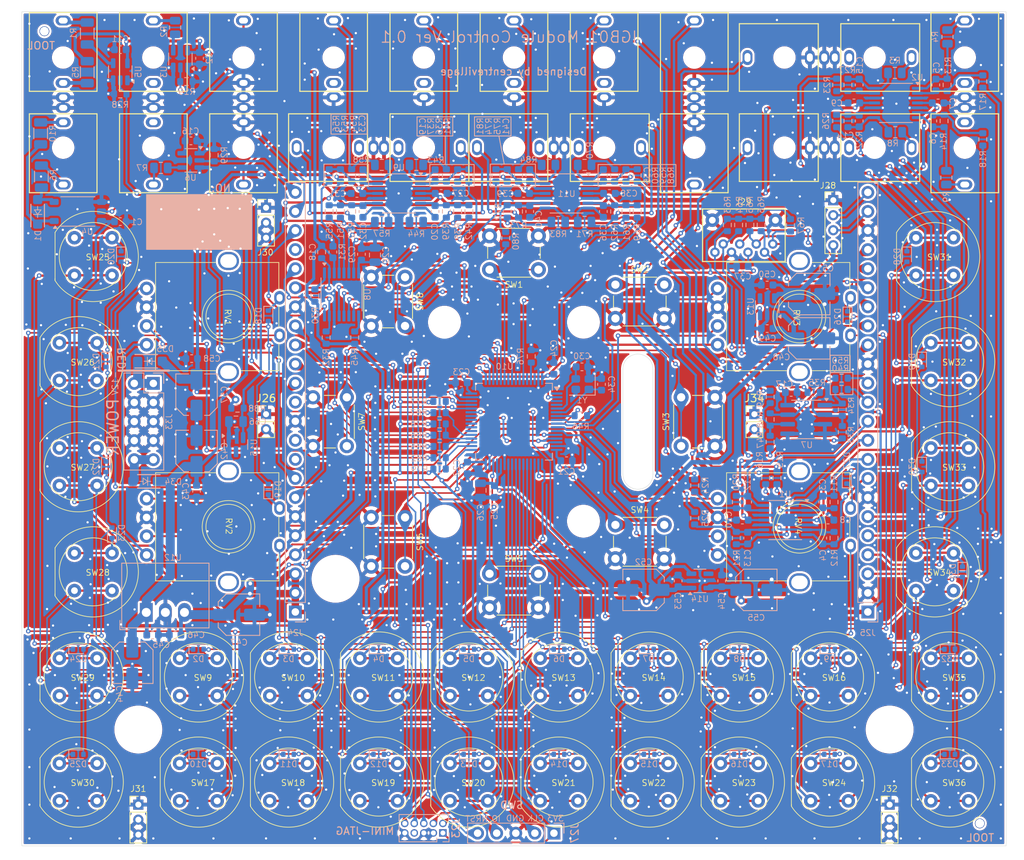
<source format=kicad_pcb>
(kicad_pcb (version 20241229) (generator "pcbnew") (generator_version "9.0")
  (layers (0 "F.Cu" signal) (2 "B.Cu" signal) (13 "F.Paste" user) (15 "B.Paste" user) (5 "F.SilkS" user "F.Silkscreen") (7 "B.SilkS" user "B.Silkscreen") (1 "F.Mask" user) (3 "B.Mask" user) (25 "Edge.Cuts" user))
  (net 0 "")
  (net 1 "+3.3V")
  (net 2 "GND")
  (net 3 "+5V")
  (net 4 "/IN1L")
  (net 5 "Net-(U1A--)")
  (net 6 "Net-(U1B--)")
  (net 7 "/IN1R")
  (net 8 "Net-(U2A--)")
  (net 9 "/SND_L_OUT")
  (net 10 "Net-(U2B--)")
  (net 11 "/SND_R_OUT")
  (net 12 "+12V")
  (net 13 "-12V")
  (net 14 "/IN2L")
  (net 15 "Net-(U1D--)")
  (net 16 "Net-(U1C--)")
  (net 17 "/IN2R")
  (net 18 "/MAIN_L_OUT")
  (net 19 "Net-(U2C--)")
  (net 20 "/MAIN_R_OUT")
  (net 21 "Net-(U2D--)")
  (net 22 "+3.3VA")
  (net 23 "Net-(U9A--)")
  (net 24 "Net-(C19-Pad2)")
  (net 25 "Net-(U9B--)")
  (net 26 "Net-(C20-Pad2)")
  (net 27 "Net-(U10-PF0)")
  (net 28 "Net-(U9C--)")
  (net 29 "Net-(U9D--)")
  (net 30 "Net-(C32-Pad2)")
  (net 31 "Net-(U10-PF1)")
  (net 32 "Net-(U11A--)")
  (net 33 "Net-(C35-Pad2)")
  (net 34 "Net-(U11B--)")
  (net 35 "Net-(U11C--)")
  (net 36 "Net-(U11D--)")
  (net 37 "Net-(C40-Pad2)")
  (net 38 "/PARAM_KNOB1_A")
  (net 39 "/PARAM_KNOB2_A")
  (net 40 "/PARAM_KNOB3_A")
  (net 41 "/PARAM_KNOB4_A")
  (net 42 "/PARAM_KNOB1_B")
  (net 43 "/PARAM_KNOB2_B")
  (net 44 "/PARAM_KNOB3_B")
  (net 45 "/PARAM_KNOB4_B")
  (net 46 "/3V3_DISP")
  (net 47 "/VREF_-10V")
  (net 48 "Net-(D2-K)")
  (net 49 "/BTN_MUX_A")
  (net 50 "Net-(D3-K)")
  (net 51 "Net-(D4-K)")
  (net 52 "Net-(D5-K)")
  (net 53 "Net-(D6-K)")
  (net 54 "Net-(D7-K)")
  (net 55 "Net-(D8-K)")
  (net 56 "Net-(D9-K)")
  (net 57 "Net-(D10-K)")
  (net 58 "/BTN_MUX_B")
  (net 59 "Net-(D11-K)")
  (net 60 "Net-(D12-K)")
  (net 61 "Net-(D13-K)")
  (net 62 "Net-(D14-K)")
  (net 63 "Net-(D15-K)")
  (net 64 "Net-(D16-K)")
  (net 65 "Net-(D17-K)")
  (net 66 "Net-(D18-K)")
  (net 67 "/BTN_MUX_C")
  (net 68 "Net-(D19-K)")
  (net 69 "Net-(D20-K)")
  (net 70 "Net-(D21-K)")
  (net 71 "Net-(D22-K)")
  (net 72 "Net-(D23-K)")
  (net 73 "Net-(D24-K)")
  (net 74 "Net-(D25-K)")
  (net 75 "/BTN_MUX_D")
  (net 76 "Net-(D26-K)")
  (net 77 "Net-(D27-K)")
  (net 78 "Net-(D28-K)")
  (net 79 "Net-(D29-K)")
  (net 80 "Net-(D30-K)")
  (net 81 "Net-(D31-K)")
  (net 82 "Net-(D32-K)")
  (net 83 "Net-(D33-K)")
  (net 84 "Net-(D34-A)")
  (net 85 "/C_BTN_1")
  (net 86 "Net-(D35-K)")
  (net 87 "/C_BTN_2")
  (net 88 "/C_BTN_3")
  (net 89 "/C_BTN_4")
  (net 90 "/C_BTN_5")
  (net 91 "/C_BTN_6")
  (net 92 "/C_BTN_7")
  (net 93 "/C_BTN_8")
  (net 95 "Net-(J1-RING)")
  (net 96 "Net-(J1-TIP)")
  (net 97 "Net-(J2-TIP)")
  (net 99 "/CV_X_IN")
  (net 101 "/CV_A_OUT")
  (net 102 "/CV_B_OUT")
  (net 105 "/CV_C_OUT")
  (net 107 "/CV_D_OUT")
  (net 108 "/EXT_L_IN")
  (net 109 "/EXT_R_IN")
  (net 110 "Net-(J10-TIP)")
  (net 112 "Net-(J11-TIP)")
  (net 114 "Net-(J12-TIP)")
  (net 115 "Net-(J12-RING)")
  (net 116 "Net-(J13-TIP)")
  (net 118 "/CV_Y_IN")
  (net 120 "/CV_E_OUT")
  (net 121 "/CV_F_OUT")
  (net 124 "/CV_G_OUT")
  (net 126 "/CV_H_OUT")
  (net 127 "/RTN_L_IN")
  (net 128 "/RTN_R_IN")
  (net 130 "Net-(J21-TIP)")
  (net 132 "Net-(J22-TIP)")
  (net 133 "/MIDI_IN")
  (net 134 "/MIDI_IN_VCC")
  (net 135 "/CORE_SPI6_NSS")
  (net 136 "/CORE_SPI2_CS_GPIO")
  (net 138 "/CORE_SPI2_SCK")
  (net 140 "/CORE_UART8_TX")
  (net 142 "/CORE_SPI2_MOSI")
  (net 143 "/GPIO_RESET_OUT")
  (net 144 "/GPIO_CLOCK_OUT")
  (net 145 "/CORE_SPI6_MISO")
  (net 146 "/CORE_SPI6_SCK")
  (net 147 "/CORE_UART8_RX")
  (net 148 "/CORE_SPI6_MOSI")
  (net 150 "/CORE_SDMMC3_CMD")
  (net 151 "/OUT1L")
  (net 152 "/CORE_SDMMC3_D3")
  (net 153 "/OUT2R")
  (net 154 "/CORE_SDMMC3_D1")
  (net 155 "/CORE_ADC2_INP18")
  (net 156 "/CORE_I2C6_SCL")
  (net 157 "/CORE_SDMMC3_D2")
  (net 158 "/CORE_SDMMC3_CK")
  (net 159 "/OUT1R")
  (net 160 "/OUT2L")
  (net 161 "/CORE_I2C6_SDA")
  (net 162 "/CORE_ADC1_INP1")
  (net 163 "/CORE_SDMMC3_D0")
  (net 164 "/MIDI_OUT_TIP")
  (net 165 "/~{MCU_RESET}")
  (net 166 "/CLOCK_OUT")
  (net 167 "/RESET_OUT")
  (net 168 "Net-(R34-Pad1)")
  (net 169 "Net-(U7A--)")
  (net 170 "Net-(U8-~{LDAC})")
  (net 171 "/DAC_OUT_A")
  (net 172 "/DAC_OUT_B")
  (net 173 "Net-(R48-Pad1)")
  (net 174 "Net-(U7B--)")
  (net 175 "Net-(U8-~{CLR})")
  (net 176 "/DAC_OUT_C")
  (net 177 "/DAC_OUT_D")
  (net 178 "/DAC_OUT_E")
  (net 179 "/DAC_OUT_F")
  (net 180 "Net-(U10-PB15)")
  (net 181 "Net-(U10-PB14)")
  (net 182 "Net-(U10-PB12)")
  (net 183 "/DAC_OUT_G")
  (net 184 "/DAC_OUT_H")
  (net 185 "Net-(U10-PB13)")
  (net 186 "Net-(U10-PB8)")
  (net 187 "/BTN_MUX_1")
  (net 188 "/BTN_MUX_2")
  (net 189 "/BTN_MUX_3")
  (net 190 "/BTN_MUX_4")
  (net 191 "/BTN_MUX_5")
  (net 192 "/BTN_MUX_6")
  (net 193 "/BTN_MUX_7")
  (net 194 "/BTN_MUX_8")
  (net 205 "/JTMS-SWDIO")
  (net 208 "/JTCK-SWCLK")
  (net 209 "/JTDI")
  (net 210 "/JTDO-TRACESWO")
  (net 215 "Net-(C33-Pad2)")
  (net 216 "Net-(C36-Pad2)")
  (net 217 "Net-(C41-Pad2)")
  (footprint "custom:MountingHole_3.2mm_M3_mod" (layer "F.Cu") (at 65.5 145)
    (property "Reference" "H6" (hide yes))
    (property "Value" "Panel_MountingHole")
  )
  (footprint "custom:CandK_Comp_Button" (layer "F.Cu") (at 85.5 138)
    (property "Reference" "SW10")
    (property "Value" "SW_Push_45deg" (hide yes))
  )
  (footprint "kicadlib:JLC_TOOL_HOLE" (layer "F.Cu") (at 177.5 157.5)
    (property "Reference" "REF**" (hide yes))
    (property "Value" "JLC_TOOL_HOLE")
  )
  (footprint "custom:THONKICONN_center_smleg" (layer "F.Cu") (at 115.5 55.5)
    (property "Reference" "J6" (hide yes))
    (property "Value" "JACK_CV_C_OUT")
  )
  (footprint "custom:SW_PUSH_6mm_h13mm_mod" (layer "F.Cu") (at 132.25 88)
    (property "Reference" "SW2")
    (property "Value" "SW_Push_45deg")
  )
  (footprint "custom:CandK_Comp_Button" (layer "F.Cu") (at 173.5 138)
    (property "Reference" "SW35")
    (property "Value" "SW_Push_45deg" (hide yes))
  )
  (footprint "custom:CandK_Comp_Button" (layer "F.Cu") (at 173.5 152)
    (property "Reference" "SW36")
    (property "Value" "SW_Push_45deg" (hide yes))
  )
  (footprint "custom:THONKICONN_center_smleg" (layer "F.Cu") (at 127.5 67.5 -90)
    (property "Reference" "J18" (hide yes))
    (property "Value" "JACK_CV_H_OUT")
  )
  (footprint "custom:CandK_Comp_Button" (layer "F.Cu") (at 145.5 152)
    (property "Reference" "SW23")
    (property "Value" "SW_Push_45deg" (hide yes))
  )
  (footprint "custom:THONKICONN_center_smleg" (layer "F.Cu") (at 55.5 55.5)
    (property "Reference" "J1" (hide yes))
    (property "Value" "ST_JACK_MIDI_OUT")
  )
  (footprint "Connector_PinHeader_2.00mm:PinHeader_1x04_P2.00mm_Vertical" (layer "F.Cu") (at 158 74.5)
    (property "Reference" "J28")
    (property "Value" "DISP_CON1")
  )
  (footprint "custom:CandK_Comp_Button" (layer "F.Cu") (at 73.5 152)
    (property "Reference" "SW17")
    (property "Value" "SW_Push_45deg" (hide yes))
  )
  (footprint "custom:CandK_Comp_Button" (layer "F.Cu") (at 121.5 138)
    (property "Reference" "SW13")
    (property "Value" "SW_Push_45deg" (hide yes))
  )
  (footprint "custom:CandK_Comp_Button" (layer "F.Cu") (at 173.5 96)
    (property "Reference" "SW32")
    (property "Value" "SW_Push_45deg" (hide yes))
  )
  (footprint "Connector_PinHeader_2.00mm:PinHeader_1x03_P2.00mm_Vertical" (layer "F.Cu") (at 65.5 155)
    (property "Reference" "J31")
    (property "Value" "Conn_01x03")
  )
  (footprint "custom:SW_PUSH_6mm_h13mm_mod" (layer "F.Cu") (at 132.25 120)
    (property "Reference" "SW4")
    (property "Value" "SW_Push_45deg")
  )
  (footprint "custom:THONKICONN_center_smleg" (layer "F.Cu") (at 175.5 67.5 180)
    (property "Reference" "J22" (hide yes))
    (property "Value" "JACK_SND_R_OUT")
  )
  (footprint "custom:CandK_Comp_Button" (layer "F.Cu") (at 109.5 152)
    (property "Reference" "SW20")
    (property "Value" "SW_Push_45deg" (hide yes))
  )
  (footprint "Connector_PinHeader_2.00mm:PinHeader_1x03_P2.00mm_Vertical" (layer "F.Cu") (at 165.5 155)
    (property "Reference" "J32")
    (property "Value" "Conn_01x03")
  )
  (footprint "custom:CandK_Comp_Button" (layer "F.Cu") (at 59.5 124)
    (property "Reference" "SW28")
    (property "Value" "SW_Push_45deg" (hide yes))
  )
  (footprint "custom:THONKICONN_center_smleg" (layer "F.Cu") (at 175.5 55.5)
    (property "Reference" "J11" (hide yes))
    (property "Value" "JACK_MAIN_R_OUT")
  )
  (footprint "custom:CandK_Comp_Button" (layer "F.Cu") (at 97.5 138)
    (property "Reference" "SW11")
    (property "Value" "SW_Push_45deg" (hide yes))
  )
  (footprint "custom:SW_PUSH_6mm_h13mm_mod" (layer "F.Cu") (at 115.5 81.5 180)
    (property "Reference" "SW1")
    (property "Value" "SW_Push_45deg")
  )
  (footprint "custom:THONKICONN_center_smleg" (layer "F.Cu") (at 67.5 55.5)
    (property "Reference" "J2" (hide yes))
    (property "Value" "JACK_CLK_OUT")
  )
  (footprint "custom:CandK_Comp_Button" (layer "F.Cu") (at 57.5 152)
    (property "Reference" "SW30")
    (property "Value" "SW_Push_45deg" (hide yes))
  )
  (footprint "custom:CandK_Comp_Button" (layer "F.Cu") (at 57.5 110)
    (property "Reference" "SW27")
    (property "Value" "SW_Push_45deg" (hide yes))
  )
  (footprint "custom:CandK_Comp_Button" (layer "F.Cu") (at 145.5 138)
    (property "Reference" "SW15")
    (property "Value" "SW_Push_45deg" (hide yes))
  )
  (footprint "custom:CandK_Comp_Button" (layer "F.Cu") (at 85.5 152)
    (property "Reference" "SW18")
    (property "Value" "SW_Push_45deg" (hide yes))
  )
  (footprint "custom:THONKICONN_center_smleg" (layer "F.Cu") (at 115.5 67.5 90)
    (property "Reference" "J17" (hide yes))
    (property "Value" "JACK_CV_G_OUT")
  )
  (footprint "custom:MountingHole_2.2mm_M2_mod" (layer "F.Cu") (at 106.25 117.25)
    (property "Reference" "H4" (hide yes))
    (property "Value" "LCD_MountingHole")
  )
  (footprint "custom:CandK_Comp_Button" (layer "F.Cu") (at 157.5 138)
    (property "Reference" "SW16")
    (property "Value" "SW_Push_45deg" (hide yes))
  )
  (footprint "custom:CandK_Comp_Button" (layer "F.Cu") (at 173.5 110)
    (property "Reference" "SW33")
    (property "Value" "SW_Push_45deg" (hide yes))
  )
  (footprint "custom:MountingHole_2.2mm_M2_mod" (layer "F.Cu") (at 124.75 117.25)
    (property "Reference" "H5" (hide yes))
    (property "Value" "LCD_MountingHole")
  )
  (footprint "custom:MountingHole_3.2mm_M3_mod" (layer "F.Cu") (at 165.5 145)
    (property "Reference" "H7" (hide yes))
    (property "Value" "Panel_MountingHole")
  )
  (footprint "custom:CandK_Comp_Button" (layer "F.Cu") (at 73.5 138)
    (property "Reference" "SW9")
    (property "Value" "SW_Push_45deg" (hide yes))
  )
  (footprint "custom:THONKICONN_center_smleg" (layer "F.Cu") (at 91.5 55.5)
    (property "Reference" "J4" (hide yes))
    (property "Value" "JACK_CV_A_OUT")
  )
  (footprint "custom:THONKICONN_center_smleg" (layer "F.Cu") (at 67.5 67.5 180)
    (property "Reference" "J13" (hide yes))
    (property "Value" "JACK_RST_OUT")
  )
  (footprint "Connector_PinHeader_2.00mm:PinHeader_1x02_P2.00mm_Vertical" (layer "F.Cu") (at 147.5 103)
    (property "Reference" "J34")
    (property "Value" "Conn_01x02")
  )
  (footprint "custom:SW_PUSH_6mm_h13mm_mod" (layer "F.Cu") (at 115.5 126.5)
    (property "Reference" "SW5")
    (property "Value" "SW_Push_45deg")
  )
  (footprint "custom:CandK_Comp_Button" (layer "F.Cu") (at 57.5 138)
    (property "Reference" "SW29")
    (property "Value" "SW_Push_45deg" (hide yes))
  )
  (footprint "custom:THONKICONN_center_smleg" (layer "F.Cu") (at 151.5 67.5 90)
    (property "Reference" "J20" (hide yes))
    (property "Value" "JACK_RTN_R_IN")
  )
  (footprint "custom:CandK_Comp_Button" (layer "F.Cu") (at 157.5 152)
    (property "Reference" "SW24")
    (property "Value" "SW_Push_45deg" (hide yes))
  )
  (footprint "custom:CandK_Comp_Button" (layer "F.Cu") (at 59.5 82)
    (property "Reference" "SW25")
    (property "Value" "SW_Push_45deg" (hide yes))
  )
  (footprint "custom:THONKICONN_center_smleg" (layer "F.Cu") (at 127.5 55.5)
    (property "Reference" "J7" (hide yes))
    (property "Value" "JACK_CV_D_OUT")
  )
  (footprint "custom:RV142FPF-40B1" (layer "F.Cu") (at 153.5 118 -90)
    (property "Reference" "RV4")
    (property "Value" "~")
  )
  (footprint "custom:MountingHole_2.2mm_M2_mod" (layer "F.Cu") (at 124.75 90.75)
    (property "Reference" "H3" (hide yes))
    (property "Value" "LCD_MountingHole")
  )
  (footprint "custom:THONKICONN_center_smleg" (layer "F.Cu") (at 139.5 55.5)
    (property "Reference" "J8" (hide yes))
    (property "Value" "JACK_EXT_L_IN")
  )
  (footprint "custom:RV142FPF-40B1" (layer "F.Cu") (at 77.5 90 -90)
    (property "Reference" "RV1")
    (property "Value" "~")
  )
  (footprint "custom:THONKICONN_center_smleg" (layer "F.Cu") (at 139.5 67.5 180)
    (property "Reference" "J19" (hide yes))
    (property "Value" "JACK_RTN_L_IN")
  )
  (footprint "custom:CandK_Comp_Button" (layer "F.Cu") (at 121.5 152)
    (property "Reference" "SW21")
    (property "Value" "SW_Push_45deg" (hide yes))
  )
  (footprint "custom:MICRO_SD_VERTICAL" (layer "F.Cu") (at 146.5 78.8 180)
    (property "Reference" "J29")
    (property "Value" "Micro_SD_Card")
  )
  (footprint "custom:THONKICONN_center_smleg" (layer "F.Cu") (at 79.5 67.5 180)
    (property "Reference" "J14" (hide yes))
    (property "Value" "JACK_CV_Y_IN")
  )
  (footprint "custom:CandK_Comp_Button" (layer "F.Cu") (at 97.5 152)
    (property "Reference" "SW19")
    (property "Value" "SW_Push_45deg" (hide yes))
  )
  (footprint "custom:MountingHole_3.2mm_M3_mod" (layer "F.Cu") (at 91.75 124.92)
    (property "Reference" "H1" (hide yes))
    (property "Value" "MountingHole")
  )
  (footprint "custom:THONKICONN_center_smleg" (layer "F.Cu") (at 163.5 55.5 -90)
    (property "Reference" "J10" (hide yes))
    (property "Value" "JACK_MAIN_L_OUT")
  )
  (footprint "kicadlib:JLC_TOOL_HOLE" (layer "F.Cu") (at 53 52)
    (property "Reference" "REF**" (hide yes))
    (property "Value" "JLC_TOOL_HOLE")
  )
  (footprint "custom:THONKICONN_center_smleg" (layer "F.Cu") (at 55.5 67.5 180)
    (property "Reference" "J12" (hide yes))
    (property "Value" "ST_JACK_MIDI_IN")
  )
  (footprint "custom:SW_PUSH_6mm_h13mm_mod" (layer "F.Cu") (at 91 104 -90)
    (property "Reference" "SW7")
    (property "Value" "SW_Push_45deg")
  )
  (footprint "custom:SW_PUSH_6mm_h13mm_mod" (layer "F.Cu") (at 140 104 90)
    (property "Reference" "SW3")
    (property "Value" "SW_Push_45deg")
  )
  (footprint "custom:THONKICONN_center_smleg" (layer "F.Cu") (at 79.5 55.5)
    (property "Reference" "J3" (hide yes))
    (property "Value" "JACK_CV_X_IN")
  )
  (footprint "custom:THONKICONN_center_smleg" (layer "F.Cu") (at 91.5 67.5 90)
    (property "Reference" "J15" (hide yes))
    (property "Value" "JACK_CV_E_OUT")
  )
  (footprint "custom:THONKICONN_center_smleg" (layer "F.Cu") (at 103.5 67.5 -90)
    (property "Reference" "J16" (hide yes))
    (property "Value" "JACK_CV_F_OUT")
  )
  (footprint "custom:THONKICONN_center_smleg" (layer "F.Cu") (at 151.5 55.5 90)
    (property "Reference" "J9" (hide yes))
    (property "Value" "JACK_EXT_R_IN")
  )
  (footprint "custom:SW_PUSH_6mm_h13mm_mod" (layer "F.Cu") (at 98.75 88 -90)
    (property "Reference" "SW8")
    (property "Value" "SW_Push_45deg")
  )
  (footprint "custom:SW_PUSH_6mm_h13mm_mod" (layer "F.Cu") (at 98.75 120 -90)
    (property "Reference" "SW6")
    (property "Value" "SW_Push_45deg")
  )
  (footprint "custom:CandK_Comp_Button" (layer "F.Cu") (at 171.5 82)
    (property "Reference" "SW31")
    (property "Value" "SW_Push_45deg" (hide yes))
  )
  (footprint "custom:CandK_Comp_Button" (layer "F.Cu") (at 109.5 138)
    (property "Reference" "SW12")
    (property "Value" "SW_Push_45deg" (hide yes))
  )
  (footprint "custom:CandK_Comp_Button" (layer "F.Cu") (at 133.5 138)
    (property "Reference" "SW14")
    (property "Value" "SW_Push_45deg" (hide yes))
  )
  (footprint "custom:RV142FPF-40B1" (layer "F.Cu") (at 153.5 90 -90)
    (property "Reference" "RV3")
    (property "Value" "~")
  )
  (footprint "Connector_PinHeader_2.00mm:PinHeader_1x02_P2.00mm_Vertical" (layer "F.Cu") (at 82.5 103)
    (property "Reference" "J26")
    (property "Value" "Conn_01x02")
  )
  (footprint "custom:THONKICONN_center_smleg" (layer "F.Cu") (at 103.5 55.5)
    (property "Reference" "J5" (hide yes))
    (property "Value" "JACK_CV_B_OUT")
  )
  (footprint "custom:MountingHole_2.2mm_M2_mod" (layer "F.Cu") (at 106.25 90.75)
    (property "Reference" "H2" (hide yes))
    (property "Value" "LCD_MountingHole")
  )
  (footprint "custom:RV142FPF-40B1" (layer "F.Cu") (at 77.5 118 -90)
    (property "Reference" "RV2")
    (property "Value" "~")
  )
  (footprint "custom:CandK_Comp_Button" (layer "F.Cu") (at 171.5 124)
    (property "Reference" "SW34")
    (property "Value" "SW_Push_45deg" (hide yes))
  )
  (footprint "custom:THONKICONN_center_smleg" (layer "F.Cu") (at 163.5 67.5 -90)
    (property "Reference" "J21" (hide yes))
    (property "Value" "JACK_SND_L_OUT")
  )
  (footprint "custom:CandK_Comp_Button" (layer "F.Cu") (at 57.5 96)
    (property "Reference" "SW26")
    (property "Value" "SW_Push_45deg" (hide yes))
  )
  (footprint "custom:CandK_Comp_Button" (layer "F.Cu") (at 133.5 152)
    (property "Reference" "SW22")
    (property "Value" "SW_Push_45deg" (hide yes))
  )
  (footprint "Connector_PinHeader_2.00mm:PinHeader_1x03_P2.00mm_Vertical" (layer "F.Cu") (at 82.5 75.5)
    (property "Reference" "J30")
    (property "Value" "Conn_01x03")
  )
  (footprint "Diode_SMD:D_SOD-523" (layer "B.Cu") (at 62 118.8 90)
    (property "Reference" "D23")
    (property "Value" "1N4148")
  )
  (footprint "Capacitor_SMD:C_0603_1608Metric" (layer "B.Cu") (at 63.1 54.45 180)
    (property "Reference" "C11")
    (property "Value" "100n")
  )
  (footprint "Resistor_SMD:R_0805_2012Metric" (layer "B.Cu") (at 124.9 69.8)
    (property "Reference" "R70")
    (property "Value" "1k")
  )
  (footprint "custom:SOD-123" (layer "B.Cu") (at 67.05 95.95)
    (property "Reference" "D35")
    (property "Value" "DSK34" (hide yes))
  )
  (footprint "Package_SO:SOIC-8_3.9x4.9mm_P1.27mm" (layer "B.Cu") (at 154.4 103.7 180)
    (property "Reference" "U7")
    (property "Value" "MCP6002")
  )
  (footprint "Resistor_SMD:R_0603_1608Metric" (layer "B.Cu") (at 130.4 76 90)
    (property "Reference" "R61")
    (property "Value" "200k")
  )
  (footprint "Resistor_SMD:R_0603_1608Metric" (layer "B.Cu") (at 114.6 76 90)
    (property "Reference" "R72")
    (property "Value" "200k")
  )
  (footprint "Package_TO_SOT_SMD:SOT-23-5" (layer "B.Cu") (at 140.25 125.2)
    (property "Reference" "U14")
    (property "Value" "LDK320-3.3V")
  )
  (footprint "Package_SO:TSSOP-16_4.4x5mm_P0.65mm" (layer "B.Cu") (at 92.55 87.05 -90)
    (property "Reference" "U8")
    (property "Value" "DAC8568IBPW")
  )
  (footprint "Resistor_SMD:R_0805_2012Metric" (layer "B.Cu") (at 97.9 69.8 180)
    (property "Reference" "R58")
    (property "Value" "1k")
  )
  (footprint "Resistor_SMD:R_0603_1608Metric" (layer "B.Cu") (at 159.1 99.7 180)
    (property "Reference" "R40")
    (property "Value" "47")
  )
  (footprint "Resistor_SMD:R_0805_2012Metric" (layer "B.Cu") (at 173.2 52.75 -90)
    (property "Reference" "R4")
    (property "Value" "1k")
  )
  (footprint "Resistor_SMD:R_0603_1608Metric" (layer "B.Cu") (at 139.55 112.5 90)
    (property "Reference" "R24")
    (property "Value" "100k")
  )
  (footprint "Diode_SMD:D_SOD-523" (layer "B.Cu") (at 109.5 148.3)
    (property "Reference" "D13")
    (property "Value" "1N4148")
  )
  (footprint "Resistor_SMD:R_0603_1608Metric" (layer "B.Cu") (at 92.4 71.2 90)
    (property "Reference" "R53")
    (property "Value" "200k")
  )
  (footprint "Resistor_SMD:R_1206_3216Metric" (layer "B.Cu") (at 58.7 52.3 -90)
    (property "Reference" "R1")
    (property "Value" "220")
  )
  (footprint "Resistor_SMD:R_0603_1608Metric" (layer "B.Cu") (at 131.9 76 90)
    (property "Reference" "R69")
    (property "Value" "33k")
  )
  (footprint "Capacitor_SMD:C_0603_1608Metric" (layer "B.Cu") (at 116.8 73.6 180)
    (property "Reference" "C39")
    (property "Value" "100n")
  )
  (footprint "Resistor_SMD:R_0805_2012Metric" (layer "B.Cu") (at 166.25 65.45 180)
    (property "Reference" "R8")
    (property "Value" "1k")
  )
  (footprint "Resistor_SMD:R_0603_1608Metric" (layer "B.Cu") (at 148.4 77.8 90)
    (property "Reference" "R66")
    (property "Value" "47k")
  )
  (footprint "Capacitor_SMD:C_0603_1608Metric" (layer "B.Cu") (at 137.35 125.2 90)
    (property "Reference" "C53")
    (property "Value" "100n")
  )
  (footprint "custom:SOD-123" (layer "B.Cu") (at 52.1 76.05 90)
    (property "Reference" "D1")
    (property "Value" "1N4148" (hide yes))
  )
  (footprint "Resistor_SMD:R_0805_2012Metric" (layer "B.Cu") (at 120.1 69.8 180)
    (property "Reference" "R84")
    (property "Value" "1k")
  )
  (footprint "Resistor_SMD:R_0603_1608Metric" (layer "B.Cu") (at 172.75 63.95 90)
    (property "Reference" "R14")
    (property "Value" "100k")
  )
  (footprint "Capacitor_SMD:C_0603_1608Metric" (layer "B.Cu") (at 171.95 61.55)
    (property "Reference" "C7")
    (property "Value" "100n")
  )
  (footprint "Capacitor_SMD:C_0603_1608Metric" (layer "B.Cu") (at 63.1 77.35)
    (property "Reference" "C1")
    (property "Value" "100n")
  )
  (footprint "Capacitor_SMD:C_0603_1608Metric" (layer "B.Cu") (at 149.2 85.8 180)
    (property "Reference" "C50")
    (property "Value" "100n")
  )
  (footprint "Capacitor_SMD:C_0603_1608Metric" (layer "B.Cu") (at 105 76 -90)
    (property "Reference" "C20")
    (property "Value" "18p")
  )
  (footprint "Resistor_SMD:R_0805_2012Metric" (layer "B.Cu") (at 173.05 71.5 90)
    (property "Reference" "R9")
    (property "Value" "1k")
  )
  (footprint "Resistor_SMD:R_0805_2012Metric" (layer "B.Cu") (at 102.5 69.8)
    (property "Reference" "R43")
    (property "Value" "1k")
  )
  (footprint "Resistor_SMD:R_0603_1608Metric" (layer "B.Cu") (at 145.1 114.7 -90)
    (property "Reference" "R20")
    (property "Value" "10k")
  )
  (footprint "Diode_SMD:D_SOD-523" (layer "B.Cu") (at 145.5 134.3)
    (property "Reference" "D8")
    (property "Value" "1N4148")
  )
  (footprint "Capacitor_SMD:C_0603_1608Metric" (layer "B.Cu") (at 128.2 73.6 180)
    (property "Reference" "C38")
    (property "Value" "100n")
  )
  (footprint "Capacitor_SMD:C_0603_1608Metric" (layer "B.Cu") (at 127.15 99.025 -90)
    (property "Reference" "C34")
    (property "Value" "18p")
  )
  (footprint "Resistor_SMD:R_0603_1608Metric" (layer "B.Cu") (at 113.1 71.2 90)
    (property "Reference" "R81")
    (property "Value" "33k")
  )
  (footprint "Resistor_SMD:R_0603_1608Metric" (layer "B.Cu") (at 117.8 95.3 -90)
    (property "Reference" "R76")
    (property "Value" "10k")
  )
  (footprint "Resistor_SMD:R_0603_1608Metric" (layer "B.Cu") (at 143.9 77.8 90)
    (property "Reference" "R63")
    (property "Value" "47k")
  )
  (footprint "Diode_SMD:D_SOD-523" (layer "B.Cu") (at 73.5 134.3)
    (property "Reference" "D2")
    (property "Value" "1N4148")
  )
  (footprint "Resistor_SMD:R_0603_1608Metric" (layer "B.Cu") (at 105.6 101.3 180)
    (property "Reference" "R77")
    (property "Value" "10k")
  )
  (footprint "Capacitor_SMD:C_0603_1608Metric" (layer "B.Cu") (at 161.45 63.95 -90)
    (property "Reference" "C14")
    (property "Value" "8p")
  )
  (footprint "Resistor_SMD:R_0603_1608Metric" (layer "B.Cu") (at 105.6 107.3 180)
    (property "Reference" "R85")
    (property "Value" "22")
  )
  (footprint "Diode_SMD:D_SOD-523" (layer "B.Cu") (at 121.5 148.3)
    (property "Reference" "D14")
    (property "Value" "1N4148")
  )
  (footprint "Capacitor_SMD:C_0603_1608Metric" (layer "B.Cu") (at 161.45 59.15 90)
    (property "Reference" "C15")
    (property "Value" "8p")
  )
  (footprint "Resistor_SMD:R_0603_1608Metric" (layer "B.Cu") (at 63.1 60.35)
    (property "Reference" "R28")
    (property "Value" "10k")
  )
  (footprint "Capacitor_SMD:C_0603_1608Metric" (layer "B.Cu") (at 112.9 113.3 -90)
    (property "Reference" "C25")
    (property "Value" "100n")
  )
  (footprint "Resistor_SMD:R_0603_1608Metric" (layer "B.Cu") (at 149.6 100.7 90)
    (property "Reference" "R49")
    (property "Value" "200k")
  )
  (footprint "Diode_SMD:D_SOD-523" (layer "B.Cu") (at 167.8 82 -90)
    (property "Reference" "D28")
    (property "Value" "1N4148")
  )
  (footprint "Capacitor_SMD:C_0603_1608Metric" (layer "B.Cu") (at 171.65 59.15 90)
    (property "Reference" "C5")
    (property "Value" "8p")
  )
  (footprint "Resistor_SMD:R_0603_1608Metric" (layer "B.Cu") (at 128.9 76 -90)
    (property "Reference" "R62")
    (property "Value" "200k")
  )
  (footprint "Capacitor_SMD:C_0603_1608Metric" (layer "B.Cu") (at 108.5 98.8 180)
    (property "Reference" "C23")
    (property "Value" "100n")
  )
  (footprint "Package_TO_SOT_SMD:SOT-23-5" (layer "B.Cu") (at 149.2 88.7 90)
    (property "Reference" "U13")
    (property "Value" "LDK320-3.3V")
  )
  (footprint "Capacitor_SMD:C_0603_1608Metric" (layer "B.Cu") (at 145.9 83.3 180)
    (property "Reference" "C37")
    (property "Value" "100n")
  )
  (footprint "Resistor_SMD:R_0603_1608Metric" (layer "B.Cu") (at 71.9 58.7 180)
    (property "Reference" "R19")
    (property "Value" "10k")
  )
  (footprint "Capacitor_SMD:C_0603_1608Metric" (layer "B.Cu") (at 143.15 125.2 90)
    (property "Reference" "C54")
    (property "Value" "100n")
  )
  (footprint "Resistor_SMD:R_0603_1608Metric" (layer "B.Cu") (at 94.3 92.8 -90)
    (property "Reference" "R45")
    (property "Value" "47k")
  )
  (footprint "Capacitor_SMD:C_0603_1608Metric" (layer "B.Cu") (at 156.6 114.7 90)
    (property "Reference" "C3")
    (property "Value" "18p")
  )
  (footprint "Diode_SMD:D_SOD-523" (layer "B.Cu") (at 145.5 148.3)
    (property "Reference" "D16")
    (property "Value" "1N4148")
  )
  (footprint "Resistor_SMD:R_0805_2012Metric" (layer "B.Cu") (at 102.5 77.4)
    (property "Reference" "R44")
    (property "Value" "1k")
  )
  (footprint "Crystal:Crystal_SMD_2520-4Pin_2.5x2.0mm" (layer "B.Cu") (at 124.6 99 180)
    (property "Reference" "Y1")
    (property "Value" "12MHz")
  )
  (footprint "Package_TO_SOT_SMD:SOT-23-5" (layer "B.Cu") (at 63.1 57.4 90)
    (property "Reference" "U5")
    (property "Value" "74AHCT1G125")
  )
  (footprint "Resistor_SMD:R_0603_1608Metric" (layer "B.Cu") (at 114.4 79.55 90)
    (property "Reference" "R80")
    (property "Value" "33k")
  )
  (footprint "Capacitor_SMD:C_0603_1608Metric" (layer "B.Cu") (at 124.55 96.7 180)
    (property "Reference" "C30")
    (property "Value" "18p")
  )
  (footprint "Resistor_SMD:R_0603_1608Metric" (layer "B.Cu") (at 149 111.5 90)
    (property "Reference" "R16")
    (property "Value" "100k")
  )
  (footprint "Capacitor_SMD:C_0603_1608Metric" (layer "B.Cu") (at 157.3 117.1)
    (property "Reference" "C8")
    (property "Value" "100n")
  )
  (footprint "Capacitor_SMD:C_0603_1608Metric" (layer "B.Cu") (at 95.2 81.7 -90)
    (property "Reference" "C29")
    (property "Value" "100n")
  )
  (footprint "Resistor_SMD:R_0603_1608Metric" (layer "B.Cu") (at 93.9 71.2 90)
    (property "Reference" "R54")
    (property "Value" "200k")
  )
  (footprint "Resistor_SMD:R_0603_1608Metric" (layer "B.Cu") (at 131.9 71.2 90)
    (property "Reference" "R68")
    (property "Value" "33k")
  )
  (footprint "Capacitor_SMD:C_0603_1608Metric" (layer "B.Cu") (at 72.6 95.6)
    (property "Reference" "C58")
    (property "Value" "100n")
  )
  (footprint "Resistor_SMD:R_0603_1608Metric" (layer "B.Cu") (at 105.6 108.8 180)
    (property "Reference" "R82")
    (property "Value" "22")
  )
  (footprint "Resistor_SMD:R_0603_1608Metric" (layer "B.Cu") (at 92.4 76 90)
    (property "Reference" "R51")
    (property "Value" "200k")
  )
  (footprint "Capacitor_SMD:C_Elec_5x5.8" (layer "B.Cu") (at 73.25 100.4 90)
    (property "Reference" "C57")
    (property "Value" "47u")
  )
  (footprint "Resistor_SMD:R_0603_1608Metric" (layer "B.Cu") (at 90.5 92.8 90)
    (property "Reference" "R32")
    (property "Value" "47k")
  )
  (footprint "Capacitor_SMD:C_0603_1608Metric" (layer "B.Cu") (at 95.4 71.2 90)
    (property "Reference" "C33")
    (property "Value" "18p")
  )
  (footprint "Resistor_SMD:R_0603_1608Metric" (layer "B.Cu") (at 158.45 59.15 90)
    (property "Reference" "R27")
    (property "Value" "10k")
  )
  (footprint "Package_QFP:LQFP-64_10x10mm_P0.5mm" (layer "B.Cu") (at 115.5 104 180)
    (property "Reference" "U10")
    (property "Value" "STM32G431RBTx")
  )
  (footprint "Diode_SMD:D_SOD-523" (layer "B.Cu") (at 175.2 124 -90)
    (property "Reference" "D31")
    (property "Value" "1N4148")
  )
  (footprint "Resistor_SMD:R_0603_1608Metric" (layer "B.Cu") (at 130.4 71.2 90)
    (property "Reference" "R59")
    (property "Value" "200k")
  )
  (footprint "Resistor_SMD:R_0805_2012Metric" (layer "B.Cu") (at 70.4 51.5 -90)
    (property "Reference" "R2")
    (property "Value" "1k")
  )
  (footprint "Diode_SMD:D_SOD-523" (layer "B.Cu") (at 121.5 134.3)
    (property "Reference" "D6")
    (property "Value" "1N4148")
  )
  (footprint "Resistor_SMD:R_0603_1608Metric" (layer "B.Cu") (at 93.9 76 -90)
    (property "Reference" "R52")
    (property "Value" "200k")
  )
  (footprint "Resistor_SMD:R_0805_2012Metric" (layer "B.Cu") (at 124.9 77.4)
    (property "Reference" "R71")
    (property "Value" "1k")
  )
  (footprint "Capacitor_SMD:C_0603_1608Metric" (layer "B.Cu") (at 149.2 91.6 180)
    (property "Reference" "C49")
    (property "Value" "100n")
  )
  (footprint "Capacitor_SMD:C_0603_1608Metric" (layer "B.Cu") (at 145.9 117.1)
    (property "Reference" "C10")
    (property "Value" "100n")
  )
  (footprint "custom:SOD-123" (layer "B.Cu") (at 66.4 111.95 180)
    (property "Reference" "D34")
    (property "Value" "DSK34" (hide yes))
  )
  (footprint "Diode_SMD:D_SOD-523" (layer "B.Cu") (at 63.2 82 -90)
    (property "Reference" "D20")
    (property "Value" "1N4148")
  )
  (footprint "Capacitor_SMD:C_0603_1608Metric" (layer "B.Cu") (at 120.8 96.9 90)
    (property "Reference" "C24")
    (property "Value" "100n")
  )
  (footprint "Capacitor_SMD:C_Elec_5x5.8" (layer "B.Cu") (at 78.9 129.7)
    (property "Reference" "C47")
    (property "Value" "47u")
  )
  (footprint "Connector_PinSocket_2.54mm:PinSocket_1x23_P2.54mm_Vertical" (layer "B.Cu") (at 162.6 129.34)
    (property "Reference" "J25")
    (property "Value" "RIGHT_CON")
  )
  (footprint "Diode_SMD:D_SOD-523" (layer "B.Cu") (at 133.5 148.3)
    (property "Reference" "D15")
    (property "Value" "1N4148")
  )
  (footprint "Package_TO_SOT_SMD:SOT-23" (layer "B.Cu") (at 78.5 107.05 -90)
    (property "Reference" "U15")
    (property "Value" "LM4040DBZ-10")
  )
  (footprint "Capacitor_SMD:C_0805_2012Metric" (layer "B.Cu") (at 78.5 103.9875 180)
    (property "Reference" "C56")
    (property "Value" "1u")
  )
  (footprint "Resistor_SMD:R_0603_1608Metric" (layer "B.Cu") (at 146.9 77.8 90)
    (property "Reference" "R65")
    (property "Value" "47k")
  )
  (footprint "Diode_SMD:D_SOD-523" (layer "B.Cu") (at 61.2 110 -90)
    (property "Reference" "D22")
    (property "Value" "1N4148")
  )
  (footprint "Resistor_SMD:R_0603_1608Metric" (layer "B.Cu") (at 159.95 63.95 90)
    (property "Reference" "R22")
    (property "Value" "100k")
  )
  (footprint "Resistor_SMD:R_0603_1608Metric" (layer "B.Cu") (at 159.2 105.4 -90)
    (property "Reference" "R33")
    (property "Value" "200k")
  )
  (footprint "Resistor_SMD:R_0603_1608Metric" (layer "B.Cu") (at 158.1 119.5 90)
    (property "Reference" "R12")
    (property "Value" "10k")
  )
  (footprint "Resistor_SMD:R_0603_1608Metric" (layer "B.Cu") (at 159.2 102.4 -90)
    (property "Reference" "R34")
    (property "Value" "33k")
  )
  (footprint "Resistor_SMD:R_0805_2012Metric" (layer "B.Cu") (at 121.4 77.4 180)
    (property "Reference" "R83")
    (property "Value" "1k")
  )
  (footprint "Capacitor_SMD:C_0805_2012Metric" (layer "B.Cu") (at 111.05 113.15 -90)
    (property "Reference" "C26")
    (property "Value" "10u")
  )
  (footprint "Resistor_SMD:R_0603_1608Metric" (layer "B.Cu") (at 116.1 71.2 90)
    (property "Reference" "R75")
    (property "Value" "200k")
  )
  (footprint "Diode_SMD:D_SOD-523" (layer "B.Cu") (at 109.5 134.3)
    (property "Reference" "D5")
    (property "Value" "1N4148")
  )
  (footprint "Diode_SMD:D_SOD-523" (layer "B.Cu") (at 157.5 134.3)
    (property "Reference" "D9")
    (property "Value" "1N4148")
  )
  (footprint "Resistor_SMD:R_0603_1608Metric" (layer "B.Cu") (at 158.1 114.7 -90)
    (property "Reference" "R11")
    (property "Value" "10k")
  )
  (footprint "Resistor_SMD:R_1206_3216Metric" (layer "B.Cu") (at 52.6 71.35 -90)
    (property "Reference" "R6")
    (property "Value" "220")
  )
  (footprint "Capacitor_SMD:C_0603_1608Metric" (layer "B.Cu") (at 156.6 119.5 -90)
    (property "Reference" "C4")
    (property "Value" "18p")
  )
  (footprint "Diode_SMD:D_SOD-523" (layer "B.Cu") (at 169.8 96 -90)
    (property "Reference" "D29")
    (property "Value" "1N4148")
  )
  (footprint "Resistor_SMD:R_0603_1608Metric" (layer "B.Cu") (at 149.6 103.7 -90)
    (property "Reference" "R48")
    (property "Value" "33k")
  )
  (footprint "Diode_SMD:D_SOD-523" (layer "B.Cu") (at 173.5 134.3)
    (property "Reference" "D32")
    (property "Value" "1N4148")
  )
  (footprint "Resistor_SMD:R_0603_1608Metric" (layer "B.Cu") (at 90.9 71.2 90)
    (property "Reference" "R56")
    (property "Value" "33k")
  )
  (footprint "Capacitor_SMD:C_0603_1608Metric" (layer "B.Cu") (at 105 71.2 90)
    (property "Reference" "C19")
    (property "Value" "18p")
  )
  (footprint "Capacitor_SMD:C_Elec_5x5.8" (layer "B.Cu") (at 147.75 126.4)
    (property "Reference" "C55")
    (property "Value" "47u")
  )
  (footprint "Resistor_SMD:R_0603_1608Metric" (layer "B.Cu") (at 145.1 119.5 90)
    (property "Reference" "R21")
    (property "Value" "10k")
  )
  (footprint "Diode_SMD:D_SOD-523" (layer "B.Cu") (at 57.5 148.3)
    (property "Reference" "D25")
    (property "Value" "1N4148")
  )
  (footprint "Capacitor_SMD:C_0603_1608Metric" (layer "B.Cu") (at 67.4 132.4)
    (property "Reference" "C45")
    (property "Value" "100n")
  )
  (footprint "Capacitor_SMD:C_Elec_5x5.8" (layer "B.Cu") (at 154.8 92.9)
    (property "Reference" "C48")
    (property "Value" "47u")
  )
  (footprint "Capacitor_SMD:C_0603_1608Metric" (layer "B.Cu") (at 152.4 100.1)
    (property "Reference" "C17")
    (property "Value" "100n")
  )
  (footprint "Diode_SMD:D_SOD-523" (layer "B.Cu") (at 85.5 134.3)
    (property "Reference" "D3")
    (property "Value" "1N4148")
  )
  (footprint "Capacitor_SMD:C_0603_1608Metric" (layer "B.Cu") (at 160.75 61.55)
    (property "Reference" "C9")
    (property "Value" "100n")
  )
  (footprint "Resistor_SMD:R_0805_2012Metric" (layer "B.Cu") (at 97.9 77.4 180)
    (property "Reference" "R57")
    (property "Value" "1k")
  )
  (footprint "Capacitor_SMD:C_0603_1608Metric" (layer "B.Cu") (at 117.6 71.2 90)
    (property "Reference" "C41")
    (property "Value" "18p")
  )
  (footprint "Diode_SMD:D_SOD-523" (layer "B.Cu") (at 57.5 134.3)
    (property "Reference" "D24")
    (property "Value" "1N4148")
  )
  (footprint "Package_SO:TSSOP-14_4.4x5mm_P0.65mm" (layer "B.Cu") (at 122.5 73.6 180)
    (property "Reference" "U11")
    (property "Value" "TL074")
  )
  (footprint "Resistor_SMD:R_0603_1608Metric" (layer "B.Cu") (at 108 71.2 90)
    (property "Reference" "R36")
    (property "Value" "200k")
  )
  (footprint "Resistor_SMD:R_0603_1608Metric" (layer "B.Cu") (at 106.5 76 -90)
    (property "Reference" "R39")
    (property "Value" "200k")
  )
  (footprint "Capacitor_SMD:C_0603_1608Metric" (layer "B.Cu") (at 146.6 119.5 -90)
    (property "Reference" "C13")
    (property "Value" "18p")
  )
  (footprint "Connector_PinHeader_1.27mm:PinHeader_2x05_P1.27mm_Vertical" (layer "B.Cu") (at 106.04 158.77 90)
    (property "Reference" "J23")
    (property "Value" "JTAG")
  )
  (footprint "Diode_SMD:D_SOD-523" (layer "B.Cu") (at 82.8 113 90)
    (property "Reference" "D19")
    (property "Value" "1N4148")
  )
  (footprint "Resistor_SMD:R_0603_1608Metric" (layer "B.Cu") (at 159.95 59.15 -90)
    (property "Reference" "R23")
    (property "Value" "100k")
  )
  (footprint "Capacitor_SMD:C_Elec_5x5.8" (layer "B.Cu") (at 64.7 136.1 -90)
    (property "Reference" "C44")
    (property "Value" "47u")
  )
  (footprint "Resistor_SMD:R_0603_1608Metric" (layer "B.Cu") (at 177.9 58.7 -90)
    (property "Reference" "R17")
    (property "Value" "10k")
  )
  (footprint "Resistor_SMD:R_0603_1608Metric" (layer "B.Cu") (at 124.4 103.2)
    (property "Reference" "R46")
    (property "Value" "10k")
  )
  (footprint "Resistor_SMD:R_0603_1608Metric" (layer "B.Cu") (at 90.9 76 90)
    (property "Reference" "R55")
    (property "Value" "33k")
  )
  (footprint "Capacitor_SMD:C_0603_1608Metric" (layer "B.Cu") (at 127.4 71.2 90)
    (property "Reference" "C35")
    (property "Value" "18p")
  )
  (footprint "Resistor_SMD:R_1206_3216Metric" (layer "B.Cu") (at 58.7 57.45 90)
    (property "Reference" "R5")
    (property "Value" "220")
  )
  (footprint "Diode_SMD:D_SOD-523" (layer "B.Cu") (at 169.8 110 -90)
    (property "Reference" "D30")
    (property "Value" "1N4148")
  )
  (footprint "Connector_PinSocket_2.54mm:PinSocket_1x05_P2.54mm_Vertical" (layer "B.Cu") (at 120.82 158.8 90)
    (property "Reference" "J27")
    (property "Value" "SWD_CON")
  )
  (footprint "Resistor_SMD:R_0603_1608Metric" (layer "B.Cu") (at 106.5 71.2 90)
    (property "Reference" "R37")
    (property "Value" "200k")
  )
  (footprint "Diode_SMD:D_SOD-523" (layer "B.Cu") (at 159.8 111.55 90)
    (property "Reference" "D27")
    (property "Value" "1N4148")
  )
  (footprint "Connector_PinSocket_2.54mm:PinSocket_1x23_P2.54mm_Vertical" (layer "B.Cu") (at 86.4 129.34)
    (property "Reference" "J24")
    (property "Value" "LEFT_CON")
  )
  (footprint "Resistor_SMD:R_0603_1608Metric" (layer "B.Cu") (at 150.5 111.5 90)
    (property "Reference" "R15")
    (property "Value" "100k")
  )
  (footprint "Capacitor_SMD:C_0603_1608Metric" (layer "B.Cu") (at 146.6 114.7 90)
    (property "Reference" "C12")
    (property "Value" "18p")
  )
  (footprint "Capacitor_SMD:C_Elec_5x5.8" (layer "B.Cu") (at 132.75 126.4 180)
    (property "Reference" "C52")
    (property "Value" "47u")
  )
  (footprint "Resistor_SMD:R_0603_1608Metric" (layer "B.Cu") (at 89.9 81.4 90)
    (property "Reference" "R31")
    (property "Value" "47k")
  )
  (footprint "Resistor_SMD:R_0603_1608Metric" (layer "B.Cu") (at 78.7 102.2 180)
    (property "Reference" "R88")
    (property "Value" "3.3k")
  )
  (footprint "Diode_SMD:D_SOD-523" (layer "B.Cu") (at 133.4 134.3)
    (property "Reference" "D7")
    (property "Value" "1N4148")
  )
  (footprint "Capacitor_SMD:C_0805_2012Metric" (layer "B.Cu") (at 97 81.8 90)
    (property "Reference" "C28")
    (property "Value" "10u")
  )
  (footprint "Resistor_SMD:R_0603_1608Metric" (layer "B.Cu") (at 139.55 116.85 90)
    (property "Reference" "R25")
    (property "Value" "100k")
  )
  (footprint "Diode_SMD:D_SOD-523" (layer "B.Cu") (at 61.2 96 -90)
    (property "Reference" "D21")
    (property "Value" "1N4148")
  )
  (footprint "Resistor_SMD:R_0603_1608Metric" (layer "B.Cu") (at 108 76 90)
    (property "Reference" "R38")
    (property "Value" "200k")
  )
  (footprint "Capacitor_SMD:C_0603_1608Metric" (layer "B.Cu") (at 105.8 73.6 180)
    (property "Reference" "C27")
    (property "Value" "100n")
  )
  (footprint "Resistor_SMD:R_0603_1608Metric" (layer "B.Cu") (at 105.6 102.8 180)
    (property "Reference" "R87")
    (property "Value" "22")
  )
  (footprint "Diode_SMD:D_SOD-523" (layer "B.Cu") (at 73.5 148.3)
    (property "Reference" "D10")
    (property "Value" "1N4148")
  )
  (footprint "Connector_PinHeader_2.54mm:PinHeader_2x05_P2.54mm_Vertical" (layer "B.Cu") (at 67.5 98.9 180)
    (property "Reference" "J33")
    (property "Value" "POWER_CON")
  )
  (footprint "Package_SO:TSSOP-14_4.4x5mm_P0.65mm" (layer "B.Cu") (at 166.35 61.55 180)
    (property "Reference" "U2")
    (property "Value" "TL074")
  )
  (footprint "Resistor_SMD:R_0603_1608Metric" (layer "B.Cu") (at 159.1 98.2 180)
    (property "Reference" "R50")
    (property "Value" "47")
  )
  (footprint "Package_TO_SOT_SMD:SOT-23-5" (layer "B.Cu") (at 72.5 69.2 180)
    (property "Reference" "U6")
    (property "Value" "74AHCT1G125")
  )
  (footprint "Capacitor_SMD:C_Elec_5x5.8" (layer "B.Cu") (at 73.25 107.9 90)
    (property "Reference" "C42")
    (property "Value" "47u")
  )
  (footprint "Resistor_SMD:R_0603_1608Metric" (layer "B.Cu") (at 89 87.2 90)
    (property "Reference" "R30")
    (property "Value" "47k")
  )
  (footprint "Package_SO:SO-5-6_4.55x3.7mm_P1.27mm" (layer "B.Cu") (at 57.45 76)
    (property "Reference" "U4")
    (property "Value" "TLP2361")
  )
  (footprint "Package_TO_SOT_SMD:SOT-23-5" (layer "B.Cu") (at 71.1 55.7 90)
    (property "Reference" "U3")
    (property "Value" "74AHCT1G125")
  )
  (footprint "Capacitor_SMD:C_0603_1608Metric" (layer "B.Cu") (at 73.25 113.25 -90)
    (property "Reference" "C43")
    (property "Value" "100n")
  )
  (footprint "Capacitor_SMD:C_0603_1608Metric" (layer "B.Cu") (at 122.5 109.2)
    (property "Reference" "C21")
    (property "Value" "100n")
  )
  (footprint "Diode_SMD:D_SOD-523" (layer "B.Cu") (at 159.9 90 -90)
    (property "Reference" "D26")
    (property "Value" "1N4148")
  )
  (footprint "Capacitor_SMD:C_Elec_5x5.8" (layer "B.Cu") (at 154.8 87)
    (property "Reference" "C51")
    (property "Value" "100u")
  )
  (footprint "Resistor_SMD:R_0603_1608Metric" (layer "B.Cu") (at 109.5 71.2 90)
    (property "Reference" "R41")
    (property "Value" "33k")
  )
  (footprint "Resistor_SMD:R_0603_1608Metric" (layer "B.Cu") (at 105.6 110.3 180)
    (property "Reference" "R79")
    (property "Value" "10k")
  )
  (footprint "Capacitor_SMD:C_0603_1608Metric" (layer "B.Cu") (at 94.6 73.6 180)
    (property "Reference" "C31")
    (property "Value" "100n")
  )
  (footprint "Resistor_SMD:R_0603_1608Metric" (layer "B.Cu") (at 105.6 104.3 180)
    (property "Reference" "R78")
    (property "Value" "10k")
  )
  (footprint "Capacitor_SMD:C_0603_1608Metric" (layer "B.Cu") (at 95.4 76 -90)
    (property "Reference" "C32")
    (property "Value" "18p")
  )
  (footprint "Resistor_SMD:R_0603_1608Metric" (layer "B.Cu") (at 109.5 76 90)
    (property "Reference" "R42")
    (property "Value" "33k")
  )
  (footprint "Package_SO:TSSOP-14_4.4x5mm_P0.65mm" (layer "B.Cu") (at 151.6 117.1 180)
    (property "Reference" "U1")
    (property "Value" "TL074")
  )
  (footprint "Resistor_SMD:R_0603_1608Metric" (layer "B.Cu") (at 114.6 71.2 90)
    (property "Reference" "R74")
    (property "Value" "200k")
  )
  (footprint "Resistor_SMD:R_0603_1608Metric" (layer "B.Cu") (at 105.6 105.8 180)
    (property "Reference" "R86")
    (property "Value" "22")
  )
  (footprint "Capacitor_SMD:C_0603_1608Metric" (layer "B.Cu") (at 91.4 81.4 -90)
    (property "Reference" "C18")
    (property "Value" "100n")
  )
  (footprint "Diode_SMD:D_SOD-523" (layer "B.Cu") (at 173.5 148.3)
    (property "Reference" "D33")
    (property "Value" "1N4148")
  )
  (footprint "Diode_SMD:D_SOD-523" (layer "B.Cu") (at 85.5 148.3)
    (property "Reference" "D11")
    (property "Value" "1N4148")
  )
  (footprint "Capacitor_SMD:C_0603_1608Metric" (layer "B.Cu") (at 109.3 110.15 -90)
    (property "Reference" "C22")
    (property "Value" "100n")
  )
  (footprint "Capacitor_SMD:C_0603_1608Metric" (layer "B.Cu") (at 72.5 66.6)
    (property "Reference" "C16")
    (property "Value" "100n")
  )
  (footprint "Resistor_SMD:R_0603_1608Metric" (layer "B.Cu") (at 158.45 63.95 -90)
    (property "Reference" "R26")
    (property "Value" "10k")
  )
  (footprint "Resistor_SMD:R_0603_1608Metric" (layer "B.Cu") (at 75.6 68.5 -90)
    (property "Reference" "R29")
    (property "Value" "10k")
  )
  (footprint "Resistor_SMD:R_0603_1608Metric" (layer "B.Cu") (at 177.9 66.4 -90)
    (property "Reference" "R18")
    (property "Value" "10k")
  )
  (footprint "Capacitor_SMD:C_0603_1608Metric" (layer "B.Cu") (at 171.25 63.95 -90)
    (property "Reference" "C6")
    (property "Value" "8p")
  )
  (footprint "Converter_DCDC:Converter_DCDC_RECOM_R-78B-2.0_THT" (layer "B.Cu") (at 66.56 129.4)
    (property "Reference" "U12")
    (property "Value" "R-78B5.0-2.0")
  )
  (footprint "Resistor_SMD:R_0805_2012Metric" (layer "B.Cu") (at 68.5 70.2)
    (property "Reference" "R7")
    (property "Value" "1k")
  )
  (footprint "Resistor_SMD:R_0603_1608Metric" (layer "B.Cu") (at 152.3 77.85 90)
    (property "Reference" "R67")
    (property "Value" "47k")
  )
  (footprint "Diode_SMD:D_SOD-523" (layer "B.Cu") (at 82.8 89.9 -90)
    (property "Reference" "D18")
    (property "Value" "1N4148")
  )
  (footprint "Resistor_SMD:R_0603_1608Metric" (layer "B.Cu") (at 145.4 77.8 90)
    (property "Reference" "R64")
    (property "Value" "47k")
  )
  (footprint "Resistor_SMD:R_1206_3216Metric" (layer "B.Cu") (at 52.5 65.6 -90)
    (property "Reference" "R10")
    (property "Value" "220")
  )
  (footprint "Resistor_SMD:R_0805_2012Metric" (layer "B.Cu") (at 166.2 57.55 180)
    (property "Reference" "R3")
    (property "Value" "1k")
  )
  (footprint "Capacitor_SMD:C_0603_1608Metric" (layer "B.Cu") (at 70.4 132.4 180)
    (property "Reference" "C46")
    (property "Value" "100n")
  )
  (footprint "Diode_SMD:D_SOD-523" (layer "B.Cu") (at 157.5 148.3)
    (property "Reference" "D17")
    (property "Value" "1N4148")
  )
  (footprint "Resistor_SMD:R_0603_1608Metric" (layer "B.Cu") (at 155.4 100.1 180)
    (property "Reference" "R35")
    (property "Value" "200k")
  )
  (footprint "Capacitor_SMD:C_0603_1608Metric" (layer "B.Cu") (at 117.6 76 -90)
    (property "Reference" "C40")
    (property "Value" "18p")
  )
  (footprint "Capacitor_SMD:C_0603_1608Metric" (layer "B.Cu") (at 73.65 55.6 -90)
    (property "Reference" "C2")
    (property "Value" "100n")
  )
  (footprint "Diode_SMD:D_SOD-523" (layer "B.Cu") (at 97.5 134.3)
    (property "Reference" "D4")
    (property "Value" "1N4148")
  )
  (footprint "Resistor_SMD:R_0603_1608Metric" (layer "B.Cu") (at 116.1 76 -90)
    (property "Reference" "R73")
    (property "Value" "200k")
  )
  (footprint "Resistor_SMD:R_0603_1608Metric" (layer "B.Cu") (at 173.15 59.15 -90)
    (property "Reference" "R13")
    (property "Value" "100k")
  )
  (footprint "Capacitor_SMD:C_0603_1608Metric" (layer "B.Cu") (at 127.4 76 -90)
    (property "Reference" "C36")
    (property "Value" "18p")
  )
  (footprint "Resistor_SMD:R_0603_1608Metric" (layer "B.Cu") (at 128.9 71.2 90)
    (property "Reference" "R60")
    (property "Value" "200k")
  )
  (footprint "Package_SO:TSSOP-14_4.4x5mm_P0.65mm" (layer "B.Cu") (at 100.2 73.6 180)
    (property "Reference" "U9")
    (property "Value" "TL074")
  )
  (footprint "Resistor_SMD:R_0603_1608Metric" (layer "B.Cu") (at 149.6 106.7 -90)
    (property "Reference" "R47")
    (property "Value" "200k")
  )
  (footprint "Diode_SMD:D_SOD-523" (layer "B.Cu") (at 97.5 148.3)
    (property "Reference" "D12")
    (property "Value" "1N4148")
  )
  (gr_rect (start 110.25 63.4) (end 115.1 65.95) (stroke (width 0.12)) (fill no) (layer "B.SilkS"))
  (gr_rect (start 90.2 69.7) (end 96.15 72.65) (stroke (width 0.12)) (fill no) (layer "B.SilkS"))
  (gr_rect (start 157.6 95.15) (end 160.25 97.45) (stroke (width 0.12)) (fill no) (layer "B.SilkS"))
  (gr_rect (start 104.3 69.75) (end 110.2 72.65) (stroke (width 0.12)) (fill no) (layer "B.SilkS"))
  (gr_rect (start 112.35 69.7) (end 118.35 72.7) (stroke (width 0.12)) (fill no) (layer "B.SilkS"))
  (gr_line (start 69.58 97.2) (end 62.88 97.2) (stroke (width 0.3)) (layer "B.SilkS"))
  (gr_rect (start 157.6 97.45) (end 160.6 100.4) (stroke (width 0.12)) (fill no) (layer "B.SilkS"))
  (gr_rect (start 91.15 63.05) (end 95.95 65.7) (stroke (width 0.12)) (fill no) (layer "B.SilkS"))
  (gr_rect (start 102.6 63.4) (end 107.35 65.95) (stroke (width 0.12)) (fill no) (layer "B.SilkS"))
  (gr_rect (start 66.6 73.75) (end 80.6 81.05) (stroke (width 0.12)) (fill yes) (layer "B.SilkS"))
  (gr_line (start 93.55 65.7) (end 93.55 69.7) (stroke (width 0.12)) (layer "B.SilkS"))
  (gr_line (start 113.5 65.95) (end 114.2 69.7) (stroke (width 0.12)) (layer "B.SilkS"))
  (gr_rect (start 126.7 69.75) (end 137.05 72.65) (stroke (width 0.12)) (fill no) (layer "B.SilkS"))
  (gr_line (start 106.35 65.95) (end 106.35 69.75) (stroke (width 0.12)) (layer "B.SilkS"))
  (gr_arc (start 130 97) (mid 132 95) (end 134 97) (stroke (width 0.05)) (layer "Edge.Cuts"))
  (gr_rect (start 50 49.4) (end 181 160.5) (stroke (width 0.05)) (fill no) (layer "Edge.Cuts"))
  (gr_line (start 130 111) (end 130 97) (stroke (width 0.05)) (layer "Edge.Cuts"))
  (gr_arc (start 134 111) (mid 132 113) (end 130 111) (stroke (width 0.05)) (layer "Edge.Cuts"))
  (gr_line (start 134 97.5) (end 134 111) (stroke (width 0.05)) (layer "Edge.Cuts"))
  (gr_line (start 134 97.5) (end 134 97) (stroke (width 0.05)) (layer "Edge.Cuts"))
  (gr_text "NO:" (at 77.9 73.5 0) (layer "B.SilkS") (effects (font (size 1 1)) (justify left bottom mirror)))
  (gr_text "3V3" (at 122.2 157.3 0) (layer "B.SilkS") (effects (font (size 0.8 0.8) (thickness 0.1)) (justify left bottom mirror)))
  (gr_text "-12V" (at 62.88 97.2 90) (layer "B.SilkS") (effects (font (size 0.8 0.8) (thickness 0.1)) (justify left bottom mirror)))
  (gr_text "TOOL" (at 54.5 54.5 0) (layer "B.SilkS") (effects (font (size 1 1)) (justify left bottom mirror)))
  (gr_text "RED" (at 63.9 94 90) (layer "B.SilkS") (effects (font (size 1 1)) (justify left bottom mirror)))
  (gr_text "IGB01 Module Control Ver 0.1" (at 132 53.65 0) (layer "B.SilkS") (effects (font (size 1.5 1.5)) (justify left bottom mirror)))
  (gr_text "TOOL" (at 179.5 160 0) (layer "B.SilkS") (effects (font (size 1 1)) (justify left bottom mirror)))
  (gr_text "IO" (at 113.8 157.35 0) (layer "B.SilkS") (effects (font (size 0.8 0.8) (thickness 0.1)) (justify left bottom mirror)))
  (gr_text "Designed by centrevillage" (at 125.3 57.95 0) (layer "B.SilkS") (effects (font (size 1 1)) (justify left bottom mirror)))
  (gr_text "CLK" (at 119.55 157.3 0) (layer "B.SilkS") (effects (font (size 0.8 0.8) (thickness 0.1)) (justify left bottom mirror)))
  (gr_text "GND" (at 116.95 157.3 0) (layer "B.SilkS") (effects (font (size 0.8 0.8) (thickness 0.1)) (justify left bottom mirror)))
  (gr_text "NRST" (at 112.1 157.35 0) (layer "B.SilkS") (effects (font (size 0.8 0.8) (thickness 0.1)) (justify left bottom mirror)))
  (gr_text "SWD" (at 116.85 155.65 0) (layer "B.SilkS") (effects (font (size 1 1)) (justify left bottom mirror)))
  (gr_text "POWER" (at 63 100.8 90) (layer "B.SilkS") (effects (font (size 1.5 1.5) (thickness 0.2)) (justify left bottom mirror)))
  (gr_text "MINI-JTAG" (at 99.65 159.1 0) (layer "B.SilkS") (effects (font (size 1 1)) (justify left bottom mirror)))
  (segment (start 71.85 123.5) (end 71.9 123.45) (width 0.3) (layer "F.Cu") (net 1))
  (segment (start 57 114.7) (end 57.7 114.7) (width 0.3) (layer "F.Cu") (net 1))
  (segment (start 100.46 101.4) (end 104.15 101.4) (width 0.3) (layer "F.Cu") (net 1))
  (segment (start 119.57 160.05) (end 120.82 158.8) (width 0.25) (layer "F.Cu") (net 1))
  (segment (start 141.65 84.15) (end 147.15 84.15) (width 0.3) (layer "F.Cu") (net 1))
  (segment (start 100.4 104.3) (end 104.05 104.3) (width 0.3) (layer "F.Cu") (net 1))
  (segment (start 57.7 114.7) (end 63.509 120.509) (width 0.3) (layer "F.Cu") (net 1))
  (segment (start 124.65 110.1) (end 121.6 110.1) (width 0.3) (layer "F.Cu") (net 1))
  (segment (start 93.8 110.8) (end 100.3 110.8) (width 0.4) (layer "F.Cu") (net 1))
  (segment (start 108.55 109.9) (end 113.2 105.25) (width 0.3) (layer "F.Cu") (net 1))
  (segment (start 100.4 101.34) (end 100.46 101.4) (width 0.3) (layer "F.Cu") (net 1))
  (segment (start 123.25 104.95) (end 123.8 105.5) (width 0.3) (layer "F.Cu") (net 1))
  (segment (start 123.25 104.95) (end 125.75 102.45) (width 0.3) (layer "F.Cu") (net 1))
  (segment (start 105.9 111.8) (end 106.65 111.8) (width 0.3) (layer "F.Cu") (net 1))
  (segment (start 106.04 158.77) (end 107.32 160.05) (width 0.25) (layer "F.Cu") (net 1))
  (segment (start 113.55 104.95) (end 123.25 104.95) (width 0.3) (layer "F.Cu") (net 1))
  (segment (start 147.15 84.15) (end 147.4 83.9) (width 0.3) (layer "F.Cu") (net 1))
  (segment (start 106.65 111.8) (end 108.55 109.9) (width 0.3) (layer "F.Cu") (net 1))
  (segment (start 123.8 105.5) (end 123.8 106.45) (width 0.3) (layer "F.Cu") (net 1))
  (segment (start 63.509 120.509) (end 68.859 120.509) (width 0.3) (layer "F.Cu") (net 1))
  (segment (start 108.85 98) (end 119.85 98) (width 0.3) (layer "F.Cu") (net 1))
  (segment (start 100.3 110.8) (end 104.15 110.8) (width 0.4) (layer "F.Cu") (net 1))
  (segment (start 125.25 84.7) (end 125.8 84.15) (width 0.3) (layer "F.Cu") (net 1))
  (segment (start 121.975 95.875) (end 120 97.85) (width 0.3) (layer "F.Cu") (net 1))
  (segment (start 100.35 98) (end 108.85 98) (width 0.3) (layer "F.Cu") (net 1))
  (segment (start 68.859 120.509) (end 71.85 123.5) (width 0.3) (layer "F.Cu") (net 1))
  (segment (start 84.15 123.45) (end 85.88 121.72) (width 0.3) (layer "F.Cu") (net 1))
  (segment (start 113.25 105.25) (end 113.55 104.95) (width 0.3) (layer "F.Cu") (net 1))
  (segment (start 107.32 160.05) (end 119.57 160.05) (width 0.25) (layer "F.Cu") (net 1))
  (segment (start 119.85 98) (end 120 97.85) (width 0.3) (layer "F.Cu") (net 1))
  (segment (start 71.9 123.45) (end 84.15 123.45) (width 0.3) (layer "F.Cu") (net 1))
  (segment (start 113.2 105.25) (end 113.25 105.25) (width 0.3) (layer "F.Cu") (net 1))
  (segment (start 125.8 84.15) (end 141.65 84.15) (width 0.3) (layer "F.Cu") (net 1))
  (via (at 125.75 102.45) (size 0.6) (drill 0.3) (layers "F.Cu" "B.Cu") (net 1))
  (via (at 108.55 109.9) (size 0.6) (drill 0.3) (layers "F.Cu" "B.Cu") (net 1))
  (via (at 93.8 110.8) (size 0.6) (drill 0.3) (layers "F.Cu" "B.Cu") (net 1))
  (via (at 100.35 98) (size 0.6) (drill 0.3) (layers "F.Cu" "B.Cu") (net 1))
  (via (at 120 97.85) (size 0.6) (drill 0.3) (layers "F.Cu" "B.Cu") (net 1))
  (via (at 100.4 101.34) (size 0.6) (drill 0.3) (layers "F.Cu" "B.Cu") (net 1))
  (via (at 104.15 110.8) (size 0.6) (drill 0.3) (layers "F.Cu" "B.Cu") (net 1))
  (via (at 104.15 101.4) (size 0.6) (drill 0.3) (layers "F.Cu" "B.Cu") (net 1))
  (via (at 123.8 106.45) (size 0.6) (drill 0.3) (layers "F.Cu" "B.Cu") (net 1))
  (via (at 100.3 110.8) (size 0.6) (drill 0.3) (layers "F.Cu" "B.Cu") (net 1))
  (via (at 105.9 111.8) (size 0.6) (drill 0.3) (layers "F.Cu" "B.Cu") (net 1))
  (via (at 108.85 98) (size 0.6) (drill 0.3) (layers "F.Cu" "B.Cu") (net 1))
  (via (at 100.4 104.3) (size 0.6) (drill 0.3) (layers "F.Cu" "B.Cu") (net 1))
  (via (at 141.65 84.15) (size 0.6) (drill 0.3) (layers "F.Cu" "B.Cu") (net 1))
  (via (at 121.6 110.1) (size 0.6) (drill 0.3) (layers "F.Cu" "B.Cu") (net 1))
  (via (at 124.65 110.1) (size 0.6) (drill 0.3) (layers "F.Cu" "B.Cu") (net 1))
  (via (at 104.05 104.3) (size 0.6) (drill 0.3) (layers "F.Cu" "B.Cu") (net 1))
  (via (at 57 114.7) (size 0.6) (drill 0.3) (layers "F.Cu" "B.Cu") (net 1))
  (via (at 121.975 95.875) (size 0.6) (drill 0.3) (layers "F.Cu" "B.Cu") (net 1))
  (via (at 147.4 83.9) (size 0.6) (drill 0.3) (layers "F.Cu" "B.Cu") (net 1))
  (via (at 125.25 84.7) (size 0.6) (drill 0.3) (layers "F.Cu" "B.Cu") (net 1))
  (segment (start 121.6 110.1) (end 121.6 109.325) (width 0.3) (layer "B.Cu") (net 1))
  (segment (start 125.75 102.45) (end 125.75 102.675) (width 0.3) (layer "B.Cu") (net 1))
  (segment (start 148.4 76.55) (end 149.2 75.75) (width 0.3) (layer "B.Cu") (net 1))
  (segment (start 57 114.7) (end 57 87.8) (width 0.3) (layer "B.Cu") (net 1))
  (segment (start 104.15 101.4) (end 104.675 101.4) (width 0.3) (layer "B.Cu") (net 1))
  (segment (start 148.4 76.975) (end 148.4 76.55) (width 0.3) (layer "B.Cu") (net 1))
  (segment (start 151.3 75.75) (end 152.3 76.75) (width 0.3) (layer "B.Cu") (net 1))
  (segment (start 109.275 98.8) (end 109.275 99.7) (width 0.3) (layer "B.Cu") (net 1))
  (segment (start 147.275 83.9) (end 146.675 83.3) (width 0.3) (layer "B.Cu") (net 1))
  (segment (start 120 97.85) (end 119.725 97.85) (width 0.3) (layer "B.Cu") (net 1))
  (segment (start 100.4 101.34) (end 100.35 101.29) (width 0.3) (layer "B.Cu") (net 1))
  (segment (start 86.4 121.72) (end 93.8 114.32) (width 0.4) (layer "B.Cu") (net 1))
  (segment (start 100.35 101.29) (end 100.35 98) (width 0.3) (layer "B.Cu") (net 1))
  (segment (start 108.85 98.375) (end 109.275 98.8) (width 0.3) (layer "B.Cu") (net 1))
  (segment (start 108.775 109.9) (end 109.3 109.375) (width 0.3) (layer "B.Cu") (net 1))
  (segment (start 108.85 98) (end 108.85 98.375) (width 0.3) (layer "B.Cu") (net 1))
  (segment (start 59.85 84.95) (end 59.85 79.35) (width 0.3) (layer "B.Cu") (net 1))
  (segment (start 145.4 76.975) (end 146.9 76.975) (width 0.3) (layer "B.Cu") (net 1))
  (segment (start 120 97.85) (end 120.625 97.85) (width 0.3) (layer "B.Cu") (net 1))
  (segment (start 105.9 111.9) (end 110.05 116.05) (width 0.3) (layer "B.Cu") (net 1))
  (segment (start 115.5 135.9) (end 115.5 153.48) (width 0.3) (layer "B.Cu") (net 1))
  (segment (start 104.15 110.8) (end 104.275 110.8) (width 0.4) (layer "B.Cu") (net 1))
  (segment (start 57 87.8) (end 59.85 84.95) (width 0.3) (layer "B.Cu") (net 1))
  (segment (start 143.9 76.975) (end 145.4 76.975) (width 0.3) (layer "B.Cu") (net 1))
  (segment (start 104.05 104.3) (end 104.775 104.3) (width 0.3) (layer "B.Cu") (net 1))
  (segment (start 121.175 108.65) (end 121.725 109.2) (width 0.3) (layer "B.Cu") (net 1))
  (segment (start 121.975 95.875) (end 121.85 95.75) (width 0.3) (layer "B.Cu") (net 1))
  (segment (start 146.675 83.3) (end 146.675 81.46) (width 0.25) (layer "B.Cu") (net 1))
  (segment (start 115.5 153.48) (end 120.82 158.8) (width 0.3) (layer "B.Cu") (net 1))
  (segment (start 109.3 109.375) (end 111.45 109.375) (width 0.3) (layer "B.Cu") (net 1))
  (segment (start 110.05 130.45) (end 115.5 135.9) (width 0.3) (layer "B.Cu") (net 1))
  (segment (start 109.275 99.7) (end 109.825 100.25) (width 0.3) (layer "B.Cu") (net 1))
  (segment (start 104.275 110.8) (end 104.775 110.3) (width 0.4) (layer "B.Cu") (net 1))
  (segment (start 147.4 83.9) (end 147.275 83.9) (width 0.3) (layer "B.Cu") (net 1))
  (segment (start 104.775 110.675) (end 105.9 111.8) (width 0.3) (layer "B.Cu") (net 1))
  (segment (start 149.2 75.75) (end 151.3 75.75) (width 0.3) (layer "B.Cu") (net 1))
  (segment (start 125.75 102.675) (end 125.225 103.2) (width 0.3) (layer "B.Cu") (net 1))
  (segment (start 124.65 107.3) (end 124.65 110.1) (width 0.3) (layer "B.Cu") (net 1))
  (segment (start 100.35 110.5) (end 100.35 104.35) (width 0.3) (layer "B.Cu") (net 1))
  (segment (start 62.325 77.35) (end 60.68 77.35) (width 0.4) (layer "B.Cu") (net 1))
  (segment (start 93.8 114.32) (end 93.8 110.8) (width 0.4) (layer "B.Cu") (net 1))
  (segment (start 141.15 82.65) (end 141.15 79.9) (width 0.3) (layer "B.Cu") (net 1))
  (segment (start 110.05 116.05) (end 110.05 130.45) (width 0.3) (layer "B.Cu") (net 1))
  (segment (start 100.35 104.35) (end 100.4 104.3) (width 0.3) (layer "B.Cu") (net 1))
  (segment (start 152.3 76.75) (end 152.3 77.025) (width 0.3) (layer "B.Cu") (net 1))
  (segment (start 100.4 104.3) (end 100.4 101.34) (width 0.3) (layer "B.Cu") (net 1))
  (segment (start 141.65 84.15) (end 141.65 83.15) (width 0.3) (layer "B.Cu") (net 1))
  (segment (start 61.85 77.35) (end 62.325 77.35) (width 0.3) (layer "B.Cu") (net 1))
  (segment (start 108.55 109.9) (end 108.775 109.9) (width 0.3) (layer "B.Cu") (net 1))
  (segment (start 111.45 109.375) (end 111.75 109.675) (width 0.3) (layer "B.Cu") (net 1))
  (segment (start 121.85 95.75) (end 121.85 88.1) (width 0.3) (layer "B.Cu") (net 1))
  (segment (start 59.85 79.35) (end 61.85 77.35) (width 0.3) (layer "B.Cu") (net 1))
  (segment (start 121.175 107.75) (end 121.175 108.65) (width 0.3) (layer "B.Cu") (net 1))
  (segment (start 119.725 97.85) (end 119.25 98.325) (width 0.3) (layer "B.Cu") (net 1))
  (segment (start 141.65 83.15) (end 141.15 82.65) (width 0.3) (layer "B.Cu") (net 1))
  (segment (start 146.9 76.975) (end 148.4 76.975) (width 0.3) (layer "B.Cu") (net 1))
  (segment (start 123.8 106.45) (end 124.65 107.3) (width 0.3) (layer "B.Cu") (net 1))
  (segment (start 100.3 110.8) (end 100.35 110.5) (width 0.3) (layer "B.Cu") (net 1))
  (segment (start 141.15 79.9) (end 143.9 77.15) (width 0.3) (layer "B.Cu") (net 1))
  (segment (start 104.775 110.3) (end 104.775 110.675) (width 0.3) (layer "B.Cu") (net 1))
  (segment (start 121.85 88.1) (end 125.25 84.7) (width 0.3) (layer "B.Cu") (net 1))
  (segment (start 105.9 111.8) (end 105.9 111.9) (width 0.3) (layer "B.Cu") (net 1))
  (segment (start 158.56 74.5) (end 162.6 78.54) (width 0.6) (layer "F.Cu") (net 2))
  (segment (start 158 74.5) (end 158.56 74.5) (width 0.6) (layer "F.Cu") (net 2))
  (segment (start 140.2 125.2) (end 140.9 125.2) (width 0.4) (layer "F.Cu") (net 2))
  (via (at 140.2 125.2) (size 0.6) (drill 0.3) (layers "F.Cu" "B.Cu") (net 2))
  (via (at 73.25 65.75) (size 0.6) (drill 0.3) (layers "F.Cu" "B.Cu") (net 2))
  (via (at 100.65 94.95) (size 0.6) (drill 0.3) (layers "F.Cu" "B.Cu") (net 2))
  (via (at 121.8 86.8) (size 0.6) (drill 0.3) (layers "F.Cu" "B.Cu") (net 2))
  (via (at 88.1 67.9) (size 0.6) (drill 0.3) (layers "F.Cu" "B.Cu") (net 2))
  (via (at 130.1 137.55) (size 0.6) (drill 0.3) (layers "F.Cu" "B.Cu") (net 2))
  (via (at 84.05 147.45) (size 0.6) (drill 0.3) (layers "F.Cu" "B.Cu") (net 2))
  (via (at 161.7 135.05) (size 0.6) (drill 0.3) (layers "F.Cu" "B.Cu") (net 2))
  (via (at 164.6 91.15) (size 0.6) (drill 0.3) (layers "F.Cu" "B.Cu") (net 2))
  (via (at 55.45 78.45) (size 0.6) (drill 0.3) (layers "F.Cu" "B.Cu") (net 2))
  (via (at 77.55 80.7) (size 0.6) (drill 0.3) (layers "F.Cu" "B.Cu") (net 2))
  (via (at 116.05 57.45) (size 0.6) (drill 0.3) (layers "F.Cu" "B.Cu") (net 2))
  (via (at 74.3 84.25) (size 0.6) (drill 0.3) (layers "F.Cu" "B.Cu") (net 2))
  (via (at 146.55 92.9) (size 0.6) (drill 0.3) (layers "F.Cu" "B.Cu") (net 2))
  (via (at 71.75 99.75) (size 0.6) (drill 0.3) (layers "F.Cu" "B.Cu") (net 2))
  (via (at 141.65 103.95) (size 0.6) (drill 0.3) (layers "F.Cu" "B.Cu") (net 2))
  (via (at 126.75 113.45) (size 0.6) (drill 0.3) (layers "F.Cu" "B.Cu") (net 2))
  (via (at 163.95 137.45) (size 0.6) (drill 0.3) (layers "F.Cu" "B.Cu") (net 2))
  (via (at 159.9 118.95) (size 0.6) (drill 0.3) (layers "F.Cu" "B.Cu") (net 2))
  (via (at 75.75 98.7) (size 0.6) (drill 0.3) (layers "F.Cu" "B.Cu") (net 2))
  (via (at 150.5 50.5) (size 0.6) (drill 0.3) (layers "F.Cu" "B.Cu") (net 2))
  (via (at 166 50.5) (size 0.6) (drill 0.3) (layers "F.Cu" "B.Cu") (net 2))
  (via (at 92.95 150.85) (size 0.6) (drill 0.3) (layers "F.Cu" "B.Cu") (net 2))
  (via (at 103.9 121.95) (size 0.6) (drill 0.3) (layers "F.Cu" "B.Cu") (net 2))
  (via (at 137 86.65) (size 0.6) (drill 0.3) (layers "F.Cu" "B.Cu") (net 2))
  (via (at 82.65 121.5) (size 0.6) (drill 0.3) (layers "F.Cu" "B.Cu") (net 2))
  (via (at 134.5 112.45) (size 0.6) (drill 0.3) (layers "F.Cu" "B.Cu") (net 2))
  (via (at 171 109.1) (size 0.6) (drill 0.3) (layers "F.Cu" "B.Cu") (net 2))
  (via (at 113.55 120.15) (size 0.6) (drill 0.3) (layers "F.Cu" "B.Cu") (net 2))
  (via (at 109.5 138) (size 0.6) (drill 0.3) (layers "F.Cu" "B.Cu") (net 2))
  (via (at 92.9 111.85) (size 0.6) (drill 0.3) (layers "F.Cu" "B.Cu") (net 2))
  (via (at 125.5 108.35) (size 0.6) (drill 0.3) (layers "F.Cu" "B.Cu") (net 2))
  (via (at 91.55 52.4) (size 0.6) (drill 0.3) (layers "F.Cu" "B.Cu") (net 2))
  (via (at 88.15 121.35) (size 0.6) (drill 0.3) (layers "F.Cu" "B.Cu") (net 2))
  (via (at 113.65 138) (size 0.6) (drill 0.3) (layers "F.Cu" "B.Cu") (net 2))
  (via (at 168.4 57.5) (size 0.6) (drill 0.3) (layers "F.Cu" "B.Cu") (net 2))
  (via (at 139.35 129.1) (size 0.6) (drill 0.3) (layers "F.Cu" "B.Cu") (net 2))
  (via (at 140.8 111.7) (size 0.6) (drill 0.3) (layers "F.Cu" "B.Cu") (net 2))
  (via (at 155.3 75) (size 0.6) (drill 0.3) (layers "F.Cu" "B.Cu") (net 2))
  (via (at 163.5 120.45) (size 0.6) (drill 0.3) (layers "F.Cu" "B.Cu") (net 2))
  (via (at 93.6 153.05) (size 0.6) (drill 0.3) (layers "F.Cu" "B.Cu") (net 2))
  (via (at 153 117.65) (size 0.6) (drill 0.3) (layers "F.Cu" "B.Cu") (net 2))
  (via (at 56 100) (size 0.6) (drill 0.3) (layers "F.Cu" "B.Cu") (net 2))
  (via (at 159.05 77.55) (size 0.6) (drill 0.3) (layers "F.Cu" "B.Cu") (net 2))
  (via (at 141.25 140.4) (size 0.6) (drill 0.3) (layers "F.Cu" "B.Cu") (net 2))
  (via (at 161.45 123.05) (size 0.6) (drill 0.3) (layers "F.Cu" "B.Cu") (net 2))
  (via (at 136 159.5) (size 0.6) (drill 0.3) (layers "F.Cu" "B.Cu") (net 2))
  (via (at 84.9 137.75) (size 0.6) (drill 0.3) (layers "F.Cu" "B.Cu") (net 2))
  (via (at 79.1 80.95) (size 0.6) (drill 0.3) (layers "F.Cu" "B.Cu") (net 2))
  (via (at 94.55 63.45) (size 0.6) (drill 0.3) (layers "F.Cu" "B.Cu") (net 2))
  (via (at 163.8 154.35) (size 0.6) (drill 0.3) (layers "F.Cu" "B.Cu") (net 2))
  (via (at 70.45 105.7) (size 0.6) (drill 0.3) (layers "F.Cu" "B.Cu") (net 2))
  (via (at 59.05 127.45) (size 0.6) (drill 0.3) (layers "F.Cu" "B.Cu") (net 2))
  (via (at 173.5 155.35) (size 0.6) (drill 0.3) (layers "F.Cu" "B.Cu") (net 2))
  (via (at 95.3 130.35) (size 0.6) (drill 0.3) (layers "F.Cu" "B.Cu") (net 2))
  (via (at 120.9 91.1) (size 0.6) (drill 0.3) (layers "F.Cu" "B.Cu") (net 2))
  (via (at 138.95 70.85) (size 0.6) (drill 0.3) (layers "F.Cu" "B.Cu") (net 2))
  (via (at 71.95 105.7) (size 0.6) (drill 0.3) (layers "F.Cu" "B.Cu") (net 2))
  (via (at 104.9 145.1) (size 0.6) (drill 0.3) (layers "F.Cu" "B.Cu") (net 2))
  (via (at 76.9 143.55) (size 0.6) (drill 0.3) (layers "F.Cu" "B.Cu") (net 2))
  (via (at 60 95.45) (size 0.6) (drill 0.3) (layers "F.Cu" "B.Cu") (net 2))
  (via (at 53.45 116.95) (size 0.6) (drill 0.3) (layers "F.Cu" "B.Cu") (net 2))
  (via (at 104.95 151.2) (size 0.6) (drill 0.3) (layers "F.Cu" "B.Cu") (net 2))
  (via (at 70.45 102.35) (size 0.6) (drill 0.3) (layers "F.Cu" "B.Cu") (net 2))
  (via (at 151.2 96.35) (size 0.6) (drill 0.3) (layers "F.Cu" "B.Cu") (net 2))
  (via (at 111.3 63) (size 0.6) (drill 0.3) (layers "F.Cu" "B.Cu") (net 2))
  (via (at 51 66) (size 0.6) (drill 0.3) (layers "F.Cu" "B.Cu") (net 2))
  (via (at 72.9 50.3) (size 0.6) (drill 0.3) (layers "F.Cu" "B.Cu") (net 2))
  (via (at 171 100.3) (size 0.6) (drill 0.3) (layers "F.Cu" "B.Cu") (net 2))
  (via (at 107.4 87.75) (size 0.6) (drill 0.3) (layers "F.Cu" "B.Cu") (net 2))
  (via (at 122.85 75.85) (size 0.6) (drill 0.3) (layers "F.Cu" "B.Cu") (net 2))
  (via (at 73.4 155.45) (size 0.6) (drill 0.3) (layers "F.Cu" "B.Cu") (net 2))
  (via (at 180.3 150) (size 0.6) (drill 0.3) (layers "F.Cu" "B.Cu") (net 2))
  (via (at 58.05 91.15) (size 0.6) (drill 0.3) (layers "F.Cu" "B.Cu") (net 2))
  (via (at 175.3 147.75) (size 0.6) (drill 0.3) (layers "F.Cu" "B.Cu") (net 2))
  (via (at 101.15 130.3) (size 0.6) (drill 0.3) (layers "F.Cu" "B.Cu") (net 2))
  (via (at 82.95 65.5) (size 0.6) (drill 0.3) (layers "F.Cu" "B.Cu") (net 2))
  (via (at 157.3 61) (size 0.6) (drill 0.3) (layers "F.Cu" "B.Cu") (net 2))
  (via (at 93 73.6) (size 0.6) (drill 0.3) (layers "F.Cu" "B.Cu") (net 2))
  (via (at 144.3 117.1) (size 0.6) (drill 0.3) (layers "F.Cu" "B.Cu") (net 2))
  (via (at 59.1 137.75) (size 0.6) (drill 0.3) (layers "F.Cu" "B.Cu") (net 2))
  (via (at 59.75 96.95) (size 0.6) (drill 0.3) (layers "F.Cu" "B.Cu") (net 2))
  (via (at 121.3 116.75) (size 0.6) (drill 0.3) (layers "F.Cu" "B.Cu") (net 2))
  (via (at 119.2 102.1) (size 0.6) (drill 0.3) (layers "F.Cu" "B.Cu") (net 2))
  (via (at 115.1 86) (size 0.6) (drill 0.3) (layers "F.Cu" "B.Cu") (net 2))
  (via (at 133.85 67.65) (size 0.6) (drill 0.3) (layers "F.Cu" "B.Cu") (net 2))
  (via (at 61.55 124.95) (size 0.6) (drill 0.3) (layers "F.Cu" "B.Cu") (net 2))
  (via (at 66.5 134.55) (size 0.6) (drill 0.3) (layers "F.Cu" "B.Cu") (net 2))
  (via (at 50.8 83.6) (size 0.6) (drill 0.3) (layers "F.Cu" "B.Cu") (net 2))
  (via (at 78.2 93.6) (size 0.6) (drill 0.3) (layers "F.Cu" "B.Cu") (net 2))
  (via (at 97 103.45) (size 0.6) (drill 0.3) (layers "F.Cu" "B.Cu") (net 2))
  (via (at 179 66.4) (size 0.6) (drill 0.3) (layers "F.Cu" "B.Cu") (net 2))
  (via (at 177.28 118.24) (size 0.6) (drill 0.3) (layers "F.Cu" "B.Cu") (net 2))
  (via (at 115.8 52.35) (size 0.6) (drill 0.3) (layers "F.Cu" "B.Cu") (net 2))
  (via (at 163.2 65.05) (size 0.6) (drill 0.3) (layers "F.Cu" "B.Cu") (net 2))
  (via (at 88 130.35) (size 0.6) (drill 0.3) (layers "F.Cu" "B.Cu") (net 2))
  (via (at 142.25 151.2) (size 0.6) (drill 0.3) (layers "F.Cu" "B.Cu") (net 2))
  (via (at 72.95 60.05) (size 0.6) (drill 0.3) (layers "F.Cu" "B.Cu") (net 2))
  (via (at 98.81 97.17) (size 0.6) (drill 0.3) (layers "F.Cu" "B.Cu") (net 2))
  (via (at 60.7 81) (size 0.6) (drill 0.3) (layers "F.Cu" "B.Cu") (net 2))
  (via (at 63.75 121.5) (size 0.6) (drill 0.3) (layers "F.Cu" "B.Cu") (net 2))
  (via (at 120.6 155.4) (size 0.6) (drill 0.3) (layers "F.Cu" "B.Cu") (net 2))
  (via (at 153.8 112.9) (size 0.6) (drill 0.3) (layers "F.Cu" "B.Cu") (net 2))
  (via (at 75.2 124.5) (size 0.6) (drill 0.3) (layers "F.Cu" "B.Cu") (net 2))
  (via (at 165.8 67.95) (size 0.6) (drill 0.3) (layers "F.Cu" "B.Cu") (net 2))
  (via (at 106.55 128.3) (size 0.6) (drill 0.3) (layers "F.Cu" "B.Cu") (net 2))
  (via (at 137.9 140.3) (size 0.6) (drill 0.3) (layers "F.Cu" "B.Cu") (net 2))
  (via (at 141.85 56.2) (size 0.6) (drill 0.3) (layers "F.Cu" "B.Cu") (net 2))
  (via (at 158.3 95.85) (size 0.6) (drill 0.3) (layers "F.Cu" "B.Cu") (net 2))
  (via (at 97.05 99.3) (size 0.6) (drill 0.3) (layers "F.Cu" "B.Cu") (net 2))
  (via (at 130.9 119.45) (size 0.6) (drill 0.3) (layers "F.Cu" "B.Cu") (net 2))
  (via (at 149 159.5) (size 0.6) (drill 0.3) (layers "F.Cu" "B.Cu") (net 2))
  (via (at 171.35 72.05) (size 0.6) (drill 0.3) (layers "F.Cu" "B.Cu") (net 2))
  (via (at 115.45 88.25) (size 0.6) (drill 0.3) (layers "F.Cu" "B.Cu") (net 2))
  (via (at 93.85 120.8) (size 0.6) (drill 0.3) (layers "F.Cu" "B.Cu") (net 2))
  (via (at 61.5 60.325) (size 0.6) (drill 0.3) (layers "F.Cu" "B.Cu") (net 2))
  (via (at 177.65 56.5) (size 0.6) (drill 0.3) (layers "F.Cu" "B.Cu") (net 2))
  (via (at 74.05 80) (size 0.6) (drill 0.3) (layers "F.Cu" "B.Cu") (net 2))
  (via (at 85.95 65.4) (size 0.6) (drill 0.3) (layers "F.Cu" "B.Cu") (net 2))
  (via (at 70.45 99.55) (size 0.6) (drill 0.3) (layers "F.Cu" "B.Cu") (net 2))
  (via (at 157.15 97.25) (size 0.6) (drill 0.3) (layers "F.Cu" "B.Cu") (net 2))
  (via (at 83 129.7) (size 1) (drill 0.5) (layers "F.Cu" "B.Cu") (net 2))
  (via (at 73.25 115) (size 0.6) (drill 0.3) (layers "F.Cu" "B.Cu") (net 2))
  (via (at 151.55 109.9) (size 0.6) (drill 0.3) (layers "F.Cu" "B.Cu") (net 2))
  (via (at 162.25 140.2) (size 0.6) (drill 0.3) (layers "F.Cu" "B.Cu") (net 2))
  (via (at 84.45 118.85) (size 0.6) (drill 0.3) (layers "F.Cu" "B.Cu") (net 2))
  (via (at 145.65 151.2) (size 0.6) (drill 0.3) (layers "F.Cu" "B.Cu") (net 2))
  (via (at 109.3 89.6) (size 0.6) (drill 0.3) (layers "F.Cu" "B.Cu") (net 2))
  (via (at 169 93.95) (size 0.6) (drill 0.3) (layers "F.Cu" "B.Cu") (net 2))
  (via (at 70.3 65.55) (size 0.6) (drill 0.3) (layers "F.Cu" "B.Cu") (net 2))
  (via (at 106.6 125.4) (size 0.6) (drill 0.3) (layers "F.Cu" "B.Cu") (net 2))
  (via (at 60.5 85.6) (size 0.6) (drill 0.3) (layers "F.Cu" "B.Cu") (net 2))
  (via (at 133.45 155.3) (size 0.6) (drill 0.3) (layers "F.Cu" "B.Cu") (net 2))
  (via (at 152.95 119.35) (size 0.6) (drill 0.3) (layers "F.Cu" "B.Cu") (net 2))
  (via (at 72.7 126.9) (size 0.6) (drill 0.3) (layers "F.Cu" "B.Cu") (net 2))
  (via (at 82 151.05) (size 0.6) (drill 0.3) (layers "F.Cu" "B.Cu") (net 2))
  (via (at 128.55 137.55) (size 0.6) (drill 0.3) (layers "F.Cu" "B.Cu") (net 2))
  (via (at 120.75 74.25) (size 0.6) (drill 0.3) (layers "F.Cu" "B.Cu") (net 2))
  (via (at 98.5 74.25) (size 0.6) (drill 0.3) (layers "F.Cu" "B.Cu") (net 2))
  (via (at 110.85 153.1) (size 0.6) (drill 0.3) (layers "F.Cu" "B.Cu") (net 2))
  (via (at 150.15 71.15) (size 0.6) (drill 0.3) (layers "F.Cu" "B.Cu") (net 2))
  (via (at 59.1 122.3) (size 0.6) (drill 0.3) (layers "F.Cu" "B.Cu") (net 2))
  (via (at 113.75 114.1) (size 0.6) (drill 0.3) (layers "F.Cu" "B.Cu") (net 2))
  (via (at 155.5 159.5) (size 0.6) (drill 0.3) (layers "F.Cu" "B.Cu") (net 2))
  (via (at 114.7 100.85) (size 0.6) (drill 0.3) (layers "F.Cu" "B.Cu") (net 2))
  (via (at 144.35 124.45) (size 1) (drill 0.5) (layers "F.Cu" "B.Cu") (net 2))
  (via (at 172.4 57.1) (size 0.6) (drill 0.3) (layers "F.Cu" "B.Cu") (net 2))
  (via (at 176.5 103.25) (size 0.6) (drill 0.3) (layers "F.Cu" "B.Cu") (net 2))
  (via (at 97 111.8) (size 0.6) (drill 0.3) (layers "F.Cu" "B.Cu") (net 2))
  (via (at 133.75 86.65) (size 0.6) (drill 0.3) (layers "F.Cu" "B.Cu") (net 2))
  (via (at 93.2 92.7) (size 0.6) (drill 0.3) (layers "F.Cu" "B.Cu") (net 2))
  (via (at 76.85 147.45) (size 0.6) (drill 0.3) (layers "F.Cu" "B.Cu") (net 2))
  (via (at 119 94.5) (size 0.6) (drill 0.3) (layers "F.Cu" "B.Cu") (net 2))
  (via (at 108.4 100.45) (size 0.6) (drill 0.3) (layers "F.Cu" "B.Cu") (net 2))
  (via (at 67 95.9) (size 0.6) (drill 0.3) (layers "F.Cu" "B.Cu") (net 2))
  (via (at 89.85 111.95) (size 0.6) (drill 0.3) (layers "F.Cu" "B.Cu") (net 2))
  (via (at 169 65.85) (size 0.6) (drill 0.3) (layers "F.Cu" "B.Cu") (net 2))
  (via (at 107.4 73.6) (size 0.6) (drill 0.3) (layers "F.Cu" "B.Cu") (net 2))
  (via (at 140.95 113.25) (size 0.6) (drill 0.3) (layers "F.Cu" "B.Cu") (net 2))
  (via (at 100.15 73.6) (size 0.6) (drill 0.3) (layers "F.Cu" "B.Cu") (net 2))
  (via (at 104.35 124.2) (size 0.6) (drill 0.3) (layers "F.Cu" "B.Cu") (net 2))
  (via (at 124.25 74.25) (size 0.6) (drill 0.3) (layers "F.Cu" "B.Cu") (net 2))
  (via (at 75.4 101.1) (size 0.6) (drill 0.3) (layers "F.Cu" "B.Cu") (net 2))
  (via (at 157.45 153.7) (size 0.6) (drill 0.3) (layers "F.Cu" "B.Cu") (net 2))
  (via (at 140.05 123.3) (size 0.6) (drill 0.3) (layers "F.Cu" "B.Cu") (net 2))
  (via (at 175.25 138) (size 0.6) (drill 0.3) (layers "F.Cu" "B.Cu") (net 2))
  (via (at 89.15 105.2) (size 0.6) (drill 0.3) (layers "F.Cu" "B.Cu") (net 2))
  (via (at 71.8 137.75) (size 0.6) (drill 0.3) (layers "F.Cu" "B.Cu") (net 2))
  (via (at 175.05 141.9) (size 0.6) (drill 0.3) (layers "F.Cu" "B.Cu") (net 2))
  (via (at 109.85 86) (size 0.6) (drill 0.3) (layers "F.Cu" "B.Cu") (net 2))
  (via (at 91.9 141.85) (size 0.6) (drill 0.3) (layers "F.Cu" "B.Cu") (net 2))
  (via (at 161.55 117.95) (size 0.6) (drill 0.3) (layers "F.Cu" "B.Cu") (net 2))
  (via (at 91.45 86.9) (size 0.6) (drill 0.3) (layers "F.Cu" "B.Cu") (net 2))
  (via (at 57.7 132.8) (size 0.6) (drill 0.3) (layers "F.Cu" "B.Cu") (net 2))
  (via (at 134.4 153.7) (size 0.6) (drill 0.3) (layers "F.Cu" "B.Cu") (net 2))
  (via (at 148.6 114.3) (size 0.6) (drill 0.3) (layers "F.Cu" "B.Cu") (net 2))
  (via (at 104.95 141.9) (size 0.6) (drill 0.3) (layers "F.Cu" "B.Cu") (net 2))
  (via (at 92 139.35) (size 0.6) (drill 0.3) (layers "F.Cu" "B.Cu") (net 2))
  (via (at 129.4 79.9) (size 0.6) (drill 0.3) (layers "F.Cu" "B.Cu") (net 2))
  (via (at 136.65 110.25) (size 0.6) (drill 0.3) (layers "F.Cu" "B.Cu") (net 2))
  (via (at 91.75 108.1) (size 0.6) (drill 0.3) (layers "F.Cu" "B.Cu") (net 2))
  (via (at 157.55 155.35) (size 0.6) (drill 0.3) (layers "F.Cu" "B.Cu") (net 2))
  (via (at 173.25 136.35) (size 0.6) (drill 0.3) (layers "F.Cu" "B.Cu") (net 2))
  (via (at 173.15 144.85) (size 0.6) (drill 0.3) (layers "F.Cu" "B.Cu") (net 2))
  (via (at 142 50.5) (size 0.6) (drill 0.3) (layers "F.Cu" "B.Cu") (net 2))
  (via (at 88.2 113.75) (size 0.6) (drill 0.3) (layers "F.Cu" "B.Cu") (net 2))
  (via (at 98.85 153.15) (size 0.6) (drill 0.3) (layers "F.Cu" "B.Cu") (net 2))
  (via (at 132.45 141.45) (size 0.6) (drill 0.3) (layers "F.Cu" "B.Cu") (net 2))
  (via (at 144.7 129.05) (size 0.6) (drill 0.3) (layers "F.Cu" "B.Cu") (net 2))
  (via (at 95.3 103.45) (size 0.6) (drill 0.3) (layers "F.Cu" "B.Cu") (net 2))
  (via (at 155.5 83.25) (size 0.6) (drill 0.3) (layers "F.Cu" "B.Cu") (net 2))
  (via (at 110.95 125.6) (size 0.6) (drill 0.3) (layers "F.Cu" "B.Cu") (net 2))
  (via (at 74.7 118.6) (size 0.6) (drill 0.3) (layers "F.Cu" "B.Cu") (net 2))
  (via (at 166.8 70.1) (size 0.6) (drill 0.3) (layers "F.Cu" "B.Cu") (net 2))
  (via (at 170.65 115.75) (size 0.6) (drill 0.3) (layers "F.Cu" "B.Cu") (net 2))
  (via (at 62.7 136.15) (size 0.6) (drill 0.3) (layers "F.Cu" "B.Cu") (net 2))
  (via (at 119.75 137.05) (size 0.6) (drill 0.3) (layers "F.Cu" "B.Cu") (net 2))
  (via (at 54.65 81.7) (size 0.6) (drill 0.3) (layers "F.Cu" "B.Cu") (net 2))
  (via (at 52.6 99.7) (size 0.6) (drill 0.3) (layers "F.Cu" "B.Cu") (net 2))
  (via (at 167.75 70.9) (size 0.6) (drill 0.3) (layers "F.Cu" "B.Cu") (net 2))
  (via (at 173.5 74.45) (size 0.6) (drill 0.3) (layers "F.Cu" "B.Cu") (net 2))
  (via (at 129.35 106.85) (size 0.6) (drill 0.3) (layers "F.Cu" "B.Cu") (net 2))
  (via (at 51 159.5) (size 0.6) (drill 0.3) (layers "F.Cu" "B.Cu") (net 2))
  (via (at 116.4 147.5) (size 0.6) (drill 0.3) (layers "F.Cu" "B.Cu") (net 2))
  (via (at 118.75 99.5) (size 0.6) (drill 0.3) (layers "F.Cu" "B.Cu") (net 2))
  (via (at 176.3 123.35) (size 0.6) (drill 0.3) (layers "F.Cu" "B.Cu") (net 2))
  (via (at 136.7 105.5) (size 0.6) (drill 0.3) (layers "F.Cu" "B.Cu") (net 2))
  (via (at 93.4 109.8) (size 0.6) (drill 0.3) (layers "F.Cu" "B.Cu") (net 2))
  (via (at 159.55 128.35) (size 0.6) (drill 0.3) (layers "F.Cu" "B.Cu") (net 2))
  (via (at 78.4 151.15) (size 0.6) (drill 0.3) (layers "F.Cu" "B.Cu") (net 2))
  (via (at 174.5 118.15) (size 0.6) (drill 0.3) (layers "F.Cu" "B.Cu") (net 2))
  (via (at 153.4 101) (size 0.6) (drill 0.3) (layers "F.Cu" "B.Cu") (net 2))
  (via (at 126.7 57.45) (size 0.6) (drill 0.3) (layers "F.Cu" "B.Cu") (net 2))
  (via (at 170.35 133.85) (size 0.6) (drill 0.3) (layers "F.Cu" "B.Cu") (net 2))
  (via (at 90.5 153) (size 0.6) (drill 0.3) (layers "F.Cu" "B.Cu") (net 2))
  (via (at 97.05 106.55) (size 0.6) (drill 0.3) (layers "F.Cu" "B.Cu") (net 2))
  (via (at 121.65 141.4) (size 0.6) (drill 0.3) (layers "F.Cu" "B.Cu") (net 2))
  (via (at 97.2 108.1) (size 0.6) (drill 0.3) (layers "F.Cu" "B.Cu") (net 2))
  (via (at 91.2 143.55) (size 0.6) (drill 0.3) (layers "F.Cu" "B.Cu") (net 2))
  (via (at 166.9 72.7) (size 0.6) (drill 0.3) (layers "F.Cu" "B.Cu") (net 2))
  (via (at 153 116.5) (size 0.6) (drill 0.3) (layers "F.Cu" "B.Cu") (net 2))
  (via (at 88.2 128.2) (size 0.6) (drill 0.3) (layers "F.Cu" "B.Cu") (net 2))
  (via (at 158.8 87) (size 0.6) (drill 0.3) (layers "F.Cu" "B.Cu") (net 2))
  (via (at 51.55 134.8) (size 0.6) (drill 0.3) (layers "F.Cu" "B.Cu") (net 2))
  (via (at 88.6 151.15) (size 0.6) (drill 0.3) (layers "F.Cu" "B.Cu") (net 2))
  (via (at 66.65 141.4) (size 0.6) (drill 0.3) (layers "F.Cu" "B.Cu") (net 2))
  (via (at 84.2 113.75) (size 0.6) (drill 0.3) (layers "F.Cu" "B.Cu") (net 2))
  (via (at 107.75 99.6) (size 0.6) (drill 0.3) (layers "F.Cu" "B.Cu") (net 2))
  (via (at 108.1 122.8) (size 0.6) (drill 0.3) (layers "F.Cu" "B.Cu") (net 2))
  (via (at 167.25 80.1) (size 0.6) (drill 0.3) (layers "F.Cu" "B.Cu") (net 2))
  (via (at 73.3 104.2) (size 0.6) (drill 0.3) (layers "F.Cu" "B.Cu") (net 2))
  (via (at 50.6 91.05) (size 0.6) (drill 0.3) (layers "F.Cu" "B.Cu") (net 2))
  (via (at 123.7 129.85) (size 0.6) (drill 0.3) (layers "F.Cu" "B.Cu") (net 2))
  (via (at 122.5 73.55) (size 0.6) (drill 0.3) (layers "F.Cu" "B.Cu") (net 2))
  (via (at 176 77) (size 0.6) (drill 0.3) (layers "F.Cu" "B.Cu") (net 2))
  (via (at 69.55 56.85) (size 0.6) (drill 0.3) (layers "F.Cu" "B.Cu") (net 2))
  (via (at 87.65 58.45) (size 0.6) (drill 0.3) (layers "F.Cu" "B.Cu") (net 2))
  (via (at 175.2 133.15) (size 0.6) (drill 0.3) (layers "F.Cu" "B.Cu") (net 2))
  (via (at 175.85 70.2) (size 0.6) (drill 0.3) (layers "F.Cu" "B.Cu") (net 2))
  (via (at 169 74.65) (size 0.6) (drill 0.3) (layers "F.Cu" "B.Cu") (net 2))
  (via (at 154.4 147.2) (size 0.6) (drill 0.3) (layers "F.Cu" "B.Cu") (net 2))
  (via (at 167.8 140.1) (size 0.6) (drill 0.3) (layers "F.Cu" "B.Cu") (net 2))
  (via (at 73.65 70.85) (size 0.6) (drill 0.3) (layers "F.Cu" "B.Cu") (net 2))
  (via (at 170.4 50.5) (size 0.6) (drill 0.3) (layers "F.Cu" "B.Cu") (net 2))
  (via (at 89 159.5) (size 0.6) (drill 0.3) (layers "F.Cu" "B.Cu") (net 2))
  (via (at 171.15 74.4) (size 0.6) (drill 0.3) (layers "F.Cu" "B.Cu") (net 2))
  (via (at 155.5 109.7) (size 0.6) (drill 0.3) (layers "F.Cu" "B.Cu") (net 2))
  (via (at 171.82 78.45) (size 0.6) (drill 0.3) (layers "F.Cu" "B.Cu") (net 2))
  (via (at 122 125.6) (size 0.6) (drill 0.3) (layers "F.Cu" "B.Cu") (net 2))
  (via (at 110.45 98.95) (size 0.6) (drill 0.3) (layers "F.Cu" "B.Cu") (net 2))
  (via (at 61.85 82.9) (size 0.6) (drill 0.3) (layers "F.Cu" "B.Cu") (net 2))
  (via (at 116.4 65.5) (size 0.6) (drill 0.3) (layers "F.Cu" "B.Cu") (net 2))
  (via (at 75.6 79.05) (size 0.6) (drill 0.3) (layers "F.Cu" "B.Cu") (net 2))
  (via (at 174.85 53.45) (size 0.6) (drill 0.3) (layers "F.Cu" "B.Cu") (net 2))
  (via (at 125.7 106.1) (size 0.6) (drill 0.3) (layers "F.Cu" "B.Cu") (net 2))
  (via (at 90.65 149.1) (size 0.6) (drill 0.3) (layers "F.Cu" "B.Cu") (net 2))
  (via (at 122.5 139.15) (size 0.6) (drill 0.3) (layers "F.Cu" "B.Cu") (net 2))
  (via (at 100.2 69.1) (size 0.6) (drill 0.3) (layers "F.Cu" "B.Cu") (net 2))
  (via (at 118.3 52.3) (size 0.6) (drill 0.3) (layers "F.Cu" "B.Cu") (net 2))
  (via (at 171.82 83.55) (size 0.6) (drill 0.3) (layers "F.Cu" "B.Cu") (net 2))
  (via (at 118.4 54.45) (size 0.6) (drill 0.3) (layers "F.Cu" "B.Cu") (net 2))
  (via (at 61.525 54.425) (size 0.6) (drill 0.3) (layers "F.Cu" "B.Cu") (net 2))
  (via (at 117.65 91.15) (size 0.6) (drill 0.3) (layers "F.Cu" "B.Cu") (net 2))
  (via (at 101 80.65) (size 0.6) (drill 0.3) (layers "F.Cu" "B.Cu") (net 2))
  (via (at 78.45 145.1) (size 0.6) (drill 0.3) (layers "F.Cu" "B.Cu") (net 2))
  (via (at 128.55 145.15) (size 0.6) (drill 0.3) (layers "F.Cu" "B.Cu") (net 2))
  (via (at 118.1 147.25) (size 0.6) (drill 0.3) (layers "F.Cu" "B.Cu") (net 2))
  (via (at 143.6 126.95) (size 0.6) (drill 0.3) (layers "F.Cu" "B.Cu") (net 2))
  (via (at 67.7 151.35) (size 0.6) (drill 0.3) (layers "F.Cu" "B.Cu") (net 2))
  (via (at 78.3 104) (size 0.6) (drill 0.3) (layers "F.Cu" "B.Cu") (net 2))
  (via (at 170.9 110.9) (size 0.6) (drill 0.3) (layers "F.Cu" "B.Cu") (net 2))
  (via (at 178.9 62.15) (size 0.6) (drill 0.3) (layers "F.Cu" "B.Cu") (net 2))
  (via (at 65.6 83.8) (size 0.6) (drill 0.3) (layers "F.Cu" "B.Cu") (net 2))
  (via (at 176.8 110.1) (size 0.6) (drill 0.3) (layers "F.Cu" "B.Cu") (net 2))
  (via (at 119.05 97.05) (size 0.6) (drill 0.3) (layers "F.Cu" "B.Cu") (net 2))
  (via (at 82.5 159.5) (size 0.6) (drill 0.3) (layers "F.Cu" "B.Cu") (net 2))
  (via (at 116.4 149) (size 0.6) (drill 0.3) (layers "F.Cu" "B.Cu") (net 2))
  (via (at 171.2 96) (size 0.6) (drill 0.3) (layers "F.Cu" "B.Cu") (net 2))
  (via (at 159.55 121.9) (size 0.6) (drill 0.3) (layers "F.Cu" "B.Cu") (net 2))
  (via (at 149.75 111.5) (size 0.6) (drill 0.3) (layers "F.Cu" "B.Cu") (net 2))
  (via (at 122.4 151.15) (size 0.6) (drill 0.3) (layers "F.Cu" "B.Cu") (net 2))
  (via (at 52.65 85.65) (size 0.6) (drill 0.3) (layers "F.Cu" "B.Cu") (net 2))
  (via (at 164.6 60.9) (size 0.6) (drill 0.3) (layers "F.Cu" "B.Cu") (net 2))
  (via (at 104.3 128.25) (size 0.6) (drill 0.3) (layers "F.Cu" "B.Cu") (net 2))
  (via (at 149.9 121.95) (size 0.6) (drill 0.3) (layers "F.Cu" "B.Cu") (net 2))
  (via (at 120.9 88.75) (size 0.6) (drill 0.3) (layers "F.Cu" "B.Cu") (net 2))
  (via (at 61.475 58.525) (size 0.6) (drill 0.3) (layers "F.Cu" "B.Cu") (net 2))
  (via (at 152.45 71.85) (size 0.6) (drill 0.3) (layers "F.Cu" "B.Cu") (net 2))
  (via (at 59.1 141.95) (size 0.6) (drill 0.3) (layers "F.Cu" "B.Cu") (net 2))
  (via (at 147.45 111.7) (size 0.6) (drill 0.3) (layers "F.Cu" "B.Cu") (net 2))
  (via (at 126.2 96.7) (size 0.6) (drill 0.3) (layers "F.Cu" "B.Cu") (net 2))
  (via (at 104.85 153.05) (size 0.6) (drill 0.3) (layers "F.Cu" "B.Cu") (net 2))
  (via (at 137.35 118.35) (size 0.6) (drill 0.3) (layers "F.Cu" "B.Cu") (net 2))
  (via (at 148.05 68.25) (size 0.6) (drill 0.3) (layers "F.Cu" "B.Cu") (net 2))
  (via (at 136.8 113.45) (size 0.6) (drill 0.3) (layers "F.Cu" "B.Cu") (net 2))
  (via (at 127.7 95.45) (size 0.6) (drill 0.3) (layers "F.Cu" "B.Cu") (net 2))
  (via (at 179 89.9) (size 0.6) (drill 0.3) (layers "F.Cu" "B.Cu") (net 2))
  (via (at 137.95 127.2) (size 0.6) (drill 0.3) (layers "F.Cu" "B.Cu") (net 2))
  (via (at 58 99.35) (size 0.6) (drill 0.3) (layers "F.Cu" "B.Cu") (net 2))
  (via (at 68.55 75.7) (size 0.6) (drill 0.3) (layers "F.Cu" "B.Cu") (net 2))
  (via (at 112.55 147.4) (size 0.6) (drill 0.3) (layers "F.Cu" "B.Cu") (net 2))
  (via (at 81.237257 149.099648) (size 0.6) (drill 0.3) (layers "F.Cu" "B.Cu") (net 2))
  (via (at 160.85 72.8) (size 0.6) (drill 0.3) (layers "F.Cu" "B.Cu") (net 2))
  (via (at 69.6 85.3) (size 0.6) (drill 0.3) (layers "F.Cu" "B.Cu") (net 2))
  (via (at 157.35 121.3) (size 0.6) (drill 0.3) (layers "F.Cu" "B.Cu") (net 2))
  (via (at 58 106.6) (size 0.6) (drill 0.3) (layers "F.Cu" "B.Cu") (net 2))
  (via (at 100.35 151.1) (size 0.6) (drill 0.3) (layers "F.Cu" "B.Cu") (net 2))
  (via (at 123.1 78.65) (size 0.6) (drill 0.3) (layers "F.Cu" "B.Cu") (net 2))
  (via (at 92.45 98.8) (size 0.6) (drill 0.3) (layers "F.Cu" "B.Cu") (net 2))
  (via (at 127.2 97.4) (size 0.6) (drill 0.3) (layers "F.Cu" "B.Cu") (net 2))
  (via (at 120 86) (size 0.6) (drill 0.3) (layers "F.Cu" "B.Cu") (net 2))
  (via (at 169.4 140.1) (size 0.6) (drill 0.3) (layers "F.Cu" "B.Cu") (net 2))
  (via (at 87.95 123.85) (size 0.6) (drill 0.3) (layers "F.Cu" "B.Cu") (net 2))
  (via (at 92.75 69.2) (size 0.6) (drill 0.3) (layers "F.Cu" "B.Cu") (net 2))
  (via (at 108 120.2) (size 0.6) (drill 0.3) (layers "F.Cu" "B.Cu") (net 2))
  (via (at 121.55 153.3) (size 0.6) (drill 0.3) (layers "F.Cu" "B.Cu") (net 2))
  (via (at 176.35 95.85) (size 0.6) (drill 0.3) (layers "F.Cu" "B.Cu") (net 2))
  (via (at 139.85 80.6) (size 0.6) (drill 0.3) (layers "F.Cu" "B.Cu") (net 2))
  (via (at 56.5 159.5) (size 0.6) (drill 0.3) (layers "F.Cu" "B.Cu") (net 2))
  (via (at 53.35 106.2) (size 0.6) (drill 0.3) (layers "F.Cu" "B.Cu") (net 2))
  (via (at 94.2 102.6) (size 0.6) (drill 0.3) (layers "F.Cu" "B.Cu") (net 2))
  (via (at 71.3 124.55) (size 0.6) (drill 0.3) (layers "F.Cu" "B.Cu") (net 2))
  (via (at 85.45 139.4) (size 0.6) (drill 0.3) (layers "F.Cu" "B.Cu") (net 2))
  (via (at 103.5 92.579916) (size 0.6) (drill 0.3) (layers "F.Cu" "B.Cu") (net 2))
  (via (at 144.55 112.75) (size 0.6) (drill 0.3) (layers "F.Cu" "B.Cu") (net 2))
  (via (at 92.45 97.4) (size 0.6) (drill 0.3) (layers "F.Cu" "B.Cu") (net 2))
  (via (at 89.4 50.3) (size 0.6) (drill 0.3) (layers "F.Cu" "B.Cu") (net 2))
  (via (at 112.55 151.2) (size 0.6) (drill 0.3) (layers "F.Cu" "B.Cu") (net 2))
  (via (at 126.1 125.5) (size 0.6) (drill 0.3) (layers "F.Cu" "B.Cu") (net 2))
  (via (at 169.4 86.05) (size 0.6) (drill 0.3) (layers "F.Cu" "B.Cu") (net 2))
  (via (at 138.1 53.6) (size 0.6) (drill 0.3) (layers "F.Cu" "B.Cu") (net 2))
  (via (at 179.04 120.05) (size 0.6) (drill 0.3) (layers "F.Cu" "B.Cu") (net 2))
  (via (at 154.2 84.45) (size 0.6) (drill 0.3) (layers "F.Cu" "B.Cu") (net 2))
  (via (at 128.9 113.3) (size 0.6) (drill 0.3) (layers "F.Cu" "B.Cu") (net 2))
  (via (at 120.35 139.15) (size 0.6) (drill 0.3) (layers "F.Cu" "B.Cu") (net 2))
  (via (at 109.5 139.7) (size 0.6) (drill 0.3) (layers "F.Cu" "B.Cu") (net 2))
  (via (at 97.15 120.6) (size 0.6) (drill 0.3) (layers "F.Cu" "B.Cu") (net 2))
  (via (at 78.05 153.75) (size 0.6) (drill 0.3) (layers "F.Cu" "B.Cu") (net 2))
  (via (at 118.5 65.45) (size 0.6) (drill 0.3) (layers "F.Cu" "B.Cu") (net 2))
  (via (at 171.7 65.9) (size 0.6) (drill 0.3) (layers "F.Cu" "B.Cu") (net 2))
  (via (at 97.5 150.5) (size 0.6) (drill 0.3) (layers "F.Cu" "B.Cu") (net 2))
  (via (at 170.45 152) (size 0.6) (drill 0.3) (layers "F.Cu" "B.Cu") (net 2))
  (via (at 164.6 62.2) (size 0.6) (drill 0.3) (layers "F.Cu" "B.Cu") (net 2))
  (via (at 97.15 118.95) (size 0.6) (drill 0.3) (layers "F.Cu" "B.Cu") (net 2))
  (via (at 113.1 117.85) (size 0.6) (drill 0.3) (layers "F.Cu" "B.Cu") (net 2))
  (via (at 150.8 84.75) (size 0.6) (drill 0.3) (layers "F.Cu" "B.Cu") (net 2))
  (via (at 125.65 136.25) (size 0.6) (drill 0.3) (layers "F.Cu" "B.Cu") (net 2))
  (via (at 155.4 98.85) (size 0.6) (drill 0.3) (layers "F.Cu" "B.Cu") (net 2))
  (via (at 70.4 108.65) (size 0.6) (drill 0.3) (layers "F.Cu" "B.Cu") (net 2))
  (via (at 145.15 122) (size 0.6) (drill 0.3) (layers "F.Cu" "B.Cu") (net 2))
  (via (at 77.4 75.55) (size 0.6) (drill 0.3) (layers "F.Cu" "B.Cu") (net 2))
  (via (at 84.35 143.55) (size 0.6) (drill 0.3) (layers "F.Cu" "B.Cu") (net 2))
  (via (at 149.8 125) (size 1) (drill 0.5) (layers "F.Cu" "B.Cu") (net 2))
  (via (at 122.75 107.55) (size 0.6) (drill 0.3) (layers "F.Cu" "B.Cu") (net 2))
  (via (at 59 83.6) (size 0.6) (drill 0.3) (layers "F.Cu" "B.Cu") (net 2))
  (via (at 59.2 78.35) (size 0.6) (drill 0.3) (layers "F.Cu" "B.Cu") (net 2))
  (via (at 77.55 121.6) (size 0.6) (drill 0.3) (layers "F.Cu" "B.Cu") (net 2))
  (via (at 104.85 130.35) (size 0.6) (drill 0.3) (layers "F.Cu" "B.Cu") (net 2))
  (via (at 111.2 120.15) (size 0.6) (drill 0.3) (layers "F.Cu" "B.Cu") (net 2))
  (via (at 56.1 97.2) (size 0.6) (drill 0.3) (layers "F.Cu" "B.Cu") (net 2))
  (via (at 78.95 90.65) (size 0.6) (drill 0.3) (layers "F.Cu" "B.Cu") (net 2))
  (via (at 180.3 129.5) (size 0.6) (drill 0.3) (layers "F.Cu" "B.Cu") (net 2))
  (via (at 159.9 117.2) (size 0.6) (drill 0.3) (layers "F.Cu" "B.Cu") (net 2))
  (via (at 168.15 129.6) (size 0.6) (drill 0.3) (layers "F.Cu" "B.Cu") (net 2))
  (via (at 115.65 69.4) (size 0.6) (drill 0.3) (layers "F.Cu" "B.Cu") (net 2))
  (via (at 87.35 70.1) (size 0.6) (drill 0.3) (layers "F.Cu" "B.Cu") (net 2))
  (via (at 140.55 151.2) (size 0.6) (drill 0.3) (layers "F.Cu" "B.Cu") (net 2))
  (via (at 166.1 151.9) (size 0.6) (drill 0.3) (layers "F.Cu" "B.Cu") (net 2))
  (via (at 113.8 153.9) (size 0.6) (drill 0.3) (layers "F.Cu" "B.Cu") (net 2))
  (via (at 107.6 65.4) (size 0.6) (drill 0.3) (layers "F.Cu" "B.Cu") (net 2))
  (via (at 152.75 63.4) (size 0.6) (drill 0.3) (layers "F.Cu" "B.Cu") (net 2))
  (via (at 71.25 147.8) (size 0.6) (drill 0.3) (layers "F.Cu" "B.Cu") (net 2))
  (via (at 133 71.15) (size 0.6) (drill 0.3) (layers "F.Cu" "B.Cu") (net 2))
  (via (at 135.2 137.55) (size 0.6) (drill 0.3) (layers "F.Cu" "B.Cu") (net 2))
  (via (at 118.2 151.15) (size 0.6) (drill 0.3) (layers "F.Cu" "B.Cu") (net 2))
  (via (at 81.65 139.4) (size 0.6) (drill 0.3) (layers "F.Cu" "B.Cu") (net 2))
  (via (at 97.05 113.95) (size 0.6) (drill 0.3) (layers "F.Cu" "B.Cu") (net 2))
  (via (at 120.85 120.25) (size 0.6) (drill 0.3) (layers "F.Cu" "B.Cu") (net 2))
  (via (at 132.45 116.85) (size 0.6) (drill 0.3) (layers "F.Cu" "B.Cu") (net 2))
  (via (at 78.1 139.6) (size 0.6) (drill 0.3) (layers "F.Cu" "B.Cu") (net 2))
  (via (at 57.4 137.75) (size 0.6) (drill 0.3) (layers "F.Cu" "B.Cu") (net 2))
  (via (at 161.15 69.15) (size 0.6) (drill 0.3) (layers "F.Cu" "B.Cu") (net 2))
  (via (at 152.6 65.5) (size 0.6) (drill 0.3) (layers "F.Cu" "B.Cu") (net 2))
  (via (at 112.1 99.95) (size 0.6) (drill 0.3) (layers "F.Cu" "B.Cu") (net 2))
  (via (at 128.95 69.15) (size 0.6) (drill 0.3) (layers "F.Cu" "B.Cu") (net 2))
  (via (at 60.05 152.75) (size 0.6) (drill 0.3) (layers "F.Cu" "B.Cu") (net 2))
  (via (at 112.8 54.35) (size 0.6) (drill 0.3) (layers "F.Cu" "B.Cu") (net 2))
  (via (at 56.2 108.8) (size 0.6) (drill 0.3) (layers "F.Cu" "B.Cu") (net 2))
  (via (at 157.35 124.65) (size 0.6) (drill 0.3) (layers "F.Cu" "B.Cu") (net 2))
  (via (at 77.5 84.55) (size 0.6) (drill 0.3) (layers "F.Cu" "B.Cu") (net 2))
  (via (at 164.2 93.35) (size 0.6) (drill 0.3) (layers "F.Cu" "B.Cu") (net 2))
  (via (at 170.65 114.15) (size 0.6) (drill 0.3) (layers "F.Cu" "B.Cu") (net 2))
  (via (at 100.2 70.55) (size 0.6) (drill 0.3) (layers "F.Cu" "B.Cu") (net 2))
  (via (at 57.1 139.5) (size 0.6) (drill 0.3) (layers "F.Cu" "B.Cu") (net 2))
  (via (at 99.4 54.3) (size 0.6) (drill 0.3) (layers "F.Cu" "B.Cu") (net 2))
  (via (at 153.4 123.25) (size 0.6) (drill 0.3) (layers "F.Cu" "B.Cu") (net 2))
  (via (at 97 105) (size 0.6) (drill 0.3) (layers "F.Cu" "B.Cu") (net 2))
  (via (at 175.6 91.6) (size 0.6) (drill 0.3) (layers "F.Cu" "B.Cu") (net 2))
  (via (at 155.15 105.6) (size 0.6) (drill 0.3) (layers "F.Cu" "B.Cu") (net 2))
  (via (at 116.4 151.35) (size 0.6) (drill 0.3) (layers "F.Cu" "B.Cu") (net 2))
  (via (at 122.75 92.9) (size 0.6) (drill 0.3) (layers "F.Cu" "B.Cu") (net 2))
  (via (at 129 159.5) (size 0.6) (drill 0.3) (layers "F.Cu" "B.Cu") (net 2))
  (via (at 154.7 63.55) (size 0.6) (drill 0.3) (layers "F.Cu" "B.Cu") (net 2))
  (via (at 113.95 115.35) (size 0.6) (drill 0.3) (layers "F.Cu" "B.Cu") (net 2))
  (via (at 60.5 88.15) (size 0.6) (drill 0.3) (layers "F.Cu" "B.Cu") (net 2))
  (via (at 117.5 101.7) (size 0.6) (drill 0.3) (layers "F.Cu" "B.Cu") (net 2))
  (via (at 108.95 155.35) (size 0.6) (drill 0.3) (layers "F.Cu" "B.Cu") (net 2))
  (via (at 116.5 141.75) (size 0.6) (drill 0.3) (layers "F.Cu" "B.Cu") (net 2))
  (via (at 93.4 50.25) (size 0.6) (drill 0.3) (layers "F.Cu" "B.Cu") (net 2))
  (via (at 58.75 117.4) (size 0.6) (drill 0.3) (layers "F.Cu" "B.Cu") (net 2))
  (via (at 123.05 112.45) (size 0.6) (drill 0.3) (layers "F.Cu" "B.Cu") (net 2))
  (via (at 106.8 52.4) (size 0.6) (drill 0.3) (layers "F.Cu" "B.Cu") (net 2))
  (via (at 126.45 87.95) (size 0.6) (drill 0.3) (layers "F.Cu" "B.Cu") (net 2))
  (via (at 82.05 56.45) (size 0.6) (drill 0.3) (layers "F.Cu" "B.Cu") (net 2))
  (via (at 117.45 154.15) (size 0.6) (drill 0.3) (layers "F.Cu" "B.Cu") (net 2))
  (via (at 87.35 110.25) (size 0.6) (drill 0.3) (layers "F.Cu" "B.Cu") (net 2))
  (via (at 71.8 94.65) (size 0.6) (drill 0.3) (layers "F.Cu" "B.Cu") (net 2))
  (via (at 91.25 79.8) (size 0.6) (drill 0.3) (layers "F.Cu" "B.Cu") (net 2))
  (via (at 69.9 153) (size 0.6) (drill 0.3) (layers "F.Cu" "B.Cu") (net 2))
  (via (at 54.15 131.15) (size 0.6) (drill 0.3) (layers "F.Cu" "B.Cu") (net 2))
  (via (at 80.5 111.8) (size 0.6) (drill 0.3) (layers "F.Cu" "B.Cu") (net 2))
  (via (at 164.2 101.65) (size 0.6) (drill 0.3) (layers "F.Cu" "B.Cu") (net 2))
  (via (at 148.1 126.4) (size 0.6) (drill 0.3) (layers "F.Cu" "B.Cu") (net 2))
  (via (at 168.15 62.2) (size 0.6) (drill 0.3) (layers "F.Cu" "B.Cu") (net 2))
  (via (at 77.1 131.15) (size 0.6) (drill 0.3) (layers "F.Cu" "B.Cu") (net 2))
  (via (at 128.6 147.3) (size 0.6) (drill 0.3) (layers "F.Cu" "B.Cu") (net 2))
  (via (at 56.2 111.4) (size 0.6) (drill 0.3) (layers "F.Cu" "B.Cu") (net 2))
  (via (at 64.7 136.25) (size 0.6) (drill 0.3) (layers "F.Cu" "B.Cu") (net 2))
  (via (at 147.85 72.75) (size 0.6) (drill 0.3) (layers "F.Cu" "B.Cu") (net 2))
  (via (at 136.6 124.95) (size 0.6) (drill 0.3) (layers "F.Cu" "B.Cu") (net 2))
  (via (at 88.85 147.4) (size 0.6) (drill 0.3) (layers "F.Cu" "B.Cu") (net 2))
  (via (at 73.65 57.2) (size 0.6) (drill 0.3) (layers "F.Cu" "B.Cu") (net 2))
  (via (at 163.55 117.9) (size 0.6) (drill 0.3) (layers "F.Cu" "B.Cu") (net 2))
  (via (at 117.8 93.75) (size 0.6) (drill 0.3) (layers "F.Cu" "B.Cu") (net 2))
  (via (at 52.9 93) (size 0.6) (drill 0.3) (layers "F.Cu" "B.Cu") (net 2))
  (via (at 77.7 55.75) (size 0.6) (drill 0.3) (layers "F.Cu" "B.Cu") (net 2))
  (via (at 155.55 71.75) (size 0.6) (drill 0.3) (layers "F.Cu" "B.Cu") (net 2))
  (via (at 112.6 145.15) (size 0.6) (drill 0.3) (layers "F.Cu" "B.Cu") (net 2))
  (via (at 132.45 115.35) (size 0.6) (drill 0.3) (layers "F.Cu" "B.Cu") (net 2))
  (via (at 151.5 107.7) (size 0.6) (drill 0.3) (layers "F.Cu" "B.Cu") (net 2))
  (via (at 60.5 105.85) (size 0.6) (drill 0.3) (layers "F.Cu" "B.Cu") (net 2))
  (via (at 116.55 138.35) (size 0.6) (drill 0.3) (layers "F.Cu" "B.Cu") (net 2))
  (via (at 80.6 115.1) (size 0.6) (drill 0.3) (layers "F.Cu" "B.Cu") (net 2))
  (via (at 175.5 110.1) (size 0.6) (drill 0.3) (layers "F.Cu" "B.Cu") (net 2))
  (via (at 69.55 68.55) (size 0.6) (drill 0.3) (layers "F.Cu" "B.Cu") (net 2))
  (via (at 112.6 143.55) (size 0.6) (drill 0.3) (layers "F.Cu" "B.Cu") (net 2))
  (via (at 146 85.2) (size 0.6) (drill 0.3) (layers "F.Cu" "B.Cu") (net 2))
  (via (at 161.85 151.8) (size 0.6) (drill 0.3) (layers "F.Cu" "B.Cu") (net 2))
  (via (at 163.55 112.75) (size 0.6) (drill 0.3) (layers "F.Cu" "B.Cu") (net 2))
  (via (at 134.45 128.75) (size 0.6) (drill 0.3) (layers "F.Cu" "B.Cu") (net 2))
  (via (at 160.75 104.25) (size 0.6) (drill 0.3) (layers "F.Cu" "B.Cu") (net 2))
  (via (at 52.55 91.15) (size 0.6) (drill 0.3) (layers "F.Cu" "B.Cu") (net 2))
  (via (at 130.25 147.3) (size 0.6) (drill 0.3) (layers "F.Cu" "B.Cu") (net 2))
  (via (at 151.65 113.65) (size 0.6) (drill 0.3) (layers "F.Cu" "B.Cu") (net 2))
  (via (at 56.1 94.85) (size 0.6) (drill 0.3) (layers "F.Cu" "B.Cu") (net 2))
  (via (at 93.55 145.15) (size 0.6) (drill 0.3) (layers "F.Cu" "B.Cu") (net 2))
  (via (at 101.55 154.15) (size 0.6) (drill 0.3) (layers "F.Cu" "B.Cu") (net 2))
  (via (at 81.5 153.4) (size 0.6) (drill 0.3) (layers "F.Cu" "B.Cu") (net 2))
  (via (at 153.55 74) (size 0.6) (drill 0.3) (layers "F.Cu" "B.Cu") (net 2))
  (via (at 129.5 54.65) (size 0.6) (drill 0.3) (layers "F.Cu" "B.Cu") (net 2))
  (via (at 140.35 145.25) (size 0.6) (drill 0.3) (layers "F.Cu" "B.Cu") (net 2))
  (via (at 75.85 57.6) (size 0.6) (drill 0.3) (layers "F.Cu" "B.Cu") (net 2))
  (via (at 116 96.85) (size 0.6) (drill 0.3) (layers "F.Cu" "B.Cu") (net 2))
  (via (at 94.85 128.3) (size 0.6) (drill 0.3) (layers "F.Cu" "B.Cu") (net 2))
  (via (at 170.7 117.8) (size 0.6) (drill 0.3) (layers "F.Cu" "B.Cu") (net 2))
  (via (at 76.8 145.1) (size 0.6) (drill 0.3) (layers "F.Cu" "B.Cu") (net 2))
  (via (at 126.6 129.8) (size 0.6) (drill 0.3) (layers "F.Cu" "B.Cu") (net 2))
  (via (at 180.3 145) (size 0.6) (drill 0.3) (layers "F.Cu" "B.Cu") (net 2))
  (via (at 118.05 143.3) (size 0.6) (drill 0.3) (layers "F.Cu" "B.Cu") (net 2))
  (via (at 72.7 57.85) (size 0.6) (drill 0.3) (layers "F.Cu" "B.Cu") (net 2))
  (via (at 113.95 73.6) (size 0.6) (drill 0.3) (layers "F.Cu" "B.Cu") (net 2))
  (via (at 169.25 154.3) (size 0.6) (drill 0.3) (layers "F.Cu" "B.Cu") (net 2))
  (via (at 147.9 61.55) (size 0.6) (drill 0.3) (layers "F.Cu" "B.Cu") (net 2))
  (via (at 128.65 153) (size 0.6) (drill 0.3) (layers "F.Cu" "B.Cu") (net 2))
  (via (at 91.6 91.35) (size 0.6) (drill 0.3) (layers "F.Cu" "B.Cu") (net 2))
  (via (at 98.5 72.95) (size 0.6) (drill 0.3) (layers "F.Cu" "B.Cu") (net 2))
  (via (at 75.4 106) (size 0.6) (drill 0.3) (layers "F.Cu" "B.Cu") (net 2))
  (via (at 140.1 137.55) (size 0.6) (drill 0.3) (layers "F.Cu" "B.Cu") (net 2))
  (via (at 128.5 143.4) (size 0.6) (drill 0.3) (layers "F.Cu" "B.Cu") (net 2))
  (via (at 70.9 95.6) (size 0.6) (drill 0.3) (layers "F.Cu" "B.Cu") (net 2))
  (via (at 169.05 72.25) (size 0.6) (drill 0.3) (layers "F.Cu" "B.Cu") (net 2))
  (via (at 148.45 92.45) (size 0.6) (drill 0.3) (layers "F.Cu" "B.Cu") (net 2))
  (via (at 140.9 115.95) (size 0.6) (drill 0.3) (layers "F.Cu" "B.Cu") (net 2))
  (via (at 126.85 109.65) (size 0.6) (drill 0.3) (layers "F.Cu" "B.Cu") (net 2))
  (via (at 81.45 113.55) (size 0.6) (drill 0.3) (layers "F.Cu" "B.Cu") (net 2))
  (via (at 64 75.85) (size 0.6) (drill 0.3) (layers "F.Cu" "B.Cu") (net 2))
  (via (at 118.55 152.95) (size 0.6) (drill 0.3) (layers "F.Cu" "B.Cu") (net 2))
  (via (at 83 68.65) (size 0.6) (drill 0.3) (layers "F.Cu" "B.Cu") (net 2))
  (via (at 89.5 54.45) (size 0.6) (drill 0.3) (layers "F.Cu" "B.Cu") (net 2))
  (via (at 75.3 152.95) (size 0.6) (drill 0.3) (layers "F.Cu" "B.Cu") (net 2))
  (via (at 153.65 77.55) (size 0.6) (drill 0.3) (layers "F.Cu" "B.Cu") (net 2))
  (via (at 124.25 72.95) (size 0.6) (drill 0.3) (layers "F.Cu" "B.Cu") (net 2))
  (via (at 91.2 147.35) (size 0.6) (drill 0.3) (layers "F.Cu" "B.Cu") (net 2))
  (via (at 173.6 123.2) (size 0.6) (drill 0.3) (layers "F.Cu" "B.Cu") (net 2))
  (via (at 81.4 50.35) (size 0.6) (drill 0.3) (layers "F.Cu" "B.Cu") (net 2))
  (via (at 122.8 88.7) (size 0.6) (drill 0.3) (layers "F.Cu" "B.Cu") (net 2))
  (via (at 62.2 86.65) (size 0.6) (drill 0.3) (layers "F.Cu" "B.Cu") (net 2))
  (via (at 176.9 114) (size 0.6) (drill 0.3) (layers "F.Cu" "B.Cu") (net 2))
  (via (at 61.55 74.75) (size 0.6) (drill 0.3) (layers "F.Cu" "B.Cu") (net 2))
  (via (at 101.9 93.35) (size 0.6) (drill 0.3) (layers "F.Cu" "B.Cu") (net 2))
  (via (at 109.85 114.5) (size 0.6) (drill 0.3) (layers "F.Cu" "B.Cu") (net 2))
  (via (at 66.85 137.75) (size 0.6) (drill 0.3) (layers "F.Cu" "B.Cu") (net 2))
  (via (at 171.81 80.5) (size 0.6) (drill 0.3) (layers "F.Cu" "B.Cu") (net 2))
  (via (at 89.85 65.3) (size 0.6) (drill 0.3) (layers "F.Cu" "B.Cu") (net 2))
  (via (at 105.6 65.35) (size 0.6) (drill 0.3) (layers "F.Cu" "B.Cu") (net 2))
  (via (at 134.7 151.15) (size 0.6) (drill 0.3) (layers "F.Cu" "B.Cu") (net 2))
  (via (at 120.7 93.9) (size 0.6) (drill 0.3) (layers "F.Cu" "B.Cu") (net 2))
  (via (at 64 73.75) (size 0.6) (drill 0.3) (layers "F.Cu" "B.Cu") (net 2))
  (via (at 147.75 147.3) (size 0.6) (drill 0.3) (layers "F.Cu" "B.Cu") (net 2))
  (via (at 89.9 78.7) (size 0.6) (drill 0.3) (layers "F.Cu" "B.Cu") (net 2))
  (via (at 164.1 70.85) (size 0.6) (drill 0.3) (layers "F.Cu" "B.Cu") (net 2))
  (via (at 60.95 137.75) (size 0.6) (drill 0.3) (layers "F.Cu" "B.Cu") (net 2))
  (via (at 173.6 50.35) (size 0.6) (drill 0.3) (layers "F.Cu" "B.Cu") (net 2))
  (via (at 120.95 83.35) (size 0.6) (drill 0.3) (layers "F.Cu" "B.Cu") (net 2))
  (via (at 148.4 84.95) (size 0.6) (drill 0.3) (layers "F.Cu" "B.Cu") (net 2))
  (via (at 140.35 147.3) (size 0.6) (drill 0.3) (layers "F.Cu" "B.Cu") (net 2))
  (via (at 98.55 131.1) (size 0.6) (drill 0.3) (layers "F.Cu" "B.Cu") (net 2))
  (via (at 121.35 112.25) (size 0.6) (drill 0.3) (layers "F.Cu" "B.Cu") (net 2))
  (via (at 111.25 59.15) (size 0.6) (drill 0.3) (layers "F.Cu" "B.Cu") (net 2))
  (via (at 119.4 103.5) (size 0.6) (drill 0.3) (layers "F.Cu" "B.Cu") (net 2))
  (via (at 163.55 115.45) (size 0.6) (drill 0.3) (layers "F.Cu" "B.Cu") (net 2))
  (via (at 101.25 89.3) (size 0.6) (drill 0.3) (layers "F.Cu" "B.Cu") (net 2))
  (via (at 78.9 95.65) (size 0.6) (drill 0.3) (layers "F.Cu" "B.Cu") (net 2))
  (via (at 71.9 111.8) (size 0.6) (drill 0.3) (layers "F.Cu" "B.Cu") (net 2))
  (via (at 58.95 131.1) (size 0.6) (drill 0.3) (layers "F.Cu" "B.Cu") (net 2))
  (via (at 144.5 56.1) (size 0.6) (drill 0.3) (layers "F.Cu" "B.Cu") (net 2))
  (via (at 71 145.05) (size 0.6) (drill 0.3) (layers "F.Cu" "B.Cu") (net 2))
  (via (at 126.7 65.45) (size 0.6) (drill 0.3) (layers "F.Cu" "B.Cu") (net 2))
  (via (at 54.35 152.65) (size 0.6) (drill 0.3) (layers "F.Cu" "B.Cu") (net 2))
  (via (at 83.4 124.3) (size 0.6) (drill 0.3) (layers "F.Cu" "B.Cu") (net 2))
  (via (at 99.35 63.4) (size 0.6) (drill 0.3) (layers "F.Cu" "B.Cu") (net 2))
  (via (at 132.6 90.95) (size 0.6) (drill 0.3) (layers "F.Cu" "B.Cu") (net 2))
  (via (at 156.7 79.35) (size 0.6) (drill 0.3) (layers "F.Cu" "B.Cu") (net 2))
  (via (at 144.8 67.55) (size 0.6) (drill 0.3) (layers "F.Cu" "B.Cu") (net 2))
  (via (at 130.7 152.95) (size 0.6) (drill 0.3) (layers "F.Cu" "B.Cu") (net 2))
  (via (at 52.55 71.35) (size 0.6) (drill 0.3) (layers "F.Cu" "B.Cu") (net 2))
  (via (at 159.55 124.65) (size 0.6) (drill 0.3) (layers "F.Cu" "B.Cu") (net 2))
  (via (at 105.5 54.4) (size 0.6) (drill 0.3) (layers "F.Cu" "B.Cu") (net 2))
  (via (at 142.5 159.5) (size 0.6) (drill 0.3) (layers "F.Cu" "B.Cu") (net 2))
  (via (at 150.45 74.15) (size 0.6) (drill 0.3) (layers "F.Cu" "B.Cu") (net 2))
  (via (at 146.7 124.8) (size 0.6) (drill 0.3) (layers "F.Cu" "B.Cu") (net 2))
  (via (at 146.8 57.4) (size 0.6) (drill 0.3) (layers "F.Cu" "B.Cu") (net 2))
  (via (at 113.75 140.65) (size 0.6) (drill 0.3) (layers "F.Cu" "B.Cu") (net 2))
  (via (at 128.45 127.6) (size 0.6) (drill 0.3) (layers "F.Cu" "B.Cu") (net 2))
  (via (at 101.5 140.45) (size 0.6) (drill 0.3) (layers "F.Cu" "B.Cu") (net 2))
  (via (at 95.8 89.2) (size 0.6) (drill 0.3) (layers "F.Cu" "B.Cu") (net 2))
  (via (at 175.35 114.1) (size 0.6) (drill 0.3) (layers "F.Cu" "B.Cu") (net 2))
  (via (at 126.8 52.4) (size 0.6) (drill 0.3) (layers "F.Cu" "B.Cu") (net 2))
  (via (at 149.95 63.35) (size 0.6) (drill 0.3) (layers "F.Cu" "B.Cu") (net 2))
  (via (at 129.6 83.25) (size 0.6) (drill 0.3) (layers "F.Cu" "B.Cu") (net 2))
  (via (at 164.2 73.83) (size 0.6) (drill 0.3) (layers "F.Cu" "B.Cu") (net 2))
  (via (at 155 119.95) (size 0.6) (drill 0.3) (layers "F.Cu" "B.Cu") (net 2))
  (via (at 73.8 141.7) (size 0.6) (drill 0.3) (layers "F.Cu" "B.Cu") (net 2))
  (via (at 73.55 75.75) (size 0.6) (drill 0.3) (layers "F.Cu" "B.Cu") (net 2))
  (via (at 166.4 61.65) (size 0.6) (drill 0.3) (layers "F.Cu" "B.Cu") (net 2))
  (via (at 154.15 137.6) (size 0.6) (drill 0.3) (layers "F.Cu" "B.Cu") (net 2))
  (via (at 118.05 108.25) (size 0.6) (drill 0.3) (layers "F.Cu" "B.Cu") (net 2))
  (via (at 174.8 120.1) (size 0.6) (drill 0.3) (layers "F.Cu" "B.Cu") (net 2))
  (via (at 129.3 102.6) (size 0.6) (drill 0.3) (layers "F.Cu" "B.Cu") (net 2))
  (via (at 123.5 100.55) (size 0.6) (drill 0.3) (layers "F.Cu" "B.Cu") (net 2))
  (via (at 107.7 54.3) (size 0.6) (drill 0.3) (layers "F.Cu" "B.Cu") (net 2))
  (via (at 51 139) (size 0.6) (drill 0.3) (layers "F.Cu" "B.Cu") (net 2))
  (via (at 155.15 104.35) (size 0.6) (drill 0.3) (layers "F.Cu" "B.Cu") (net 2))
  (via (at 157.5 147.35) (size 0.6) (drill 0.3) (layers "F.Cu" "B.Cu") (net 2))
  (via (at 132.1 80.1) (size 0.6) (drill 0.3) (layers "F.Cu" "B.Cu") (net 2))
  (via (at 127.3 81.55) (size 0.6) (drill 0.3) (layers "F.Cu" "B.Cu") (net 2))
  (via (at 179 74.65) (size 0.6) (drill 0.3) (layers "F.Cu" "B.Cu") (net 2))
  (via (at 100.45 96.85) (size 0.6) (drill 0.3) (layers "F.Cu" "B.Cu") (net 2))
  (via (at 178.95 58.75) (size 0.6) (drill 0.3) (layers "F.Cu" "B.Cu") (net 2))
  (via (at 157.25 109.6) (size 0.6) (drill 0.3) (layers "F.Cu" "B.Cu") (net 2))
  (via (at 129.15 140.4) (size 0.6) (drill 0.3) (layers "F.Cu" "B.Cu") (net 2))
  (via (at 92.05 117.35) (size 0.6) (drill 0.3) (layers "F.Cu" "B.Cu") (net 2))
  (via (at 71.15 118.4) (size 0.6) (drill 0.3) (layers "F.Cu" "B.Cu") (net 2))
  (via (at 157.3 63.4) (size 0.6) (drill 0.3) (layers "F.Cu" "B.Cu") (net 2))
  (via (at 105.1 120.75) (size 0.6) (drill 0.3) (layers "F.Cu" "B.Cu") (net 2))
  (via (at 156.4 136.2) (size 0.6) (drill 0.3) (layers "F.Cu" "B.Cu") (net 2))
  (via (at 152.65 61.15) (size 0.6) (drill 0.3) (layers "F.Cu" "B.Cu") (net 2))
  (via (at 157.5 116.45) (size 0.6) (drill 0.3) (layers "F.Cu" "B.Cu") (net 2))
  (via (at 179 103.3) (size 0.6) (drill 0.3) (layers "F.Cu" "B.Cu") (net 2))
  (via (at 125.7 83.25) (size 0.6) (drill 0.3) (layers "F.Cu" "B.Cu") (net 2))
  (via (at 73.45 139.35) (size 0.6) (drill 0.3) (layers "F.Cu" "B.Cu") (net 2))
  (via (at 120.75 72.95) (size 0.6) (drill 0.3) (layers "F.Cu" "B.Cu") (net 2))
  (via (at 78.4 141.8) (size 0.6) (drill 0.3) (layers "F.Cu" "B.Cu") (net 2))
  (via (at 112 101.8) (size 0.6) (drill 0.3) (layers "F.Cu" "B.Cu") (net 2))
  (via (at 126.2 97.6) (size 0.6) (drill 0.3) (layers "F.Cu" "B.Cu") (net 2))
  (via (at 57.9 108.8) (size 0.6) (drill 0.3) (layers "F.Cu" "B.Cu") (net 2))
  (via (at 168.5 113.4) (size 0.6) (drill 0.3) (layers "F.Cu" "B.Cu") (net 2))
  (via (at 137.4 50.8) (size 0.6) (drill 0.3) (layers "F.Cu" "B.Cu") (net 2))
  (via (at 63.65 93.25) (size 0.6) (drill 0.3) (layers "F.Cu" "B.Cu") (net 2))
  (via (at 107.85 59.25) (size 0.6) (drill 0.3) (layers "F.Cu" "B.Cu") (net 2))
  (via (at 143.85 120.55) (size 0.6) (drill 0.3) (layers "F.Cu" "B.Cu") (net 2))
  (via (at 141.65 137.6) (size 0.6) (drill 0.3) (layers "F.Cu" "B.Cu") (net 2))
  (via (at 109.3 111.9) (size 0.6) (drill 0.3) (layers "F.Cu" "B.Cu") (net 2))
  (via (at 138.35 112.2) (size 0.6) (drill 0.3) (layers "F.Cu" "B.Cu") (net 2))
  (via (at 98.82 99.31) (size 0.6) (drill 0.3) (layers "F.Cu" "B.Cu") (net 2))
  (via (at 60.5 100.25) (size 0.6) (drill 0.3) (layers "F.Cu" "B.Cu") (net 2))
  (via (at 105.4 50.15) (size 0.6) (drill 0.3) (layers "F.Cu" "B.Cu") (net 2))
  (via (at 124.65 52.25) (size 0.6) (drill 0.3) (layers "F.Cu" "B.Cu") (net 2))
  (via (at 113.7 125.55) (size 0.6) (drill 0.3) (layers "F.Cu" "B.Cu") (net 2))
  (via (at 145.5 141.4) (size 0.6) (drill 0.3) (layers "F.Cu" "B.Cu") (net 2))
  (via (at 104.3 99.2) (size 0.6) (drill 0.3) (layers "F.Cu" "B.Cu") (net 2))
  (via (at 169.1 82.05) (size 0.6) (drill 0.3) (layers "F.Cu" "B.Cu") (net 2))
  (via (at 154.65 88.45) (size 0.6) (drill 0.3) (layers "F.Cu" "B.Cu") (net 2))
  (via (at 125.95 140.2) (size 0.6) (drill 0.3) (layers "F.Cu" "B.Cu") (net 2))
  (via (at 161.1 130.2) (size 0.6) (drill 0.3) (layers "F.Cu" "B.Cu") (net 2))
  (via (at 71.85 96.6) (size 0.6) (drill 0.3) (layers "F.Cu" "B.Cu") (net 2))
  (via (at 115.2 103.5) (size 0.6) (drill 0.3) (layers "F.Cu" "B.Cu") (net 2))
  (via (at 168.5 115.6) (size 0.6) (drill 0.3) (layers "F.Cu" "B.Cu") (net 2))
  (via (at 136.6 97.9) (size 0.6) (drill 0.3) (layers "F.Cu" "B.Cu") (net 2))
  (via (at 61.35 123.1) (size 0.6) (drill 0.3) (layers "F.Cu" "B.Cu") (net 2))
  (via (at 154.7 142.2) (size 0.6) (drill 0.3) (layers "F.Cu" "B.Cu") (net 2))
  (via (at 177 134.05) (size 0.6) (drill 0.3) (layers "F.Cu" "B.Cu") (net 2))
  (via (at 168.2 131.9) (size 0.6) (drill 0.3) (layers "F.Cu" "B.Cu") (net 2))
  (via (at 113.3 86) (size 0.6) (drill 0.3) (layers "F.Cu" "B.Cu") (net 2))
  (via (at 156.95 84.55) (size 0.6) (drill 0.3) (layers "F.Cu" "B.Cu") (net 2))
  (via (at 152.25 137.6) (size 0.6) (drill 0.3) (layers "F.Cu" "B.Cu") (net 2))
  (via (at 125.7 95.35) (size 0.6) (drill 0.3) (layers "F.Cu" "B.Cu") (net 2))
  (via (at 53.4 123.2) (size 0.6) (drill 0.3) (layers "F.Cu" "B.Cu") (net 2))
  (via (at 81.3 72.5) (size 0.6) (drill 0.3) (layers "F.Cu" "B.Cu") (net 2))
  (via (at 163.95 58.55) (size 0.6) (drill 0.3) (layers "F.Cu" "B.Cu") (net 2))
  (via (at 140.85 121.2) (size 0.6) (drill 0.3) (layers "F.Cu" "B.Cu") (net 2))
  (via (at 180.3 50.3) (size 0.6) (drill 0.3) (layers "F.Cu" "B.Cu") (net 2))
  (via (at 105.75 84.2) (size 0.6) (drill 0.3) (layers "F.Cu" "B.Cu") (net 2))
  (via (at 176.25 100.3) (size 0.6) (drill 0.3) (layers "F.Cu" "B.Cu") (net 2))
  (via (at 59.15 125.65) (size 0.6) (drill 0.3) (layers "F.Cu" "B.Cu") (net 2))
  (via (at 180.4 60.35) (size 0.6) (drill 0.3) (layers "F.Cu" "B.Cu") (net 2))
  (via (at 88.9 145.1) (size 0.6) (drill 0.3) (layers "F.Cu" "B.Cu") (net 2))
  (via (at 114.25 108.45) (size 0.6) (drill 0.3) (layers "F.Cu" "B.Cu") (net 2))
  (via (at 78.4 70.15) (size 0.6) (drill 0.3) (layers "F.Cu" "B.Cu") (net 2))
  (via (at 167.5 111.3) (size 0.6) (drill 0.3) (layers "F.Cu" "B.Cu") (net 2))
  (via (at 165.35 135) (size 0.6) (drill 0.3) (layers "F.Cu" "B.Cu") (net 2))
  (via (at 82.2 109.5) (size 0.6) (drill 0.3) (layers "F.Cu" "B.Cu") (net 2))
  (via (at 73.5 150.75) (size 0.6) (drill 0.3) (layers "F.Cu" "B.Cu") (net 2))
  (via (at 50.75 133) (size 0.6) (drill 0.3) (layers "F.Cu" "B.Cu") (net 2))
  (via (at 147.15 137.6) (size 0.6) (drill 0.3) (layers "F.Cu" "B.Cu") (net 2))
  (via (at 134.7 63.75) (size 0.6) (drill 0.3) (layers "F.Cu" "B.Cu") (net 2))
  (via (at 62.05 151.25) (size 0.6) (drill 0.3) (layers "F.Cu" "B.Cu") (net 2))
  (via (at 75.3 72.7) (size 0.6) (drill 0.3) (layers "F.Cu" "B.Cu") (net 2))
  (via (at 180.3 124.8) (size 0.6) (drill 0.3) (layers "F.Cu" "B.Cu") (net 2))
  (via (at 51 51) (size 0.6) (drill 0.3) (layers "F.Cu" "B.Cu") (net 2))
  (via (at 71.65 61.8) (size 0.6) (drill 0.3) (layers "F.Cu" "B.Cu") (net 2))
  (via (at 115.5 78.95) (size 0.6) (drill 0.3) (layers "F.Cu" "B.Cu") (net 2))
  (via (at 173.55 82.05) (size 0.6) (drill 0.3) (layers "F.Cu" "B.Cu") (net 2))
  (via (at 102.85 86.85) (size 0.6) (drill 0.3) (layers "F.Cu" "B.Cu") (net 2))
  (via (at 166.05 138.15) (size 0.6) (drill 0.3) (layers "F.Cu" "B.Cu") (net 2))
  (via (at 157.4 72.8) (size 0.6) (drill 0.3) (layers "F.Cu" "B.Cu") (net 2))
  (via (at 121.5 99.25) (size 0.6) (drill 0.3) (layers "F.Cu" "B.Cu") (net 2))
  (via (at 137.55 115.25) (size 0.6) (drill 0.3) (layers "F.Cu" "B.Cu") (net 2))
  (via (at 109.7 141.65) (size 0.6) (drill 0.3) (layers "F.Cu" "B.Cu") (net 2))
  (via (at 152.3 69.5) (size 0.6) (drill 0.3) (layers "F.Cu" "B.Cu") (net 2))
  (via (at 57.4 75.7) (size 0.6) (drill 0.3) (layers "F.Cu" "B.Cu") (net 2))
  (via (at 153.25 76.25) (size 0.6) (drill 0.3) (layers "F.Cu" "B.Cu") (net 2))
  (via (at 126.8 79.9) (size 0.6) (drill 0.3) (layers "F.Cu" "B.Cu") (net 2))
  (via (at 143.3 72.85) (size 0.6) (drill 0.3) (layers "F.Cu" "B.Cu") (net 2))
  (via (at 58.95 139.2) (size 0.6) (drill 0.3) (layers "F.Cu" "B.Cu") (net 2))
  (via (at 64.675 58.475) (size 0.6) (drill 0.3) (layers "F.Cu" "B.Cu") (net 2))
  (via (at 127.95 108.35) (size 0.6) (drill 0.3) (layers "F.Cu" "B.Cu") (net 2))
  (via (at 60.3 110.05) (size 0.6) (drill 0.3) (layers "F.Cu" "B.Cu") (net 2))
  (via (at 97.15 94.95) (size 0.6) (drill 0.3) (layers "F.Cu" "B.Cu") (net 2))
  (via (at 170.5 138.6) (size 0.6) (drill 0.3) (layers "F.Cu" "B.Cu") (net 2))
  (via (at 171.8 125.75) (size 0.6) (drill 0.3) (layers "F.Cu" "B.Cu") (net 2))
  (via (at 175.65 105.8) (size 0.6) (drill 0.3) (layers "F.Cu" "B.Cu") (net 2))
  (via (at 174.65 153.45) (size 0.6) (drill 0.3) (layers "F.Cu" "B.Cu") (net 2))
  (via (at 178.3 125.03) (size 0.6) (drill 0.3) (layers "F.Cu" "B.Cu") (net 2))
  (via (at 124.7 63.6) (size 0.6) (drill 0.3) (layers "F.Cu" "B.Cu") (net 2))
  (via (at 51 150) (size 0.6) (drill 0.3) (layers "F.Cu" "B.Cu") (net 2))
  (via (at 57.85 97.75) (size 0.6) (drill 0.3) (layers "F.Cu" "B.Cu") (net 2))
  (via (at 153.65 103.7) (size 0.6) (drill 0.3) (layers "F.Cu" "B.Cu") (net 2))
  (via (at 128.45 151.15) (size 0.6) (drill 0.3) (layers "F.Cu" "B.Cu") (net 2))
  (via (at 123.15 94.8) (size 0.6) (drill 0.3) (layers "F.Cu" "B.Cu") (net 2))
  (via (at 78.55 117.95) (size 0.6) (drill 0.3) (layers "F.Cu" "B.Cu") (net 2))
  (via (at 173.1 139.55) (size 0.6) (drill 0.3) (layers "F.Cu" "B.Cu") (net 2))
  (via (at 148.1 120.1) (size 0.6) (drill 0.3) (layers "F.Cu" "B.Cu") (net 2))
  (via (at 93.55 147.4) (size 0.6) (drill 0.3) (layers "F.Cu" "B.Cu") (net 2))
  (via (at 175.3 129.6) (size 0.6) (drill 0.3) (layers "F.Cu" "B.Cu") (net 2))
  (via (at 180.3 140) (size 0.6) (drill 0.3) (layers "F.Cu" "B.Cu") (net 2))
  (via (at 111.1 115.35) (size 0.6) (drill 0.3) (layers "F.Cu" "B.Cu") (net 2))
  (via (at 180.3 159.5) (size 0.6) (drill 0.3) (layers "F.Cu" "B.Cu") (net 2))
  (via (at 107.25 86) (size 0.6) (drill 0.3) (layers "F.Cu" "B.Cu") (net 2))
  (via (at 113.55 50.25) (size 0.6) (drill 0.3) (layers "F.Cu" "B.Cu") (net 2))
  (via (at 157.5 141.4) (size 0.6) (drill 0.3) (layers "F.Cu" "B.Cu") (net 2))
  (via (at 75.15 70.4) (size 0.6) (drill 0.3) (layers "F.Cu" "B.Cu") (net 2))
  (via (at 108.1 125.4) (size 0.6) (drill 0.3) (layers "F.Cu" "B.Cu") (net 2))
  (via (at 60.65 57.4) (size 0.6) (drill 0.3) (layers "F.Cu" "B.Cu") (net 2))
  (via (at 95.6 93.35) (size 0.6) (drill 0.3) (layers "F.Cu" "B.Cu") (net 2))
  (via (at 168.2 135) (size 0.6) (drill 0.3) (layers "F.Cu" "B.Cu") (net 2))
  (via (at 74.5 113.5) (size 0.6) (drill 0.3) (layers "F.Cu" "B.Cu") (net 2))
  (via (at 88.55 92.15) (size 0.6) (drill 0.3) (layers "F.Cu" "B.Cu") (net 2))
  (via (at 93.5 137.75) (size 0.6) (drill 0.3) (layers "F.Cu" "B.Cu") (net 2))
  (via (at 106.6 122.85) (size 0.6) (drill 0.3) (layers "F.Cu" "B.Cu") (net 2))
  (via (at 92.75 113.85) (size 0.6) (drill 0.3) (layers "F.Cu" "B.Cu") (net 2))
  (via (at 173.6 86) (size 0.6) (drill 0.3) (layers "F.Cu" "B.Cu") (net 2))
  (via (at 157.55 130.25) (size 0.6) (drill 0.3) (layers "F.Cu" "B.Cu") (net 2))
  (via (at 124.6 86.85) (size 0.6) (drill 0.3) (layers "F.Cu" "B.Cu") (net 2))
  (via (at 81.5 67.1) (size 0.6) (drill 0.3) (layers "F.Cu" "B.Cu") (net 2))
  (via (at 113.15 69.1) (size 0.6) (drill 0.3) (layers "F.Cu" "B.Cu") (net 2))
  (via (at 108.55 131.2) (size 0.6) (drill 0.3) (layers "F.Cu" "B.Cu") (net 2))
  (via (at 61.45 131.05) (size 0.6) (drill 0.3) (layers "F.Cu" "B.Cu") (net 2))
  (via (at 115.15 94.2) (size 0.6) (drill 0.3) (layers "F.Cu" "B.Cu") (net 2))
  (via (at 106.35 99) (size 0.6) (drill 0.3) (layers "F.Cu" "B.Cu") (net 2))
  (via (at 56.1 106.05) (size 0.6) (drill 0.3) (layers "F.Cu" "B.Cu") (net 2))
  (via (at 81.75 54.4) (size 0.6) (drill 0.3) (layers "F.Cu" "B.Cu") (net 2))
  (via (at 149.85 128.85) (size 0.6) (drill 0.3) (layers "F.Cu" "B.Cu") (net 2))
  (via (at 124.6 65.45) (size 0.6) (drill 0.3) (layers "F.Cu" "B.Cu") (net 2))
  (via (at 116.4 145.1) (size 0.6) (drill 0.3) (layers "F.Cu" "B.Cu") (net 2))
  (via (at 107.6 130.35) (size 0.6) (drill 0.3) (layers "F.Cu" "B.Cu") (net 2))
  (via (at 99 89.4) (size 0.6) (drill 0.3) (layers "F.Cu" "B.Cu") (net 2))
  (via (at 61 50.5) (size 0.6) (drill 0.3) (layers "F.Cu" "B.Cu") (net 2))
  (via (at 168.5 117.8) (size 0.6) (drill 0.3) (layers "F.Cu" "B.Cu") (net 2))
  (via (at 58 88.05) (size 0.6) (drill 0.3) (layers "F.Cu" "B.Cu") (net 2))
  (via (at 55.8 114) (size 0.6) (drill 0.3) (layers "F.Cu" "B.Cu") (net 2))
  (via (at 86.85 153) (size 0.6) (drill 0.3) (layers "F.Cu" "B.Cu") (net 2))
  (via (at 116.3 63.45) (size 0.6) (drill 0.3) (layers "F.Cu" "B.Cu") (net 2))
  (via (at 146.55 153.65) (size 0.6) (drill 0.3) (layers "F.Cu" "B.Cu") (net 2))
  (via (at 57.85 94.35) (size 0.6) (drill 0.3) (layers "F.Cu" "B.Cu") (net 2))
  (via (at 94.95 113.75) (size 0.6) (drill 0.3) (layers "F.Cu" "B.Cu") (net 2))
  (via (at 79.45 124.35) (size 0.6) (drill 0.3) (layers "F.Cu" "B.Cu") (net 2))
  (via (at 157.962466 152) (size 0.6) (drill 0.3) (layers "F.Cu" "B.Cu") (net 2))
  (via (at 105.6 68.5) (size 0.6) (drill 0.3) (layers "F.Cu" "B.Cu") (net 2))
  (via (at 65.9 82.05) (size 0.6) (drill 0.3) (layers "F.Cu" "B.Cu") (net 2))
  (via (at 71.7 73) (size 0.6) (drill 0.3) (layers "F.Cu" "B.Cu") (net 2))
  (via (at 125.25 78.85) (size 0.6) (drill 0.3) (layers "F.Cu" "B.Cu") (net 2))
  (via (at 154.95 65.5) (size 0.6) (drill 0.3) (layers "F.Cu" "B.Cu") (net 2))
  (via (at 74.8 90.25) (size 0.6) (drill 0.3) (layers "F.Cu" "B.Cu") (net 2))
  (via (at 100.45 143.55) (size 0.6) (drill 0.3) (layers "F.Cu" "B.Cu") (net 2))
  (via (at 99.1 156.6) (size 0.6) (drill 0.3) (layers "F.Cu" "B.Cu") (net 2))
  (via (at 173.55 77.2) (size 0.6) (drill 0.3) (layers "F.Cu" "B.Cu") (net 2))
  (via (at 56.55 128.25) (size 0.6) (drill 0.3) (layers "F.Cu" "B.Cu") (net 2))
  (via (at 96.95 127.55) (size 0.6) (drill 0.3) (layers "F.Cu" "B.Cu") (net 2))
  (via (at 170.05 104.75) (size 0.6) (drill 0.3) (layers "F.Cu" "B.Cu") (net 2))
  (via (at 127.1 119.35) (size 0.6) (drill 0.3) (layers "F.Cu" "B.Cu") (net 2))
  (via (at 156.8625 91.55) (size 1) (drill 0.5) (layers "F.Cu" "B.Cu") (net 2))
  (via (at 79 84.2) (size 0.6) (drill 0.3) (layers "F.Cu" "B.Cu") (net 2))
  (via (at 51 155) (size 0.6) (drill 0.3) (layers "F.Cu" "B.Cu") (net 2))
  (via (at 98.45 80.85) (size 0.6) (drill 0.3) (layers "F.Cu" "B.Cu") (net 2))
  (via (at 94.45 97.4) (size 0.6) (drill 0.3) (layers "F.Cu" "B.Cu") (net 2))
  (via (at 171.65 104.65) (size 0.6) (drill 0.3) (layers "F.Cu" "B.Cu") (net 2))
  (via (at 57.25 146.95) (size 0.6) (drill 0.3) (layers "F.Cu" "B.Cu") (net 2))
  (via (at 82.25 117) (size 0.6) (drill 0.3) (layers "F.Cu" "B.Cu") (net 2))
  (via (at 78.45 147.45) (size 0.6) (drill 0.3) (layers "F.Cu" "B.Cu") (net 2))
  (via (at 59.4 147.8) (size 0.6) (drill 0.3) (layers "F.Cu" "B.Cu") (net 2))
  (via (at 144.3 111.65) (size 0.6) (drill 0.3) (layers "F.Cu" "B.Cu") (net 2))
  (via (at 142.25 147.35) (size 0.6) (drill 0.3) (layers "F.Cu" "B.Cu") (net 2))
  (via (at 78.4 149.05) (size 0.6) (drill 0.3) (layers "F.Cu" "B.Cu") (net 2))
  (via (at 167 159.5) (size 0.6) (drill 0.3) (layers "F.Cu" "B.Cu") (net 2))
  (via (at 177.25 120.27) (size 0.6) (drill 0.3) (layers "F.Cu" "B.Cu") (net 2))
  (via (at 150.95 81.6) (size 0.6) (drill 0.3) (layers "F.Cu" "B.Cu") (net 2))
  (via (at 130.3 151.15) (size 0.6) (drill 0.3) (layers "F.Cu" "B.Cu") (net 2))
  (via (at 152.55 151.2) (size 0.6) (drill 0.3) (layers "F.Cu" "B.Cu") (net 2))
  (via (at 77.15 90.55) (size 0.6) (drill 0.3) (layers "F.Cu" "B.Cu") (net 2))
  (via (at 123.25 108.4) (size 0.6) (drill 0.3) (layers "F.Cu" "B.Cu") (net 2))
  (via (at 92.05 105.7) (size 0.6) (drill 0.3) (layers "F.Cu" "B.Cu") (net 2))
  (via (at 79 75.65) (size 0.6) (drill 0.3) (layers "F.Cu" "B.Cu") (net 2))
  (via (at 58.95 80.55) (size 0.6) (drill 0.3) (layers "F.Cu" "B.Cu") (net 2))
  (via (at 155.4 129.05) (size 0.6) (drill 0.3) (layers "F.Cu" "B.Cu") (net 2))
  (via (at 51 145) (size 0.6) (drill 0.3) (layers "F.Cu" "B.Cu") (net 2))
  (via (at 85 98.3) (size 0.6) (drill 0.3) (layers "F.Cu" "B.Cu") (net 2))
  (via (at 155.55 59.65) (size 0.6) (drill 0.3) (layers "F.Cu" "B.Cu") (net 2))
  (via (at 170.05 136.95) (size 0.6) (drill 0.3) (layers "F.Cu" "B.Cu") (net 2))
  (via (at 64.85 121.4) (size 0.6) (drill 0.3) (layers "F.Cu" "B.Cu") (net 2))
  (via (at 89.6 97.45) (size 0.6) (drill 0.3) (layers "F.Cu" "B.Cu") (net 2))
  (via (at 101.2 128.3) (size 0.6) (drill 0.3) (layers "F.Cu" "B.Cu") (net 2))
  (via (at 73.25 107.6) (size 0.6) (drill 0.3) (layers "F.Cu" "B.Cu") (net 2))
  (via (at 173.35 133.4) (size 0.6) (drill 0.3) (layers "F.Cu" "B.Cu") (net 2))
  (via (at 159.3 137.5) (size 0.6) (drill 0.3) (layers "F.Cu" "B.Cu") (net 2))
  (via (at 157.9 107.7) (size 0.6) (drill 0.3) (layers "F.Cu" "B.Cu") (net 2))
  (via (at 84.35 70.05) (size 0.6) (drill 0.3) (layers "F.Cu" "B.Cu") (net 2))
  (via (at 160 50.5) (size 0.6) (drill 0.3) (layers "F.Cu" "B.Cu") (net 2))
  (via (at 176.35 125.25) (size 0.6) (drill 0.3) (layers "F.Cu" "B.Cu") (net 2))
  (via (at 81.25 52.25) (size 0.6) (drill 0.3) (layers "F.Cu" "B.Cu") (net 2))
  (via (at 100.45 145.1) (size 0.6) (drill 0.3) (layers "F.Cu" "B.Cu") (net 2))
  (via (at 87.65 56.3) (size 0.6) (drill 0.3) (layers "F.Cu" "B.Cu") (net 2))
  (via (at 142.25 142.5) (size 0.6) (drill 0.3) (layers "F.Cu" "B.Cu") (net 2))
  (via (at 176.3 89.9) (size 0.6) (drill 0.3) (layers "F.Cu" "B.Cu") (net 2))
  (via (at 180.3 155) (size 0.6) (drill 0.3) (layers "F.Cu" "B.Cu") (net 2))
  (via (at 115.25 73.6) (size 0.6) (drill 0.3) (layers "F.Cu" "B.Cu") (net 2))
  (via (at 118.1 145.1) (size 0.6) (drill 0.3) (layers "F.Cu" "B.Cu") (net 2))
  (via (at 173.26164 141.532413) (size 0.6) (drill 0.3) (layers "F.Cu" "B.Cu") (net 2))
  (via (at 151.45 88.65) (size 0.6) (drill 0.3) (layers "F.Cu" "B.Cu") (net 2))
  (via (at 69.25 136.15) (size 0.6) (drill 0.3) (layers "F.Cu" "B.Cu") (net 2))
  (via (at 77.4 137.75) (size 0.6) (drill 0.3) (layers "F.Cu" "B.Cu") (net 2))
  (via (at 99.15 81.95) (size 0.6) (drill 0.3) (layers "F.Cu" "B.Cu") (net 2))
  (via (at 150.15 65.75) (size 0.6) (drill 0.3) (layers "F.Cu" "B.Cu") (net 2))
  (via (at 118 89) (size 0.6) (drill 0.3) (layers "F.Cu" "B.Cu") (net 2))
  (via (at 94.45 54.3) (size 0.6) (drill 0.3) (layers "F.Cu" "B.Cu") (net 2))
  (via (at 165.35 71) (size 0.6) (drill 0.3) (layers "F.Cu" "B.Cu") (net 2))
  (via (at 154.95 95.8) (size 0.6) (drill 0.3) (layers "F.Cu" "B.Cu") (net 2))
  (via (at 133.2 65.6) (size 0.6) (drill 0.3) (layers "F.Cu" "B.Cu") (net 2))
  (via (at 73.8 128.15) (size 0.6) (drill 0.3) (layers "F.Cu" "B.Cu") (net 2))
  (via (at 155.4 126.85) (size 0.6) (drill 0.3) (layers "F.Cu" "B.Cu") (net 2))
  (via (at 101.9 72.95) (size 0.6) (drill 0.3) (layers "F.Cu" "B.Cu") (net 2))
  (via (at 126.75 137.5) (size 0.6) (drill 0.3) (layers "F.Cu" "B.Cu") (net 2))
  (via (at 51 58) (size 0.6) (drill 0.3) (layers "F.Cu" "B.Cu") (net 2))
  (via (at 54.15 132.8) (size 0.6) (drill 0.3) (layers "F.Cu" "B.Cu") (net 2))
  (via (at 72.45 88.2) (size 0.6) (drill 0.3) (layers "F.Cu" "B.Cu") (net 2))
  (via (at 62.6 137.75) (size 0.6) (drill 0.3) (layers "F.Cu" "B.Cu") (net 2))
  (via (at 169.85 128.95) (size 0.6) (drill 0.3) (layers "F.Cu" "B.Cu") (net 2))
  (via (at 110.7 87.75) (size 0.6) (drill 0.3) (layers "F.Cu" "B.Cu") (net 2))
  (via (at 101.1 126.4) (size 0.6) (drill 0.3) (layers "F.Cu" "B.Cu") (net 2))
  (via (at 179.07 118.26) (size 0.6) (drill 0.3) (layers "F.Cu" "B.Cu") (net 2))
  (via (at 146.25 69.55) (size 0.6) (drill 0.3) (layers "F.Cu" "B.Cu") (net 2))
  (via (at 160.6 97.05) (size 0.6) (drill 0.3) (layers "F.Cu" "B.Cu") (net 2))
  (via (at 88.15 103.55) (size 0.6) (drill 0.3) (layers "F.Cu" "B.Cu") (net 2))
  (via (at 71.15 115.1) (size 0.6) (drill 0.3) (layers "F.Cu" "B.Cu") (net 2))
  (via (at 75.5 159.5) (size 0.6) (drill 0.3) (layers "F.Cu" "B.Cu") (net 2))
  (via (at 126.65 127.6) (size 0.6) (drill 0.3) (layers "F.Cu" "B.Cu") (net 2))
  (via (at 127.35 104.95) (size 0.6) (drill 0.3) (layers "F.Cu" "B.Cu") (net 2))
  (via (at 75 111.1) (size 0.6) (drill 0.3) (layers "F.Cu" "B.Cu") (net 2))
  (via (at 76.6 151.15) (size 0.6) (drill 0.3) (layers "F.Cu" "B.Cu") (net 2))
  (via (at 160.85 144.7) (size 0.6) (drill 0.3) (layers "F.Cu" "B.Cu") (net 2))
  (via (at 89.7 140.45) (size 0.6) (drill 0.3) (layers "F.Cu" "B.Cu") (net 2))
  (via (at 50.85 78.9) (size 0.6) (drill 0.3) (layers "F.Cu" "B.Cu") (net 2))
  (via (at 174.65 150.5) (size 0.6) (drill 0.3) (layers "F.Cu" "B.Cu") (net 2))
  (via (at 168.4 77.84) (size 0.6) (drill 0.3) (layers "F.Cu" "B.Cu") (net 2))
  (via (at 95 159.5) (size 0.6) (drill 0.3) (layers "F.Cu" "B.Cu") (net 2))
  (via (at 174.2 57.2) (size 0.6) (drill 0.3) (layers "F.Cu" "B.Cu") (net 2))
  (via (at 117.8 139.15) (size 0.6) (drill 0.3) (layers "F.Cu" "B.Cu") (net 2))
  (via (at 53.2 101.55) (size 0.6) (drill 0.3) (layers "F.Cu" "B.Cu") (net 2))
  (via (at 92.3 57.5) (size 0.6) (drill 0.3) (layers "F.Cu" "B.Cu") (net 2))
  (via (at 53.35 128.95) (size 0.6) (drill 0.3) (layers "F.Cu" "B.Cu") (net 2))
  (via (at 53.7 57.35) (size 0.6) (drill 0.3) (layers "F.Cu" "B.Cu") (net 2))
  (via (at 74.1 58.7) (size 0.6) (drill 0.3) (layers "F.Cu" "B.Cu") (net 2))
  (via (at 164.25 129.25) (size 0.6) (drill 0.3) (layers "F.Cu" "B.Cu") (net 2))
  (via (at 79.7 108.7) (size 0.6) (drill 0.3) (layers "F.Cu" "B.Cu") (net 2))
  (via (at 69.3 98.4) (size 0.6) (drill 0.3) (layers "F.Cu" "B.Cu") (net 2))
  (via (at 77.55 50.55) (size 0.6) (drill 0.3) (layers "F.Cu" "B.Cu") (net 2))
  (via (at 140.9 125.2) (size 0.6) (drill 0.3) (layers "F.Cu" "B.Cu") (net 2))
  (via (at 85.45 155.35) (size 0.6) (drill 0.3) (layers "F.Cu" "B.Cu") (net 2))
  (via (at 118.9 81.75) (size 0.6) (drill 0.3) (layers "F.Cu" "B.Cu") (net 2))
  (via (at 88.2 65.4) (size 0.6) (drill 0.3) (layers "F.Cu" "B.Cu") (net 2))
  (via (at 180.3 135) (size 0.6) (drill 0.3) (layers "F.Cu" "B.Cu") (net 2))
  (via (at 170.1 58.5) (size 0.6) (drill 0.3) (layers "F.Cu" "B.Cu") (net 2))
  (via (at 91.2 145.15) (size 0.6) (drill 0.3) (layers "F.Cu" "B.Cu") (net 2))
  (via (at 97.05 101.5) (size 0.6) (drill 0.3) (layers "F.Cu" "B.Cu") (net 2))
  (via (at 112.25 108.45) (size 0.6) (drill 0.3) (layers "F.Cu" "B.Cu") (net 2))
  (via (at 117.8 50.4) (size 0.6) (drill 0.3) (layers "F.Cu" "B.Cu") (net 2))
  (via (at 56.95 86.1) (size 0.6) (drill 0.3) (layers "F.Cu" "B.Cu") (net 2))
  (via (at 120.3 125.5) (size 0.6) (drill 0.3) (layers "F.Cu" "B.Cu") (net 2))
  (via (at 89.9 69.2) (size 0.6) (drill 0.3) (layers "F.Cu" "B.Cu") (net 2))
  (via (at 104.85 139.6) (size 0.6) (drill 0.3) (layers "F.Cu" "B.Cu") (net 2))
  (via (at 72.4 91.5) (size 0.6) (drill 0.3) (layers "F.Cu" "B.Cu") (net 2))
  (via (at 114.75 82.7) (size 0.6) (drill 0.3) (layers "F.Cu" "B.Cu") (net 2))
  (via (at 75.6 75.65) (size 0.6) (drill 0.3) (layers "F.Cu" "B.Cu") (net 2))
  (via (at 107.55 63.35) (size 0.6) (drill 0.3) (layers "F.Cu" "B.Cu") (net 2))
  (via (at 167.4 85.45) (size 0.6) (drill 0.3) (layers "F.Cu" "B.Cu") (net 2))
  (via (at 81.3 70.2) (size 0.6) (drill 0.3) (layers "F.Cu" "B.Cu") (net 2))
  (via (at 57.5 155.4) (size 0.6) (drill 0.3) (layers "F.Cu" "B.Cu") (net 2))
  (via (at 97.45 155.35) (size 0.6) (drill 0.3) (layers "F.Cu" "B.Cu") (net 2))
  (via (at 91.25 137.75) (size 0.6) (drill 0.3) (layers "F.Cu" "B.Cu") (net 2))
  (via (at 151.55 111.5) (size 0.6) (drill 0.3) (layers "F.Cu" "B.Cu") (net 2))
  (via (at 68.2 113.45) (size 0.6) (drill 0.3) (layers "F.Cu" "B.Cu") (net 2))
  (via (at 56.1 53.3) (size 0.6) (drill 0.3) (layers "F.Cu" "B.Cu") (net 2))
  (via (at 168.15 60.9) (size 0.6) (drill 0.3) (layers "F.Cu" "B.Cu") (net 2))
  (via (at 53.4 109.95) (size 0.6) (drill 0.3) (layers "F.Cu" "B.Cu") (net 2))
  (via (at 92.9 119.05) (size 0.6) (drill 0.3) (layers "F.Cu" "B.Cu") (net 2))
  (via (at 100.25 137.75) (size 0.6) (drill 0.3) (layers "F.Cu" "B.Cu") (net 2))
  (via (at 152.05 126.95) (size 0.6) (drill 0.3) (layers "F.Cu" "B.Cu") (net 2))
  (via (at 130.7 124.95) (size 1) (drill 0.5) (layers "F.Cu" "B.Cu") (net 2))
  (via (at 171.3 122.3) (size 0.6) (drill 0.3) (layers "F.Cu" "B.Cu") (net 2))
  (via (at 84.2 67.25) (size 0.6) (drill 0.3) (layers "F.Cu" "B.Cu") (net 2))
  (via (at 130.25 145.15) (size 0.6) (drill 0.3) (layers "F.Cu" "B.Cu") (net 2))
  (via (at 117.7 99.95) (size 0.6) (drill 0.3) (layers "F.Cu" "B.Cu") (net 2))
  (via (at 105.35 149.3) (size 0.6) (drill 0.3) (layers "F.Cu" "B.Cu") (net 2))
  (via (at 107.5 151.2) (size 0.6) (drill 0.3) (layers "F.Cu" "B.Cu") (net 2))
  (via (at 78.45 143.55) (size 0.6) (drill 0.3) (layers "F.Cu" "B.Cu") (net 2))
  (via (at 128.8 78.35) (size 0.6) (drill 0.3) (layers "F.Cu" "B.Cu") (net 2))
  (via (at 90.2 119.25) (size 0.6) (drill 0.3) (layers "F.Cu" "B.Cu") (net 2))
  (via (at 153.65 105.6) (size 0.6) (drill 0.3) (layers "F.Cu" "B.Cu") (net 2))
  (via (at 104.9 137.75) (size 0.6) (drill 0.3) (layers "F.Cu" "B.Cu") (net 2))
  (via (at 177.25 122) (size 0.6) (drill 0.3) (layers "F.Cu" "B.Cu") (net 2))
  (via (at 84.95 61.3) (size 0.6) (drill 0.3) (layers "F.Cu" "B.Cu") (net 2))
  (via (at 101.9 82.4) (size 0.6) (drill 0.3) (layers "F.Cu" "B.Cu") (net 2))
  (via (at 168.75 69.5) (size 0.6) (drill 0.3) (layers "F.Cu" "B.Cu") (net 2))
  (via (at 62.7 134.55) (size 0.6) (drill 0.3) (layers "F.Cu" "B.Cu") (net 2))
  (via (at 161.5 159.5) (size 0.6) (drill 0.3) (layers "F.Cu" "B.Cu") (net 2))
  (via (at 122 127.75) (size 0.6) (drill 0.3) (layers "F.Cu" "B.Cu") (net 2))
  (via (at 78.2 106) (size 0.6) (drill 0.3) (layers "F.Cu" "B.Cu") (net 2))
  (via (at 152.55 147.2) (size 0.6) (drill 0.3) (layers "F.Cu" "B.Cu") (net 2))
  (via (at 108.35 73.6) (size 0.6) (drill 0.3) (layers "F.Cu" "B.Cu") (net 2))
  (via (at 155.1 92.9) (size 0.6) (drill 0.3) (layers "F.Cu" "B.Cu") (net 2))
  (via (at 54.7 70.4) (size 0.6) (drill 0.3) (layers "F.Cu" "B.Cu") (net 2))
  (via (at 117.6 125.6) (size 0.6) (drill 0.3) (layers "F.Cu" "B.Cu") (net 2))
  (via (at 167.5 88.7) (size 0.6) (drill 0.3) (layers "F.Cu" "B.Cu") (net 2))
  (via (at 177.4 50.35) (size 0.6) (drill 0.3) (layers "F.Cu" "B.Cu") (net 2))
  (via (at 83.65 72.5) (size 0.6) (drill 0.3) (layers "F.Cu" "B.Cu") (net 2))
  (via (at 180.25 120.1) (size 0.6) (drill 0.3) (layers "F.Cu" "B.Cu") (net 2))
  (via (at 134.5 115.65) (size 0.6) (drill 0.3) (layers "F.Cu" "B.Cu") (net 2))
  (via (at 67.95 124.4) (size 0.6) (drill 0.3) (layers "F.Cu" "B.Cu") (net 2))
  (via (at 108.25 128.25) (size 0.6) (drill 0.3) (layers "F.Cu" "B.Cu") (net 2))
  (via (at 129.8 73.6) (size 0.6) (drill 0.3) (layers "F.Cu" "B.Cu") (net 2))
  (via (at 71.4 113.5) (size 0.6) (drill 0.3) (layers "F.Cu" "B.Cu") (net 2))
  (via (at 159.2 79.55) (size 0.6) (drill 0.3) (layers "F.Cu" "B.Cu") (net 2))
  (via (at 91.15 104.3) (size 0.6) (drill 0.3) (layers "F.Cu" "B.Cu") (net 2))
  (via (at 105.3 81.65) (size 0.6) (drill 0.3) (layers "F.Cu" "B.Cu") (net 2))
  (via (at 63 159.5) (size 0.6) (drill 0.3) (layers "F.Cu" "B.Cu") (net 2))
  (via (at 145.6 155.3) (size 0.6) (drill 0.3) (layers "F.Cu" "B.Cu") (net 2))
  (via (at 171.7 89.3) (size 0.6) (drill 0.3) (layers "F.Cu" "B.Cu") (net 2))
  (via (at 107.85 84.15) (size 0.6) (drill 0.3) (layers "F.Cu" "B.Cu") (net 2))
  (via (at 107.45 69.25) (size 0.6) (drill 0.3) (layers "F.Cu" "B.Cu") (net 2))
  (via (at 104.85 143.55) (size 0.6) (drill 0.3) (layers "F.Cu" "B.Cu") (net 2))
  (via (at 142.8 152.95) (size 0.6) (drill 0.3) (layers "F.Cu" "B.Cu") (net 2))
  (via (at 175 159.5) (size 0.6) (drill 0.3) (layers "F.Cu" "B.Cu") (net 2))
  (via (at 110.35 83.25) (size 0.6) (drill 0.3) (layers "F.Cu" "B.Cu") (net 2))
  (via (at 101 50.5) (size 0.6) (drill 0.3) (layers "F.Cu" "B.Cu") (net 2))
  (via (at 83.65 110.05) (size 0.6) (drill 0.3) (layers "F.Cu" "B.Cu") (net 2))
  (via (at 105.35 63.4) (size 0.6) (drill 0.3) (layers "F.Cu" "B.Cu") (net 2))
  (via (at 88.9 143.55) (size 0.6) (drill 0.3) (layers "F.Cu" "B.Cu") (net 2))
  (via (at 132.15 129) (size 0.6) (drill 0.3) (layers "F.Cu" "B.Cu") (net 2))
  (via (at 84.7 111.85) (size 0.6) (drill 0.3) (layers "F.Cu" "B.Cu") (net 2))
  (via (at 146.65 88.95) (size 0.6) (drill 0.3) (layers "F.Cu" "B.Cu") (net 2))
  (via (at 118.4 63.55) (size 0.6) (drill 0.3) (layers "F.Cu" "B.Cu") (net 2))
  (via (at 167.15 109.1) (size 0.6) (drill 0.3) (layers "F.Cu" "B.Cu") (net 2))
  (via (at 92.4 65.35) (size 0.6) (drill 0.3) (layers "F.Cu" "B.Cu") (net 2))
  (via (at 63.2 131) (size 0.6) (drill 0.3) (layers "F.Cu" "B.Cu") (net 2))
  (via (at 125.7 50.25) (size 0.6) (drill 0.3) (layers "F.Cu" "B.Cu") (net 2))
  (via (at 67.5 159.5) (size 0.6) (drill 0.3) (layers "F.Cu" "B.Cu") (net 2))
  (via (at 62.95 69.05) (size 0.6) (drill 0.3) (layers "F.Cu" "B.Cu") (net 2))
  (via (at 65.15 71.95) (size 0.6) (drill 0.3) (layers "F.Cu" "B.Cu") (net 2))
  (via (at 83.9 90.9) (size 0.6) (drill 0.3) (layers "F.Cu" "B.Cu") (net 2))
  (via (at 100.45 147.4) (size 0.6) (drill 0.3) (layers "F.Cu" "B.Cu") (net 2))
  (via (at 89.15 117.3) (size 0.6) (drill 0.3) (layers "F.Cu" "B.Cu") (net 2))
  (via (at 94.6 65.45) (size 0.6) (drill 0.3) (layers "F.Cu" "B.Cu") (net 2))
  (via (at 111.05 100.75) (size 0.6) (drill 0.3) (layers "F.Cu" "B.Cu") (net 2))
  (via (at 89.15 110.05) (size 0.6) (drill 0.3) (layers "F.Cu" "B.Cu") (net 2))
  (via (at 88.1 90.75) (size 0.6) (drill 0.3) (layers "F.Cu" "B.Cu") (net 2))
  (via (at 77.55 68.35) (size 0.6) (drill 0.3) (layers "F.Cu" "B.Cu") (net 2))
  (via (at 84.6 141.4) (size 0.6) (drill 0.3) (layers "F.Cu" "B.Cu") (net 2))
  (via (at 93.5 143.55) (size 0.6) (drill 0.3) (layers "F.Cu" "B.Cu") (net 2))
  (via (at 70.55 88.8) (size 0.6) (drill 0.3) (layers "F.Cu" "B.Cu") (net 2))
  (via (at 69.35 71.7) (size 0.6) (drill 0.3) (layers "F.Cu" "B.Cu") (net 2))
  (via (at 88 63.55) (size 0.6) (drill 0.3) (layers "F.Cu" "B.Cu") (net 2))
  (via (at 116.4 143.5) (size 0.6) (drill 0.3) (layers "F.Cu" "B.Cu") (net 2))
  (via (at 173.45 129) (size 0.6) (drill 0.3) (layers "F.Cu" "B.Cu") (net 2))
  (via (at 168.45 108.9) (size 0.6) (drill 0.3) (layers "F.Cu" "B.Cu") (net 2))
  (via (at 91.45 130.35) (size 0.6) (drill 0.3) (layers "F.Cu" "B.Cu") (net 2))
  (via (at 174.9 52.05) (size 0.6) (drill 0.3) (layers "F.Cu" "B.Cu") (net 2))
  (via (at 68.95 51.95) (size 0.6) (drill 0.3) (layers "F.Cu" "B.Cu") (net 2))
  (via (at 84.4 145.1) (size 0.6) (drill 0.3) (layers "F.Cu" "B.Cu") (net 2))
  (via (at 65.7 65.9) (size 0.6) (drill 0.3) (layers "F.Cu" "B.Cu") (net 2))
  (via (at 168.1 125.1) (size 0.6) (drill 0.3) (layers "F.Cu" "B.Cu") (net 2))
  (via (at 65 50.5) (size 0.6) (drill 0.3) (layers "F.Cu" "B.Cu") (net 2))
  (via (at 55.85 91.1) (size 0.6) (drill 0.3) (layers "F.Cu" "B.Cu") (net 2))
  (via (at 166.2 55.8) (size 0.6) (drill 0.3) (layers "F.Cu" "B.Cu") (net 2))
  (via (at 154.4 152) (size 0.6) (drill 0.3) (layers "F.Cu" "B.Cu") (net 2))
  (via (at 153.5 57.75) (size 0.6) (drill 0.3) (layers "F.Cu" "B.Cu") (net 2))
  (via (at 89.05 137.75) (size 0.6) (drill 0.3) (layers "F.Cu" "B.Cu") (net 2))
  (via (at 149.85 140.25) (size 0.6) (drill 0.3) (layers "F.Cu" "B.Cu") (net 2))
  (via (at 101.9 74.25) (size 0.6) (drill 0.3) (layers "F.Cu" "B.Cu") (net 2))
  (via (at 77.9 73.5) (size 0.6) (drill 0.3) (layers "F.Cu" "B.Cu") (net 2))
  (via (at 68.55 91.35) (size 0.6) (drill 0.3) (layers "F.Cu" "B.Cu") (net 2))
  (via (at 64.9 91.25) (size 0.6) (drill 0.3) (layers "F.Cu" "B.Cu") (net 2))
  (via (at 158.8 89.95) (size 0.6) (drill 0.3) (layers "F.Cu" "B.Cu") (net 2))
  (via (at 81.6 58.35) (size 0.6) (drill 0.3) (layers "F.Cu" "B.Cu") (net 2))
  (via (at 65 129) (size 0.6) (drill 0.3) (layers "F.Cu" "B.Cu") (net 2))
  (via (at 157.8 128.3) (size 0.6) (drill 0.3) (layers "F.Cu" "B.Cu") (net 2))
  (via (at 54.4 137.75) (size 0.6) (drill 0.3) (layers "F.Cu" "B.Cu") (net 2))
  (via (at 57.85 111.4) (size 0.6) (drill 0.3) (layers "F.Cu" "B.Cu") (net 2))
  (via (at 141.85 58.45) (size 0.6) (drill 0.3) (layers "F.Cu" "B.Cu") (net 2))
  (via (at 72.7 131.1) (size 0.6) (drill 0.3) (layers "F.Cu" "B.Cu") (net 2))
  (via (at 62.85 153.15) (size 0.6) (drill 0.3) (layers "F.Cu" "B.Cu") (net 2))
  (via (at 180.4 56.5) (size 0.6) (drill 0.3) (layers "F.Cu" "B.Cu") (net 2))
  (via (at 61.6 141.4) (size 0.6) (drill 0.3) (layers "F.Cu" "B.Cu") (net 2))
  (via (at 52.7 68.35) (size 0.6) (drill 0.3) (layers "F.Cu" "B.Cu") (net 2))
  (via (at 126.75 92.85) (size 0.6) (drill 0.3) (layers "F.Cu" "B.Cu") (net 2))
  (via (at 169.5 159.5) (size 0.6) (drill 0.3) (layers "F.Cu" "B.Cu") (net 2))
  (via (at 130.2 143.45) (size 0.6) (drill 0.3) (layers "F.Cu" "B.Cu") (net 2))
  (via (at 124.75 54.35) (size 0.6) (drill 0.3) (layers "F.Cu" "B.Cu") (net 2))
  (via (at 62.95 61.85) (size 0.6) (drill 0.3) (layers "F.Cu" "B.Cu") (net 2))
  (via (at 149.2 88.75) (size 0.6) (drill 0.3) (layers "F.Cu" "B.Cu") (net 2))
  (via (at 69.25 139.55) (size 0.6) (drill 0.3) (layers "F.Cu" "B.Cu") (net 2))
  (via (at 60.4 91.1) (size 0.6) (drill 0.3) (layers "F.Cu" "B.Cu") (net 2))
  (via (at 76.65 127.85) (size 0.6) (drill 0.3) (layers "F.Cu" "B.Cu") (net 2))
  (via (at 156.85 88.35) (size 1) (drill 0.5) (layers "F.Cu" "B.Cu") (net 2))
  (via (at 109.5 92.65) (size 0.6) (drill 0.3) (layers "F.Cu" "B.Cu") (net 2))
  (via (at 77.5 66.75) (size 0.6) (drill 0.3) (layers "F.Cu" "B.Cu") (net 2))
  (via (at 94.45 52.25) (size 0.6) (drill 0.3) (layers "F.Cu" "B.Cu") (net 2))
  (via (at 90.95 109.8) (size 0.6) (drill 0.3) (layers "F.Cu" "B.Cu") (net 2))
  (via (at 119.95 96.15) (size 0.6) (drill 0.3) (layers "F.Cu" "B.Cu") (net 2))
  (via (at 140.45 143.4) (size 0.6) (drill 0.3) (layers "F.Cu" "B.Cu") (net 2))
  (via (at 153.15 140.4) (size 0.6) (drill 0.3) (layers "F.Cu" "B.Cu") (net 2))
  (via (at 171.45 120.3) (size 0.6) (drill 0.3) (layers "F.Cu" "B.Cu") (net 2))
  (via (at 124.7 111.3) (size 0.6) (drill 0.3) (layers "F.Cu" "B.Cu") (net 2))
  (via (at 160.8 111.45) (size 0.6) (drill 0.3) (layers "F.Cu" "B.Cu") (net 2))
  (via (at 144.6 109.2) (size 0.6) (drill 0.3) (layers "F.Cu" "B.Cu") (net 2))
  (via (at 120.5 157.25) (size 0.6) (drill 0.3) (layers "F.Cu" "B.Cu") (net 2))
  (via (at 74.65 67.7) (size 0.6) (drill 0.3) (layers "F.Cu" "B.Cu") (net 2))
  (via (at 135.75 55.7) (size 0.6) (drill 0.3) (layers "F.Cu" "B.Cu") (net 2))
  (via (at 126.3 85.15) (size 0.6) (drill 0.3) (layers "F.Cu" "B.Cu") (net 2))
  (via (at 71.2 143.5) (size 0.6) (drill 0.3) (layers "F.Cu" "B.Cu") (net 2))
  (via (at 71.95 102.35) (size 0.6) (drill 0.3) (layers "F.Cu" "B.Cu") (net 2))
  (via (at 122.55 122.1) (size 0.6) (drill 0.3) (layers "F.Cu" "B.Cu") (net 2))
  (via (at 152.6 144.85) (size 0.6) (drill 0.3) (layers "F.Cu" "B.Cu") (net 2))
  (via (at 124.9 121.4) (size 0.6) (drill 0.3) (layers "F.Cu" "B.Cu") (net 2))
  (via (at 61.45 128.1) (size 0.6) (drill 0.3) (layers "F.Cu" "B.Cu") (net 2))
  (via (at 113.35 88.4) (size 0.6) (drill 0.3) (layers "F.Cu" "B.Cu") (net 2))
  (via (at 57.45 150.4) (size 0.6) (drill 0.3) (layers "F.Cu" "B.Cu") (net 2))
  (via (at 57.3 141.45) (size 0.6) (drill 0.3) (layers "F.Cu" "B.Cu") (net 2))
  (via (at 141.55 71.45) (size 0.6) (drill 0.3) (layers "F.Cu" "B.Cu") (net 2))
  (via (at 123 159.5) (size 0.6) (drill 0.3) (layers "F.Cu" "B.Cu") (net 2))
  (via (at 108.05 153.05) (size 0.6) (drill 0.3) (layers "F.Cu" "B.Cu") (net 2))
  (via (at 147.6 65.25) (size 0.6) (drill 0.3) (layers "F.Cu" "B.Cu") (net 2))
  (via (at 104.95 147.4) (size 0.6) (drill 0.3) (layers "F.Cu" "B.Cu") (net 2))
  (via (at 79.3 137.75) (size 0.6) (drill 0.3) (layers "F.Cu" "B.Cu") (net 2))
  (via (at 115.45 91) (size 0.6) (drill 0.3) (layers "F.Cu" "B.Cu") (net 2))
  (via (at 126.55 63.6) (size 0.6) (drill 0.3) (layers "F.Cu" "B.Cu") (net 2))
  (segment (start 159.7 84.1625) (end 159.7 81.44) (width 0.6) (layer "B.Cu") (net 2))
  (segment (start 144.3 117.1) (end 142.95 117.1) (width 0.3) (layer "B.Cu") (net 2))
  (segment (start 156.8625 87) (end 159.7 84.1625) (width 0.6) (layer "B.Cu") (net 2))
  (segment (start 112.25 109.675) (end 112.25 108.45) (width 0.25) (layer "B.Cu") (net 2))
  (segment (start 73.275 65.775) (end 73.25 65.75) (width 0.4) (layer "B.Cu") (net 2))
  (segment (start 119.6375 72.95) (end 120.75 72.95) (width 0.3) (layer "B.Cu") (net 2))
  (segment (start 112.9 114.075) (end 113.725 114.075) (width 0.3) (layer "B.Cu") (net 2))
  (segment (start 72.45 57.85) (end 72.7 57.85) (width 0.4) (layer "B.Cu") (net 2))
  (segment (start 78.2875 103.9875) (end 78.3 104) (width 0.4) (layer "B.Cu") (net 2))
  (segment (start 117.8 94.475) (end 117.8 93.75) (width 0.4) (layer "B.Cu") (net 2))
  (segment (start 156.8625 87) (end 156.8625 88.3375) (width 0.8) (layer "B.Cu") (net 2))
  (segment (start 156.8625 91.55) (end 156.8625 92.9) (width 0.8) (layer "B.Cu") (net 2))
  (segment (start 113.725 114.075) (end 113.75 114.1) (width 0.3) (layer "B.Cu") (net 2))
  (segment (start 72.05 57.45) (end 72.45 57.85) (width 0.4) (layer "B.Cu") (net 2))
  (segment (start 97.3375 72.95) (end 98.5 72.95) (width 0.3) (layer "B.Cu") (net 2))
  (segment (start 118.75 98.325) (end 118.75 97.35) (width 0.25) (layer "B.Cu") (net 2))
  (segment (start 138.125 125.2) (end 137.35 124.425) (width 0.4) (layer "B.Cu") (net 2))
  (segment (start 107.725 99.575) (end 107.75 99.6) (width 0.4) (layer "B.Cu") (net 2))
  (segment (start 114.25 109.675) (end 114.25 108.45) (width 0.3) (layer "B.Cu") (net 2))
  (segment (start 136.6 124.95) (end 137.125 124.425) (width 0.4) (layer "B.Cu") (net 2))
  (segment (start 118.75 97.35) (end 119.05 97.05) (width 0.25) (layer "B.Cu") (net 2))
  (segment (start 156.8625 88.3375) (end 156.85 88.35) (width 0.8) (layer "B.Cu") (net 2))
  (segment (start 125.5 98.3) (end 126.2 97.6) (width 0.4) (layer "B.Cu") (net 2))
  (segment (start 122.6 107.55) (end 122.3 107.25) (width 0.25) (layer "B.Cu") (net 2))
  (segment (start 139.1125 125.2) (end 140.2 125.2) (width 0.4) (layer "B.Cu") (net 2))
  (segment (start 158.075 117.025) (end 157.5 116.45) (width 0.4) (layer "B.Cu") (net 2))
  (segment (start 77.55 103.9875) (end 78.2875 103.9875) (width 0.4) (layer "B.Cu") (net 2))
  (segment (start 163.4875 62.2) (end 164.6 62.2) (width 0.3) (layer "B.Cu") (net 2))
  (segment (start 62.325 54.45) (end 61.55 54.45) (width 0.4) (layer "B.Cu") (net 2))
  (segment (start 127.15 98.25) (end 127.15 97.45) (width 0.4) (layer "B.Cu") (net 2))
  (segment (start 72.725 57.875) (end 72.7 57.85) (width 0.4) (layer "B.Cu") (net 2))
  (segment (start 73.65 56.375) (end 72.5125 56.375) (width 0.4) (layer "B.Cu") (net 2))
  (segment (start 62.15 58.5375) (end 61.4875 58.5375) (width 0.4) (layer "B.Cu") (net 2))
  (segment (start 74.675 67.675) (end 74.65 67.7) (width 0.4) (layer "B.Cu") (net 2))
  (segment (start 148.425 85.8) (end 148.425 84.975) (width 0.4) (layer "B.Cu") (net 2))
  (segment (start 72.725 58.7) (end 72.725 57.875) (width 0.4) (layer "B.Cu") (net 2))
  (segment (start 148.425 84.975) (end 148.4 84.95) (width 0.4) (layer "B.Cu") (net 2))
  (segment (start 61.525 60.35) (end 61.5 60.325) (width 0.4) (layer "B.Cu") (net 2))
  (segment (start 68.175 130.325) (end 69.1 129.4) (width 0.5) (layer "B.Cu") (net 2))
  (segment (start 125.475 98.3) (end 127.1 98.3) (width 0.4) (layer "B.Cu") (net 2))
  (segment (start 118.75 98.325) (end 118.75 99.5) (width 0.25) (layer "B.Cu") (net 2))
  (segment (start 122.3 107.25) (end 121.175 107.25) (width 0.25) (layer "B.Cu") (net 2))
  (segment (start 62.275 60.35) (end 61.525 60.35) (width 0.4) (layer "B.Cu") (net 2))
  (segment (start 112.9 114.075) (end 111.075 114.075) (width 0.4) (layer "B.Cu") (net 2))
  (segment (start 149.2 90.55) (end 148.425 91.325) (width 0.4) (layer "B.Cu") (net 2))
  (segment (start 109.3 111.9) (end 109.3 110.925) (width 0.4) (layer "B.Cu") (net 2))
  (segment (start 109.825 100.75) (end 111.05 100.75) (width 0.25) (layer "B.Cu") (net 2))
  (segment (start 73.6375 70.15) (end 73.6375 70.8375) (width 0.4) (layer "B.Cu") (net 2))
  (segment (start 123.725 100.325) (end 123.5 100.55) (width 0.4) (layer "B.Cu") (net 2))
  (segment (start 103.0625 74.25) (end 101.9 74.25) (width 0.3) (layer "B.Cu") (net 2))
  (segment (start 73.65 56.375) (end 73.65 57.2) (width 0.4) (layer "B.Cu") (net 2))
  (segment (start 106.575 73.6) (end 107.4 73.6) (width 0.4) (layer "B.Cu") (net 2))
  (segment (start 139.1125 125.2) (end 138.125 125.2) (width 0.4) (layer "B.Cu") (net 2))
  (segment (start 148.425 91.6) (end 148.425 92.425) (width 0.5) (layer "B.Cu") (net 2))
  (segment (start 71.825 95.6) (end 70.9 95.6) (width 0.6) (layer "B.Cu") (net 2))
  (segment (start 119.975 96.125) (end 119.95 96.15) (width 0.4) (layer "B.Cu") (net 2))
  (segment (start 70.15 56.8375) (end 69.5625 56.8375) (width 0.4) (layer "B.Cu") (net 2))
  (segment (start 73.6375 70.8375) (end 73.65 70.85) (width 0.4) (layer "B.Cu") (net 2))
  (segment (start 125.475 98.3) (end 125.475 96.85) (width 0.4) (layer "B.Cu") (net 2))
  (segment (start 72.05 56.8375) (end 72.05 57.45) (width 0.4) (layer "B.Cu") (net 2))
  (segment (start 130.6875 126.4) (end 130.6875 124.9625) (width 0.6) (layer "B.Cu") (net 2))
  (segment (start 120.8 96.125) (end 119.975 96.125) (width 0.4) (layer "B.Cu") (net 2))
  (segment (start 73.25 114.025) (end 73.25 115) (width 0.6) (layer "B.Cu") (net 2))
  (segment (start 91.4 80.625) (end 91.4 79.95) (width 0.4) (layer "B.Cu") (net 2))
  (segment (start 169.2125 62.2) (end 168.15 62.2) (width 0.3) (layer "B.Cu") (net 2))
  (segment (start 61.53 74.73) (end 61.55 74.75) (width 0.4) (layer "B.Cu") (net 2))
  (segment (start 103.0625 72.95) (end 101.9 72.95) (width 0.3) (layer "B.Cu") (net 2))
  (segment (start 144.325 124.425) (end 144.35 124.45) (width 0.6) (layer "B.Cu") (net 2))
  (segment (start 69.5625 56.8375) (end 69.55 56.85) (width 0.4) (layer "B.Cu") (net 2))
  (segment (start 119.6375 74.25) (end 120.75 74.25) (width 0.3) (layer "B.Cu") (net 2))
  (segment (start 68.175 132.4) (end 68.175 130.325) (width 0.5) (layer "B.Cu") (net 2))
  (segment (start 125.3625 72.95) (end 124.25 72.95) (width 0.3) (layer "B.Cu") (net 2))
  (segment (start 74.1 68.25) (end 74.65 67.7) (width 0.4) (layer "B.Cu") (net 2))
  (segment (start 145.125 117.1) (end 144.3 117.1) (width 0.4) (layer "B.Cu") (net 2))
  (segment (start 64.05 58.5375) (end 64.6125 58.5375) (width 0.4) (layer "B.Cu") (net 2))
  (segment (start 149.2 89.8375) (end 149.2 90.55) (width 0.4) (layer "B.Cu") (net 2))
  (segment (start 123.275 109.2) (end 123.275 108.425) (width 0.4) (layer "B.Cu") (net 2))
  (segment (start 73.6375 68.25) (end 73.6375 66.9625) (width 0.4) (layer "B.Cu") (net 2))
  (segment (start 97.3375 74.25) (end 98.5 74.25) (width 0.3) (layer "B.Cu") (net 2))
  (segment (start 93.825 73.6) (end 93 73.6) (width 0.4) (layer "B.Cu") (net 2))
  (segment (start 149.8125 126.4) (end 149.8125 125.0125) (width 0.6) (layer "B.Cu") (net 2))
  (segment (start 163.4875 60.9) (end 164.6 60.9) (width 0.3) (layer "B.Cu") (net 2))
  (segment (start 116.025 73.6) (end 115.25 73.6) (width 0.4) (layer "B.Cu") (net 2))
  (segment (start 143.15 124.425) (end 144.325 124.425) (width 0.6) (layer "B.Cu") (net 2))
  (segment (start 83 129.7) (end 80.9625 129.7) (width 1) (layer "B.Cu") (net 2))
  (segment (start 159.7 81.44) (end 162.6 78.54) (width 0.6) (layer "B.Cu") (net 2))
  (segment (start 122.75 107.55) (end 122.6 107.55) (width 0.25) (layer "B.Cu") (net 2))
  (segment (start 73.6375 66.9625) (end 73.275 66.6) (width 0.4) (layer "B.Cu") (net 2))
  (segment (start 61.55 54.45) (end 61.525 54.425) (width 0.4) (layer "B.Cu") (net 2))
  (segment (start 153.175 100.1) (end 153.175 100.775) (width 0.3) (layer "B.Cu") (net 2))
  (segment (start 169.2125 60.9) (end 168.15 60.9) (width 0.3) (layer "B.Cu") (net 2))
  (segment (start 149.2 89.8375) (end 149.2 88.75) (width 0.4) (layer "B.Cu") (net 2))
  (segment (start 145.125 82.11) (end 144.45 81.435) (width 0.25) (layer "B.Cu") (net 2))
  (segment (start 77.55 103.9875) (end 77.55 106.1125) (width 0.3) (layer "B.Cu") (net 2))
  (segment (start 60.6 74.73) (end 61.53 74.73) (width 0.4) (layer "B.Cu") (net 2))
  (segment (start 123.275 108.425) (end 123.25 108.4) (width 0.3) (layer "B.Cu") (net 2))
  (segment (start 73.275 66.6) (end 73.275 65.775) (width 0.4) (layer "B.Cu") (net 2))
  (segment (start 153.175 100.775) (end 153.4 101) (width 0.3) (layer "B.Cu") (net 2))
  (segment (start 91.4 79.95) (end 91.25 79.8) (width 0.4) (layer "B.Cu") (net 2))
  (segment (start 128.975 73.6) (end 129.8 73.6) (width 0.4) (layer "B.Cu") (net 2))
  (segment (start 125.325 96.7) (end 126.2 96.7) (width 0.4) (layer "B.Cu") (net 2))
  (segment (start 149.8125 125.0125) (end 149.8 125) (width 0.6) (layer "B.Cu") (net 2))
  (segment (start 123.725 99.7) (end 123.725 100.325) (width 0.4) (layer "B.Cu") (net 2))
  (segment (start 107.725 98.8) (end 107.725 99.575) (width 0.4) (layer "B.Cu") (net 2))
  (segment (start 75.6 67.675) (end 74.675 67.675) (width 0.4) (layer "B.Cu") (net 2))
  (segment (start 69.625 132.4) (end 69.625 129.925) (width 0.5) (layer "B.Cu") (net 2))
  (segment (start 61.4875 58.5375) (end 61.475 58.525) (width 0.4) (layer "B.Cu") (net 2))
  (segment (start 125.3625 74.25) (end 124.25 74.25) (width 0.3) (layer "B.Cu") (net 2))
  (segment (start 148.425 92.425) (end 148.45 92.45) (width 0.4) (layer "B.Cu") (net 2))
  (segment (start 108.7 100.75) (end 108.4 100.45) (width 0.25) (layer "B.Cu") (net 2))
  (segment (start 72.5125 56.375) (end 72.05 56.8375) (width 0.4) (layer "B.Cu") (net 2))
  (segment (start 127.15 97.45) (end 127.2 97.4) (width 0.4) (layer "B.Cu") (net 2))
  (segment (start 64.6125 58.5375) (end 64.675 58.475) (width 0.4) (layer "B.Cu") (net 2))
  (segment (start 130.6875 124.9625) (end 130.7 124.95) (width 0.6) (layer "B.Cu") (net 2))
  (segment (start 145.125 83.3) (end 145.125 82.11) (width 0.25) (layer "B.Cu") (net 2))
  (segment (start 109.825 100.75) (end 108.7 100.75) (width 0.25) (layer "B.Cu") (net 2))
  (segment (start 147.6 89.5) (end 147.6 93.1) (width 0.3) (layer "F.Cu") (net 3))
  (segment (start 88.85 57.4) (end 77.6 57.4) (width 0.4) (layer "F.Cu") (net 3))
  (segment (start 131.9 126.65) (end 133.15 127.9) (width 0.6) (layer "F.Cu") (net 3))
  (segment (start 73.7 53.3) (end 64 53.3) (width 0.4) (layer "F.Cu") (net 3))
  (segment (start 95.85 129.34) (end 108.71 129.34) (width 0.6) (layer "F.Cu") (net 3))
  (segment (start 86.4 124.26) (end 85.54 124.26) (width 1) (layer "F.Cu") (net 3))
  (segment (start 80.35 126.9) (end 86.3 126.9) (width 1) (layer "F.Cu") (net 3))
  (segment (start 85.54 124.26) (end 84.3 125.5) (width 1) (layer "F.Cu") (net 3))
  (segment (start 86.4 129.34) (end 95.85 129.34) (width 0.6) (layer "F.Cu") (net 3))
  (segment (start 64 53.3) (end 63.9 53.4) (width 0.4) (layer "F.Cu") (net 3))
  (segment (start 88.95 57.5) (end 88.85 57.4) (width 0.4) (layer "F.Cu") (net 3))
  (segment (start 111.4 126.65) (end 131.9 126.65) (width 0.6) (layer "F.Cu") (net 3))
  (segment (start 80.45 125.5) (end 80.4 125.55) (width 1) (layer "F.Cu") (net 3))
  (segment (start 75 54.8) (end 74.9 54.8) (width 0.4) (layer "F.Cu") (net 3))
  (segment (start 84.3 125.5) (end 80.45 125.5) (width 1) (layer "F.Cu") (net 3))
  (segment (start 86.4 124.26) (end 86.4 126.8) (width 1) (layer "F.Cu") (net 3))
  (segment (start 77.6 57.4) (end 75 54.8) (width 0.4) (layer "F.Cu") (net 3))
  (segment (start 108.71 129.34) (end 111.4 126.65) (width 0.6) (layer "F.Cu") (net 3))
  (segment (start 148.2 88.9) (end 147.6 89.5) (width 0.3) (layer "F.Cu") (net 3))
  (segment (start 86.4 126.8) (end 86.4 129.34) (width 1) (layer "F.Cu") (net 3))
  (via (at 147.6 93.1) (size 0.6) (drill 0.3) (layers "F.Cu" "B.Cu") (net 3))
  (via (at 80.35 126.9) (size 1) (drill 0.5) (layers "F.Cu" "B.Cu") (net 3))
  (via (at 73.7 53.3) (size 0.6) (drill 0.3) (layers "F.Cu" "B.Cu") (net 3))
  (via (at 95.85 129.34) (size 0.6) (drill 0.3) (layers "F.Cu" "B.Cu") (net 3))
  (via (at 80.4 125.55) (size 1) (drill 0.5) (layers "F.Cu" "B.Cu") (net 3))
  (via (at 63.9 53.4) (size 0.6) (drill 0.3) (layers "F.Cu" "B.Cu") (net 3))
  (via (at 148.2 88.9) (size 0.6) (drill 0.3) (layers "F.Cu" "B.Cu") (net 3))
  (via (at 74.9 54.8) (size 0.6) (drill 0.3) (layers "F.Cu" "B.Cu") (net 3))
  (via (at 77.6 57.4) (size 0.6) (drill 0.3) (layers "F.Cu" "B.Cu") (net 3))
  (via (at 133.15 127.9) (size 1) (drill 0.5) (layers "F.Cu" "B.Cu") (net 3))
  (via (at 88.95 57.5) (size 0.6) (drill 0.3) (layers "F.Cu" "B.Cu") (net 3))
  (segment (start 134.8125 125.1875) (end 136.7 123.3) (width 0.4) (layer "B.Cu") (net 3))
  (segment (start 133.5 115.1) (end 139.2 109.4) (width 0.6) (layer "B.Cu") (net 3))
  (segment (start 88.85 81.625) (end 88.85 84.95) (width 0.4) (layer "B.Cu") (net 3))
  (segment (start 89.4 88.425) (end 89 88.025) (width 0.4) (layer "B.Cu") (net 3))
  (segment (start 95.85 129.34) (end 95.85 126.1) (width 0.4) (layer "B.Cu") (net 3))
  (segment (start 138.1625 123.3) (end 139.1125 124.25) (width 0.4) (layer "B.Cu") (net 3))
  (segment (start 64.05 56.2625) (end 64.05 54.625) (width 0.4) (layer "B.Cu") (net 3))
  (segment (start 88.85 84.95) (end 87.95 85.85) (width 0.4) (layer "B.Cu") (net 3))
  (segment (start 91.575 84.1875) (end 91.575 82.35) (width 0.3) (layer "B.Cu") (net 3))
  (segment (start 73.65 53.35) (end 73.7 53.3) (width 0.4) (layer "B.Cu") (net 3))
  (segment (start 89 57.55) (end 89 79.675) (width 0.4) (layer "B.Cu") (net 3))
  (segment (start 76.8375 129.7) (end 71.94 129.7) (width 1.2) (layer "B.Cu") (net 3))
  (segment (start 73.65 54.825) (end 73.65 53.35) (width 0.4) (layer "B.Cu") (net 3))
  (segment (start 57.6 52.35) (end 63.3 52.35) (width 0.4) (layer "B.Cu") (net 3))
  (segment (start 72.3125 54.825) (end 72.05 54.5625) (width 0.4) (layer "B.Cu") (net 3))
  (segment (start 94.3 93.625) (end 90.5 93.625) (width 0.4) (layer "B.Cu") (net 3))
  (segment (start 98.05 123.9) (end 98.05 97.375) (width 0.4) (layer "B.Cu") (net 3))
  (segment (start 80.4 126.25) (end 79.75 126.9) (width 1) (layer "B.Cu") (net 3))
  (segment (start 150.15 89.8375) (end 151.4375 89.8375) (width 0.6) (layer "B.Cu") (net 3))
  (segment (start 71.175 132.4) (end 71.175 129.865) (width 0.5) (layer "B.Cu") (net 3))
  (segment (start 98.05 97.375) (end 94.3 93.625) (width 0.4) (layer "B.Cu") (net 3))
  (segment (start 133.5 125.0875) (end 133.5 115.1) (width 0.6) (layer "B.Cu") (net 3))
  (segment (start 73.65 54.825) (end 72.3125 54.825) (width 0.4) (layer "B.Cu") (net 3))
  (segment (start 80.4 125.55) (end 80.4 126.25) (width 1) (layer "B.Cu") (net 3))
  (segment (start 63.9 52.95) (end 63.9 53.4) (width 0.4) (layer "B.Cu") (net 3))
  (segment (start 152.1 92.9) (end 152.7375 92.9) (width 0.6) (layer "B.Cu") (net 3))
  (segment (start 134.8125 126.4) (end 136.925 126.4) (width 0.6) (layer "B.Cu") (net 3))
  (segment (start 74.9 54.8) (end 73.675 54.8) (width 0.4) (layer "B.Cu") (net 3))
  (segment (start 71.725 63.275) (end 71.725 66.6) (width 0.4) (layer "B.Cu") (net 3))
  (segment (start 133.15 127.9) (end 133.3125 127.9) (width 0.6) (layer "B.Cu") (net 3))
  (segment (start 134.8125 126.4) (end 134.8125 125.1875) (width 0.4) (layer "B.Cu") (net 3))
  (segment (start 90.5 93.625) (end 89.4 92.525) (width 0.4) (layer "B.Cu") (net 3))
  (segment (start 136.925 126.4) (end 137.35 125.975) (width 0.6) (layer "B.Cu") (net 3))
  (segment (start 133.3125 127.9) (end 134.8125 126.4) (width 0.6) (layer "B.Cu") (net 3))
  (segment (start 77.6 57.4) (end 71.725 63.275) (width 0.4) (layer "B.Cu") (net 3))
  (segment (start 148.25 88.95) (end 148.2 88.9) (width 0.4) (layer "B.Cu") (net 3))
  (segment (start 137.35 125.975) (end 137.525 126.15) (width 0.6) (layer "B.Cu") (net 3))
  (segment (start 142.8 109.4) (end 144.2 108) (width 0.6) (layer "B.Cu") (net 3))
  (segment (start 139.2 109.4) (end 142.8 109.4) (width 0.6) (layer "B.Cu") (net 3))
  (segment (start 71.725 66.6) (end 71.725 67.8875) (width 0.4) (layer "B.Cu") (net 3))
  (segment (start 147.9 93.4) (end 152.2375 93.4) (width 0.3) (layer "B.Cu") (net 3))
  (segment (start 79.75 126.9) (end 80.35 126.9) (width 1) (layer "B.Cu") (net 3))
  (segment (start 150.15 89.8375) (end 150.15 91.425) (width 0.4) (layer "B.Cu") (net 3))
  (segment (start 144.2 108) (end 144.2 100.8) (width 0.6) (layer "B.Cu") (net 3))
  (segment (start 149.975 91.6) (end 151 91.6) (width 0.6) (layer "B.Cu") (net 3))
  (segment (start 147.6 93.1) (end 147.9 93.4) (width 0.3) (layer "B.Cu") (net 3))
  (segment (start 87.95 87.15) (end 88.825 88.025) (width 0.4) (layer "B.Cu") (net 3))
  (segment (start 58.4875 55.9875) (end 57.1 54.6) (width 0.4) (layer "B.Cu") (net 3))
  (segment (start 151 91.6) (end 152.3 92.9) (width 0.6) (layer "B.Cu") (net 3))
  (segment (start 88.95 57.5) (end 89 57.55) (width 0.4) (layer "B.Cu") (net 3))
  (segment (start 89 79.675) (end 89.9 80.575) (width 0.4) (layer "B.Cu") (net 3))
  (segment (start 71.725 67.8875) (end 71.3625 68.25) (width 0.4) (layer "B.Cu") (net 3))
  (segment (start 137.525 126.15) (end 139.1125 126.15) (width 0.6) (layer "B.Cu") (net 3))
  (segment (start 71.94 129.7) (end 71.64 129.4) (width 1.2) (layer "B.Cu") (net 3))
  (segment (start 151.4375 89.8375) (end 152.7375 91.1375) (width 0.6) (layer "B.Cu") (net 3))
  (segment (start 148.25 89.8375) (end 148.25 88.95) (width 0.4) (layer "B.Cu") (net 3))
  (segment (start 63.9 53.4) (end 63.9 54.425) (width 0.4) (layer "B.Cu") (net 3))
  (segment (start 89.9 80.575) (end 88.85 81.625) (width 0.4) (layer "B.Cu") (net 3))
  (segment (start 95.85 126.1) (end 98.05 123.9) (width 0.4) (layer "B.Cu") (net 3))
  (segment (start 87.95 85.85) (end 87.95 87.15) (width 0.4) (layer "B.Cu") (net 3))
  (segment (start 57.1 54.6) (end 57.1 52.85) (width 0.4) (layer "B.Cu") (net 3))
  (segment (start 76.95 129.7) (end 79.75 126.9) (width 1) (layer "B.Cu") (net 3))
  (segment (start 152.7375 91.1375) (end 152.7375 92.9) (width 0.6) (layer "B.Cu") (net 3))
  (segment (start 144.2 100.8) (end 152.1 92.9) (width 0.6) (layer "B.Cu") (net 3))
  (segment (start 91.4 82.075) (end 89.9 80.575) (width 0.3) (layer "B.Cu") (net 3))
  (segment (start 63.3 52.35) (end 63.9 52.95) (width 0.4) (layer "B.Cu") (net 3))
  (segment (start 134.8125 126.4) (end 133.5 125.0875) (width 0.6) (layer "B.Cu") (net 3))
  (segment (start 89.4 92.525) (end 89.4 88.425) (width 0.4) (layer "B.Cu") (net 3))
  (segment (start 136.7 123.3) (end 138.1625 123.3) (width 0.4) (layer "B.Cu") (net 3))
  (segment (start 57.1 52.85) (end 57.6 52.35) (width 0.4) (layer "B.Cu") (net 3))
  (segment (start 159.701852 113.95) (end 162.091852 111.56) (width 0.3) (layer "F.Cu") (net 4))
  (segment (start 159.65 113.95) (end 159.701852 113.95) (width 0.3) (layer "F.Cu") (net 4))
  (via (at 159.65 113.95) (size 0.6) (drill 0.3) (layers "F.Cu" "B.Cu") (net 4))
  (segment (start 159.05 119.375) (end 158.1 120.325) (width 0.3) (layer "B.Cu") (net 4))
  (segment (start 159.05 114.7) (end 159.05 119.375) (width 0.3) (layer "B.Cu") (net 4))
  (segment (start 155.375 119.05) (end 156.6 120.275) (width 0.3) (layer "B.Cu") (net 4))
  (segment (start 159.65 114.1) (end 159.05 114.7) (width 0.3) (layer "B.Cu") (net 4))
  (segment (start 159.65 113.95) (end 159.65 114.1) (width 0.3) (layer "B.Cu") (net 4))
  (segment (start 156.6 120.275) (end 158.05 120.275) (width 0.3) (layer "B.Cu") (net 4))
  (segment (start 154.4625 119.05) (end 155.375 119.05) (width 0.3) (layer "B.Cu") (net 4))
  (segment (start 150.8 113.5) (end 150.8 115.6) (width 0.3) (layer "F.Cu") (net 5))
  (segment (start 150.5 113.2) (end 150.8 113.5) (width 0.3) (layer "F.Cu") (net 5))
  (segment (start 150.8 115.6) (end 151 115.8) (width 0.3) (layer "F.Cu") (net 5))
  (via (at 150.5 113.2) (size 0.6) (drill 0.3) (layers "F.Cu" "B.Cu") (net 5))
  (via (at 151 115.8) (size 0.6) (drill 0.3) (layers "F.Cu" "B.Cu") (net 5))
  (segment (start 154.4625 115.8) (end 156.275 115.8) (width 0.3) (layer "B.Cu") (net 5))
  (segment (start 158.1 115.525) (end 156.65 115.525) (width 0.3) (layer "B.Cu") (net 5))
  (segment (start 151 115.8) (end 154.4625 115.8) (width 0.3) (layer "B.Cu") (net 5))
  (segment (start 150.5 112.325) (end 150.5 113.2) (width 0.3) (layer "B.Cu") (net 5))
  (segment (start 156.275 115.8) (end 156.6 115.475) (width 0.3) (layer "B.Cu") (net 5))
  (segment (start 149.9 117.2) (end 150.8 118.1) (width 0.3) (layer "F.Cu") (net 6))
  (segment (start 149.9 114.2) (end 149.9 117.2) (width 0.3) (layer "F.Cu") (net 6))
  (segment (start 149 113.3) (end 149.9 114.2) (width 0.3) (layer "F.Cu") (net 6))
  (via (at 150.8 118.1) (size 0.6) (drill 0.3) (layers "F.Cu" "B.Cu") (net 6))
  (via (at 149 113.3) (size 0.6) (drill 0.3) (layers "F.Cu" "B.Cu") (net 6))
  (segment (start 154.4625 118.4) (end 156.275 118.4) (width 0.3) (layer "B.Cu") (net 6))
  (segment (start 156.275 118.4) (end 156.6 118.725) (width 0.3) (layer "B.Cu") (net 6))
  (segment (start 149 112.325) (end 149 113.3) (width 0.3) (layer "B.Cu") (net 6))
  (segment (start 150.8 118.1) (end 151.059 118.359) (width 0.3) (layer "B.Cu") (net 6))
  (segment (start 151.059 118.359) (end 154.4215 118.359) (width 0.3) (layer "B.Cu") (net 6))
  (segment (start 156.6 118.725) (end 158.05 118.725) (width 0.3) (layer "B.Cu") (net 6))
  (segment (start 160.405 109.02) (end 162.6 109.02) (width 0.3) (layer "B.Cu") (net 7))
  (segment (start 158.1 111.325) (end 160.405 109.02) (width 0.3) (layer "B.Cu") (net 7))
  (segment (start 154.4625 115.15) (end 155.375 115.15) (width 0.3) (layer "B.Cu") (net 7))
  (segment (start 155.375 115.15) (end 156.6 113.925) (width 0.3) (layer "B.Cu") (net 7))
  (segment (start 158.1 113.875) (end 158.1 111.325) (width 0.3) (layer "B.Cu") (net 7))
  (segment (start 158.1 113.875) (end 156.65 113.875) (width 0.3) (layer "B.Cu") (net 7))
  (segment (start 171.65 59.925) (end 173.1 59.925) (width 0.3) (layer "B.Cu") (net 8))
  (segment (start 177.9 57.875) (end 174.753514 57.875) (width 0.3) (layer "B.Cu") (net 8))
  (segment (start 174.753514 57.875) (end 174.159 58.469514) (width 0.3) (layer "B.Cu") (net 8))
  (segment (start 174.159 58.469514) (end 174.159 58.966) (width 0.3) (layer "B.Cu") (net 8))
  (segment (start 171.325 60.25) (end 171.65 59.925) (width 0.3) (layer "B.Cu") (net 8))
  (segment (start 169.2125 60.25) (end 171.325 60.25) (width 0.3) (layer "B.Cu") (net 8))
  (segment (start 174.159 58.966) (end 173.15 59.975) (width 0.3) (layer "B.Cu") (net 8))
  (segment (start 163.4875 63.5) (end 162.675 63.5) (width 0.3) (layer "B.Cu") (net 9))
  (segment (start 165.3375 64.9875) (end 163.85 63.5) (width 0.3) (layer "B.Cu") (net 9))
  (segment (start 162.675 63.5) (end 161.45 64.725) (width 0.3) (layer "B.Cu") (net 9))
  (segment (start 159.95 64.775) (end 161.4 64.775) (width 0.3) (layer "B.Cu") (net 9))
  (segment (start 173.95 64) (end 173.95 64.729368) (width 0.3) (layer "B.Cu") (net 10))
  (segment (start 173.95 64.729368) (end 174.770632 65.55) (width 0.3) (layer "B.Cu") (net 10))
  (segment (start 173.075 63.125) (end 173.95 64) (width 0.3) (layer "B.Cu") (net 10))
  (segment (start 169.2125 62.85) (end 170.925 62.85) (width 0.3) (layer "B.Cu") (net 10))
  (segment (start 174.770632 65.55) (end 177.875 65.55) (width 0.3) (layer "B.Cu") (net 10))
  (segment (start 170.925 62.85) (end 171.25 63.175) (width 0.3) (layer "B.Cu") (net 10))
  (segment (start 171.25 63.175) (end 172.7 63.175) (width 0.3) (layer "B.Cu") (net 10))
  (segment (start 173.05 65.075) (end 172.75 64.775) (width 0.3) (layer "B.Cu") (net 11))
  (segment (start 171.25 64.725) (end 172.7 64.725) (width 0.3) (layer "B.Cu") (net 11))
  (segment (start 170.025 63.5) (end 171.25 64.725) (width 0.3) (layer "B.Cu") (net 11))
  (segment (start 169.2125 63.5) (end 170.025 63.5) (width 0.3) (layer "B.Cu") (net 11))
  (segment (start 173.05 70.5875) (end 173.05 65.075) (width 0.3) (layer "B.Cu") (net 11))
  (segment (start 128.1 74.2) (end 129.2 75.3) (width 0.4) (layer "F.Cu") (net 12))
  (segment (start 165.85 107.75) (end 161.55 107.75) (width 0.3) (layer "F.Cu") (net 12))
  (segment (start 156.7 112.6) (end 156.7 116.2) (width 0.3) (layer "F.Cu") (net 12))
  (segment (start 86.05496 72.05) (end 89.85 72.05) (width 0.4) (layer "F.Cu") (net 12))
  (segment (start 92.9 75.1) (end 104.68649 75.1) (width 0.4) (layer "F.Cu") (net 12))
  (segment (start 170.1 64.6) (end 170.1 63.9) (width 0.4) (layer "F.Cu") (net 12))
  (segment (start 79.8 73.7) (end 84.40496 73.7) (width 0.4) (layer "F.Cu") (net 12))
  (segment (start 168.1 105.5) (end 165.85 107.75) (width 0.3) (layer "F.Cu") (net 12))
  (segment (start 104.68649 75.1) (end 105.678546 74.107944) (width 0.4) (layer "F.Cu") (net 12))
  (segment (start 89.85 72.05) (end 92.9 75.1) (width 0.4) (layer "F.Cu") (net 12))
  (segment (start 129.2 75.3) (end 153.5 75.3) (width 0.4) (layer "F.Cu") (net 12))
  (segment (start 168.2 71.8) (end 170 70) (width 0.4) (layer "F.Cu") (net 12))
  (segment (start 84.40496 73.7) (end 86.05496 72.05) (width 0.4) (layer "F.Cu") (net 12))
  (segment (start 127.359 74.941) (end 128.1 74.2) (width 0.4) (layer "F.Cu") (net 12))
  (segment (start 161.55 107.75) (end 156.7 112.6) (width 0.3) (layer "F.Cu") (net 12))
  (segment (start 156.7 116.2) (end 155.8 117.1) (width 0.3) (layer "F.Cu") (net 12))
  (segment (start 157 71.8) (end 168.2 71.8) (width 0.4) (layer "F.Cu") (net 12))
  (segment (start 170.1 63.9) (end 171.8 62.2) (width 0.4) (layer "F.Cu") (net 12))
  (segment (start 106.511602 74.941) (end 127.359 74.941) (width 0.4) (layer "F.Cu") (net 12))
  (segment (start 105.678546 74.107944) (end 106.511602 74.941) (width 0.4) (layer "F.Cu") (net 12))
  (segment (start 153.5 75.3) (end 157 71.8) (width 0.4) (layer "F.Cu") (net 12))
  (via (at 168.1 105.5) (size 0.6) (drill 0.3) (layers "F.Cu" "B.Cu") (net 12))
  (via (at 105.678546 74.107944) (size 0.6) (drill 0.3) (layers "F.Cu" "B.Cu") (net 12))
  (via (at 164.85 71.8) (size 0.6) (drill 0.3) (layers "F.Cu" "B.Cu") (net 12))
  (via (at 128.1 74.2) (size 0.6) (drill 0.3) (layers "F.Cu" "B.Cu") (net 12))
  (via (at 170 70) (size 0.6) (drill 0.3) (layers "F.Cu" "B.Cu") (net 12))
  (via (at 79.8 73.7) (size 0.6) (drill 0.3) (layers "F.Cu" "B.Cu") (net 12))
  (via (at 170.1 64.6) (size 0.6) (drill 0.3) (layers "F.Cu" "B.Cu") (net 12))
  (via (at 171.8 62.2) (size 0.6) (drill 0.3) (layers "F.Cu" "B.Cu") (net 12))
  (via (at 155.8 117.1) (size 0.6) (drill 0.3) (layers "F.Cu" "B.Cu") (net 12))
  (segment (start 64.7 131.26) (end 66.56 129.4) (width 1.2) (layer "B.Cu") (net 12))
  (segment (start 76.3 107.3) (end 76.3 101.3) (width 0.4) (layer "B.Cu") (net 12))
  (segment (start 155.8 117.1) (end 156.525 117.1) (width 0.4) (layer "B.Cu") (net 12))
  (segment (start 156.525 117.1) (end 154.4625 117.1) (width 0.3) (layer "B.Cu") (net 12))
  (segment (start 73.25 109.9625) (end 73.25 112.475) (width 0.6) (layer "B.Cu") (net 12))
  (segment (start 79.9 97.7) (end 79.9 73.8) (width 0.4) (layer "B.Cu") (net 12))
  (segment (start 69.75 111.95) (end 71.7375 109.9625) (width 1.2) (layer "B.Cu") (net 12))
  (segment (start 168.1 105.5) (end 168.1 91.03) (width 0.3) (layer "B.Cu") (net 12))
  (segment (start 79.9 73.8) (end 79.8 73.7) (width 0.4) (layer "B.Cu") (net 12))
  (segment (start 105.532944 74.107944) (end 105.025 73.6) (width 0.4) (layer "B.Cu") (net 12))
  (segment (start 127.425 73.6) (end 125.3625 73.6) (width 0.3) (layer "B.Cu") (net 12))
  (segment (start 169.2125 61.55) (end 171.175 61.55) (width 0.3) (layer "B.Cu") (net 12))
  (segment (start 171.8 62.2) (end 171.8 62.175) (width 0.4) (layer "B.Cu") (net 12))
  (segment (start 170 70) (end 170 64.7) (width 0.4) (layer "B.Cu") (net 12))
  (segment (start 69.75 124.6) (end 66.56 127.79) (width 1.2) (layer "B.Cu") (net 12))
  (segment (start 171.03 77.98) (end 164.85 71.8) (width 0.3) (layer "B.Cu") (net 12))
  (segment (start 171.8 62.175) (end 171.175 61.55) (width 0.4) (layer "B.Cu") (net 12))
  (segment (start 171.03 88.1) (end 171.03 77.98) (width 0.3) (layer "B.Cu") (net 12))
  (segment (start 168.1 91.03) (end 171.03 88.1) (width 0.3) (layer "B.Cu") (net 12))
  (segment (start 170 64.7) (end 170.1 64.6) (width 0.4) (layer "B.Cu") (net 12))
  (segment (start 64.7 134.0375) (end 64.7 131.26) (width 1.2) (layer "B.Cu") (net 12))
  (segment (start 66.56 127.79) (end 66.56 129.4) (width 1.2) (layer "B.Cu") (net 12))
  (segment (start 105.025 73.6) (end 103.0625 73.6) (width 0.3) (layer "B.Cu") (net 12))
  (segment (start 73.25 109.9625) (end 73.6375 109.9625) (width 0.4) (layer "B.Cu") (net 12))
  (segment (start 128.1 74.2) (end 128.025 74.2) (width 0.4) (layer "B.Cu") (net 12))
  (segment (start 73.6375 109.9625) (end 76.3 107.3) (width 0.4) (layer "B.Cu") (net 12))
  (segment (start 69.75 111.95) (end 69.75 124.6) (width 1.2) (layer "B.Cu") (net 12))
  (segment (start 128.025 74.2) (end 127.425 73.6) (width 0.4) (layer "B.Cu") (net 12))
  (segment (start 105.678546 74.107944) (end 105.532944 74.107944) (width 0.4) (layer "B.Cu") (net 12))
  (segment (start 76.3 101.3) (end 79.9 97.7) (width 0.4) (layer "B.Cu") (net 12))
  (segment (start 71.7375 109.9625) (end 73.25 109.9625) (width 1.2) (layer "B.Cu") (net 12))
  (segment (start 66.625 132.4) (end 66.625 129.465) (width 0.5) (layer "B.Cu") (net 12))
  (segment (start 68.035 111.95) (end 69.75 111.95) (width 1.2) (layer "B.Cu") (net 12))
  (segment (start 78.45 101.05) (end 77.45 100.05) (width 0.6) (layer "F.Cu") (net 13))
  (segment (start 73.375 81) (end 75.3 81) (width 0.4) (layer "F.Cu") (net 13))
  (segment (start 90.45 71.1) (end 81.9 71.1) (width 0.4) (layer "F.Cu") (net 13))
  (segment (start 117.809 72.091) (end 117 72.9) (width 0.4) (layer "F.Cu") (net 13))
  (segment (start 131.891 72.091) (end 117.809 72.091) (width 0.4) (layer "F.Cu") (net 13))
  (segment (start 151 109.2) (end 145.8 109.2) (width 0.3) (layer "F.Cu") (net 13))
  (segment (start 149.1 62.4) (end 149.3 62.2) (width 0.4) (layer "F.Cu") (net 13))
  (segment (start 151.434489 108.765511) (end 151 109.2) (width 0.3) (layer "F.Cu") (net 13))
  (segment (start 149.3 62.2) (end 160.9 62.2) (width 0.4) (layer "F.Cu") (net 13))
  (segment (start 166.911 105.289) (end 161.711 105.289) (width 0.3) (layer "F.Cu") (net 13))
  (segment (start 149 73.55) (end 148.8 73.7) (width 0.4) (layer "F.Cu") (net 13))
  (segment (start 161.711 105.289) (end 158.234489 108.765511) (width 0.3) (layer "F.Cu") (net 13))
  (segment (start 145.9 112.4) (end 145.6 112.1) (width 0.3) (layer "F.Cu") (net 13))
  (segment (start 94.85 72.9) (end 95.659 72.091) (width 0.4) (layer "F.Cu") (net 13))
  (segment (start 145.9 116.325) (end 145.9 112.4) (width 0.3) (layer "F.Cu") (net 13))
  (segment (start 148.8 73.7) (end 133.5 73.7) (width 0.4) (layer "F.Cu") (net 13))
  (segment (start 94.1 72.15) (end 91.5 72.15) (width 0.4) (layer "F.Cu") (net 13))
  (segment (start 158.234489 108.765511) (end 151.434489 108.765511) (width 0.3) (layer "F.Cu") (net 13))
  (segment (start 162.73 70.9) (end 152 70.9) (width 0.4) (layer "F.Cu") (net 13))
  (segment (start 95.659 72.091) (end 116.191 72.091) (width 0.4) (layer "F.Cu") (net 13))
  (segment (start 116.191 72.091) (end 117 72.9) (width 0.4) (layer "F.Cu") (net 13))
  (segment (start 91.5 72.15) (end 90.45 71.1) (width 0.4) (layer "F.Cu") (net 13))
  (segment (start 77.45 100.05) (end 73.3 100.05) (width 0.6) (layer "F.Cu") (net 13))
  (segment (start 167.2 105) (end 166.911 105.289) (width 0.3) (layer "F.Cu") (net 13))
  (segment (start 152 70.9) (end 149 73.55) (width 0.4) (layer "F.Cu") (net 13))
  (segment (start 146.075 116.5) (end 145.9 116.325) (width 0.3) (layer "F.Cu") (net 13))
  (segment (start 133.5 73.7) (end 131.891 72.091) (width 0.4) (layer "F.Cu") (net 13))
  (segment (start 94.85 72.9) (end 94.1 72.15) (width 0.4) (layer "F.Cu") (net 13))
  (segment (start 75.3 81) (end 76.4 79.9) (width 0.4) (layer "F.Cu") (net 13))
  (via (at 73.375 81) (size 0.6) (drill 0.3) (layers "F.Cu" "B.Cu") (net 13))
  (via (at 145.8 109.2) (size 0.6) (drill 0.3) (layers "F.Cu" "B.Cu") (net 13))
  (via (at 81.9 71.1) (size 0.6) (drill 0.3) (layers "F.Cu" "B.Cu") (net 13))
  (via (at 149 73.55) (size 0.6) (drill 0.3) (layers "F.Cu" "B.Cu") (net 13))
  (via (at 145.6 112.1) (size 0.6) (drill 0.3) (layers "F.Cu" "B.Cu") (net 13))
  (via (at 117 72.9) (size 0.6) (drill 0.3) (layers "F.Cu" "B.Cu") (net 13))
  (via (at 94.85 72.9) (size 0.6) (drill 0.3) (layers "F.Cu" "B.Cu") (net 13))
  (via (at 167.2 105) (size 0.6) (drill 0.3) (layers "F.Cu" "B.Cu") (net 13))
  (via (at 78.45 101.05) (size 1) (drill 0.5) (layers "F.Cu" "B.Cu") (net 13))
  (via (at 162.73 70.9) (size 0.6) (drill 0.3) (layers "F.Cu" "B.Cu") (net 13))
  (via (at 73.3 100.05) (size 0.6) (drill 0.3) (layers "F.Cu" "B.Cu") (net 13))
  (via (at 149.1 62.4) (size 0.6) (drill 0.3) (layers "F.Cu" "B.Cu") (net 13))
  (via (at 160.9 62.2) (size 0.6) (drill 0.3) (layers "F.Cu" "B.Cu") (net 13))
  (via (at 146.075 116.5) (size 0.6) (drill 0.3) (layers "F.Cu" "B.Cu") (net 13))
  (via (at 76.4 79.9) (size 0.6) (drill 0.3) (layers "F.Cu" "B.Cu") (net 13))
  (segment (start 73.375 81) (end 73.375 95.6) (width 0.4) (layer "B.Cu") (net 13))
  (segment (start 149 73.55) (end 149 62.5) (width 0.4) (layer "B.Cu") (net 13))
  (segment (start 117 72.9) (end 117 73.025) (width 0.4) (layer "B.Cu") (net 13))
  (segment (start 160.9 62.175) (end 161.525 61.55) (width 0.4) (layer "B.Cu") (net 13))
  (segment (start 146.675 117.1) (end 148.7375 117.1) (width 0.3) (layer "B.Cu") (net 13))
  (segment (start 78 71.1) (end 81.9 71.1) (width 0.4) (layer "B.Cu") (net 13))
  (segment (start 149 62.5) (end 149.1 62.4) (width 0.4) (layer "B.Cu") (net 13))
  (segment (start 77.875 102.2) (end 77.875 101.625) (width 0.4) (layer "B.Cu") (net 13))
  (segment (start 164.2 72.38) (end 170.241 78.421) (width 0.3) (layer "B.Cu") (net 13))
  (segment (start 170.241 87.459) (end 167.2 90.5) (width 0.3) (layer "B.Cu") (net 13))
  (segment (start 160.9 62.2) (end 160.9 62.175) (width 0.4) (layer "B.Cu") (net 13))
  (segment (start 117 73.025) (end 117.575 73.6) (width 0.4) (layer "B.Cu") (net 13))
  (segment (start 94.85 73.075) (end 95.375 73.6) (width 0.4) (layer "B.Cu") (net 13))
  (segment (start 170.241 78.421) (end 170.241 87.459) (width 0.3) (layer "B.Cu") (net 13))
  (segment (start 73.3 100.05) (end 73.3 98.3875) (width 0.6) (layer "B.Cu") (net 13))
  (segment (start 145.8 109.2) (end 145.6 109.4) (width 0.3) (layer "B.Cu") (net 13))
  (segment (start 145.6 109.4) (end 145.6 112.1) (width 0.3) (layer "B.Cu") (net 13))
  (segment (start 163.4875 61.55) (end 161.525 61.55) (width 0.3) (layer "B.Cu") (net 13))
  (segment (start 164.2 72.37) (end 164.2 72.38) (width 0.3) (layer "B.Cu") (net 13))
  (segment (start 162.73 70.9) (end 164.2 72.37) (width 0.3) (layer "B.Cu") (net 13))
  (segment (start 117.575 73.6) (end 119.6375 73.6) (width 0.3) (layer "B.Cu") (net 13))
  (segment (start 76.4 72.7) (end 78 71.1) (width 0.4) (layer "B.Cu") (net 13))
  (segment (start 76.4 79.9) (end 76.4 72.7) (width 0.4) (layer "B.Cu") (net 13))
  (segment (start 167.2 90.5) (end 167.2 105) (width 0.3) (layer "B.Cu") (net 13))
  (segment (start 95.375 73.6) (end 97.3375 73.6) (width 0.3) (layer "B.Cu") (net 13))
  (segment (start 73.375 95.6) (end 73.375 98.2125) (width 0.6) (layer "B.Cu") (net 13))
  (segment (start 77.875 101.625) (end 78.45 101.05) (width 0.4) (layer "B.Cu") (net 13))
  (segment (start 94.85 72.9) (end 94.85 73.075) (width 0.4) (layer "B.Cu") (net 13))
  (segment (start 146.075 116.5) (end 146.675 117.1) (width 0.3) (layer "B.Cu") (net 13))
  (segment (start 71.0875 98.3375) (end 73.25 98.3375) (width 1.2) (layer "B.Cu") (net 13))
  (segment (start 68.7 95.95) (end 71.0875 98.3375) (width 1.2) (layer "B.Cu") (net 13))
  (segment (start 151.8 114.9) (end 151.8 119) (width 0.3) (layer "F.Cu") (net 14))
  (segment (start 152.15 114.55) (end 151.8 114.9) (width 0.3) (layer "F.Cu") (net 14))
  (via (at 152.15 114.55) (size 0.6) (drill 0.3) (layers "F.Cu" "B.Cu") (net 14))
  (via (at 151.8 119) (size 0.6) (drill 0.3) (layers "F.Cu" "B.Cu") (net 14))
  (segment (start 151.4 119.05) (end 148.7375 119.05) (width 0.3) (layer "B.Cu") (net 14))
  (segment (start 152.15 114.55) (end 152.9 113.8) (width 0.3) (layer "B.Cu") (net 14))
  (segment (start 145.1 120.325) (end 146.55 120.325) (width 0.3) (layer "B.Cu") (net 14))
  (segment (start 151.45 119) (end 151.4 119.05) (width 0.3) (layer "B.Cu") (net 14))
  (segment (start 152.9 113.8) (end 154.2 113.8) (width 0.3) (layer "B.Cu") (net 14))
  (segment (start 147.825 119.05) (end 146.6 120.275) (width 0.3) (layer "B.Cu") (net 14))
  (segment (start 154.2 113.8) (end 161.52 106.48) (width 0.3) (layer "B.Cu") (net 14))
  (segment (start 161.52 106.48) (end 162.6 106.48) (width 0.3) (layer "B.Cu") (net 14))
  (segment (start 148.7375 119.05) (end 147.825 119.05) (width 0.3) (layer "B.Cu") (net 14))
  (segment (start 151.8 119) (end 151.45 119) (width 0.3) (layer "B.Cu") (net 14))
  (segment (start 141.716 115.491) (end 145.066 115.491) (width 0.3) (layer "B.Cu") (net 15))
  (segment (start 139.55 113.325) (end 141.716 115.491) (width 0.3) (layer "B.Cu") (net 15))
  (segment (start 145.1 115.525) (end 146.55 115.525) (width 0.3) (layer "B.Cu") (net 15))
  (segment (start 146.925 115.8) (end 146.6 115.475) (width 0.3) (layer "B.Cu") (net 15))
  (segment (start 148.7375 115.8) (end 146.925 115.8) (width 0.3) (layer "B.Cu") (net 15))
  (segment (start 148.7375 118.4) (end 146.925 118.4) (width 0.3) (layer "B.Cu") (net 16))
  (segment (start 146.925 118.4) (end 146.6 118.725) (width 0.3) (layer "B.Cu") (net 16))
  (segment (start 139.55 117.675) (end 139.866 117.991) (width 0.3) (layer "B.Cu") (net 16))
  (segment (start 145.1 118.675) (end 146.55 118.675) (width 0.3) (layer "B.Cu") (net 16))
  (segment (start 144.416 117.991) (end 145.1 118.675) (width 0.3) (layer "B.Cu") (net 16))
  (segment (start 139.866 117.991) (end 144.416 117.991) (width 0.3) (layer "B.Cu") (net 16))
  (segment (start 149.6 109.6) (end 147.5 109.6) (width 0.25) (layer "B.Cu") (net 17))
  (segment (start 146.675 113.925) (end 147.9 115.15) (width 0.3) (layer "B.Cu") (net 17))
  (segment (start 147.5 109.6) (end 146.6 110.5) (width 0.25) (layer "B.Cu") (net 17))
  (segment (start 150.7 108.5) (end 149.6 109.6) (width 0.25) (layer "B.Cu") (net 17))
  (segment (start 158.3 108.5) (end 150.7 108.5) (width 0.25) (layer "B.Cu") (net 17))
  (segment (start 162.6 104.2) (end 158.3 108.5) (width 0.25) (layer "B.Cu") (net 17))
  (segment (start 147.9 115.15) (end 148.7375 115.15) (width 0.3) (layer "B.Cu") (net 17))
  (segment (start 145.175 113.925) (end 146.6 113.925) (width 0.3) (layer "B.Cu") (net 17))
  (segment (start 146.6 110.5) (end 146.6 113.925) (width 0.25) (layer "B.Cu") (net 17))
  (segment (start 162.675 59.6) (end 161.45 58.375) (width 0.3) (layer "B.Cu") (net 18))
  (segment (start 165.2875 58.7625) (end 165.2875 57.55) (width 0.3) (layer "B.Cu") (net 18))
  (segment (start 163.4875 59.6) (end 162.675 59.6) (width 0.3) (layer "B.Cu") (net 18))
  (segment (start 161.45 58.375) (end 160 58.375) (width 0.3) (layer "B.Cu") (net 18))
  (segment (start 163.4875 59.6) (end 164.45 59.6) (width 0.3) (layer "B.Cu") (net 18))
  (segment (start 164.45 59.6) (end 165.2875 58.7625) (width 0.3) (layer "B.Cu") (net 18))
  (segment (start 161.775 62.85) (end 161.45 63.175) (width 0.3) (layer "B.Cu") (net 19))
  (segment (start 158.45 63.125) (end 159.95 63.125) (width 0.3) (layer "B.Cu") (net 19))
  (segment (start 163.4875 62.85) (end 161.775 62.85) (width 0.3) (layer "B.Cu") (net 19))
  (segment (start 159.95 63.125) (end 161.4 63.125) (width 0.3) (layer "B.Cu") (net 19))
  (segment (start 173.2 53.6625) (end 173.2 58.275) (width 0.3) (layer "B.Cu") (net 20))
  (segment (start 171.65 58.375) (end 173.1 58.375) (width 0.3) (layer "B.Cu") (net 20))
  (segment (start 170.425 59.6) (end 171.65 58.375) (width 0.3) (layer "B.Cu") (net 20))
  (segment (start 169.2125 59.6) (end 170.425 59.6) (width 0.3) (layer "B.Cu") (net 20))
  (segment (start 159.95 59.975) (end 158.45 59.975) (width 0.3) (layer "B.Cu") (net 21))
  (segment (start 161.45 59.925) (end 160 59.925) (width 0.3) (layer "B.Cu") (net 21))
  (segment (start 163.4875 60.25) (end 161.775 60.25) (width 0.3) (layer "B.Cu") (net 21))
  (segment (start 161.775 60.25) (end 161.45 59.925) (width 0.3) (layer "B.Cu") (net 21))
  (segment (start 122.15 93.75) (end 118.45 90.05) (width 0.3) (layer "F.Cu") (net 22))
  (segment (start 108.9 83.2) (end 98.8 83.2) (width 0.3) (layer "F.Cu") (net 22))
  (segment (start 145.75 127.85) (end 155.85 127.85) (width 0.6) (layer "F.Cu") (net 22))
  (segment (start 98.05 126.3) (end 98.95 125.4) (width 0.3) (layer "F.Cu") (net 22))
  (segment (start 115.45 113.05) (end 113.65 113.05) (width 0.3) (layer "F.Cu") (net 22))
  (segment (start 157.34 129.34) (end 162.6 129.34) (width 0.6) (layer "F.Cu") (net 22))
  (segment (start 95.9 131.15) (end 78.456511 131.15) (width 0.3) (layer "F.Cu") (net 22))
  (segment (start 142.6 121.75) (end 141.2 120.35) (width 0.3) (layer "F.Cu") (net 22))
  (segment (start 98.95 125.4) (end 101.7 125.4) (width 0.3) (layer "F.Cu") (net 22))
  (segment (start 155.85 127.85) (end 157.34 129.34) (width 0.6) (layer "F.Cu") (net 22))
  (segment (start 70.6 125.75) (end 66.6 121.75) (width 0.3) (layer "F.Cu") (net 22))
  (segment (start 113.65 113.05) (end 113.55 113.15) (width 0.3) (layer "F.Cu") (net 22))
  (segment (start 145.2 96.8) (end 148.325 96.8) (width 0.3) (layer "F.Cu") (net 22))
  (segment (start 111.35 90.05) (end 109.05 87.75) (width 0.3) (layer "F.Cu") (net 22))
  (segment (start 153.3 101.8) (end 153.3 101.95) (width 0.3) (layer "F.Cu") (net 22))
  (segment (start 101.7 125.4) (end 105.191 121.909) (width 0.3) (layer "F.Cu") (net 22))
  (segment (start 153.3 101.95) (end 154.05 102.7) (width 0.3) (layer "F.Cu") (net 22))
  (segment (start 141.2 120.35) (end 122.75 120.35) (width 0.3) (layer "F.Cu") (net 22))
  (segment (start 98.8 83.2) (end 98.35 82.75) (width 0.3) (layer "F.Cu") (net 22))
  (segment (start 118.45 90.05) (end 111.35 90.05) (width 0.3) (layer "F.Cu") (net 22))
  (segment (start 122.75 120.35) (end 115.45 113.05) (width 0.3) (layer "F.Cu") (net 22))
  (segment (start 73.056511 125.75) (end 70.6 125.75) (width 0.3) (layer "F.Cu") (net 22))
  (segment (start 121.191 121.909) (end 122.75 120.35) (width 0.3) (layer "F.Cu") (net 22))
  (segment (start 142.6 93.75) (end 122.15 93.75) (width 0.3) (layer "F.Cu") (net 22))
  (segment (start 105.191 121.909) (end 121.191 121.909) (width 0.3) (layer "F.Cu") (net 22))
  (segment (start 78.456511 131.15) (end 73.056511 125.75) (width 0.3) (layer "F.Cu") (net 22))
  (segment (start 148.325 96.8) (end 151.025 99.5) (width 0.3) (layer "F.Cu") (net 22))
  (segment (start 96.2 130.85) (end 95.9 131.15) (width 0.3) (layer "F.Cu") (net 22))
  (segment (start 154.05 102.7) (end 164 102.7) (width 0.3) (layer "F.Cu") (net 22))
  (via (at 109.05 87.75) (size 0.6) (drill 0.3) (layers "F.Cu" "B.Cu") (net 22))
  (via (at 108.9 83.2) (size 0.6) (drill 0.3) (layers "F.Cu" "B.Cu") (net 22))
  (via (at 145.75 127.85) (size 1) (drill 0.5) (layers "F.Cu" "B.Cu") (net 22))
  (via (at 98.05 126.3) (size 0.6) (drill 0.3) (layers "F.Cu" "B.Cu") (net 22))
  (via (at 96.2 130.85) (size 0.6) (drill 0.3) (layers "F.Cu" "B.Cu") (net 22))
  (via (at 113.55 113.15) (size 0.6) (drill 0.3) (layers "F.Cu" "B.Cu") (net 22))
  (via (at 164 102.7) (size 0.6) (drill 0.3) (layers "F.Cu" "B.Cu") (net 22))
  (via (at 151.025 99.5) (size 0.6) (drill 0.3) (layers "F.Cu" "B.Cu") (net 22))
  (via (at 145.2 96.8) (size 0.6) (drill 0.3) (layers "F.Cu" "B.Cu") (net 22))
  (via (at 98.35 82.75) (size 0.6) (drill 0.3) (layers "F.Cu" "B.Cu") (net 22))
  (via (at 153.3 101.8) (size 0.6) (drill 0.3) (layers "F.Cu" "B.Cu") (net 22))
  (segment (start 94.825 82.85) (end 95.2 82.475) (width 0.3) (layer "B.Cu") (net 22))
  (segment (start 151.025 99.5) (end 151.625 100.1) (width 0.3) (layer "B.Cu") (net 22))
  (segment (start 162.6 129.34) (end 164.3 127.64) (width 0.3) (layer "B.Cu") (net 22))
  (segment (start 108.9 87.6) (end 108.9 83.2) (width 0.3) (layer "B.Cu") (net 22))
  (segment (start 113.25 109.675) (end 113.25 110.85) (width 0.3) (layer "B.Cu") (net 22))
  (segment (start 141.3875 126.15) (end 141.5625 125.975) (width 0.6) (layer "B.Cu") (net 22))
  (segment (start 145.6875 126.4) (end 145.6875 123.9875) (width 0.3) (layer "B.Cu") (net 22))
  (segment (start 143.45 121.75) (end 142.6 121.75) (width 0.3) (layer "B.Cu") (net 22))
  (segment (start 113.25 110.85) (end 113.3 110.9) (width 0.3) (layer "B.Cu") (net 22))
  (segment (start 145.2 96.8) (end 145.2 96.35) (width 0.3) (layer "B.Cu") (net 22))
  (segment (start 97 82.75) (end 95.475 82.75) (width 0.3) (layer "B.Cu") (net 22))
  (segment (start 113.75 109.675) (end 113.75 110.8) (width 0.3) (layer "B.Cu") (net 22))
  (segment (start 152.995 101.795) (end 151.925 101.795) (width 0.3) (layer "B.Cu") (net 22))
  (segment (start 141.5625 125.975) (end 145.2625 125.975) (width 0.6) (layer "B.Cu") (net 22))
  (segment (start 153.3 101.8) (end 152.995 101.795) (width 0.3) (layer "B.Cu") (net 22))
  (segment (start 145.2 96.35) (end 142.6 93.75) (width 0.3) (layer "B.Cu") (net 22))
  (segment (start 113.3 112.125) (end 112.9 112.525) (width 0.3) (layer "B.Cu") (net 22))
  (segment (start 151.625 100.1) (end 151.625 101.795) (width 0.3) (layer "B.Cu") (net 22))
  (segment (start 113.25 110.85) (end 113.475 111.075) (width 0.3) (layer "B.Cu") (net 22))
  (segment (start 164.3 127.64) (end 164.3 103) (width 0.3) (layer "B.Cu") (net 22))
  (segment (start 145.6875 123.9875) (end 143.45 121.75) (width 0.3) (layer "B.Cu") (net 22))
  (segment (start 112.575 112.2) (end 112.9 112.525) (width 0.4) (layer "B.Cu") (net 22))
  (segment (start 113.55 113.15) (end 113.525 113.15) (width 0.3) (layer "B.Cu") (net 22))
  (segment (start 145.6875 126.4) (end 145.6875 127.7875) (width 0.6) (layer "B.Cu") (net 22))
  (segment (start 66.6 121.75) (end 63.4 118.55) (width 0.3) (layer "B.Cu") (net 22))
  (segment (start 145.6875 127.7875) (end 145.75 127.85) (width 0.6) (layer "B.Cu") (net 22))
  (segment (start 113.75 110.8) (end 113.475 111.075) (width 0.3) (layer "B.Cu") (net 22))
  (segment (start 109.05 87.75) (end 108.9 87.6) (width 0.3) (layer "B.Cu") (net 22))
  (segment (start 113.525 113.15) (end 112.9 112.525) (width 0.3) (layer "B.Cu") (net 22))
  (segment (start 94.825 84.1875) (end 94.825 82.85) (width 0.3) (layer "B.Cu") (net 22))
  (segment (start 98.05 126.3) (end 98.05 129) (width 0.3) (layer "B.Cu") (net 22))
  (segment (start 164.3 103) (end 164 102.7) (width 0.3) (layer "B.Cu") (net 22))
  (segment (start 98.35 82.75) (end 97 82.75) (width 0.3) (layer "B.Cu") (net 22))
  (segment (start 63.4 118.55) (end 63.4 95.3) (width 0.3) (layer "B.Cu") (net 22))
  (segment (start 63.4 95.3) (end 64.95 93.75) (width 0.3) (layer "B.Cu") (net 22))
  (segment (start 113.3 110.9) (end 113.3 112.125) (width 0.3) (layer "B.Cu") (net 22))
  (segment (start 98.05 129) (end 96.2 130.85) (width 0.3) (layer "B.Cu") (net 22))
  (segment (start 64.95 93.75) (end 66.6 93.75) (width 0.3) (layer "B.Cu") (net 22))
  (segment (start 111.05 112.2) (end 112.575 112.2) (width 0.4) (layer "B.Cu") (net 22))
  (segment (start 108 70.525) (end 106.5 72.025) (width 0.3) (layer "B.Cu") (net 23))
  (segment (start 106.5 72.025) (end 105.05 72.025) (width 0.3) (layer "B.Cu") (net 23))
  (segment (start 103.0625 72.3) (end 104.675 72.3) (width 0.3) (layer "B.Cu") (net 23))
  (segment (start 108 70.375) (end 109.5 70.375) (width 0.3) (layer "B.Cu") (net 23))
  (segment (start 104.675 72.3) (end 105 71.975) (width 0.3) (layer "B.Cu") (net 23))
  (segment (start 105 70.425) (end 103.775 71.65) (width 0.3) (layer "B.Cu") (net 24))
  (segment (start 101.5875 70.8375) (end 101.5875 69.8) (width 0.3) (layer "B.Cu") (net 24))
  (segment (start 103.775 71.65) (end 103.0625 71.65) (width 0.3) (layer "B.Cu") (net 24))
  (segment (start 103.0625 71.65) (end 102.4 71.65) (width 0.3) (layer "B.Cu") (net 24))
  (segment (start 102.4 71.65) (end 101.5875 70.8375) (width 0.3) (layer "B.Cu") (net 24))
  (segment (start 103.0625 74.9) (end 104.675 74.9) (width 0.3) (layer "B.Cu") (net 25))
  (segment (start 106.5 75.175) (end 105.05 75.175) (width 0.3) (layer "B.Cu") (net 25))
  (segment (start 108 75.175) (end 106.5 75.175) (width 0.3) (layer "B.Cu") (net 25))
  (segment (start 104.675 74.9) (end 105 75.225) (width 0.3) (layer "B.Cu") (net 25))
  (segment (start 109.5 75.175) (end 108 75.175) (width 0.3) (layer "B.Cu") (net 25))
  (segment (start 103.775 75.55) (end 105 76.775) (width 0.3) (layer "B.Cu") (net 26))
  (segment (start 103.0625 75.55) (end 103.775 75.55) (width 0.3) (layer "B.Cu") (net 26))
  (segment (start 101.75 75.95) (end 102.15 75.55) (width 0.3) (layer "B.Cu") (net 26))
  (segment (start 102.15 75.55) (end 103.0625 75.55) (width 0.3) (layer "B.Cu") (net 26))
  (segment (start 101.75 77.2) (end 101.75 75.95) (width 0.3) (layer "B.Cu") (net 26))
  (segment (start 122.55 101.705036) (end 122.55 99.475) (width 0.25) (layer "B.Cu") (net 27))
  (segment (start 123.725 98.3) (end 123.725 96.75) (width 0.25) (layer "B.Cu") (net 27))
  (segment (start 122.005036 102.25) (end 122.55 101.705036) (width 0.25) (layer "B.Cu") (net 27))
  (segment (start 121.175 102.25) (end 122.005036 102.25) (width 0.25) (layer "B.Cu") (net 27))
  (segment (start 122.55 99.475) (end 123.725 98.3) (width 0.25) (layer "B.Cu") (net 27))
  (segment (start 95.725 74.9) (end 97.3375 74.9) (width 0.3) (layer "B.Cu") (net 28))
  (segment (start 93.9 75.175) (end 92.4 75.175) (width 0.3) (layer "B.Cu") (net 28))
  (segment (start 92.4 75.175) (end 90.9 75.175) (width 0.3) (layer "B.Cu") (net 28))
  (segment (start 95.4 75.225) (end 93.95 75.225) (width 0.3) (layer "B.Cu") (net 28))
  (segment (start 95.4 75.225) (end 95.725 74.9) (width 0.3) (layer "B.Cu") (net 28))
  (segment (start 90.9 70.375) (end 92.4 70.375) (width 0.3) (layer "B.Cu") (net 29))
  (segment (start 97.3375 72.3) (end 95.725 72.3) (width 0.3) (layer "B.Cu") (net 29))
  (segment (start 95.4 71.975) (end 94 71.975) (width 0.3) (layer "B.Cu") (net 29))
  (segment (start 95.725 72.3) (end 95.4 71.975) (width 0.3) (layer "B.Cu") (net 29))
  (segment (start 95.4 71.975) (end 93.95 71.975) (width 0.3) (layer "B.Cu") (net 29))
  (segment (start 94 71.975) (end 92.4 70.375) (width 0.3) (layer "B.Cu") (net 29))
  (segment (start 97.3375 75.55) (end 96.625 75.55) (width 0.3) (layer "B.Cu") (net 30))
  (segment (start 96.625 75.55) (end 95.4 76.775) (width 0.3) (layer "B.Cu") (net 30))
  (segment (start 98.8125 76.3125) (end 98.05 75.55) (width 0.3) (layer "B.Cu") (net 30))
  (segment (start 98.8125 77.4) (end 98.8125 76.3125) (width 0.3) (layer "B.Cu") (net 30))
  (segment (start 98.05 75.55) (end 97.3375 75.55) (width 0.3) (layer "B.Cu") (net 30))
  (segment (start 122.425 102.75) (end 125.475 99.7) (width 0.25) (layer "B.Cu") (net 31))
  (segment (start 125.475 99.7) (end 127.05 99.7) (width 0.25) (layer "B.Cu") (net 31))
  (segment (start 121.175 102.75) (end 122.425 102.75) (width 0.25) (layer "B.Cu") (net 31))
  (segment (start 130.4 70.525) (end 128.9 72.025) (width 0.3) (layer "B.Cu") (net 32))
  (segment (start 127.075 72.3) (end 127.4 71.975) (width 0.3) (layer "B.Cu") (net 32))
  (segment (start 125.3625 72.3) (end 127.075 72.3) (width 0.3) (layer "B.Cu") (net 32))
  (segment (start 131.9 70.375) (end 130.4 70.375) (width 0.3) (layer "B.Cu") (net 32))
  (segment (start 128.9 72.025) (end 127.45 72.025) (width 0.3) (layer "B.Cu") (net 32))
  (segment (start 125.3625 71.65) (end 126.175 71.65) (width 0.3) (layer "B.Cu") (net 33))
  (segment (start 124.65 71.65) (end 125.3625 71.65) (width 0.3) (layer "B.Cu") (net 33))
  (segment (start 123.9875 70.9875) (end 124.65 71.65) (width 0.3) (layer "B.Cu") (net 33))
  (segment (start 126.175 71.65) (end 127.4 70.425) (width 0.3) (layer "B.Cu") (net 33))
  (segment (start 123.9875 69.8) (end 123.9875 70.9875) (width 0.3) (layer "B.Cu") (net 33))
  (segment (start 128.9 75.175) (end 130.4 75.175) (width 0.3) (layer "B.Cu") (net 34))
  (segment (start 130.4 75.175) (end 131.9 75.175) (width 0.3) (layer "B.Cu") (net 34))
  (segment (start 127.075 74.9) (end 127.4 75.225) (width 0.3) (layer "B.Cu") (net 34))
  (segment (start 125.3625 74.9) (end 127.075 74.9) (width 0.3) (layer "B.Cu") (net 34))
  (segment (start 127.4 75.225) (end 128.85 75.225) (width 0.3) (layer "B.Cu") (net 34))
  (segment (start 113.7 78.025) (end 113.7 76.075) (width 0.25) (layer "B.Cu") (net 35))
  (segment (start 117.925 74.9) (end 117.6 75.225) (width 0.3) (layer "B.Cu") (net 35))
  (segment (start 119.6375 74.9) (end 117.925 74.9) (width 0.3) (layer "B.Cu") (net 35))
  (segment (start 113.7 76.075) (end 114.6 75.175) (width 0.25) (layer "B.Cu") (net 35))
  (segment (start 114.4 78.725) (end 113.7 78.025) (width 0.25) (layer "B.Cu") (net 35))
  (segment (start 117.6 75.225) (end 116.15 75.225) (width 0.3) (layer "B.Cu") (net 35))
  (segment (start 114.6 75.175) (end 116.1 75.175) (width 0.3) (layer "B.Cu") (net 35))
  (segment (start 116.1 72.025) (end 117.55 72.025) (width 0.3) (layer "B.Cu") (net 36))
  (segment (start 117.925 72.3) (end 117.6 71.975) (width 0.3) (layer "B.Cu") (net 36))
  (segment (start 113.1 70.375) (end 114.6 70.375) (width 0.3) (layer "B.Cu") (net 36))
  (segment (start 119.6375 72.3) (end 117.925 72.3) (width 0.3) (layer "B.Cu") (net 36))
  (segment (start 113.1 70.375) (end 114.45 70.375) (width 0.3) (layer "B.Cu") (net 36))
  (segment (start 114.45 70.375) (end 116.1 72.025) (width 0.3) (layer "B.Cu") (net 36))
  (segment (start 120.9 75.55) (end 119.6375 75.55) (width 0.3) (layer "B.Cu") (net 37))
  (segment (start 122.3125 76.9625) (end 120.9 75.55) (width 0.3) (layer "B.Cu") (net 37))
  (segment (start 119.15 75.55) (end 117.925 76.775) (width 0.3) (layer "B.Cu") (net 37))
  (segment (start 119.5 105.75) (end 113.95 105.75) (width 0.25) (layer "F.Cu") (net 38))
  (segment (start 62.526 112.726) (end 62.45 112.65) (width 0.25) (layer "F.Cu") (net 38))
  (segment (start 106.974 112.726) (end 62.526 112.726) (width 0.25) (layer "F.Cu") (net 38))
  (segment (start 113.95 105.75) (end 106.974 112.726) (width 0.25) (layer "F.Cu") (net 38))
  (via (at 62.45 112.65) (size 0.6) (drill 0.3) (layers "F.Cu" "B.Cu") (net 38))
  (via (at 119.5 105.75) (size 0.6) (drill 0.3) (layers "F.Cu" "B.Cu") (net 38))
  (segment (start 62.45 112.65) (end 62.45 89.45) (width 0.25) (layer "B.Cu") (net 38))
  (segment (start 65.65 86.25) (end 66.6 86.25) (width 0.25) (layer "B.Cu") (net 38))
  (segment (start 62.45 89.45) (end 65.65 86.25) (width 0.25) (layer "B.Cu") (net 38))
  (segment (start 121.175 105.75) (end 119.5 105.75) (width 0.25) (layer "B.Cu") (net 38))
  (segment (start 104.8 114.35) (end 103.2 115.95) (width 0.25) (layer "F.Cu") (net 39))
  (segment (start 114.25 107.45) (end 109.916 111.784) (width 0.25) (layer "F.Cu") (net 39))
  (segment (start 80.9 114.25) (end 66.6 114.25) (width 0.25) (layer "F.Cu") (net 39))
  (segment (start 87.55 118.15) (end 87.25 117.85) (width 0.25) (layer "F.Cu") (net 39))
  (segment (start 87.25 117.85) (end 84.5 117.85) (width 0.25) (layer "F.Cu") (net 39))
  (segment (start 109.916 111.784) (end 109.916 113.284) (width 0.25) (layer "F.Cu") (net 39))
  (segment (start 103.2 115.95) (end 103.2 116.95) (width 0.25) (layer "F.Cu") (net 39))
  (segment (start 103.2 116.95) (end 102 118.15) (width 0.25) (layer "F.Cu") (net 39))
  (segment (start 109.916 113.284) (end 108.85 114.35) (width 0.25) (layer "F.Cu") (net 39))
  (segment (start 84.5 117.85) (end 80.9 114.25) (width 0.25) (layer "F.Cu") (net 39))
  (segment (start 119.7 107.25) (end 119.5 107.45) (width 0.25) (layer "F.Cu") (net 39))
  (segment (start 102 118.15) (end 87.55 118.15) (width 0.25) (layer "F.Cu") (net 39))
  (segment (start 108.85 114.35) (end 104.8 114.35) (width 0.25) (layer "F.Cu") (net 39))
  (segment (start 119.5 107.45) (end 114.25 107.45) (width 0.25) (layer "F.Cu") (net 39))
  (via (at 119.7 107.25) (size 0.6) (drill 0.3) (layers "F.Cu" "B.Cu") (net 39))
  (segment (start 120.2 106.75) (end 119.7 107.25) (width 0.25) (layer "B.Cu") (net 39))
  (segment (start 121.175 106.75) (end 120.2 106.75) (width 0.25) (layer "B.Cu") (net 39))
  (segment (start 141.15 87.7) (end 142.6 86.25) (width 0.25) (layer "F.Cu") (net 40))
  (segment (start 127.6 87.7) (end 141.15 87.7) (width 0.25) (layer "F.Cu") (net 40))
  (via (at 127.6 87.7) (size 0.6) (drill 0.3) (layers "F.Cu" "B.Cu") (net 40))
  (segment (start 128.6 94) (end 128.6 101.035276) (width 0.25) (layer "B.Cu") (net 40))
  (segment (start 127.6 93) (end 128.6 94) (width 0.25) (layer "B.Cu") (net 40))
  (segment (start 127.6 87.7) (end 127.6 93) (width 0.25) (layer "B.Cu") (net 40))
  (segment (start 125.585276 104.05) (end 122.7 104.05) (width 0.25) (layer "B.Cu") (net 40))
  (segment (start 122.4 103.75) (end 121.175 103.75) (width 0.25) (layer "B.Cu") (net 40))
  (segment (start 128.6 101.035276) (end 125.585276 104.05) (width 0.25) (layer "B.Cu") (net 40))
  (segment (start 122.7 104.05) (end 122.4 103.75) (width 0.25) (layer "B.Cu") (net 40))
  (segment (start 132.55 114.25) (end 142.6 114.25) (width 0.25) (layer "F.Cu") (net 41))
  (via (at 132.55 114.25) (size 0.6) (drill 0.3) (layers "F.Cu" "B.Cu") (net 41))
  (segment (start 128.9 108.1) (end 125.9 105.1) (width 0.25) (layer "B.Cu") (net 41))
  (segment (start 128.9 112.1) (end 128.9 108.1) (width 0.25) (layer "B.Cu") (net 41))
  (segment (start 122.152664 104.75) (end 121.175 104.75) (width 0.25) (layer "B.Cu") (net 41))
  (segment (start 131.05 114.25) (end 128.9 112.1) (width 0.25) (layer "B.Cu") (net 41))
  (segment (start 122.502664 105.1) (end 122.152664 104.75) (width 0.25) (layer "B.Cu") (net 41))
  (segment (start 125.9 105.1) (end 122.502664 105.1) (width 0.25) (layer "B.Cu") (net 41))
  (segment (start 132.55 114.25) (end 131.05 114.25) (width 0.25) (layer "B.Cu") (net 41))
  (segment (start 94.2 108.95) (end 95 109.75) (width 0.25) (layer "F.Cu") (net 42))
  (segment (start 118.75 106.55) (end 114.55 106.55) (width 0.25) (layer "F.Cu") (net 42))
  (segment (start 88.659605 108.95) (end 94.2 108.95) (width 0.25) (layer "F.Cu") (net 42))
  (segment (start 87.563605 107.854) (end 88.659605 108.95) (width 0.25) (layer "F.Cu") (net 42))
  (segment (start 95 109.75) (end 104.8 109.75) (width 0.25) (layer "F.Cu") (net 42))
  (segment (start 74.6 93.65) (end 68.75 93.65) (width 0.25) (layer "F.Cu") (net 42))
  (segment (start 74.654 107.854) (end 87.563605 107.854) (width 0.25) (layer "F.Cu") (net 42))
  (segment (start 74.6 107.8) (end 74.654 107.854) (width 0.25) (layer "F.Cu") (net 42))
  (segment (start 104.8 109.75) (end 111.05 103.5) (width 0.25) (layer "F.Cu") (net 42))
  (segment (start 111.05 103.5) (end 114.1 103.5) (width 0.25) (layer "F.Cu") (net 42))
  (via (at 118.75 106.55) (size 0.6) (drill 0.3) (layers "F.Cu" "B.Cu") (net 42))
  (via (at 74.6 107.8) (size 0.6) (drill 0.3) (layers "F.Cu" "B.Cu") (net 42))
  (via (at 68.75 93.65) (size 0.6) (drill 0.3) (layers "F.Cu" "B.Cu") (net 42))
  (via (at 114.1 103.5) (size 0.6) (drill 0.3) (layers "F.Cu" "B.Cu") (net 42))
  (via (at 114.55 106.55) (size 0.6) (drill 0.3) (layers "F.Cu" "B.Cu") (net 42))
  (via (at 74.6 93.65) (size 0.6) (drill 0.3) (layers "F.Cu" "B.Cu") (net 42))
  (segment (start 66.6 91.25) (end 68.75 93.4) (width 0.25) (layer "B.Cu") (net 42))
  (segment (start 118.75 106.55) (end 119.65 106.55) (width 0.25) (layer "B.Cu") (net 42))
  (segment (start 114.1 106.1) (end 114.1 103.5) (width 0.25) (layer "B.Cu") (net 42))
  (segment (start 119.95 106.25) (end 121.175 106.25) (width 0.25) (layer "B.Cu") (net 42))
  (segment (start 74.6 93.65) (end 74.6 107.8) (width 0.25) (layer "B.Cu") (net 42))
  (segment (start 119.65 106.55) (end 119.95 106.25) (width 0.25) (layer "B.Cu") (net 42))
  (segment (start 114.55 106.55) (end 114.1 106.1) (width 0.25) (layer "B.Cu") (net 42))
  (segment (start 68.75 93.4) (end 68.75 93.65) (width 0.25) (layer "B.Cu") (net 42))
  (segment (start 105.45 119.75) (end 93.2 119.75) (width 0.25) (layer "F.Cu") (net 43))
  (segment (start 119.35 119.6) (end 117.9 121.05) (width 0.25) (layer "F.Cu") (net 43))
  (segment (start 73.6 119.25) (end 66.6 119.25) (width 0.25) (layer "F.Cu") (net 43))
  (segment (start 85.985513 120.346) (end 85.316 121.015513) (width 0.25) (layer "F.Cu") (net 43))
  (segment (start 93.2 119.75) (end 92.604 120.346) (width 0.25) (layer "F.Cu") (net 43))
  (segment (start 92.604 120.346) (end 85.985513 120.346) (width 0.25) (layer "F.Cu") (net 43))
  (segment (start 85.316 121.120841) (end 83.886841 122.55) (width 0.25) (layer "F.Cu") (net 43))
  (segment (start 83.886841 122.55) (end 76.9 122.55) (width 0.25) (layer "F.Cu") (net 43))
  (segment (start 117.9 121.05) (end 106.75 121.05) (width 0.25) (layer "F.Cu") (net 43))
  (segment (start 106.75 121.05) (end 105.45 119.75) (width 0.25) (layer "F.Cu") (net 43))
  (segment (start 76.9 122.55) (end 73.6 119.25) (width 0.25) (layer "F.Cu") (net 43))
  (segment (start 85.316 121.015513) (end 85.316 121.120841) (width 0.25) (layer "F.Cu") (net 43))
  (via (at 119.35 119.6) (size 0.6) (drill 0.3) (layers "F.Cu" "B.Cu") (net 43))
  (segment (start 119.55 111.9) (end 119.55 110.55) (width 0.25) (layer "B.Cu") (net 43))
  (segment (start 119.3 117.6) (end 119.3 112.15) (width 0.25) (layer "B.Cu") (net 43))
  (segment (start 119.35 119.6) (end 119.3 117.6) (width 0.25) (layer "B.Cu") (net 43))
  (segment (start 119.3 112.15) (end 119.55 111.9) (width 0.25) (layer "B.Cu") (net 43))
  (segment (start 119.55 110.55) (end 119.25 110.25) (width 0.25) (layer "B.Cu") (net 43))
  (segment (start 129.35 92.55) (end 141.3 92.55) (width 0.25) (layer "F.Cu") (net 44))
  (segment (start 141.3 92.55) (end 142.6 91.25) (width 0.25) (layer "F.Cu") (net 44))
  (via (at 129.35 92.55) (size 0.6) (drill 0.3) (layers "F.Cu" "B.Cu") (net 44))
  (segment (start 122.276332 104.25) (end 121.175 104.25) (width 0.25) (layer "B.Cu") (net 44))
  (segment (start 129.35 92.55) (end 129.35 101.2) (width 0.25) (layer "B.Cu") (net 44))
  (segment (start 122.517332 104.491) (end 122.276332 104.25) (width 0.25) (layer "B.Cu") (net 44))
  (segment (start 129.35 101.2) (end 126.059 104.491) (width 0.25) (layer "B.Cu") (net 44))
  (segment (start 126.059 104.491) (end 122.517332 104.491) (width 0.25) (layer "B.Cu") (net 44))
  (segment (start 132.25 119.25) (end 142.6 119.25) (width 0.25) (layer "F.Cu") (net 45))
  (segment (start 131.8 118.8) (end 132.25 119.25) (width 0.25) (layer "F.Cu") (net 45))
  (via (at 131.8 118.8) (size 0.6) (drill 0.3) (layers "F.Cu" "B.Cu") (net 45))
  (segment (start 124.3 105.8) (end 122.555036 105.8) (width 0.25) (layer "B.Cu") (net 45))
  (segment (start 127.75 113.35) (end 127.75 109.25) (width 0.25) (layer "B.Cu") (net 45))
  (segment (start 122.005036 105.25) (end 121.175 105.25) (width 0.25) (layer "B.Cu") (net 45))
  (segment (start 122.555036 105.8) (end 122.005036 105.25) (width 0.25) (layer "B.Cu") (net 45))
  (segment (start 127.75 109.25) (end 124.3 105.8) (width 0.25) (layer "B.Cu") (net 45))
  (segment (start 131.8 117.4) (end 127.75 113.35) (width 0.25) (layer "B.Cu") (net 45))
  (segment (start 131.8 118.8) (end 131.8 117.4) (width 0.25) (layer "B.Cu") (net 45))
  (segment (start 150.95 85.8) (end 152.15 87) (width 0.4) (layer "B.Cu") (net 46))
  (segment (start 150.7125 87) (end 150.15 87.5625) (width 0.6) (layer "B.Cu") (net 46))
  (segment (start 153.2 87) (end 158 82.2) (width 0.6) (layer "B.Cu") (net 46))
  (segment (start 158 82.2) (end 158 80.5) (width 0.6) (layer "B.Cu") (net 46))
  (segment (start 152.7375 87) (end 150.7125 87) (width 0.6) (layer "B.Cu") (net 46))
  (segment (start 149.975 85.8) (end 150.95 85.8) (width 0.4) (layer "B.Cu") (net 46))
  (segment (start 146.7 108.5) (end 149.6 108.5) (width 0.3) (layer "F.Cu") (net 47))
  (segment (start 107.4 77.55) (end 107.85 77.1) (width 0.3) (layer "F.Cu") (net 47))
  (segment (start 129.9 77.55) (end 129.95 77.5) (width 0.3) (layer "F.Cu") (net 47))
  (segment (start 145.8 98.3) (end 142.8 98.3) (width 0.3) (layer "F.Cu") (net 47))
  (segment (start 131 71.4) (end 114.05 71.4) (width 0.3) (layer "F.Cu") (net 47))
  (segment (start 91.9 71.4) (end 108.6 71.4) (width 0.3) (layer "F.Cu") (net 47))
  (segment (start 114.05 71.4) (end 108.6 71.4) (width 0.3) (layer "F.Cu") (net 47))
  (segment (start 142.75 98.35) (end 142.75 98.25) (width 0.3) (layer "F.Cu") (net 47))
  (segment (start 132.6 79.05) (end 131.1 77.55) (width 0.3) (layer "F.Cu") (net 47))
  (segment (start 90.3 74.25) (end 89.741 74.809) (width 0.3) (layer "F.Cu") (net 47))
  (segment (start 85.141 74.809) (end 85.1 74.85) (width 0.3) (layer "F.Cu") (net 47))
  (segment (start 107.35 77.6) (end 107.4 77.55) (width 0.3) (layer "F.Cu") (net 47))
  (segment (start 85.1 77.25) (end 92.55 77.25) (width 0.3) (layer "F.Cu") (net 47))
  (segment (start 130 77.55) (end 129.95 77.5) (width 0.3) (layer "F.Cu") (net 47))
  (segment (start 131.1 77.55) (end 130 77.55) (width 0.3) (layer "F.Cu") (net 47))
  (segment (start 149.6 108.3) (end 149.6 108.5) (width 0.3) (layer "F.Cu") (net 47))
  (segment (start 146.95 99.45) (end 145.8 98.3) (width 0.3) (layer "F.Cu") (net 47))
  (segment (start 151.4 106.5) (end 149.6 108.3) (width 0.3) (layer "F.Cu") (net 47))
  (segment (start 92.9 77.6) (end 107.35 77.6) (width 0.3) (layer "F.Cu") (net 47))
  (segment (start 158.1 106.5) (end 151.4 106.5) (width 0.3) (layer "F.Cu") (net 47))
  (segment (start 114.2 77.1) (end 114.65 77.55) (width 0.3) (layer "F.Cu") (net 47))
  (segment (start 89.741 74.809) (end 85.141 74.809) (width 0.3) (layer "F.Cu") (net 47))
  (segment (start 92.55 77.25) (end 92.9 77.6) (width 0.3) (layer "F.Cu") (net 47))
  (segment (start 114.65 77.55) (end 129.9 77.55) (width 0.3) (layer "F.Cu") (net 47))
  (segment (start 107.85 77.1) (end 114.2 77.1) (width 0.3) (layer "F.Cu") (net 47))
  (segment (start 142.8 98.3) (end 142.75 98.35) (width 0.3) (layer "F.Cu") (net 47))
  (segment (start 90.85 74.25) (end 90.3 74.25) (width 0.3) (layer "F.Cu") (net 47))
  (via (at 114.05 71.4) (size 0.6) (drill 0.3) (layers "F.Cu" "B.Cu") (net 47))
  (via (at 132.6 79.05) (size 0.6) (drill 0.3) (layers "F.Cu" "B.Cu") (net 47))
  (via (at 107.4 77.55) (size 0.6) (drill 0.3) (layers "F.Cu" "B.Cu") (net 47))
  (via (at 146.7 108.5) (size 0.6) (drill 0.3) (layers "F.Cu" "B.Cu") (net 47))
  (via (at 146.95 99.45) (size 0.6) (drill 0.3) (layers "F.Cu" "B.Cu") (net 47))
  (via (at 131 71.4) (size 0.6) (drill 0.3) (layers "F.Cu" "B.Cu") (net 47))
  (via (at 142.75 98.25) (size 0.6) (drill 0.3) (layers "F.Cu" "B.Cu") (net 47))
  (via (at 91.9 71.4) (size 0.6) (drill 0.3) (layers "F.Cu" "B.Cu") (net 47))
  (via (at 85.1 77.25) (size 0.6) (drill 0.3) (layers "F.Cu" "B.Cu") (net 47))
  (via (at 149.6 108.5) (size 0.6) (drill 0.3) (layers "F.Cu" "B.Cu") (net 47))
  (via (at 90.85 74.25) (size 0.6) (drill 0.3) (layers "F.Cu" "B.Cu") (net 47))
  (via (at 114.65 77.55) (size 0.6) (drill 0.3) (layers "F.Cu" "B.Cu") (net 47))
  (via (at 129.95 77.5) (size 0.6) (drill 0.3) (layers "F.Cu" "B.Cu") (net 47))
  (via (at 92.9 77.6) (size 0.6) (drill 0.3) (layers "F.Cu" "B.Cu") (net 47))
  (via (at 85.1 74.85) (size 0.6) (drill 0.3) (layers "F.Cu" "B.Cu") (net 47))
  (via (at 108.6 71.4) (size 0.6) (drill 0.3) (layers "F.Cu" "B.Cu") (net 47))
  (via (at 158.1 106.5) (size 0.6) (drill 0.3) (layers "F.Cu" "B.Cu") (net 47))
  (segment (start 92.4 72.025) (end 91.9 71.525) (width 0.3) (layer "B.Cu") (net 47))
  (segment (start 92.9 77.325) (end 92.4 76.825) (width 0.3) (layer "B.Cu") (net 47))
  (segment (start 114.65 77.55) (end 114.65 76.875) (width 0.3) (layer "B.Cu") (net 47))
  (segment (start 146.2 100.2) (end 146.95 99.45) (width 0.3) (layer "B.Cu") (net 47))
  (segment (start 142.75 98.25) (end 142.7 98.25) (width 0.3) (layer "B.Cu") (net 47))
  (segment (start 108 72) (end 108.6 71.4) (width 0.3) (layer "B.Cu") (net 47))
  (segment (start 158.1 106.5) (end 158.925 106.5) (width 0.3) (layer "B.Cu") (net 47))
  (segment (start 79.325 103.8625) (end 79.325 102.1875) (width 0.3) (layer "B.Cu") (net 47))
  (segment (start 133.15 79.05) (end 132.6 79.05) (width 0.3) (layer "B.Cu") (net 47))
  (segment (start 81.8 97.5) (end 79.525 99.775) (width 0.3) (layer "B.Cu") (net 47))
  (segment (start 79.525 99.775) (end 79.525 102.2) (width 0.3) (layer "B.Cu") (net 47))
  (segment (start 146.7 108.5) (end 146.2 108) (width 0.3) (layer "B.Cu") (net 47))
  (segment (start 138.9 84.8) (end 133.15 79.05) (width 0.3) (layer "B.Cu") (net 47))
  (segment (start 84.75 77.6) (end 84.75 78.686841) (width 0.3) (layer "B.Cu") (net 47))
  (segment (start 138.9 94.45) (end 138.9 84.8) (width 0.3) (layer "B.Cu") (net 47))
  (segment (start 114.2 71.6) (end 114.2 71.625) (width 0.3) (layer "B.Cu") (net 47))
  (segment (start 146.2 108) (end 146.2 100.2) (width 0.3) (layer "B.Cu") (net 47))
  (segment (start 84.75 78.686841) (end 81.8 81.636841) (width 0.3) (layer "B.Cu") (net 47))
  (segment (start 158.925 106.5) (end 159.2 106.225) (width 0.3) (layer "B.Cu") (net 47))
  (segment (start 107.4 77.55) (end 107.4 77.425) (width 0.3) (layer "B.Cu") (net 47))
  (segment (start 114.05 71.4) (end 114.05 71.45) (width 0.3) (layer "B.Cu") (net 47))
  (segment (start 142.7 98.25) (end 138.9 94.45) (width 0.3) (layer "B.Cu") (net 47))
  (segment (start 149.6 108.5) (end 149.6 107.525) (width 0.3) (layer "B.Cu") (net 47))
  (segment (start 131 71.4) (end 130.4 72) (width 0.3) (layer "B.Cu") (net 47))
  (segment (start 92.9 77.6) (end 92.9 77.325) (width 0.3) (layer "B.Cu") (net 47))
  (segment (start 81.8 81.636841) (end 81.8 97.5) (width 0.3) (layer "B.Cu") (net 47))
  (segment (start 79.45 106.1125) (end 79.45 103.9875) (width 0.3) (layer "B.Cu") (net 47))
  (segment (start 90.85 74.25) (end 92.4 72.1) (width 0.3) (layer "B.Cu") (net 47))
  (segment (start 129.95 77.275) (end 130.4 76.825) (width 0.3) (layer "B.Cu") (net 47))
  (segment (start 129.95 77.5) (end 129.95 77.275) (width 0.3) (layer "B.Cu") (net 47))
  (segment (start 107.4 77.425) (end 108 76.825) (width 0.3) (layer "B.Cu") (net 47))
  (segment (start 85.1 77.25) (end 85.1 74.85) (width 0.3) (layer "B.Cu") (net 47))
  (segment (start 85.1 77.25) (end 84.75 77.6) (width 0.3) (layer "B.Cu") (net 47))
  (segment (start 91.9 71.525) (end 91.9 71.4) (width 0.3) (layer "B.Cu") (net 47))
  (segment (start 114.05 71.45) (end 114.2 71.6) (width 0.3) (layer "B.Cu") (net 47))
  (segment (start 114.2 71.625) (end 114.6 72.025) (width 0.3) (layer "B.Cu") (net 47))
  (segment (start 71 135.5) (end 76 135.5) (width 0.3) (layer "F.Cu") (net 48))
  (segment (start 72.8 134.3) (end 72.2 134.3) (width 0.3) (layer "B.Cu") (net 48))
  (segment (start 72.2 134.3) (end 71 135.5) (width 0.3) (layer "B.Cu") (net 48))
  (segment (start 85.55 123.05) (end 87.65 123.05) (width 0.2) (layer "F.Cu") (net 49))
  (segment (start 127.514199 136.75) (end 134.15 136.75) (width 0.2) (layer "F.Cu") (net 49))
  (segment (start 107.05 100.05) (end 96.75 100.05) (width 0.2) (layer "F.Cu") (net 49))
  (segment (start 146.2 136.85) (end 158.15 136.85) (width 0.2) (layer "F.Cu") (net 49))
  (segment (start 98.85 134.3) (end 110.8 134.3) (width 0.2) (layer "F.Cu") (net 49))
  (segment (start 146.1 136.75) (end 146.2 136.85) (width 0.2) (layer "F.Cu") (net 49))
  (segment (start 86.859 134.309) (end 74.891 134.309) (width 0.2) (layer "F.Cu") (net 49))
  (segment (start 97.209 134.309) (end 86.941 134.309) (width 0.2) (layer "F.Cu") (net 49))
  (segment (start 158.15 136.85) (end 158.2 136.9) (width 0.2) (layer "F.Cu") (net 49))
  (segment (start 107.15 100.15) (end 107.05 100.05) (width 0.2) (layer "F.Cu") (net 49))
  (segment (start 116.7 134.3) (end 117.7 133.3) (width 0.2) (layer "F.Cu") (net 49))
  (segment (start 86.9 134.35) (end 86.859 134.309) (width 0.2) (layer "F.Cu") (net 49))
  (segment (start 96.75 100.05) (end 96.1 100.7) (width 0.2) (layer "F.Cu") (net 49))
  (segment (start 110.8 134.3) (end 116.7 134.3) (width 0.2) (layer "F.Cu") (net 49))
  (segment (start 74.891 134.309) (end 74.85 134.35) (width 0.2) (layer "F.Cu") (net 49))
  (segment (start 122.95 134.25) (end 125.014199 134.25) (width 0.2) (layer "F.Cu") (net 49))
  (segment (start 98.85 134.3) (end 97.209 134.309) (width 0.2) (layer "F.Cu") (net 49))
  (segment (start 87.65 123.05) (end 87.8 122.9) (width 0.2) (layer "F.Cu") (net 49))
  (segment (start 125.014199 134.25) (end 127.514199 136.75) (width 0.2) (layer "F.Cu") (net 49))
  (segment (start 86.941 134.309) (end 86.9 134.35) (width 0.2) (layer "F.Cu") (net 49))
  (segment (start 119.3 134) (end 119.55 134.25) (width 0.2) (layer "F.Cu") (net 49))
  (segment (start 119.55 134.25) (end 122.95 134.25) (width 0.2) (layer "F.Cu") (net 49))
  (segment (start 134.15 136.75) (end 146.1 136.75) (width 0.2) (layer "F.Cu") (net 49))
  (via (at 87.8 122.9) (size 0.6) (drill 0.3) (layers "F.Cu" "B.Cu") (net 49))
  (via (at 122.95 134.25) (size 0.6) (drill 0.3) (layers "F.Cu" "B.Cu") (net 49))
  (via (at 98.85 134.3) (size 0.6) (drill 0.3) (layers "F.Cu" "B.Cu") (net 49))
  (via (at 107.15 100.15) (size 0.6) (drill 0.3) (layers "F.Cu" "B.Cu") (net 49))
  (via (at 158.2 136.9) (size 0.6) (drill 0.3) (layers "F.Cu" "B.Cu") (net 49))
  (via (at 146.2 136.85) (size 0.6) (drill 0.3) (layers "F.Cu" "B.Cu") (net 49))
  (via (at 86.9 134.35) (size 0.6) (drill 0.3) (layers "F.Cu" "B.Cu") (net 49))
  (via (at 85.55 123.05) (size 0.6) (drill 0.3) (layers "F.Cu" "B.Cu") (net 49))
  (via (at 96.1 100.7) (size 0.6) (drill 0.3) (layers "F.Cu" "B.Cu") (net 49))
  (via (at 134.15 136.75) (size 0.6) (drill 0.3) (layers "F.Cu" "B.Cu") (net 49))
  (via (at 74.85 134.35) (size 0.6) (drill 0.3) (layers "F.Cu" "B.Cu") (net 49))
  (via (at 119.3 134) (size 0.6) (drill 0.3) (layers "F.Cu" "B.Cu") (net 49))
  (via (at 117.7 133.3) (size 0.6) (drill 0.3) (layers "F.Cu" "B.Cu") (net 49))
  (via (at 110.8 134.3) (size 0.6) (drill 0.3) (layers "F.Cu" "B.Cu") (net 49))
  (segment (start 110.8 134.3) (end 110.2 134.3) (width 0.2) (layer "B.Cu") (net 49))
  (segment (start 158.2 136.9) (end 158.2 134.3) (width 0.2) (layer "B.Cu") (net 49))
  (segment (start 98.85 134.3) (end 98.2 134.3) (width 0.3) (layer "B.Cu") (net 49))
  (segment (start 118.6 133.3) (end 119.3 134) (width 0.2) (layer "B.Cu") (net 49))
  (segment (start 74.85 134.35) (end 74.25 134.35) (width 0.3) (layer "B.Cu") (net 49))
  (segment (start 85.55 123.05) (end 85.55 123.15) (width 0.2) (layer "B.Cu") (net 49))
  (segment (start 85 123.7) (end 85 133.1) (width 0.2) (layer "B.Cu") (net 49))
  (segment (start 85.55 123.15) (end 85 123.7) (width 0.2) (layer "B.Cu") (net 49))
  (segment (start 86.85 134.3) (end 86.9 134.35) (width 0.2) (layer "B.Cu") (net 49))
  (segment (start 96.1 100.7) (end 96.1 114.6) (width 0.2) (layer "B.Cu") (net 49))
  (segment (start 109.825 101.25) (end 108.25 101.25) (width 0.2) (layer "B.Cu") (net 49))
  (segment (start 146.2 136.85) (end 146.2 134.3) (width 0.2) (layer "B.Cu") (net 49))
  (segment (start 134.1 136.05) (end 134.1 134.3) (width 0.2) (layer "B.Cu") (net 49))
  (segment (start 134.15 136.1) (end 134.1 136.05) (width 0.2) (layer "B.Cu") (net 49))
  (segment (start 134.15 136.75) (end 134.15 136.1) (width 0.2) (layer "B.Cu") (net 49))
  (segment (start 86.2 134.3) (end 86.85 134.3) (width 0.2) (layer "B.Cu") (net 49))
  (segment (start 85 133.1) (end 86.2 134.3) (width 0.2) (layer "B.Cu") (net 49))
  (segment (start 117.7 133.3) (end 118.6 133.3) (width 0.2) (layer "B.Cu") (net 49))
  (segment (start 108.25 101.25) (end 107.15 100.15) (width 0.2) (layer "B.Cu") (net 49))
  (segment (start 96.1 114.6) (end 87.8 122.9) (width 0.2) (layer "B.Cu") (net 49))
  (segment (start 122.95 134.25) (end 122.25 134.25) (width 0.2) (layer "B.Cu") (net 49))
  (segment (start 83 135.5) (end 88 135.5) (width 0.3) (layer "F.Cu") (net 50))
  (segment (start 84.8 134.3) (end 84.2 134.3) (width 0.3) (layer "B.Cu") (net 50))
  (segment (start 84.2 134.3) (end 83 135.5) (width 0.3) (layer "B.Cu") (net 50))
  (segment (start 95 135.5) (end 100 135.5) (width 0.3) (layer "F.Cu") (net 51))
  (segment (start 96.8 134.3) (end 96.2 134.3) (width 0.3) (layer "B.Cu") (net 51))
  (segment (start 96.2 134.3) (end 95 135.5) (width 0.3) (layer "B.Cu") (net 51))
  (segment (start 107 135.5) (end 112 135.5) (width 0.3) (layer "F.Cu") (net 52))
  (segment (start 108.8 134.3) (end 108.2 134.3) (width 0.3) (layer "B.Cu") (net 52))
  (segment (start 108.2 134.3) (end 107 135.5) (width 0.3) (layer "B.Cu") (net 52))
  (segment (start 119 135.5) (end 124 135.5) (width 0.3) (layer "F.Cu") (net 53))
  (segment (start 120.2 134.3) (end 119 135.5) (width 0.3) (layer "B.Cu") (net 53))
  (segment (start 120.8 134.3) (end 120.2 134.3) (width 0.3) (layer "B.Cu") (net 53))
  (segment (start 131 135.5) (end 136 135.5) (width 0.3) (layer "F.Cu") (net 54))
  (segment (start 132.2 134.3) (end 131 135.5) (width 0.3) (layer "B.Cu") (net 54))
  (segment (start 132.7 134.3) (end 132.2 134.3) (width 0.3) (layer "B.Cu") (net 54))
  (segment (start 143 135.5) (end 148 135.5) (width 0.3) (layer "F.Cu") (net 55))
  (segment (start 144.2 134.3) (end 143 135.5) (width 0.3) (layer "B.Cu") (net 55))
  (segment (start 144.8 134.3) (end 144.2 134.3) (width 0.3) (layer "B.Cu") (net 55))
  (segment (start 155.05 135.45) (end 159.95 135.45) (width 0.3) (layer "F.Cu") (net 56))
  (segment (start 155 135.5) (end 155.05 135.45) (width 0.3) (layer "F.Cu") (net 56))
  (segment (start 159.95 135.45) (end 160 135.5) (width 0.3) (layer "F.Cu") (net 56))
  (segment (start 156.2 134.3) (end 155 135.5) (width 0.3) (layer "B.Cu") (net 56))
  (segment (start 156.8 134.3) (end 156.2 134.3) (width 0.3) (layer "B.Cu") (net 56))
  (segment (start 71 149.5) (end 76 149.5) (width 0.3) (layer "F.Cu") (net 57))
  (segment (start 72.8 148.3) (end 72.2 148.3) (width 0.3) (layer "B.Cu") (net 57))
  (segment (start 72.2 148.3) (end 71 149.5) (width 0.3) (layer "B.Cu") (net 57))
  (segment (start 92.6 148.2) (end 86.9 148.2) (width 0.2) (layer "F.Cu") (net 58))
  (segment (start 110.85 148.25) (end 122.85 148.25) (width 0.2) (layer "F.Cu") (net 58))
  (segment (start 98.8 148.25) (end 110.85 148.25) (width 0.2) (layer "F.Cu") (net 58))
  (segment (start 106.915614 100.75) (end 107.315 101.149386) (width 0.2) (layer "F.Cu") (net 58))
  (segment (start 92.65 148.25) (end 92.6 148.2) (width 0.2) (layer "F.Cu") (net 58))
  (segment (start 86.9 148.2) (end 86.85 148.25) (width 0.2) (layer "F.Cu") (net 58))
  (segment (start 86.85 148.25) (end 98.8 148.25) (width 0.2) (layer "F.Cu") (net 58))
  (segment (start 122.85 148.25) (end 134.85 148.25) (width 0.2) (layer "F.Cu") (net 58))
  (segment (start 98.85 100.75) (end 106.915614 100.75) (width 0.2) (layer "F.Cu") (net 58))
  (segment (start 146.85 148.25) (end 158.85 148.25) (width 0.2) (layer "F.Cu") (net 58))
  (segment (start 86.85 148.25) (end 74.9 148.25) (width 0.2) (layer "F.Cu") (net 58))
  (segment (start 134.85 148.25) (end 146.85 148.25) (width 0.2) (layer "F.Cu") (net 58))
  (via (at 98.8 148.25) (size 0.6) (drill 0.3) (layers "F.Cu" "B.Cu") (net 58))
  (via (at 146.85 148.25) (size 0.6) (drill 0.3) (layers "F.Cu" "B.Cu") (net 58))
  (via (at 110.85 148.25) (size 0.6) (drill 0.3) (layers "F.Cu" "B.Cu") (net 58))
  (via (at 122.85 148.25) (size 0.6) (drill 0.3) (layers "F.Cu" "B.Cu") (net 58))
  (via (at 134.85 148.25) (size 0.6) (drill 0.3) (layers "F.Cu" "B.Cu") (net 58))
  (via (at 107.315 101.149386) (size 0.6) (drill 0.3) (layers "F.Cu" "B.Cu") (net 58))
  (via (at 86.85 148.25) (size 0.6) (drill 0.3) (layers "F.Cu" "B.Cu") (net 58))
  (via (at 158.85 148.25) (size 0.6) (drill 0.3) (layers "F.Cu" "B.Cu") (net 58))
  (via (at 98.85 100.75) (size 0.6) (drill 0.3) (layers "F.Cu" "B.Cu") (net 58))
  (via (at 92.65 148.25) (size 0.6) (drill 0.3) (layers "F.Cu" "B.Cu") (net 58))
  (via (at 74.9 148.25) (size 0.6) (drill 0.3) (layers "F.Cu" "B.Cu") (net 58))
  (segment (start 109.825 101.75) (end 107.915614 101.75) (width 0.2) (layer "B.Cu") (net 58))
  (segment (start 74.9 148.25) (end 74.25 148.25) (width 0.2) (layer "B.Cu") (net 58))
  (segment (start 146.85 148.25) (end 146.25 148.25) (width 0.2) (layer "B.Cu") (net 58))
  (segment (start 98.85 129.55) (end 92.7 135.7) (width 0.2) (layer "B.Cu") (net 58))
  (segment (start 122.85 148.25) (end 122.25 148.25) (width 0.2) (layer "B.Cu") (net 58))
  (segment (start 92.7 135.7) (end 92.7 147.45) (width 0.2) (layer "B.Cu") (net 58))
  (segment (start 158.85 148.25) (end 158.25 148.25) (width 0.2) (layer "B.Cu") (net 58))
  (segment (start 110.85 148.25) (end 110.25 148.25) (width 0.2) (layer "B.Cu") (net 58))
  (segment (start 86.85 148.25) (end 86.25 148.25) (width 0.2) (layer "B.Cu") (net 58))
  (segment (start 98.8 148.25) (end 98.25 148.25) (width 0.3) (layer "B.Cu") (net 58))
  (segment (start 98.85 100.75) (end 98.85 129.55) (width 0.2) (layer "B.Cu") (net 58))
  (segment (start 134.85 148.25) (end 134.25 148.25) (width 0.2) (layer "B.Cu") (net 58))
  (segment (start 92.7 147.45) (end 92.65 148.25) (width 0.2) (layer "B.Cu") (net 58))
  (segment (start 107.915614 101.75) (end 107.315 101.149386) (width 0.2) (layer "B.Cu") (net 58))
  (segment (start 83 149.5) (end 88 149.5) (width 0.3) (layer "F.Cu") (net 59))
  (segment (start 84.8 148.3) (end 84.2 148.3) (width 0.3) (layer "B.Cu") (net 59))
  (segment (start 84.2 148.3) (end 83 149.5) (width 0.3) (layer "B.Cu") (net 59))
  (segment (start 95 149.5) (end 100 149.5) (width 0.3) (layer "F.Cu") (net 60))
  (segment (start 96.2 148.3) (end 95 149.5) (width 0.3) (layer "B.Cu") (net 60))
  (segment (start 96.8 148.3) (end 96.2 148.3) (width 0.3) (layer "B.Cu") (net 60))
  (segment (start 107 149.5) (end 112 149.5) (width 0.3) (layer "F.Cu") (net 61))
  (segment (start 108.8 148.3) (end 108.2 148.3) (width 0.3) (layer "B.Cu") (net 61))
  (segment (start 108.2 148.3) (end 107 149.5) (width 0.3) (layer "B.Cu") (net 61))
  (segment (start 119 149.5) (end 124 149.5) (width 0.3) (layer "F.Cu") (net 62))
  (segment (start 120.2 148.3) (end 119 149.5) (width 0.3) (layer "B.Cu") (net 62))
  (segment (start 120.8 148.3) (end 120.2 148.3) (width 0.3) (layer "B.Cu") (net 62))
  (segment (start 131 149.5) (end 136 149.5) (width 0.3) (layer "F.Cu") (net 63))
  (segment (start 132.2 148.3) (end 131 149.5) (width 0.3) (layer "B.Cu") (net 63))
  (segment (start 132.8 148.3) (end 132.2 148.3) (width 0.3) (layer "B.Cu") (net 63))
  (segment (start 143 149.5) (end 148 149.5) (width 0.3) (layer "F.Cu") (net 64))
  (segment (start 144.8 148.3) (end 144.2 148.3) (width 0.3) (layer "B.Cu") (net 64))
  (segment (start 144.2 148.3) (end 143 149.5) (width 0.3) (layer "B.Cu") (net 64))
  (segment (start 160 149.5) (end 155 149.5) (width 0.3) (layer "F.Cu") (net 65))
  (segment (start 156.8 148.3) (end 156.2 148.3) (width 0.3) (layer "B.Cu") (net 65))
  (segment (start 156.2 148.3) (end 155 149.5) (width 0.3) (layer "B.Cu") (net 65))
  (segment (start 82.8 89.2) (end 84.3 87.7) (width 0.3) (layer "B.Cu") (net 66))
  (segment (start 74.45 91.35) (end 65.95 82.85) (width 0.2) (layer "F.Cu") (net 67))
  (segment (start 61.5 108.15) (end 61.5 111.2) (width 0.2) (layer "F.Cu") (net 67))
  (segment (start 60.6 132.5) (end 58.9 132.5) (width 0.2) (layer "F.Cu") (net 67))
  (segment (start 83.75 93.85) (end 82.9 93.85) (width 0.2) (layer "F.Cu") (net 67))
  (segment (start 58.9 132.5) (end 58.8 132.6) (width 0.2) (layer "F.Cu") (net 67))
  (segment (start 99.55 102) (end 99.6 102.05) (width 0.2) (layer "F.Cu") (net 67))
  (segment (start 99.4 96.45) (end 88.55 96.45) (width 0.2) (layer "F.Cu") (net 67))
  (segment (start 65.95 82.85) (end 64.05 82.85) (width 0.2) (layer "F.Cu") (net 67))
  (segment (start 82.8 91.35) (end 74.45 91.35) (width 0.2) (layer "F.Cu") (net 67))
  (segment (start 61.4 94.4) (end 61.4 97.5) (width 0.2) (layer "F.Cu") (net 67))
  (segment (start 99.6 102.05) (end 107.25 102.05) (width 0.2) (layer "F.Cu") (net 67))
  (segment (start 87.15 95.05) (end 84.95 95.05) (width 0.2) (layer "F.Cu") (net 67))
  (segment (start 64.05 82.85) (end 64 82.8) (width 0.2) (layer "F.Cu") (net 67))
  (segment (start 61.5 111.2) (end 61.25 111.45) (width 0.2) (layer "F.Cu") (net 67))
  (segment (start 88.55 96.45) (end 87.15 95.05) (width 0.2) (layer "F.Cu") (net 67))
  (segment (start 84.95 95.05) (end 83.75 93.85) (width 0.2) (layer "F.Cu") (net 67))
  (via (at 82.8 91.35) (size 0.6) (drill 0.3) (layers "F.Cu" "B.Cu") (net 67))
  (via (at 61.4 94.4) (size 0.6) (drill 0.3) (layers "F.Cu" "B.Cu") (net 67))
  (via (at 61.25 111.45) (size 0.6) (drill 0.3) (layers "F.Cu" "B.Cu") (net 67))
  (via (at 64 82.8) (size 0.6) (drill 0.3) (layers "F.Cu" "B.Cu") (net 67))
  (via (at 58.8 132.6) (size 0.6) (drill 0.3) (layers "F.Cu" "B.Cu") (net 67))
  (via (at 99.4 96.45) (size 0.6) (drill 0.3) (layers "F.Cu" "B.Cu") (net 67))
  (via (at 60.6 132.5) (size 0.6) (drill 0.3) (layers "F.Cu" "B.Cu") (net 67))
  (via (at 82.9 93.85) (size 0.6) (drill 0.3) (layers "F.Cu" "B.Cu") (net 67))
  (via (at 99.55 102) (size 0.6) (drill 0.3) (layers "F.Cu" "B.Cu") (net 67))
  (via (at 107.25 102.05) (size 0.6) (drill 0.3) (layers "F.Cu" "B.Cu") (net 67))
  (via (at 61.4 97.5) (size 0.6) (drill 0.3) (layers "F.Cu" "B.Cu") (net 67))
  (via (at 61.5 108.15) (size 0.6) (drill 0.3) (layers "F.Cu" "B.Cu") (net 67))
  (segment (start 81.3 110.8) (end 82.8 112.3) (width 0.2) (layer "B.Cu") (net 67))
  (segment (start 61.4 96.9) (end 61.2 96.7) (width 0.2) (layer "B.Cu") (net 67))
  (segment (start 82.8 90.6) (end 82.8 91.35) (width 0.2) (layer "B.Cu") (net 67))
  (segment (start 99.4 96.45) (end 99.5 96.55) (width 0.2) (layer "B.Cu") (net 67))
  (segment (start 63.3 82.8) (end 63.3 87) (width 0.2) (layer "B.Cu") (net 67))
  (segment (start 61.4 88.9) (end 61.4 94.4) (width 0.2) (layer "B.Cu") (net 67))
  (segment (start 63.3 87) (end 61.4 88.9) (width 0.2) (layer "B.Cu") (net 67))
  (segment (start 82.9 97.6) (end 81.3 99.2) (width 0.2) (layer "B.Cu") (net 67))
  (segment (start 99.5 101.95) (end 99.55 102) (width 0.2) (layer "B.Cu") (net 67))
  (segment (start 81.3 99.2) (end 81.3 110.8) (width 0.2) (layer "B.Cu") (net 67))
  (segment (start 82.8 91.35) (end 82.8 93.75) (width 0.2) (layer "B.Cu") (net 67))
  (segment (start 82.9 93.85) (end 82.9 97.6) (width 0.2) (layer "B.Cu") (net 67))
  (segment (start 107.45 102.25) (end 107.25 102.05) (width 0.2) (layer "B.Cu") (net 67))
  (segment (start 58.2 134.3) (end 58.2 148.3) (width 0.2) (layer "B.Cu") (net 67))
  (segment (start 60.55 119.55) (end 60.55 132.45) (width 0.2) (layer "B.Cu") (net 67))
  (segment (start 61.4 97.5) (end 61.4 96.9) (width 0.2) (layer "B.Cu") (net 67))
  (segment (start 58.8 132.6) (end 58.8 133.7) (width 0.2) (layer "B.Cu") (net 67))
  (segment (start 63.2 82.7) (end 63.3 82.8) (width 0.2) (layer "B.Cu") (net 67))
  (segment (start 82.8 93.75) (end 82.9 93.85) (width 0.2) (layer "B.Cu") (net 67))
  (segment (start 61.25 117.35) (end 62 118.1) (width 0.2) (layer "B.Cu") (net 67))
  (segment (start 61.4 97.5) (end 61.4 108.05) (width 0.2) (layer "B.Cu") (net 67))
  (segment (start 61.25 111.45) (end 61.25 117.35) (width 0.2) (layer "B.Cu") (net 67))
  (segment (start 64 82.8) (end 63.3 82.8) (width 0.2) (layer "B.Cu") (net 67))
  (segment (start 61.4 108.05) (end 61.5 108.15) (width 0.2) (layer "B.Cu") (net 67))
  (segment (start 99.5 96.55) (end 99.5 101.95) (width 0.2) (layer "B.Cu") (net 67))
  (segment (start 109.825 102.25) (end 107.45 102.25) (width 0.2) (layer "B.Cu") (net 67))
  (segment (start 61.25 111.45) (end 61.25 110.75) (width 0.2) (layer "B.Cu") (net 67))
  (segment (start 58.8 133.7) (end 58.2 134.3) (width 0.2) (layer "B.Cu") (net 67))
  (segment (start 62 118.1) (end 60.55 119.55) (width 0.2) (layer "B.Cu") (net 67))
  (segment (start 60.55 132.45) (end 60.6 132.5) (width 0.2) (layer "B.Cu") (net 67))
  (segment (start 82.8 113.7) (end 82.8 114) (width 0.3) (layer "B.Cu") (net 68))
  (segment (start 82.8 114) (end 84.3 115.5) (width 0.3) (layer "B.Cu") (net 68))
  (segment (start 57 79.5) (end 62 79.5) (width 0.3) (layer "F.Cu") (net 69))
  (segment (start 63.2 80.7) (end 62 79.5) (width 0.3) (layer "B.Cu") (net 69))
  (segment (start 63.2 81.3) (end 63.2 80.7) (width 0.3) (layer "B.Cu") (net 69))
  (segment (start 55 93.5) (end 60 93.5) (width 0.3) (layer "F.Cu") (net 70))
  (segment (start 61.2 95.3) (end 60 94.1) (width 0.3) (layer "B.Cu") (net 70))
  (segment (start 55 107.5) (end 60 107.5) (width 0.3) (layer "F.Cu") (net 71))
  (segment (start 61.2 109.3) (end 61.2 109.2) (width 0.3) (layer "B.Cu") (net 71))
  (segment (start 61.2 109.2) (end 60 108) (width 0.3) (layer "B.Cu") (net 71))
  (segment (start 60 108) (end 60 107.5) (width 0.3) (layer "B.Cu") (net 71))
  (segment (start 57 121.5) (end 62 121.5) (width 0.3) (layer "F.Cu") (net 72))
  (segment (start 62 119.5) (end 62 121.5) (width 0.3) (layer "B.Cu") (net 72))
  (segment (start 55 135.5) (end 60 135.5) (width 0.3) (layer "F.Cu") (net 73))
  (segment (start 56.8 134.3) (end 56.2 134.3) (width 0.3) (layer "B.Cu") (net 73))
  (segment (start 56.2 134.3) (end 55 135.5) (width 0.3) (layer "B.Cu") (net 73))
  (segment (start 55 149.5) (end 60 149.5) (width 0.3) (layer "F.Cu") (net 74))
  (segment (start 56.8 148.3) (end 56.2 148.3) (width 0.3) (layer "B.Cu") (net 74))
  (segment (start 56.2 148.3) (end 55 149.5) (width 0.3) (layer "B.Cu") (net 74))
  (segment (start 173.8 125) (end 170.35 125) (width 0.2) (layer "F.Cu") (net 75))
  (segment (start 118.05 102.7) (end 111.05 102.7) (width 0.2) (layer "F.Cu") (net 75))
  (segment (start 170.35 125) (end 170.5 125) (width 0.2) (layer "F.Cu") (net 75))
  (segment (start 127.65 129.9) (end 155.85 129.9) (width 0.2) (layer "F.Cu") (net 75))
  (segment (start 155.85 129.9) (end 156.9 130.95) (width 0.2) (layer "F.Cu") (net 75))
  (segment (start 166.5 90) (end 160.7 90) (width 0.2) (layer "F.Cu") (net 75))
  (segment (start 168.2 128.15) (end 175.35 128.15) (width 0.2) (layer "F.Cu") (net 75))
  (segment (start 165.4 130.95) (end 168.2 128.15) (width 0.2) (layer "F.Cu") (net 75))
  (segment (start 169.3 96.2) (end 166.4 96.2) (width 0.2) (layer "F.Cu") (net 75))
  (segment (start 168.55 110.3) (end 160.6 110.3) (width 0.2) (layer "F.Cu") (net 75))
  (segment (start 156.9 130.95) (end 165.4 130.95) (width 0.2) (layer "F.Cu") (net 75))
  (segment (start 168.95 110.7) (end 168.55 110.3) (width 0.2) (layer "F.Cu") (net 75))
  (segment (start 160.6 110.3) (end 160.4 110.5) (width 0.2) (layer "F.Cu") (net 75))
  (via (at 170.5 125) (size 0.6) (drill 0.3) (layers "F.Cu" "B.Cu") (net 75))
  (via (at 127.65 129.9) (size 0.6) (drill 0.3) (layers "F.Cu" "B.Cu") (net 75))
  (via (at 111.05 102.7) (size 0.6) (drill 0.3) (layers "F.Cu" "B.Cu") (net 75))
  (via (at 160.4 110.5) (size 0.6) (drill 0.3) (layers "F.Cu" "B.Cu") (net 75))
  (via (at 175.35 128.15) (size 0.6) (drill 0.3) (layers "F.Cu" "B.Cu") (net 75))
  (via (at 118.05 102.7) (size 0.6) (drill 0.3) (layers "F.Cu" "B.Cu") (net 75))
  (via (at 169.3 96.2) (size 0.6) (drill 0.3) (layers "F.Cu" "B.Cu") (net 75))
  (via (at 168.95 110.7) (size 0.6) (drill 0.3) (layers "F.Cu" "B.Cu") (net 75))
  (via (at 160.7 90) (size 0.6) (drill 0.3) (layers "F.Cu" "B.Cu") (net 75))
  (via (at 166.5 90) (size 0.6) (drill 0.3) (layers "F.Cu" "B.Cu") (net 75))
  (via (at 166.4 96.2) (size 0.6) (drill 0.3) (layers "F.Cu" "B.Cu") (net 75))
  (via (at 173.8 125) (size 0.6) (drill 0.3) (layers "F.Cu" "B.Cu") (net 75))
  (segment (start 169.8 110.7) (end 169.159 110.059) (width 0.2) (layer "B.Cu") (net 75))
  (segment (start 169.159 110.059) (end 169.159 97.341) (width 0.2) (layer "B.Cu") (net 75))
  (segment (start 169.159 97.341) (end 169.8 96.7) (width 0.2) (layer "B.Cu") (net 75))
  (segment (start 127.65 129.9) (end 127.65 125.55) (width 0.2) (layer "B.Cu") (net 75))
  (segment (start 118 107) (end 118 103.7) (width 0.2) (layer "B.Cu") (net 75))
  (segment (start 169.8 110.7) (end 168.95 110.7) (width 0.2) (layer "B.Cu") (net 75))
  (segment (start 175.35 128.15) (end 175.35 125.05) (width 0.2) (layer "B.Cu") (net 75))
  (segment (start 166.45 84.05) (end 167.8 82.7) (width 0.2) (layer "B.Cu") (net 75))
  (segment (start 166.4 96.2) (end 166.35 96.15) (width 0.2) (layer "B.Cu") (net 75))
  (segment (start 166.45 89.95) (end 166.45 84.05) (width 0.2) (layer "B.Cu") (net 75))
  (segment (start 160.4 110.5) (end 160.15 110.5) (width 0.2) (layer "B.Cu") (net 75))
  (segment (start 174.1 124.7) (end 173.8 125) (width 0.2) (layer "B.Cu") (net 75))
  (segment (start 169.8 119.5) (end 169.8 110.7) (width 0.2) (layer "B.Cu") (net 75))
  (segment (start 166.35 90.15) (end 166.5 90) (width 0.2) (layer "B.Cu") (net 75))
  (segment (start 120.35 109.35) (end 118 107) (width 0.2) (layer "B.Cu") (net 75))
  (segment (start 109.825 102.75) (end 111 102.75) (width 0.2) (layer "B.Cu") (net 75))
  (segment (start 166.5 90) (end 166.45 89.95) (width 0.2) (layer "B.Cu") (net 75))
  (segment (start 174.2 129.3) (end 174.2 134.3) (width 0.2) (layer "B.Cu") (net 75))
  (segment (start 127.65 125.55) (end 120.35 118.25) (width 0.2) (layer "B.Cu") (net 75))
  (segment (start 160 90.7) (end 160.7 90) (width 0.2) (layer "B.Cu") (net 75))
  (segment (start 175.35 128.15) (end 174.2 129.3) (width 0.2) (layer "B.Cu") (net 75))
  (segment (start 118 103.7) (end 118.05 102.7) (width 0.2) (layer "B.Cu") (net 75))
  (segment (start 160.15 110.5) (end 159.8 110.85) (width 0.2) (layer "B.Cu") (net 75))
  (segment (start 170.5 125) (end 170.5 120.2) (width 0.2) (layer "B.Cu") (net 75))
  (segment (start 175.35 125.05) (end 175.35 124.85) (width 0.2) (layer "B.Cu") (net 75))
  (segment (start 120.35 118.25) (end 120.35 109.35) (width 0.2) (layer "B.Cu") (net 75))
  (segment (start 111 102.75) (end 111.05 102.7) (width 0.2) (layer "B.Cu") (net 75))
  (segment (start 169.8 96.7) (end 169.3 96.2) (width 0.2) (layer "B.Cu") (net 75))
  (segment (start 170.5 120.2) (end 169.8 119.5) (width 0.2) (layer "B.Cu") (net 75))
  (segment (start 175.2 124.7) (end 174.1 124.7) (width 0.2) (layer "B.Cu") (net 75))
  (segment (start 166.35 96.15) (end 166.35 90.15) (width 0.2) (layer "B.Cu") (net 75))
  (segment (start 174.2 134.3) (end 174.2 148.3) (width 0.2) (layer "B.Cu") (net 75))
  (segment (start 159.9 89.3) (end 159.9 87.9) (width 0.2) (layer "B.Cu") (net 76))
  (segment (start 160.5 112.95) (end 160.5 115.3) (width 0.2) (layer "B.Cu") (net 77))
  (segment (start 159.8 112.25) (end 160.5 112.95) (width 0.2) (layer "B.Cu") (net 77))
  (segment (start 169 79.5) (end 174 79.5) (width 0.3) (layer "F.Cu") (net 78))
  (segment (start 167.8 80.7) (end 169 79.5) (width 0.3) (layer "B.Cu") (net 78))
  (segment (start 167.8 81.3) (end 167.8 80.7) (width 0.3) (layer "B.Cu") (net 78))
  (segment (start 171 93.5) (end 176 93.5) (width 0.3) (layer "F.Cu") (net 79))
  (segment (start 169.8 95.3) (end 169.8 94.7) (width 0.3) (layer "B.Cu") (net 79))
  (segment (start 169.8 94.7) (end 171 93.5) (width 0.3) (layer "B.Cu") (net 79))
  (segment (start 171 107.5) (end 176 107.5) (width 0.3) (layer "F.Cu") (net 80))
  (segment (start 169.8 108.7) (end 171 107.5) (width 0.3) (layer "B.Cu") (net 80))
  (segment (start 169.8 109.3) (end 169.8 108.7) (width 0.3) (layer "B.Cu") (net 80))
  (segment (start 169 121.5) (end 169.05 121.45) (width 0.2) (layer "F.Cu") (net 81))
  (segment (start 173.95 121.45) (end 174 121.5) (width 0.2) (layer "F.Cu") (net 81))
  (segment (start 169.05 121.45) (end 173.95 121.45) (width 0.3) (layer "F.Cu") (net 81))
  (segment (start 175.2 123.3) (end 175.2 122.7) (width 0.3) (layer "B.Cu") (net 81))
  (segment (start 175.2 122.7) (end 174 121.5) (width 0.3) (layer "B.Cu") (net 81))
  (segment (start 171 135.5) (end 176 135.5) (width 0.3) (layer "F.Cu") (net 82))
  (segment (start 172.2 134.3) (end 171 135.5) (width 0.3) (layer "B.Cu") (net 82))
  (segment (start 172.8 134.3) (end 172.2 134.3) (width 0.3) (layer "B.Cu") (net 82))
  (segment (start 171 149.5) (end 176 149.5) (width 0.3) (layer "F.Cu") (net 83))
  (segment (start 172.8 148.3) (end 172.2 148.3) (width 0.3) (layer "B.Cu") (net 83))
  (segment (start 172.2 148.3) (end 171 149.5) (width 0.3) (layer "B.Cu") (net 83))
  (segment (start 64.96 111.755) (end 64.765 111.95) (width 1.2) (layer "B.Cu") (net 84))
  (segment (start 64.96 109.06) (end 64.96 111.755) (width 1.2) (layer "B.Cu") (net 84))
  (segment (start 67.5 109.06) (end 64.96 109.06) (width 1.2) (layer "B.Cu") (net 84))
  (segment (start 112.25 83.75) (end 118.75 83.75) (width 0.2) (layer "F.Cu") (net 85))
  (segment (start 112.25 83.75) (end 114.25 85.75) (width 0.2) (layer "B.Cu") (net 85))
  (segment (start 114.25 85.75) (end 114.25 98.325) (width 0.2) (layer "B.Cu") (net 85))
  (segment (start 65.415 95.95) (end 65.415 98.445) (width 1.2) (layer "B.Cu") (net 86))
  (segment (start 67.5 98.9) (end 64.96 98.9) (width 1.2) (layer "B.Cu") (net 86))
  (segment (start 65.415 98.445) (end 64.96 98.9) (width 1.2) (layer "B.Cu") (net 86))
  (segment (start 127.2 85.75) (end 129 85.75) (width 0.2) (layer "F.Cu") (net 87))
  (segment (start 125.1 87.85) (end 127.2 85.75) (width 0.2) (layer "F.Cu") (net 87))
  (segment (start 129 85.75) (end 135.5 85.75) (width 0.2) (layer "F.Cu") (net 87))
  (segment (start 116.85 87.85) (end 125.1 87.85) (width 0.2) (layer "F.Cu") (net 87))
  (via (at 116.85 87.85) (size 0.6) (drill 0.3) (layers "F.Cu" "B.Cu") (net 87))
  (segment (start 116.75 98.325) (end 116.75 87.95) (width 0.2) (layer "B.Cu") (net 87))
  (segment (start 116.75 87.95) (end 116.85 87.85) (width 0.2) (layer "B.Cu") (net 87))
  (segment (start 137 96.3) (end 135.2 94.5) (width 0.2) (layer "F.Cu") (net 88))
  (segment (start 120.05 99.3) (end 120.05 100.75) (width 0.2) (layer "F.Cu") (net 88))
  (segment (start 135.2 94.5) (end 124.85 94.5) (width 0.2) (layer "F.Cu") (net 88))
  (segment (start 124.85 94.5) (end 120.05 99.3) (width 0.2) (layer "F.Cu") (net 88))
  (via (at 120.05 100.75) (size 0.6) (drill 0.3) (layers "F.Cu" "B.Cu") (net 88))
  (via (at 137 96.3) (size 0.6) (drill 0.3) (layers "F.Cu" "B.Cu") (net 88))
  (segment (start 137.75 100.75) (end 137.75 107.25) (width 0.2) (layer "B.Cu") (net 88))
  (segment (start 137 96.3) (end 137.45 96.75) (width 0.2) (layer "B.Cu") (net 88))
  (segment (start 121.175 100.75) (end 120.05 100.75) (width 0.2) (layer "B.Cu") (net 88))
  (segment (start 137.45 96.75) (end 137.45 100.45) (width 0.2) (layer "B.Cu") (net 88))
  (segment (start 129 117.75) (end 135.5 117.75) (width 0.2) (layer "F.Cu") (net 89))
  (segment (start 123.25 111.25) (end 123.35 111.35) (width 0.2) (layer "F.Cu") (net 89))
  (segment (start 118.84 111.25) (end 123.25 111.25) (width 0.2) (layer "F.Cu") (net 89))
  (via (at 123.35 111.35) (size 0.6) (drill 0.3) (layers "F.Cu" "B.Cu") (net 89))
  (via (at 118.84 111.25) (size 0.6) (drill 0.3) (layers "F.Cu" "B.Cu") (net 89))
  (segment (start 118.75 111.2) (end 118.8 111.25) (width 0.2) (layer "B.Cu") (net 89))
  (segment (start 118.75 111.2) (end 118.75 109.675) (width 0.2) (layer "B.Cu") (net 89))
  (segment (start 123.35 111.35) (end 123.35 111.4) (width 0.2) (layer "B.Cu") (net 89))
  (segment (start 123.35 111.4) (end 129 117.05) (width 0.2) (layer "B.Cu") (net 89))
  (segment (start 118.8 111.25) (end 118.84 111.25) (width 0.2) (layer "B.Cu") (net 89))
  (segment (start 112.25 124.25) (end 118.75 124.25) (width 0.2) (layer "F.Cu") (net 90))
  (segment (start 112.613334 111.232964) (end 112.613334 115.113334) (width 0.2) (layer "F.Cu") (net 90))
  (segment (start 112.613334 115.113334) (end 112.85 115.35) (width 0.2) (layer "F.Cu") (net 90))
  (via (at 112.85 115.35) (size 0.6) (drill 0.3) (layers "F.Cu" "B.Cu") (net 90))
  (via (at 112.613334 111.232964) (size 0.6) (drill 0.3) (layers "F.Cu" "B.Cu") (net 90))
  (segment (start 112.75 109.675) (end 112.75 111.096298) (width 0.2) (layer "B.Cu") (net 90))
  (segment (start 112.75 111.096298) (end 112.613334 111.232964) (width 0.2) (layer "B.Cu") (net 90))
  (segment (start 112.85 115.35) (end 112.25 115.95) (width 0.2) (layer "B.Cu") (net 90))
  (segment (start 112.25 115.95) (end 112.25 124.25) (width 0.2) (layer "B.Cu") (net 90))
  (segment (start 107.4 113.5) (end 102.55 113.5) (width 0.2) (layer "F.Cu") (net 91))
  (segment (start 102.55 113.5) (end 101 115.05) (width 0.2) (layer "F.Cu") (net 91))
  (segment (start 101 115.05) (end 101 116.75) (width 0.2) (layer "F.Cu") (net 91))
  (segment (start 107.95 112.95) (end 107.4 113.5) (width 0.2) (layer "F.Cu") (net 91))
  (via (at 107.95 112.95) (size 0.6) (drill 0.3) (layers "F.Cu" "B.Cu") (net 91))
  (segment (start 107.95 108.85) (end 109.05 107.75) (width 0.2) (layer "B.Cu") (net 91))
  (segment (start 107.95 112.95) (end 107.95 108.85) (width 0.2) (layer "B.Cu") (net 91))
  (segment (start 101 116.75) (end 101 123.25) (width 0.2) (layer "B.Cu") (net 91))
  (segment (start 109.05 107.75) (end 109.825 107.75) (width 0.2) (layer "B.Cu") (net 91))
  (segment (start 112.9 94.15) (end 93.75 94.15) (width 0.2) (layer "F.Cu") (net 92))
  (segment (start 93.75 94.15) (end 93.25 94.65) (width 0.2) (layer "F.Cu") (net 92))
  (segment (start 113.1 94.35) (end 112.9 94.15) (width 0.2) (layer "F.Cu") (net 92))
  (via (at 93.25 94.65) (size 0.6) (drill 0.3) (layers "F.Cu" "B.Cu") (net 92))
  (via (at 113.1 94.35) (size 0.6) (drill 0.3) (layers "F.Cu" "B.Cu") (net 92))
  (segment (start 113.25 94.5) (end 113.25 98.325) (width 0.2) (layer "B.Cu") (net 92))
  (segment (start 93.25 94.65) (end 93.25 100.75) (width 0.2) (layer "B.Cu") (net 92))
  (segment (start 93.25 107.25) (end 93.25 100.75) (width 0.2) (layer "B.Cu") (net 92))
  (segment (start 113.1 94.35) (end 113.25 94.5) (width 0.2) (layer "B.Cu") (net 92))
  (segment (start 113.3 93.55) (end 113.05 93.5) (width 0.2) (layer "F.Cu") (net 93))
  (segment (start 113.05 93.5) (end 103.25 93.5) (width 0.2) (layer "F.Cu") (net 93))
  (segment (start 103.25 93.5) (end 101 91.25) (width 0.2) (layer "F.Cu") (net 93))
  (via (at 113.3 93.55) (size 0.6) (drill 0.3) (layers "F.Cu" "B.Cu") (net 93))
  (segment (start 100 90.25) (end 101 91.25) (width 0.2) (layer "B.Cu") (net 93))
  (segment (start 100 85.75) (end 100 90.25) (width 0.2) (layer "B.Cu") (net 93))
  (segment (start 113.75 94) (end 113.75 98.325) (width 0.2) (layer "B.Cu") (net 93))
  (segment (start 113.3 93.55) (end 113.75 94) (width 0.2) (layer "B.Cu") (net 93))
  (segment (start 101 84.75) (end 100 85.75) (width 0.2) (layer "B.Cu") (net 93))
  (segment (start 55.5 58.88) (end 58.6575 58.88) (width 0.5) (layer "B.Cu") (net 95))
  (segment (start 58.7 50.8375) (end 55.7575 50.8375) (width 0.5) (layer "B.Cu") (net 96))
  (segment (start 70.4 50.5875) (end 67.5075 50.5875) (width 0.4) (layer "B.Cu") (net 97))
  (segment (start 152.35 99.4) (end 154.1 99.4) (width 0.3) (layer "F.Cu") (net 99))
  (segment (start 131.95 53.35) (end 80.85 53.35) (width 0.3) (layer "F.Cu") (net 99))
  (segment (start 143.3 96) (end 148.95 96) (width 0.3) (layer "F.Cu") (net 99))
  (segment (start 79.5 52) (end 79.5 50.58) (width 0.3) (layer "F.Cu") (net 99))
  (segment (start 148.95 96) (end 152.35 99.4) (width 0.3) (layer "F.Cu") (net 99))
  (segment (start 80.85 53.35) (end 79.5 52) (width 0.3) (layer "F.Cu") (net 99))
  (via (at 143.3 96) (size 0.6) (drill 0.3) (layers "F.Cu" "B.Cu") (net 99))
  (via (at 154.1 99.4) (size 0.6) (drill 0.3) (layers "F.Cu" "B.Cu") (net 99))
  (via (at 131.95 53.35) (size 0.6) (drill 0.3) (layers "F.Cu" "B.Cu") (net 99))
  (segment (start 154.575 99.875) (end 154.1 99.4) (width 0.3) (layer "B.Cu") (net 99))
  (segment (start 143.3 96) (end 143 96) (width 0.3) (layer "B.Cu") (net 99))
  (segment (start 135.8 57.2) (end 131.95 53.35) (width 0.3) (layer "B.Cu") (net 99))
  (segment (start 135.8 78.65) (end 135.8 57.2) (width 0.3) (layer "B.Cu") (net 99))
  (segment (start 143 96) (end 140.7 93.7) (width 0.3) (layer "B.Cu") (net 99))
  (segment (start 140.7 93.7) (end 140.7 83.55) (width 0.3) (layer "B.Cu") (net 99))
  (segment (start 140.7 83.55) (end 135.8 78.65) (width 0.3) (layer "B.Cu") (net 99))
  (segment (start 93.65 70.125) (end 93.65 52.73) (width 0.3) (layer "B.Cu") (net 101))
  (segment (start 93.9 70.3) (end 94.95 69.25) (width 0.3) (layer "B.Cu") (net 101))
  (segment (start 96.4375 69.25) (end 96.9875 69.8) (width 0.3) (layer "B.Cu") (net 101))
  (segment (start 94.95 69.25) (end 96.4375 69.25) (width 0.3) (layer "B.Cu") (net 101))
  (segment (start 93.65 52.73) (end 91.5 50.58) (width 0.3) (layer "B.Cu") (net 101))
  (segment (start 105.475 69.35) (end 106.5 70.375) (width 0.3) (layer "B.Cu") (net 102))
  (segment (start 106.5 70.375) (end 106.5 53.58) (width 0.3) (layer "B.Cu") (net 102))
  (segment (start 103.4125 69.8) (end 103.8625 69.35) (width 0.3) (layer "B.Cu") (net 102))
  (segment (start 106.5 53.58) (end 103.5 50.58) (width 0.3) (layer "B.Cu") (net 102))
  (segment (start 103.8625 69.35) (end 105.475 69.35) (width 0.3) (layer "B.Cu") (net 102))
  (segment (start 117.175 69.3) (end 116.1 70.375) (width 0.3) (layer "B.Cu") (net 105))
  (segment (start 119.1875 69.8) (end 118.4875 69.1) (width 0.3) (layer "B.Cu") (net 105))
  (segment (start 117.375 69.1) (end 117.175 69.3) (width 0.3) (layer "B.Cu") (net 105))
  (segment (start 117.4 52.48) (end 115.5 50.58) (width 0.3) (layer "B.Cu") (net 105))
  (segment (start 118.4875 69.1) (end 117.375 69.1) (width 0.3) (layer "B.Cu") (net 105))
  (segment (start 117.4 69.075) (end 117.4 52.48) (width 0.3) (layer "B.Cu") (net 105))
  (segment (start 125.6 52) (end 127.02 50.58) (width 0.3) (layer "B.Cu") (net 107))
  (segment (start 125.6 69.5875) (end 125.6 52) (width 0.3) (layer "B.Cu") (net 107))
  (segment (start 125.8125 69.8) (end 126.3125 69.3) (width 0.3) (layer "B.Cu") (net 107))
  (segment (start 126.3125 69.3) (end 127.825 69.3) (width 0.3) (layer "B.Cu") (net 107))
  (segment (start 127.825 69.3) (end 128.9 70.375) (width 0.3) (layer "B.Cu") (net 107))
  (segment (start 134.6 111.2) (end 136 111.2) (width 0.3) (layer "F.Cu") (net 108))
  (segment (start 136 111.2) (end 138.4 113.6) (width 0.3) (layer "F.Cu") (net 108))
  (segment (start 136.6 76.7) (end 136.6 77) (width 0.3) (layer "F.Cu") (net 108))
  (segment (start 138.4 113.6) (end 138.5 113.6) (width 0.3) (layer "F.Cu") (net 108))
  (segment (start 136.6 77) (end 130.95 82.65) (width 0.3) (layer "F.Cu") (net 108))
  (via (at 134.6 111.2) (size 0.6) (drill 0.3) (layers "F.Cu" "B.Cu") (net 108))
  (via (at 136.6 76.7) (size 0.6) (drill 0.3) (layers "F.Cu" "B.Cu") (net 108))
  (via (at 138.5 113.6) (size 0.6) (drill 0.3) (layers "F.Cu" "B.Cu") (net 108))
  (via (at 130.95 82.65) (size 0.6) (drill 0.3) (layers "F.Cu" "B.Cu") (net 108))
  (segment (start 130.5 91.8) (end 134.55 95.85) (width 0.3) (layer "B.Cu") (net 108))
  (segment (start 136.8 76.5) (end 136.8 53.28) (width 0.3) (layer "B.Cu") (net 108))
  (segment (start 134.55 95.85) (end 134.55 111.25) (width 0.3) (layer "B.Cu") (net 108))
  (segment (start 136.8 53.28) (end 139.5 50.58) (width 0.3) (layer "B.Cu") (net 108))
  (segment (start 130.95 82.65) (end 130.5 83.1) (width 0.3) (layer "B.Cu") (net 108))
  (segment (start 138.5 114.975) (end 139.55 116.025) (width 0.3) (layer "B.Cu") (net 108))
  (segment (start 138.5 113.6) (end 138.5 114.975) (width 0.3) (layer "B.Cu") (net 108))
  (segment (start 134.55 111.25) (end 134.6 111.2) (width 0.3) (layer "B.Cu") (net 108))
  (segment (start 136.6 76.7) (end 136.8 76.5) (width 0.3) (layer "B.Cu") (net 108))
  (segment (start 130.5 83.1) (end 130.5 91.8) (width 0.3) (layer "B.Cu") (net 108))
  (segment (start 139.5 110.9) (end 138.65 110.9) (width 0.3) (layer "F.Cu") (net 109))
  (segment (start 138.65 110.9) (end 135.7 107.95) (width 0.3) (layer "F.Cu") (net 109))
  (segment (start 137.05 78.2) (end 137.05 77.85) (width 0.3) (layer "F.Cu") (net 109))
  (segment (start 132 83.25) (end 137.05 78.2) (width 0.3) (layer "F.Cu") (net 109))
  (via (at 135.7 107.95) (size 0.6) (drill 0.3) (layers "F.Cu" "B.Cu") (net 109))
  (via (at 139.5 110.9) (size 0.6) (drill 0.3) (layers "F.Cu" "B.Cu") (net 109))
  (via (at 137.05 77.85) (size 0.6) (drill 0.3) (layers "F.Cu" "B.Cu") (net 109))
  (via (at 132 83.25) (size 0.6) (drill 0.3) (layers "F.Cu" "B.Cu") (net 109))
  (segment (start 132 83.25) (end 131.95 83.25) (width 0.3) (layer "B.Cu") (net 109))
  (segment (start 144.73 57.35) (end 146.58 55.5) (width 0.3) (layer "B.Cu") (net 109))
  (segment (start 131.95 83.25) (end 131.5 83.7) (width 0.3) (layer "B.Cu") (net 109))
  (segment (start 131.5 91.25) (end 135.7 95.45) (width 0.3) (layer "B.Cu") (net 109))
  (segment (start 139.55 110.95) (end 139.5 110.9) (width 0.3) (layer "B.Cu") (net 109))
  (segment (start 137.8 57.75) (end 138.2 57.35) (width 0.3) (layer "B.Cu") (net 109))
  (segment (start 135.7 95.45) (end 135.7 107.95) (width 0.3) (layer "B.Cu") (net 109))
  (segment (start 138.2 57.35) (end 144.73 57.35) (width 0.3) (layer "B.Cu") (net 109))
  (segment (start 131.5 83.7) (end 131.5 91.25) (width 0.3) (layer "B.Cu") (net 109))
  (segment (start 137.05 77.85) (end 137.8 77.1) (width 0.3) (layer "B.Cu") (net 109))
  (segment (start 137.8 77.1) (end 137.8 57.75) (width 0.3) (layer "B.Cu") (net 109))
  (segment (start 139.55 111.675) (end 139.55 110.95) (width 0.3) (layer "B.Cu") (net 109))
  (segment (start 167.1125 57.3375) (end 168.42 56.03) (width 0.3) (layer "B.Cu") (net 110))
  (segment (start 173.4625 51.8375) (end 174.72 50.58) (width 0.3) (layer "B.Cu") (net 112))
  (segment (start 52.9675 69.8875) (end 55.5 72.42) (width 0.4) (layer "B.Cu") (net 114))
  (segment (start 52.5 64.1375) (end 55.4825 64.1375) (width 0.4) (layer "B.Cu") (net 115))
  (segment (start 67.5875 70.2) (end 67.5875 72.3325) (width 0.3) (layer "B.Cu") (net 116))
  (segment (start 148.7 99.9) (end 146.3 97.5) (width 0.3) (layer "F.Cu") (net 118))
  (segment (start 143.55 97.25) (end 142.9 97.25) (width 0.3) (layer "F.Cu") (net 118))
  (segment (start 133.9 64.5) (end 85.5 64.5) (width 0.3) (layer "F.Cu") (net 118))
  (segment (start 85.5 64.5) (end 79.5 70.5) (width 0.3) (layer "F.Cu") (net 118))
  (segment (start 143.8 97.5) (end 143.55 97.25) (width 0.3) (layer "F.Cu") (net 118))
  (segment (start 146.3 97.5) (end 143.8 97.5) (width 0.3) (layer "F.Cu") (net 118))
  (segment (start 79.5 70.5) (end 79.5 72.42) (width 0.3) (layer "F.Cu") (net 118))
  (via (at 133.9 64.5) (size 0.6) (drill 0.3) (layers "F.Cu" "B.Cu") (net 118))
  (via (at 142.9 97.25) (size 0.6) (drill 0.3) (layers "F.Cu" "B.Cu") (net 118))
  (via (at 148.7 99.9) (size 0.6) (drill 0.3) (layers "F.Cu" "B.Cu") (net 118))
  (segment (start 139.75 84.2) (end 134.7 79.15) (width 0.3) (layer "B.Cu") (net 118))
  (segment (start 134.7 79.15) (end 134.7 65.3) (width 0.3) (layer "B.Cu") (net 118))
  (segment (start 142.85 97.25) (end 139.75 94.15) (width 0.3) (layer "B.Cu") (net 118))
  (segment (start 134.7 65.3) (end 133.9 64.5) (width 0.3) (layer "B.Cu") (net 118))
  (segment (start 149.6 99.875) (end 148.725 99.875) (width 0.3) (layer "B.Cu") (net 118))
  (segment (start 142.9 97.25) (end 142.85 97.25) (width 0.3) (layer "B.Cu") (net 118))
  (segment (start 139.75 94.15) (end 139.75 84.2) (width 0.3) (layer "B.Cu") (net 118))
  (segment (start 148.725 99.875) (end 148.7 99.9) (width 0.3) (layer "B.Cu") (net 118))
  (segment (start 93.3 76.2) (end 88.3 76.2) (width 0.3) (layer "F.Cu") (net 120))
  (via (at 88.3 76.2) (size 0.6) (drill 0.3) (layers "F.Cu" "B.Cu") (net 120))
  (via (at 93.3 76.2) (size 0.6) (drill 0.3) (layers "F.Cu" "B.Cu") (net 120))
  (segment (start 96.9875 77.4) (end 96.3875 78) (width 0.3) (layer "B.Cu") (net 120))
  (segment (start 88.3 76.2) (end 88.366 76.134) (width 0.3) (layer "B.Cu") (net 120))
  (segment (start 96.3875 78) (end 94.7875 78) (width 0.3) (layer "B.Cu") (net 120))
  (segment (start 94.7875 78) (end 93.9 77.1125) (width 0.3) (layer "B.Cu") (net 120))
  (segment (start 88.366 69.286) (end 86.58 67.5) (width 0.3) (layer "B.Cu") (net 120))
  (segment (start 93.9 76.825) (end 93.3 76.2) (width 0.3) (layer "B.Cu") (net 120))
  (segment (start 88.366 76.134) (end 88.366 69.286) (width 0.3) (layer "B.Cu") (net 120))
  (segment (start 93.9 77.1125) (end 93.9 76.825) (width 0.3) (layer "B.Cu") (net 120))
  (segment (start 107 76.2) (end 111.25 76.2) (width 0.3) (layer "F.Cu") (net 121))
  (segment (start 111.25 76.2) (end 111.35 76.1) (width 0.3) (layer "F.Cu") (net 121))
  (via (at 107 76.2) (size 0.6) (drill 0.3) (layers "F.Cu" "B.Cu") (net 121))
  (via (at 111.35 76.1) (size 0.6) (drill 0.3) (layers "F.Cu" "B.Cu") (net 121))
  (segment (start 106.5 76.7) (end 107 76.2) (width 0.3) (layer "B.Cu") (net 121))
  (segment (start 105.475 77.85) (end 106.5 76.825) (width 0.3) (layer "B.Cu") (net 121))
  (segment (start 111.35 76.1) (end 111.25 76) (width 0.3) (layer "B.Cu") (net 121))
  (segment (start 111.25 76) (end 111.25 70.4) (width 0.3) (layer "B.Cu") (net 121))
  (segment (start 103.4125 77.4) (end 103.8625 77.85) (width 0.3) (layer "B.Cu") (net 121))
  (segment (start 103.8625 77.85) (end 105.475 77.85) (width 0.3) (layer "B.Cu") (net 121))
  (segment (start 111.25 70.4) (end 108.42 67.57) (width 0.3) (layer "B.Cu") (net 121))
  (segment (start 115.25 76) (end 115.4 76.15) (width 0.3) (layer "F.Cu") (net 124))
  (segment (start 112.35 76) (end 115.25 76) (width 0.3) (layer "F.Cu") (net 124))
  (segment (start 115.4 76.15) (end 115.6 76.15) (width 0.3) (layer "F.Cu") (net 124))
  (via (at 115.6 76.15) (size 0.6) (drill 0.3) (layers "F.Cu" "B.Cu") (net 124))
  (via (at 112.35 76) (size 0.6) (drill 0.3) (layers "F.Cu" "B.Cu") (net 124))
  (segment (start 116.95 77.75) (end 116.1 76.9) (width 0.3) (layer "B.Cu") (net 124))
  (segment (start 112.05 69.15) (end 110.65 67.75) (width 0.3) (layer "B.Cu") (net 124))
  (segment (start 112.05 75.7) (end 112.05 69.15) (width 0.3) (layer "B.Cu") (net 124))
  (segment (start 112.35 76) (end 112.05 75.7) (width 0.3) (layer "B.Cu") (net 124))
  (segment (start 120.1375 77.75) (end 116.95 77.75) (width 0.3) (layer "B.Cu") (net 124))
  (segment (start 116.1 76.65) (end 115.6 76.15) (width 0.3) (layer "B.Cu") (net 124))
  (segment (start 129.35 76.2) (end 133.8 76.2) (width 0.3) (layer "F.Cu") (net 126))
  (via (at 133.8 76.2) (size 0.6) (drill 0.3) (layers "F.Cu" "B.Cu") (net 126))
  (via (at 129.35 76.2) (size 0.6) (drill 0.3) (layers "F.Cu" "B.Cu") (net 126))
  (segment (start 126.3625 77.95) (end 125.8125 77.4) (width 0.3) (layer "B.Cu") (net 126))
  (segment (start 128.9 76.65) (end 129.35 76.2) (width 0.3) (layer "B.Cu") (net 126))
  (segment (start 133.8 76.2) (end 133.8 68.88) (width 0.3) (layer "B.Cu") (net 126))
  (segment (start 127.775 77.95) (end 126.3625 77.95) (width 0.3) (layer "B.Cu") (net 126))
  (segment (start 133.8 68.88) (end 132.42 67.5) (width 0.3) (layer "B.Cu") (net 126))
  (segment (start 128.9 76.825) (end 127.775 77.95) (width 0.3) (layer "B.Cu") (net 126))
  (segment (start 140.55 110.8) (end 148.1 110.8) (width 0.3) (layer "F.Cu") (net 127))
  (segment (start 133.425 83.275) (end 137.7 79) (width 0.3) (layer "F.Cu") (net 127))
  (segment (start 139.232094 108.25) (end 139.232094 109.482094) (width 0.3) (layer "F.Cu") (net 127))
  (segment (start 137.7 79) (end 137.7 78.9) (width 0.3) (layer "F.Cu") (net 127))
  (segment (start 133.325 83.275) (end 133.425 83.275) (width 0.3) (layer "F.Cu") (net 127))
  (segment (start 139.232094 109.482094) (end 140.55 110.8) (width 0.3) (layer "F.Cu") (net 127))
  (via (at 137.7 78.9) (size 0.6) (drill 0.3) (layers "F.Cu" "B.Cu") (net 127))
  (via (at 148.1 110.8) (size 0.6) (drill 0.3) (layers "F.Cu" "B.Cu") (net 127))
  (via (at 133.325 83.275) (size 0.6) (drill 0.3) (layers "F.Cu" "B.Cu") (net 127))
  (via (at 139.232094 108.25) (size 0.6) (drill 0.3) (layers "F.Cu" "B.Cu") (net 127))
  (segment (start 137 95.076332) (end 137.891 95.967332) (width 0.3) (layer "B.Cu") (net 127))
  (segment (start 139.7 97.8) (end 139.7 107.782094) (width 0.3) (layer "B.Cu") (net 127))
  (segment (start 132.5 84.245) (end 132.5 89.5) (width 0.3) (layer "B.Cu") (net 127))
  (segment (start 139.7 107.782094) (end 139.232094 108.25) (width 0.3) (layer "B.Cu") (net 127))
  (segment (start 139 72.65) (end 139 77.6) (width 0.25) (layer "B.Cu") (net 127))
  (segment (start 137.891 95.967332) (end 137.891 95.991) (width 0.3) (layer "B.Cu") (net 127))
  (segment (start 132.5 89.5) (end 137 94) (width 0.3) (layer "B.Cu") (net 127))
  (segment (start 133.325 83.275) (end 133.325 83.42) (width 0.3) (layer "B.Cu") (net 127))
  (segment (start 133.325 83.42) (end 132.5 84.245) (width 0.3) (layer "B.Cu") (net 127))
  (segment (start 137.891 95.991) (end 139.7 97.8) (width 0.3) (layer "B.Cu") (net 127))
  (segment (start 148.1 110.8) (end 148.875 110.8) (width 0.3) (layer "B.Cu") (net 127))
  (segment (start 137 94) (end 137 95.076332) (width 0.3) (layer "B.Cu") (net 127))
  (segment (start 139 77.6) (end 137.7 78.9) (width 0.25) (layer "B.Cu") (net 127))
  (segment (start 140.5 107.5) (end 140.5 108.6) (width 0.3) (layer "F.Cu") (net 128))
  (segment (start 140.5 108.6) (end 141.9 110) (width 0.3) (layer "F.Cu") (net 128))
  (segment (start 135.35 82.8) (end 137.2 81) (width 0.3) (layer "F.Cu") (net 128))
  (segment (start 137.2 81) (end 140 78.2) (width 0.3) (layer "F.Cu") (net 128))
  (segment (start 141.9 110) (end 150.4 110) (width 0.3) (layer "F.Cu") (net 128))
  (via (at 140 78.2) (size 0.6) (drill 0.3) (layers "F.Cu" "B.Cu") (net 128))
  (via (at 140.5 107.5) (size 0.6) (drill 0.3) (layers "F.Cu" "B.Cu") (net 128))
  (via (at 150.4 110) (size 0.6) (drill 0.3) (layers "F.Cu" "B.Cu") (net 128))
  (via (at 135.35 82.8) (size 0.6) (drill 0.3) (layers "F.Cu" "B.Cu") (net 128))
  (segment (start 135.35 82.8) (end 138 85.6) (width 0.3) (layer "B.Cu") (net 128))
  (segment (start 140.7 97.6) (end 140.7 107.3) (width 0.3) (layer "B.Cu") (net 128))
  (segment (start 140 74.5) (end 146.58 67.92) (width 0.3) (layer "B.Cu") (net 128))
  (segment (start 140 78.2) (end 140 74.5) (width 0.3) (layer "B.Cu") (net 128))
  (segment (start 138 85.6) (end 138 94.9) (width 0.3) (layer "B.Cu") (net 128))
  (segment (start 150.4 110) (end 150.4 110.575) (width 0.4) (layer "B.Cu") (net 128))
  (segment (start 140.7 107.3) (end 140.5 107.5) (width 0.3) (layer "B.Cu") (net 128))
  (segment (start 138 94.9) (end 140.7 97.6) (width 0.3) (layer "B.Cu") (net 128))
  (segment (start 167.1625 65.5625) (end 168.42 66.82) (width 0.3) (layer "B.Cu") (net 130))
  (segment (start 173.05 72.4125) (end 175.4925 72.4125) (width 0.3) (layer "B.Cu") (net 132))
  (segment (start 52.6 73.915) (end 52.1 74.415) (width 0.4) (layer "B.Cu") (net 133))
  (segment (start 53.985 74.415) (end 54.3 74.73) (width 0.4) (layer "B.Cu") (net 133))
  (segment (start 52.1 74.415) (end 53.985 74.415) (width 0.4) (layer "B.Cu") (net 133))
  (segment (start 52.6 72.8125) (end 52.6 73.915) (width 0.4) (layer "B.Cu") (net 133))
  (segment (start 50.75 76.335) (end 52.1 77.685) (width 0.4) (layer "B.Cu") (net 134))
  (segment (start 52.5 67.0625) (end 50.75 68.8125) (width 0.4) (layer "B.Cu") (net 134))
  (segment (start 52.515 77.27) (end 52.1 77.685) (width 0.4) (layer "B.Cu") (net 134))
  (segment (start 50.75 68.8125) (end 50.75 76.335) (width 0.4) (layer "B.Cu") (net 134))
  (segment (start 54.3 77.27) (end 52.515 77.27) (width 0.4) (layer "B.Cu") (net 134))
  (segment (start 104 108.8) (end 96.8 108.8) (width 0.2) (layer "F.Cu") (net 135))
  (segment (start 84.85 100.41) (end 86.4 98.86) (width 0.2) (layer "F.Cu") (net 135))
  (segment (start 84.85 101.85) (end 84.85 100.41) (width 0.2) (layer "F.Cu") (net 135))
  (segment (start 96.8 108.8) (end 90.65 102.65) (width 0.2) (layer "F.Cu") (net 135))
  (segment (start 90.65 102.65) (end 85.65 102.65) (width 0.2) (layer "F.Cu") (net 135))
  (segment (start 85.65 102.65) (end 84.85 101.85) (width 0.2) (layer "F.Cu") (net 135))
  (via (at 104 108.8) (size 0.6) (drill 0.3) (layers "F.Cu" "B.Cu") (net 135))
  (segment (start 104.775 108.8) (end 104 108.8) (width 0.2) (layer "B.Cu") (net 135))
  (segment (start 86.4 86.16) (end 90.86 86.16) (width 0.25) (layer "F.Cu") (net 136))
  (segment (start 90.86 86.16) (end 90.9 86.2) (width 0.25) (layer "F.Cu") (net 136))
  (via (at 90.9 86.2) (size 0.6) (drill 0.3) (layers "F.Cu" "B.Cu") (net 136))
  (segment (start 90.925 83.25) (end 90.925 84.1875) (width 0.25) (layer "B.Cu") (net 136))
  (segment (start 90.9 86.2) (end 90.9 84.2125) (width 0.25) (layer "B.Cu") (net 136))
  (segment (start 89.9 82.225) (end 90.925 83.25) (width 0.25) (layer "B.Cu") (net 136))
  (segment (start 89.084 89.866) (end 85.029159 89.866) (width 0.25) (layer "F.Cu") (net 138))
  (segment (start 82.85 87.686841) (end 82.85 87.25) (width 0.25) (layer "F.Cu") (net 138))
  (segment (start 85.029159 89.866) (end 82.85 87.686841) (width 0.25) (layer "F.Cu") (net 138))
  (segment (start 90.3 88.65) (end 89.084 89.866) (width 0.25) (layer "F.Cu") (net 138))
  (via (at 90.3 88.65) (size 0.6) (drill 0.3) (layers "F.Cu" "B.Cu") (net 138))
  (via (at 82.85 87.25) (size 0.6) (drill 0.3) (layers "F.Cu" "B.Cu") (net 138))
  (segment (start 82.85 87.25) (end 82.85 82.09) (width 0.25) (layer "B.Cu") (net 138))
  (segment (start 90.275 88.675) (end 90.3 88.65) (width 0.25) (layer "B.Cu") (net 138))
  (segment (start 90.275 89.9125) (end 90.275 88.675) (width 0.25) (layer "B.Cu") (net 138))
  (segment (start 82.85 82.09) (end 86.4 78.54) (width 0.25) (layer "B.Cu") (net 138))
  (segment (start 84.2 95.85) (end 83.15 94.8) (width 0.25) (layer "F.Cu") (net 140))
  (segment (start 65.5 73.8) (end 65.3 73.6) (width 0.25) (layer "F.Cu") (net 140))
  (segment (start 83.15 94.8) (end 76.9 94.8) (width 0.25) (layer "F.Cu") (net 140))
  (segment (start 74.875 73.8) (end 65.5 73.8) (width 0.25) (layer "F.Cu") (net 140))
  (segment (start 76.9 94.8) (end 76.4 94.3) (width 0.25) (layer "F.Cu") (net 140))
  (via (at 74.875 73.8) (size 0.6) (drill 0.3) (layers "F.Cu" "B.Cu") (net 140))
  (via (at 65.3 73.6) (size 0.6) (drill 0.3) (layers "F.Cu" "B.Cu") (net 140))
  (via (at 76.4 94.3) (size 0.6) (drill 0.3) (layers "F.Cu" "B.Cu") (net 140))
  (via (at 84.2 95.85) (size 0.6) (drill 0.3) (layers "F.Cu" "B.Cu") (net 140))
  (segment (start 74.875 83.525) (end 74.875 73.8) (width 0.25) (layer "B.Cu") (net 140))
  (segment (start 76.4 94.3) (end 76.325 94.225) (width 0.25) (layer "B.Cu") (net 140))
  (segment (start 63.1 59.525) (end 63.925 60.35) (width 0.25) (layer "B.Cu") (net 140))
  (segment (start 84.2 95.85) (end 84.2 109.36) (width 0.25) (layer "B.Cu") (net 140))
  (segment (start 76.325 84.975) (end 75.35 84) (width 0.25) (layer "B.Cu") (net 140))
  (segment (start 75.35 84) (end 74.875 83.525) (width 0.25) (layer "B.Cu") (net 140))
  (segment (start 63.1 58.5375) (end 63.1 59.525) (width 0.25) (layer "B.Cu") (net 140))
  (segment (start 76.325 90.4) (end 76.325 84.975) (width 0.25) (layer "B.Cu") (net 140))
  (segment (start 84.2 109.36) (end 86.4 111.56) (width 0.25) (layer "B.Cu") (net 140))
  (segment (start 63.925 72.225) (end 63.925 60.35) (width 0.25) (layer "B.Cu") (net 140))
  (segment (start 76.325 94.225) (end 76.325 90.4) (width 0.25) (layer "B.Cu") (net 140))
  (segment (start 65.3 73.6) (end 63.925 72.225) (width 0.25) (layer "B.Cu") (net 140))
  (segment (start 90.725 87.45) (end 85.55 87.45) (width 0.25) (layer "F.Cu") (net 142))
  (segment (start 90.925 87.65) (end 90.725 87.45) (width 0.25) (layer "F.Cu") (net 142))
  (via (at 85.55 87.45) (size 0.6) (drill 0.3) (layers "F.Cu" "B.Cu") (net 142))
  (via (at 90.925 87.65) (size 0.6) (drill 0.3) (layers "F.Cu" "B.Cu") (net 142))
  (segment (start 85.55 87.05) (end 84.95 86.45) (width 0.25) (layer "B.Cu") (net 142))
  (segment (start 90.925 91.55) (end 90.5 91.975) (width 0.25) (layer "B.Cu") (net 142))
  (segment (start 84.95 86.45) (end 84.95 85.07) (width 0.25) (layer "B.Cu") (net 142))
  (segment (start 84.95 85.07) (end 86.4 83.62) (width 0.25) (layer "B.Cu") (net 142))
  (segment (start 85.55 87.45) (end 85.55 87.05) (width 0.25) (layer "B.Cu") (net 142))
  (segment (start 90.925 87.65) (end 90.925 89.9125) (width 0.25) (layer "B.Cu") (net 142))
  (segment (start 90.925 89.9125) (end 90.925 91.55) (width 0.25) (layer "B.Cu") (net 142))
  (segment (start 73.7375 69.3) (end 82.24 69.3) (width 0.3) (layer "B.Cu") (net 143))
  (segment (start 82.24 69.3) (end 86.4 73.46) (width 0.3) (layer "B.Cu") (net 143))
  (segment (start 71.1 59.8) (end 71.25 59.8) (width 0.25) (layer "F.Cu") (net 144))
  (segment (start 71.25 59.8) (end 77.1 65.65) (width 0.25) (layer "F.Cu") (net 144))
  (segment (start 77.1 65.65) (end 81.35 65.65) (width 0.25) (layer "F.Cu") (net 144))
  (via (at 71.1 59.8) (size 0.6) (drill 0.3) (layers "F.Cu" "B.Cu") (net 144))
  (via (at 81.35 65.65) (size 0.6) (drill 0.3) (layers "F.Cu" "B.Cu") (net 144))
  (segment (start 87.6 74.8) (end 87.6 71.9) (width 0.25) (layer "B.Cu") (net 144))
  (segment (start 87.6 71.9) (end 81.35 65.65) (width 0.25) (layer "B.Cu") (net 144))
  (segment (start 71.1 59.8) (end 71.1 56.8375) (width 0.25) (layer "B.Cu") (net 144))
  (segment (start 86.4 76) (end 87.6 74.8) (width 0.25) (layer "B.Cu") (net 144))
  (segment (start 104 105.8) (end 95.95 105.8) (width 0.2) (layer "F.Cu") (net 145))
  (segment (start 95.95 105.8) (end 91.65 101.5) (width 0.2) (layer "F.Cu") (net 145))
  (segment (start 91.3 95.15) (end 90.3 95.15) (width 0.2) (layer "F.Cu") (net 145))
  (segment (start 90.3 95.15) (end 88.93 93.78) (width 0.2) (layer "F.Cu") (net 145))
  (segment (start 88.93 93.78) (end 86.4 93.78) (width 0.2) (layer "F.Cu") (net 145))
  (via (at 91.65 101.5) (size 0.6) (drill 0.3) (layers "F.Cu" "B.Cu") (net 145))
  (via (at 104 105.8) (size 0.6) (drill 0.3) (layers "F.Cu" "B.Cu") (net 145))
  (via (at 91.3 95.15) (size 0.6) (drill 0.3) (layers "F.Cu" "B.Cu") (net 145))
  (segment (start 104.775 105.8) (end 104 105.8) (width 0.2) (layer "B.Cu") (net 145))
  (segment (start 91.65 95.5) (end 91.3 95.15) (width 0.2) (layer "B.Cu") (net 145))
  (segment (start 91.65 101.5) (end 91.65 95.5) (width 0.2) (layer "B.Cu") (net 145))
  (segment (start 91.225 102.075) (end 96.45 107.3) (width 0.2) (layer "F.Cu") (net 146))
  (segment (start 90.975 102.075) (end 91.225 102.075) (width 0.2) (layer "F.Cu") (net 146))
  (segment (start 96.45 107.3) (end 104 107.3) (width 0.2) (layer "F.Cu") (net 146))
  (via (at 90.975 102.075) (size 0.6) (drill 0.3) (layers "F.Cu" "B.Cu") (net 146))
  (via (at 104 107.3) (size 0.6) (drill 0.3) (layers "F.Cu" "B.Cu") (net 146))
  (segment (start 104.775 107.3) (end 104 107.3) (width 0.2) (layer "B.Cu") (net 146))
  (segment (start 87.9 94.25) (end 87.9 92.9) (width 0.2) (layer "B.Cu") (net 146))
  (segment (start 90.8 101.9) (end 90.8 97.15) (width 0.2) (layer "B.Cu") (net 146))
  (segment (start 90.8 97.15) (end 87.9 94.25) (width 0.2) (layer "B.Cu") (net 146))
  (segment (start 90.975 102.075) (end 90.8 101.9) (width 0.2) (layer "B.Cu") (net 146))
  (segment (start 87.9 92.9) (end 86.4 91.4) (width 0.2) (layer "B.Cu") (net 146))
  (segment (start 80.6 95.9) (end 82.3 97.6) (width 0.25) (layer "F.Cu") (net 147))
  (segment (start 87.25 97.6) (end 88.95 99.3) (width 0.25) (layer "F.Cu") (net 147))
  (segment (start 80.6 74.7) (end 63.3 74.7) (width 0.25) (layer "F.Cu") (net 147))
  (segment (start 82.3 97.6) (end 87.25 97.6) (width 0.25) (layer "F.Cu") (net 147))
  (segment (start 63.3 74.7) (end 62 76) (width 0.25) (layer "F.Cu") (net 147))
  (segment (start 88.95 99.3) (end 90.1 99.3) (width 0.25) (layer "F.Cu") (net 147))
  (via (at 80.6 95.9) (size 0.6) (drill 0.3) (layers "F.Cu" "B.Cu") (net 147))
  (via (at 62 76) (size 0.6) (drill 0.3) (layers "F.Cu" "B.Cu") (net 147))
  (via (at 90.1 99.3) (size 0.6) (drill 0.3) (layers "F.Cu" "B.Cu") (net 147))
  (via (at 80.6 74.7) (size 0.6) (drill 0.3) (layers "F.Cu" "B.Cu") (net 147))
  (segment (start 90.1 110.4) (end 90.1 99.3) (width 0.25) (layer "B.Cu") (net 147))
  (segment (start 62 76) (end 60.6 76) (width 0.25) (layer "B.Cu") (net 147))
  (segment (start 80.6 74.7) (end 80.6 95.9) (width 0.25) (layer "B.Cu") (net 147))
  (segment (start 86.4 114.1) (end 90.1 110.4) (width 0.25) (layer "B.Cu") (net 147))
  (segment (start 96.3 102.75) (end 95.1 101.55) (width 0.2) (layer "F.Cu") (net 148))
  (segment (start 104 102.8) (end 103.95 102.75) (width 0.2) (layer "F.Cu") (net 148))
  (segment (start 93.25 98.1) (end 88.75 98.1) (width 0.2) (layer "F.Cu") (net 148))
  (segment (start 88.75 98.1) (end 86.97 96.32) (width 0.2) (layer "F.Cu") (net 148))
  (segment (start 95.1 99.95) (end 93.25 98.1) (width 0.2) (layer "F.Cu") (net 148))
  (segment (start 103.95 102.75) (end 96.3 102.75) (width 0.2) (layer "F.Cu") (net 148))
  (segment (start 95.1 101.55) (end 95.1 99.95) (width 0.2) (layer "F.Cu") (net 148))
  (via (at 104 102.8) (size 0.6) (drill 0.3) (layers "F.Cu" "B.Cu") (net 148))
  (segment (start 104 102.8) (end 104.775 102.8) (width 0.2) (layer "B.Cu") (net 148))
  (segment (start 148.785 79.3) (end 147.75 80.335) (width 0.25) (layer "F.Cu") (net 150))
  (segment (start 155.25 79.3) (end 148.785 79.3) (width 0.25) (layer "F.Cu") (net 150))
  (segment (start 161.75 81.93) (end 157.88 81.93) (width 0.25) (layer "F.Cu") (net 150))
  (segment (start 162.6 81.08) (end 161.75 81.93) (width 0.25) (layer "F.Cu") (net 150))
  (segment (start 157.88 81.93) (end 155.25 79.3) (width 0.25) (layer "F.Cu") (net 150))
  (segment (start 146.9 78.625) (end 146.9 79.485) (width 0.25) (layer "B.Cu") (net 150))
  (segment (start 146.9 79.485) (end 147.75 80.335) (width 0.25) (layer "B.Cu") (net 150))
  (segment (start 172.3 116.609207) (end 172.269207 116.64) (width 0.3) (layer "F.Cu") (net 151))
  (segment (start 172.269207 116.64) (end 162.6 116.64) (width 0.3) (layer "F.Cu") (net 151))
  (segment (start 165.53 69.99) (end 154.05 70) (width 0.3) (layer "F.Cu") (net 151))
  (segment (start 154.05 70) (end 153.65 69.6) (width 0.3) (layer "F.Cu") (net 151))
  (via (at 153.65 69.6) (size 0.6) (drill 0.3) (layers "F.Cu" "B.Cu") (net 151))
  (via (at 165.53 69.99) (size 0.6) (drill 0.3) (layers "F.Cu" "B.Cu") (net 151))
  (via (at 172.3 116.609207) (size 0.6) (drill 0.3) (layers "F.Cu" "B.Cu") (net 151))
  (segment (start 153.65 69.6) (end 153.65 59.4) (width 0.3) (layer "B.Cu") (net 151))
  (segment (start 172.6 77.04) (end 165.55 69.99) (width 0.3) (layer "B.Cu") (net 151))
  (segment (start 165.55 69.99) (end 165.53 69.99) (width 0.3) (layer "B.Cu") (net 151))
  (segment (start 154.725 58.325) (end 158.45 58.325) (width 0.3) (layer "B.Cu") (net 151))
  (segment (start 172.8 87.8) (end 172.6 87.6) (width 0.3) (layer "B.Cu") (net 151))
  (segment (start 172.8 116.109207) (end 172.8 87.8) (width 0.3) (layer "B.Cu") (net 151))
  (segment (start 153.65 59.4) (end 154.725 58.325) (width 0.3) (layer "B.Cu") (net 151))
  (segment (start 172.3 116.609207) (end 172.8 116.109207) (width 0.3) (layer "B.Cu") (net 151))
  (segment (start 172.6 87.6) (end 172.6 77.04) (width 0.3) (layer "B.Cu") (net 151))
  (segment (start 159.85 85.4) (end 159.75 85.3) (width 0.25) (layer "F.Cu") (net 152))
  (segment (start 152.165 85.3) (end 151.815 84.95) (width 0.25) (layer "F.Cu") (net 152))
  (segment (start 159.75 85.3) (end 152.165 85.3) (width 0.25) (layer "F.Cu") (net 152))
  (via (at 159.85 85.4) (size 0.6) (drill 0.3) (layers "F.Cu" "B.Cu") (net 152))
  (via (at 151.815 84.95) (size 0.6) (drill 0.3) (layers "F.Cu" "B.Cu") (net 152))
  (segment (start 151.815 84.95) (end 151.815 84.265) (width 0.25) (layer "B.Cu") (net 152))
  (segment (start 148.85 79.075) (end 148.85 81.435) (width 0.25) (layer "B.Cu") (net 152))
  (segment (start 161.84 85.4) (end 162.6 86.16) (width 0.25) (layer "B.Cu") (net 152))
  (segment (start 148.4 78.625) (end 148.85 79.075) (width 0.25) (layer "B.Cu") (net 152))
  (segment (start 151.815 84.265) (end 148.985 81.435) (width 0.25) (layer "B.Cu") (net 152))
  (segment (start 159.85 85.4) (end 161.84 85.4) (width 0.25) (layer "B.Cu") (net 152))
  (segment (start 177.4 124.25) (end 177.39 124.26) (width 0.3) (layer "F.Cu") (net 153))
  (segment (start 177.39 124.26) (end 162.6 124.26) (width 0.3) (layer "F.Cu") (net 153))
  (via (at 177.39 124.26) (size 0.6) (drill 0.3) (layers "F.Cu" "B.Cu") (net 153))
  (segment (start 177.9 116) (end 178.21 116.31) (width 0.3) (layer "B.Cu") (net 153))
  (segment (start 178.21 116.31) (end 178.21 123.846511) (width 0.3) (layer "B.Cu") (net 153))
  (segment (start 177.9 67.225) (end 177.9 116) (width 0.3) (layer "B.Cu") (net 153))
  (segment (start 177.796511 124.26) (end 177.39 124.26) (width 0.3) (layer "B.Cu") (net 153))
  (segment (start 178.21 123.846511) (end 177.796511 124.26) (width 0.3) (layer "B.Cu") (net 153))
  (segment (start 155.466499 94.1) (end 144.5 94.1) (width 0.25) (layer "F.Cu") (net 154))
  (segment (start 162.6 91.24) (end 158.326499 91.24) (width 0.25) (layer "F.Cu") (net 154))
  (segment (start 158.326499 91.24) (end 155.466499 94.1) (width 0.25) (layer "F.Cu") (net 154))
  (via (at 144.5 94.1) (size 0.6) (drill 0.3) (layers "F.Cu" "B.Cu") (net 154))
  (segment (start 142.25 83.75) (end 142.25 81.435) (width 0.25) (layer "B.Cu") (net 154))
  (segment (start 143.425 78.625) (end 142.25 79.8) (width 0.25) (layer "B.Cu") (net 154))
  (segment (start 144.5 86) (end 142.25 83.75) (width 0.25) (layer "B.Cu") (net 154))
  (segment (start 144.5 94.1) (end 144.5 86) (width 0.25) (layer "B.Cu") (net 154))
  (segment (start 142.25 79.8) (end 142.25 81.435) (width 0.25) (layer "B.Cu") (net 154))
  (segment (start 143.9 78.625) (end 143.425 78.625) (width 0.25) (layer "B.Cu") (net 154))
  (segment (start 159.925 98.2) (end 161.94 98.2) (width 0.3) (layer "B.Cu") (net 155))
  (segment (start 161.94 98.2) (end 162.6 98.86) (width 0.3) (layer "B.Cu") (net 155))
  (segment (start 158 78.5) (end 160.1 78.5) (width 0.3) (layer "B.Cu") (net 156))
  (segment (start 160.1 78.5) (end 162.6 76) (width 0.3) (layer "B.Cu") (net 156))
  (segment (start 153.735 80.335) (end 149.95 80.335) (width 0.25) (layer "F.Cu") (net 157))
  (segment (start 161.05 86.3) (end 161.05 85.3) (width 0.25) (layer "F.Cu") (net 157))
  (segment (start 162.45 88.7) (end 161.5 87.75) (width 0.25) (layer "F.Cu") (net 157))
  (segment (start 157.8 84.4) (end 153.735 80.335) (width 0.25) (layer "F.Cu") (net 157))
  (segment (start 160.15 84.4) (end 157.8 84.4) (width 0.25) (layer "F.Cu") (net 157))
  (segment (start 161.5 87.75) (end 161.5 86.75) (width 0.25) (layer "F.Cu") (net 157))
  (segment (start 161.05 85.3) (end 160.15 84.4) (width 0.25) (layer "F.Cu") (net 157))
  (segment (start 161.5 86.75) (end 161.05 86.3) (width 0.25) (layer "F.Cu") (net 157))
  (segment (start 152.3 78.675) (end 150.375 78.675) (width 0.25) (layer "B.Cu") (net 157))
  (segment (start 149.95 79.1) (end 149.95 80.335) (width 0.25) (layer "B.Cu") (net 157))
  (segment (start 150.375 78.675) (end 149.95 79.1) (width 0.25) (layer "B.Cu") (net 157))
  (segment (start 162.6 83.62) (end 158.32 83.62) (width 0.25) (layer "F.Cu") (net 158))
  (segment (start 154.825 80.125) (end 154.8 80.15) (width 0.25) (layer "F.Cu") (net 158))
  (segment (start 147.385 78.5) (end 145.55 80.335) (width 0.25) (layer "F.Cu") (net 158))
  (segment (start 154.8 80.15) (end 154.65 80.15) (width 0.25) (layer "F.Cu") (net 158))
  (segment (start 154.65 78.55) (end 154.55 78.5) (width 0.25) (layer "F.Cu") (net 158))
  (segment (start 158.32 83.62) (end 154.825 80.125) (width 0.25) (layer "F.Cu") (net 158))
  (segment (start 154.55 78.5) (end 147.385 78.5) (width 0.25) (layer "F.Cu") (net 158))
  (via (at 154.65 80.15) (size 0.6) (drill 0.3) (layers "F.Cu" "B.Cu") (net 158))
  (via (at 154.65 78.55) (size 0.6) (drill 0.3) (layers "F.Cu" "B.Cu") (net 158))
  (segment (start 154.65 80.15) (end 154.65 78.55) (width 0.25) (layer "B.Cu") (net 158))
  (segment (start 179.65 119.1025) (end 162.6 119.18) (width 0.3) (layer "F.Cu") (net 159))
  (via (at 179.65 119.1025) (size 0.6) (drill 0.3) (layers "F.Cu" "B.Cu") (net 159))
  (segment (start 180 118.9) (end 180 61.625) (width 0.3) (layer "B.Cu") (net 159))
  (segment (start 180 61.625) (end 177.9 59.525) (width 0.3) (layer "B.Cu") (net 159))
  (segment (start 179.65 119.1025) (end 180 118.9) (width 0.3) (layer "B.Cu") (net 159))
  (segment (start 172.1 123) (end 172.05 123.05) (width 0.3) (layer "F.Cu") (net 160))
  (segment (start 165.8 123.05) (end 164.47 121.72) (width 0.3) (layer "F.Cu") (net 160))
  (segment (start 172.05 123.05) (end 165.8 123.05) (width 0.3) (layer "F.Cu") (net 160))
  (segment (start 162.65 69.2) (end 161.65 68.2) (width 0.3) (layer "F.Cu") (net 160))
  (segment (start 167.28 69.22) (end 162.65 69.2) (width 0.3) (layer "F.Cu") (net 160))
  (segment (start 164.47 121.72) (end 162.6 121.72) (width 0.3) (layer "F.Cu") (net 160))
  (via (at 167.28 69.22) (size 0.6) (drill 0.3) (layers "F.Cu" "B.Cu") (net 160))
  (via (at 172.1 123) (size 0.6) (drill 0.3) (layers "F.Cu" "B.Cu") (net 160))
  (via (at 161.65 68.2) (size 0.6) (drill 0.3) (layers "F.Cu" "B.Cu") (net 160))
  (segment (start 161.65 66.95) (end 160.5 65.8) (width 0.3) (layer "B.Cu") (net 160))
  (segment (start 173.1 120.2) (end 173.1 118) (width 0.3) (layer "B.Cu") (net 160))
  (segment (start 172.1 123) (end 172.2 122.9) (width 0.3) (layer "B.Cu") (net 160))
  (segment (start 173.1 118) (end 174.2 116.9) (width 0.3) (layer "B.Cu") (net 160))
  (segment (start 172.2 122.9) (end 172.2 121.1) (width 0.3) (layer "B.Cu") (net 160))
  (segment (start 174.2 116.9) (end 174.2 86.8) (width 0.3) (layer "B.Cu") (net 160))
  (segment (start 159.475 65.8) (end 158.45 64.775) (width 0.3) (layer "B.Cu") (net 160))
  (segment (start 172.2 121.1) (end 173.1 120.2) (width 0.3) (layer "B.Cu") (net 160))
  (segment (start 161.65 68.2) (end 161.65 66.95) (width 0.3) (layer "B.Cu") (net 160))
  (segment (start 175.4 77.4) (end 167.28 69.28) (width 0.3) (layer "B.Cu") (net 160))
  (segment (start 160.5 65.8) (end 159.475 65.8) (width 0.3) (layer "B.Cu") (net 160))
  (segment (start 167.28 69.28) (end 167.28 69.22) (width 0.3) (layer "B.Cu") (net 160))
  (segment (start 175.4 85.6) (end 175.4 77.4) (width 0.3) (layer "B.Cu") (net 160))
  (segment (start 174.2 86.8) (end 175.4 85.6) (width 0.3) (layer "B.Cu") (net 160))
  (segment (start 162.6 73.46) (end 159.56 76.5) (width 0.3) (layer "B.Cu") (net 161))
  (segment (start 159.56 76.5) (end 158 76.5) (width 0.3) (layer "B.Cu") (net 161))
  (segment (start 159.925 99.7) (end 160.9 99.7) (width 0.3) (layer "B.Cu") (net 162))
  (segment (start 160.9 99.7) (end 162.6 101.4) (width 0.3) (layer "B.Cu") (net 162))
  (segment (start 161.48 94.9) (end 162.6 93.78) (width 0.25) (layer "F.Cu") (net 163))
  (segment (start 145.8 94.9) (end 161.48 94.9) (width 0.25) (layer "F.Cu") (net 163))
  (via (at 145.8 94.9) (size 0.6) (drill 0.3) (layers "F.Cu" "B.Cu") (net 163))
  (segment (start 143.35 83.926332) (end 145.8 86.376332) (width 0.25) (layer "B.Cu") (net 163))
  (segment (start 145.8 86.376332) (end 145.8 94.9) (width 0.25) (layer "B.Cu") (net 163))
  (segment (start 143.35 80.335) (end 143.35 83.926332) (width 0.25) (layer "B.Cu") (net 163))
  (segment (start 145.4 78.625) (end 143.69 80.335) (width 0.25) (layer "B.Cu") (net 163))
  (segment (start 61.5375 56.2625) (end 59.0375 53.7625) (width 0.4) (layer "B.Cu") (net 164))
  (segment (start 62.15 56.2625) (end 61.5375 56.2625) (width 0.4) (layer "B.Cu") (net 164))
  (segment (start 99.75 111.75) (end 99.7 111.7) (width 0.2) (layer "F.Cu") (net 165))
  (segment (start 104.7 111.75) (end 99.75 111.75) (width 0.2) (layer "F.Cu") (net 165))
  (segment (start 112.15 104.3) (end 104.7 111.75) (width 0.2) (layer "F.Cu") (net 165))
  (segment (start 100.96 156.44) (end 103.8 153.6) (width 0.2) (layer "F.Cu") (net 165))
  (segment (start 122.15 104.3) (end 112.15 104.3) (width 0.2) (layer "F.Cu") (net 165))
  (segment (start 104.05 131.1) (end 99.65 131.1) (width 0.2) (layer "F.Cu") (net 165))
  (segment (start 103.8 153.6) (end 104.05 153.6) (width 0.2) (layer "F.Cu") (net 165))
  (segment (start 100.96 157.5) (end 100.96 156.44) (width 0.2) (layer "F.Cu") (net 165))
  (segment (start 124 102.45) (end 122.15 104.3) (width 0.2) (layer "F.Cu") (net 165))
  (via (at 99.65 131.1) (size 0.6) (drill 0.3) (layers "F.Cu" "B.Cu") (net 165))
  (via (at 99.7 111.7) (size 0.6) (drill 0.3) (layers "F.Cu" "B.Cu") (net 165))
  (via (at 104.05 131.1) (size 0.6) (drill 0.3) (layers "F.Cu" "B.Cu") (net 165))
  (via (at 104.05 153.6) (size 0.6) (drill 0.3) (layers "F.Cu" "B.Cu") (net 165))
  (via (at 124 102.45) (size 0.6) (drill 0.3) (layers "F.Cu" "B.Cu") (net 165))
  (segment (start 123.575 102.875) (end 124 102.45) (width 0.2) (layer "B.Cu") (net 165))
  (segment (start 104.05 153.7) (end 109.15 158.8) (width 0.2) (layer "B.Cu") (net 165))
  (segment (start 104.05 131.1) (end 104.05 153.6) (width 0.2) (layer "B.Cu") (net 165))
  (segment (start 109.15 158.8) (end 110.66 158.8) (width 0.2) (layer "B.Cu") (net 165))
  (segment (start 99.65 111.75) (end 99.7 111.7) (width 0.2) (layer "B.Cu") (net 165))
  (segment (start 99.65 131.1) (end 99.65 111.75) (width 0.2) (layer "B.Cu") (net 165))
  (segment (start 104.05 153.6) (end 104.05 153.7) (width 0.2) (layer "B.Cu") (net 165))
  (segment (start 121.175 103.25) (end 123.525 103.25) (width 0.25) (layer "B.Cu") (net 165))
  (segment (start 70.15 54.5625) (end 70.15 52.6625) (width 0.4) (layer "B.Cu") (net 166))
  (segment (start 71.3625 70.15) (end 69.4625 70.15) (width 0.3) (layer "B.Cu") (net 167))
  (segment (start 158.275 100.65) (end 159.2 101.575) (width 0.3) (layer "B.Cu") (net 168))
  (segment (start 156.875 101.795) (end 158.98 101.795) (width 0.3) (layer "B.Cu") (net 168))
  (segment (start 158.275 99.7) (end 158.275 100.65) (width 0.3) (layer "B.Cu") (net 168))
  (segment (start 155.865 103.065) (end 156.875 103.065) (width 0.3) (layer "B.Cu") (net 169))
  (segment (start 155.3 102.5) (end 155.865 103.065) (width 0.3) (layer "B.Cu") (net 169))
  (segment (start 157.035 103.225) (end 156.875 103.065) (width 0.3) (layer "B.Cu") (net 169))
  (segment (start 159.2 104.575) (end 159.2 103.225) (width 0.3) (layer "B.Cu") (net 169))
  (segment (start 159.2 103.225) (end 157.035 103.225) (width 0.3) (layer "B.Cu") (net 169))
  (segment (start 155.3 101.025) (end 155.3 102.5) (width 0.3) (layer "B.Cu") (net 169))
  (segment (start 156.225 100.1) (end 155.3 101.025) (width 0.3) (layer "B.Cu") (net 169))
  (segment (start 90.275 84.1875) (end 90.275 85.1) (width 0.3) (layer "B.Cu") (net 170))
  (segment (start 90.275 85.1) (end 89 86.375) (width 0.3) (layer "B.Cu") (net 170))
  (segment (start 89.9 73.025) (end 90.9 72.025) (width 0.25) (layer "B.Cu") (net 171))
  (segment (start 92.225 79.725) (end 89.9 77.4) (width 0.25) (layer "B.Cu") (net 171))
  (segment (start 89.9 77.4) (end 89.9 73.025) (width 0.25) (layer "B.Cu") (net 171))
  (segment (start 92.225 84.1875) (end 92.225 79.725) (width 0.25) (layer "B.Cu") (net 171))
  (segment (start 102.2 80.8) (end 108.9 80.8) (width 0.25) (layer "F.Cu") (net 172))
  (segment (start 92.2 86.1) (end 98.8 86.1) (width 0.25) (layer "F.Cu") (net 172))
  (via (at 102.2 80.8) (size 0.6) (drill 0.3) (layers "F.Cu" "B.Cu") (net 172))
  (via (at 108.9 80.8) (size 0.6) (drill 0.3) (layers "F.Cu" "B.Cu") (net 172))
  (via (at 92.2 86.1) (size 0.6) (drill 0.3) (layers "F.Cu" "B.Cu") (net 172))
  (via (at 98.8 86.1) (size 0.6) (drill 0.3) (layers "F.Cu" "B.Cu") (net 172))
  (segment (start 92.184 87.555156) (end 92.2 87.571156) (width 0.25) (layer "B.Cu") (net 172))
  (segment (start 110.1 79.4) (end 113.1 76.4) (width 0.25) (layer "B.Cu") (net 172))
  (segment (start 113.1 76.4) (end 113.1 72.025) (width 0.25) (layer "B.Cu") (net 172))
  (segment (start 98.8 84.1) (end 102.1 80.8) (width 0.25) (layer "B.Cu") (net 172))
  (segment (start 108.9 80.8) (end 109 80.8) (width 0.25) (layer "B.Cu") (net 172))
  (segment (start 98.8 86.1) (end 98.8 84.1) (width 0.25) (layer "B.Cu") (net 172))
  (segment (start 92.184 87.044844) (end 92.184 87.555156) (width 0.25) (layer "B.Cu") (net 172))
  (segment (start 110.1 79.7) (end 110.1 79.4) (width 0.25) (layer "B.Cu") (net 172))
  (segment (start 109 80.8) (end 110.1 79.7) (width 0.25) (layer "B.Cu") (net 172))
  (segment (start 102.1 80.8) (end 102.2 80.8) (width 0.25) (layer "B.Cu") (net 172))
  (segment (start 92.2 86.1) (end 92.2 87.028844) (width 0.25) (layer "B.Cu") (net 172))
  (segment (start 92.2 87.028844) (end 92.184 87.044844) (width 0.25) (layer "B.Cu") (net 172))
  (segment (start 92.2 87.571156) (end 92.2 89.8875) (width 0.25) (layer "B.Cu") (net 172))
  (segment (start 154.45 101.45) (end 154.45 101.25) (width 0.3) (layer "F.Cu") (net 173))
  (segment (start 154.45 101.25) (end 157.4 98.3) (width 0.3) (layer "F.Cu") (net 173))
  (via (at 157.4 98.3) (size 0.6) (drill 0.3) (layers "F.Cu" "B.Cu") (net 173))
  (via (at 154.45 101.45) (size 0.6) (drill 0.3) (layers "F.Cu" "B.Cu") (net 173))
  (segment (start 152.941511 103.065) (end 154.45 101.556511) (width 0.3) (layer "B.Cu") (net 173))
  (segment (start 151.925 103.065) (end 152.941511 103.065) (width 0.3) (layer "B.Cu") (net 173))
  (segment (start 151.925 103.065) (end 149.79 103.065) (width 0.3) (layer "B.Cu") (net 173))
  (segment (start 157.4 98.3) (end 158.175 98.3) (width 0.3) (layer "B.Cu") (net 173))
  (segment (start 154.45 101.556511) (end 154.45 101.45) (width 0.3) (layer "B.Cu") (net 173))
  (segment (start 149.6 104.525) (end 149.6 105.875) (width 0.3) (layer "B.Cu") (net 174))
  (segment (start 148.7 103.625) (end 149.6 104.525) (width 0.3) (layer "B.Cu") (net 174))
  (segment (start 148.7 102.425) (end 148.7 103.625) (width 0.3) (layer "B.Cu") (net 174))
  (segment (start 149.6 101.525) (end 148.7 102.425) (width 0.3) (layer "B.Cu") (net 174))
  (segment (start 151.925 104.335) (end 149.79 104.335) (width 0.3) (layer "B.Cu") (net 174))
  (segment (start 94.825 89.9125) (end 94.825 91.45) (width 0.3) (layer "B.Cu") (net 175))
  (segment (start 94.825 91.45) (end 94.3 91.975) (width 0.3) (layer "B.Cu") (net 175))
  (segment (start 90.9 76.825) (end 92.875 78.8) (width 0.25) (layer "B.Cu") (net 176))
  (segment (start 92.875 78.8) (end 92.875 84.1875) (width 0.25) (layer "B.Cu") (net 176))
  (segment (start 101.5 86.9) (end 92.9 86.9) (width 0.25) (layer "F.Cu") (net 177))
  (segment (start 113.3 82) (end 113.5 81.8) (width 0.25) (layer "F.Cu") (net 177))
  (segment (start 106.3 82) (end 113.3 82) (width 0.25) (layer "F.Cu") (net 177))
  (via (at 106.3 82) (size 0.6) (drill 0.3) (layers "F.Cu" "B.Cu") (net 177))
  (via (at 101.5 86.9) (size 0.6) (drill 0.3) (layers "F.Cu" "B.Cu") (net 177))
  (via (at 113.5 81.8) (size 0.6) (drill 0.3) (layers "F.Cu" "B.Cu") (net 177))
  (via (at 92.9 86.9) (size 0.6) (drill 0.3) (layers "F.Cu" "B.Cu") (net 177))
  (segment (start 114.4 80.9) (end 114.4 80.375) (width 0.25) (layer "B.Cu") (net 177))
  (segment (start 92.875 87.375) (end 92.875 89.9125) (width 0.25) (layer "B.Cu") (net 177))
  (segment (start 106.3 82.1) (end 106.3 82) (width 0.25) (layer "B.Cu") (net 177))
  (segment (start 113.5 81.8) (end 114.4 80.9) (width 0.25) (layer "B.Cu") (net 177))
  (segment (start 101.5 86.9) (end 106.3 82.1) (width 0.25) (layer "B.Cu") (net 177))
  (segment (start 92.9 86.9) (end 92.875 87.375) (width 0.25) (layer "B.Cu") (net 177))
  (segment (start 108.4 78.1) (end 107.7 78.8) (width 0.25) (layer "F.Cu") (net 178))
  (segment (start 107.7 78.8) (end 94.3 78.8) (width 0.25) (layer "F.Cu") (net 178))
  (segment (start 94.3 78.8) (end 94 79.1) (width 0.25) (layer "F.Cu") (net 178))
  (via (at 108.4 78.1) (size 0.6) (drill 0.3) (layers "F.Cu" "B.Cu") (net 178))
  (via (at 94 79.1) (size 0.6) (drill 0.3) (layers "F.Cu" "B.Cu") (net 178))
  (segment (start 93.525 79.575) (end 94 79.1) (width 0.25) (layer "B.Cu") (net 178))
  (segment (start 108.4 78.1) (end 109.5 77) (width 0.25) (layer "B.Cu") (net 178))
  (segment (start 93.525 84.1875) (end 93.525 79.575) (width 0.25) (layer "B.Cu") (net 178))
  (segment (start 124.85 80.7) (end 120.25 85.3) (width 0.25) (layer "F.Cu") (net 179))
  (segment (start 93.6 87.7) (end 102.2 87.7) (width 0.25) (layer "F.Cu") (net 179))
  (segment (start 120.25 85.3) (end 105.6 85.3) (width 0.25) (layer "F.Cu") (net 179))
  (via (at 102.2 87.7) (size 0.6) (drill 0.3) (layers "F.Cu" "B.Cu") (net 179))
  (via (at 93.6 87.7) (size 0.6) (drill 0.3) (layers "F.Cu" "B.Cu") (net 179))
  (via (at 124.85 80.7) (size 0.6) (drill 0.3) (layers "F.Cu" "B.Cu") (net 179))
  (via (at 105.6 85.3) (size 0.6) (drill 0.3) (layers "F.Cu" "B.Cu") (net 179))
  (segment (start 126.4 79.15) (end 130.15 79.15) (width 0.25) (layer "B.Cu") (net 179))
  (segment (start 105.6 85.3) (end 103.2 87.7) (width 0.25) (layer "B.Cu") (net 179))
  (segment (start 130.15 79.15) (end 131.9 77.4) (width 0.25) (layer "B.Cu") (net 179))
  (segment (start 124.85 80.7) (end 126.4 79.15) (width 0.25) (layer "B.Cu") (net 179))
  (segment (start 131.9 77.4) (end 131.9 76.825) (width 0.25) (layer "B.Cu") (net 179))
  (segment (start 93.525 87.775) (end 93.525 89.9125) (width 0.25) (layer "B.Cu") (net 179))
  (segment (start 103.2 87.7) (end 102.2 87.7) (width 0.25) (layer "B.Cu") (net 179))
  (segment (start 93.6 87.7) (end 93.525 87.775) (width 0.25) (layer "B.Cu") (net 179))
  (segment (start 108.7 105.75) (end 107.45 104.5) (width 0.2) (layer "B.Cu") (net 180))
  (segment (start 107.45 103.825) (end 106.425 102.8) (width 0.2) (layer "B.Cu") (net 180))
  (segment (start 107.45 104.5) (end 107.45 103.825) (width 0.2) (layer "B.Cu") (net 180))
  (segment (start 106.425 101.3) (end 106.425 102.8) (width 0.2) (layer "B.Cu") (net 180))
  (segment (start 109.825 105.75) (end 108.7 105.75) (width 0.2) (layer "B.Cu") (net 180))
  (segment (start 109.825 106.25) (end 106.875 106.25) (width 0.2) (layer "B.Cu") (net 181))
  (segment (start 106.875 106.25) (end 106.425 105.8) (width 0.2) (layer "B.Cu") (net 181))
  (segment (start 106.425 104.3) (end 106.425 105.8) (width 0.2) (layer "B.Cu") (net 181))
  (segment (start 106.425 110.3) (end 106.425 108.8) (width 0.2) (layer "B.Cu") (net 182))
  (segment (start 109.825 107.25) (end 108.075 107.25) (width 0.2) (layer "B.Cu") (net 182))
  (segment (start 106.525 108.8) (end 108.075 107.25) (width 0.2) (layer "B.Cu") (net 182))
  (segment (start 94.6 79.7) (end 94.5 79.8) (width 0.25) (layer "F.Cu") (net 183))
  (segment (start 108.3 79.7) (end 94.6 79.7) (width 0.25) (layer "F.Cu") (net 183))
  (via (at 94.5 79.8) (size 0.6) (drill 0.3) (layers "F.Cu" "B.Cu") (net 183))
  (via (at 108.3 79.7) (size 0.6) (drill 0.3) (layers "F.Cu" "B.Cu") (net 183))
  (segment (start 94.175 80.125) (end 94.5 79.8) (width 0.25) (layer "B.Cu") (net 183))
  (segment (start 109.5 73.6) (end 109.5 72.025) (width 0.25) (layer "B.Cu") (net 183))
  (segment (start 110.5 74.6) (end 109.5 73.6) (width 0.25) (layer "B.Cu") (net 183))
  (segment (start 94.175 84.1875) (end 94.175 80.125) (width 0.25) (layer "B.Cu") (net 183))
  (segment (start 110.5 77.5) (end 110.5 74.6) (width 0.25) (layer "B.Cu") (net 183))
  (segment (start 108.3 79.7) (end 110.5 77.5) (width 0.25) (layer "B.Cu") (net 183))
  (segment (start 126.6 80.65) (end 120.55 86.7) (width 0.25) (layer "F.Cu") (net 184))
  (segment (start 120.55 86.7) (end 106 86.7) (width 0.25) (layer "F.Cu") (net 184))
  (segment (start 102.5 88.4) (end 102.7 88.6) (width 0.25) (layer "F.Cu") (net 184))
  (segment (start 94.4 88.4) (end 102.5 88.4) (width 0.25) (layer "F.Cu") (net 184))
  (segment (start 128.85 80.65) (end 126.6 80.65) (width 0.25) (layer "F.Cu") (net 184))
  (via (at 128.85 80.65) (size 0.6) (drill 0.3) (layers "F.Cu" "B.Cu") (net 184))
  (via (at 94.4 88.4) (size 0.6) (drill 0.3) (layers "F.Cu" "B.Cu") (net 184))
  (via (at 102.7 88.6) (size 0.6) (drill 0.3) (layers "F.Cu" "B.Cu") (net 184))
  (via (at 106 86.7) (size 0.6) (drill 0.3) (layers "F.Cu" "B.Cu") (net 184))
  (segment (start 132.9 72.8) (end 132.125 72.025) (width 0.25) (layer "B.Cu") (net 184))
  (segment (start 94.175 88.625) (end 94.4 88.4) (width 0.25) (layer "B.Cu") (net 184))
  (segment (start 132.9 77.45) (end 132.9 72.8) (width 0.25) (layer "B.Cu") (net 184))
  (segment (start 129.75 80.6) (end 132.9 77.45) (width 0.25) (layer "B.Cu") (net 184))
  (segment (start 105.5 86.7) (end 106 86.7) (width 0.25) (layer "B.Cu") (net 184))
  (segment (start 94.175 89.9125) (end 94.175 88.625) (width 0.25) (layer "B.Cu") (net 184))
  (segment (start 102.7 88.6) (end 103.6 88.6) (width 0.25) (layer "B.Cu") (net 184))
  (segment (start 103.6 88.6) (end 105.5 86.7) (width 0.25) (layer "B.Cu") (net 184))
  (segment (start 128.85 80.65) (end 128.9 80.6) (width 0.25) (layer "B.Cu") (net 184))
  (segment (start 128.9 80.6) (end 129.75 80.6) (width 0.25) (layer "B.Cu") (net 184))
  (segment (start 109.825 106.75) (end 106.975 106.75) (width 0.2) (layer "B.Cu") (net 185))
  (segment (start 106.975 106.75) (end 106.425 107.3) (width 0.2) (layer "B.Cu") (net 185))
  (segment (start 117.75 96.175) (end 117.75 98.325) (width 0.25) (layer "B.Cu") (net 186))
  (segment (start 79.45 132) (end 78.4 132) (width 0.2) (layer "F.Cu") (net 187))
  (segment (start 71 140.5) (end 76 140.5) (width 0.3) (layer "F.Cu") (net 187))
  (segment (start 51.033333 92.166667) (end 64.566667 92.166667) (width 0.2) (layer "F.Cu") (net 187))
  (segment (start 165.05 131.55) (end 156.25 131.55) (width 0.2) (layer "F.Cu") (net 187))
  (segment (start 64.566667 92.166667) (end 64.9 92.5) (width 0.2) (layer "F.Cu") (net 187))
  (segment (start 114.35 130.65) (end 114.2 130.8) (width 0.2) (layer "F.Cu") (net 187))
  (segment (start 78.3 131.9) (end 78.4 132) (width 0.2) (layer "F.Cu") (net 187))
  (segment (start 114.2 130.8) (end 113 132) (width 0.2) (layer "F.Cu") (net 187))
  (segment (start 156.225 131.575) (end 155.3 130.65) (width 0.2) (layer "F.Cu") (net 187))
  (segment (start 71 154.5) (end 76 154.5) (width 0.3) (layer "F.Cu") (net 187))
  (segment (start 164.5 92.5) (end 160.3 92.5) (width 0.2) (layer "F.Cu") (net 187))
  (segment (start 50.85 131.9) (end 78.3 131.9) (width 0.2) (layer "F.Cu") (net 187))
  (segment (start 50.85 92.182609) (end 51.033333 92.166667) (width 0.2) (layer "F.Cu") (net 187))
  (segment (start 64.9 92.5) (end 84.3 92.5) (width 0.2) (layer "F.Cu") (net 187))
  (segment (start 113 132) (end 79.45 132) (width 0.2) (layer "F.Cu") (net 187))
  (segment (start 164.6 92.4) (end 164.5 92.5) (width 0.2) (layer "F.Cu") (net 187))
  (segment (start 156.25 131.55) (end 156.225 131.575) (width 0.2) (layer "F.Cu") (net 187))
  (segment (start 155.3 130.65) (end 114.35 130.65) (width 0.2) (layer "F.Cu") (net 187))
  (via (at 50.85 131.9) (size 0.6) (drill 0.3) (layers "F.Cu" "B.Cu") (net 187))
  (via (at 50.85 92.182609) (size 0.6) (drill 0.3) (layers "F.Cu" "B.Cu") (net 187))
  (via (at 165.05 131.55) (size 0.6) (drill 0.3) (layers "F.Cu" "B.Cu") (net 187))
  (via (at 78.4 132) (size 0.6) (drill 0.3) (layers "F.Cu" "B.Cu") (net 187))
  (via (at 164.6 92.4) (size 0.6) (drill 0.3) (layers "F.Cu" "B.Cu") (net 187))
  (via (at 114.2 130.8) (size 0.6) (drill 0.3) (layers "F.Cu" "B.Cu") (net 187))
  (segment (start 114.75 130.25) (end 114.2 130.8) (width 0.2) (layer "B.Cu") (net 187))
  (segment (start 77.65 152.85) (end 76 154.5) (width 0.3) (layer "B.Cu") (net 187))
  (segment (start 78.4 138.1) (end 76 140.5) (width 0.3) (layer "B.Cu") (net 187))
  (segment (start 77.65 142.15) (end 77.65 152.85) (width 0.2) (layer "B.Cu") (net 187))
  (segment (start 114.75 109.675) (end 114.75 130.25) (width 0.2) (layer "B.Cu") (net 187))
  (segment (start 50.85 92.182609) (end 50.85 131.9) (width 0.2) (layer "B.Cu") (net 187))
  (segment (start 78.4 132) (end 78.4 138.1) (width 0.2) (layer "B.Cu") (net 187))
  (segment (start 165.05 131.55) (end 165.05 92.85) (width 0.2) (layer "B.Cu") (net 187))
  (segment (start 76 140.5) (end 77.65 142.15) (width 0.3) (layer "B.Cu") (net 187))
  (segment (start 165.05 92.85) (end 164.6 92.4) (width 0.2) (layer "B.Cu") (net 187))
  (segment (start 160.35 132.2) (end 160.2 132.35) (width 0.2) (layer "F.Cu") (net 188))
  (segment (start 89.8 132.75) (end 84.25 132.75) (width 0.2) (layer "F.Cu") (net 188))
  (segment (start 115.35 131.45) (end 115.2 131.6) (width 0.2) (layer "F.Cu") (net 188))
  (segment (start 154.8 131.35) (end 115.45 131.35) (width 0.2) (layer "F.Cu") (net 188))
  (segment (start 114.05 132.75) (end 89.8 132.75) (width 0.2) (layer "F.Cu") (net 188))
  (segment (start 115.45 131.35) (end 115.2 131.6) (width 0.2) (layer "F.Cu") (net 188))
  (segment (start 160.2 132.35) (end 155.75 132.35) (width 0.2) (layer "F.Cu") (net 188))
  (segment (start 155.75 132.35) (end 155.775 132.325) (width 0.2) (layer "F.Cu") (net 188))
  (segment (start 155.775 132.325) (end 154.8 131.35) (width 0.2) (layer "F.Cu") (net 188))
  (segment (start 83 154.5) (end 88 154.5) (width 0.3) (layer "F.Cu") (net 188))
  (segment (start 83 140.5) (end 88 140.5) (width 0.3) (layer "F.Cu") (net 188))
  (segment (start 115.2 131.6) (end 114.05 132.75) (width 0.2) (layer "F.Cu") (net 188))
  (via (at 84.25 132.75) (size 0.6) (drill 0.3) (layers "F.Cu" "B.Cu") (net 188))
  (via (at 89.8 132.75) (size 0.6) (drill 0.3) (layers "F.Cu" "B.Cu") (net 188))
  (via (at 160.35 132.2) (size 0.6) (drill 0.3) (layers "F.Cu" "B.Cu") (net 188))
  (via (at 115.2 131.6) (size 0.6) (drill 0.3) (layers "F.Cu" "B.Cu") (net 188))
  (segment (start 89.8 132.75) (end 89.8 138.7) (width 0.2) (layer "B.Cu") (net 188))
  (segment (start 89.8 138.7) (end 88 140.5) (width 0.2) (layer "B.Cu") (net 188))
  (segment (start 88 140.5) (end 89.7 142.2) (width 0.2) (layer "B.Cu") (net 188))
  (segment (start 115.25 131.55) (end 115.2 131.6) (width 0.2) (layer "B.Cu") (net 188))
  (segment (start 84.3 132.7) (end 84.3 120.5) (width 0.2) (layer "B.Cu") (net 188))
  (segment (start 160.35 132.2) (end 160.3 120.5) (width 0.2) (layer "B.Cu") (net 188))
  (segment (start 89.7 142.2) (end 89.7 152.8) (width 0.2) (layer "B.Cu") (net 188))
  (segment (start 115.25 109.675) (end 115.25 131.55) (width 0.2) (layer "B.Cu") (net 188))
  (segment (start 84.25 132.75) (end 84.3 132.7) (width 0.2) (layer "B.Cu") (net 188))
  (segment (start 89.7 152.8) (end 88 154.5) (width 0.3) (layer "B.Cu") (net 188))
  (segment (start 154.2 132.1) (end 117.1 132.1) (width 0.2) (layer "F.Cu") (net 189))
  (segment (start 117.1 132.1) (end 115.6 133.6) (width 0.2) (layer "F.Cu") (net 189))
  (segment (start 169 84.5) (end 174 84.5) (width 0.3) (layer "F.Cu") (net 189))
  (segment (start 165.35 132.9) (end 155 132.9) (width 0.2) (layer "F.Cu") (net 189))
  (segment (start 155 132.9) (end 154.2 132.1) (width 0.2) (layer "F.Cu") (net 189))
  (segment (start 165.7 132.55) (end 165.35 132.9) (width 0.2) (layer "F.Cu") (net 189))
  (segment (start 51.742308 133.592308) (end 51.7 133.55) (width 0.2) (layer "F.Cu") (net 189))
  (segment (start 100.7 133.6) (end 52.35 133.6) (width 0.2) (layer "F.Cu") (net 189))
  (segment (start 52.342308 133.592308) (end 51.742308 133.592308) (width 0.2) (layer "F.Cu") (net 189))
  (segment (start 57 84.5) (end 62 84.5) (width 0.3) (layer "F.Cu") (net 189))
  (segment (start 52.3 84.55) (end 56.95 84.55) (width 0.3) (layer "F.Cu") (net 189))
  (segment (start 115.6 133.6) (end 100.7 133.6) (width 0.2) (layer "F.Cu") (net 189))
  (segment (start 52.35 133.6) (end 52.342308 133.592308) (width 0.2) (layer "F.Cu") (net 189))
  (segment (start 95 154.5) (end 100 154.5) (width 0.3) (layer "F.Cu") (net 189))
  (segment (start 95 140.5) (end 100 140.5) (width 0.3) (layer "F.Cu") (net 189))
  (segment (start 165.75 84.5) (end 169 84.5) (width 0.3) (layer "F.Cu") (net 189))
  (via (at 165.7 132.55) (size 0.6) (drill 0.3) (layers "F.Cu" "B.Cu") (net 189))
  (via (at 100.7 133.6) (size 0.6) (drill 0.3) (layers "F.Cu" "B.Cu") (net 189))
  (via (at 51.7 133.55) (size 0.6) (drill 0.3) (layers "F.Cu" "B.Cu") (net 189))
  (via (at 165.75 84.5) (size 0.6) (drill 0.3) (layers "F.Cu" "B.Cu") (net 189))
  (via (at 52.3 84.55) (size 0.6) (drill 0.3) (layers "F.Cu" "B.Cu") (net 189))
  (via (at 115.6 133.6) (size 0.6) (drill 0.3) (layers "F.Cu" "B.Cu") (net 189))
  (segment (start 115.6 133.6) (end 115.791 133.409) (width 0.2) (layer "B.Cu") (net 189))
  (segment (start 101.35 134.25) (end 101.35 139.15) (width 0.2) (layer "B.Cu") (net 189))
  (segment (start 115.791 133.409) (end 115.791 109.716) (width 0.2) (layer "B.Cu") (net 189))
  (segment (start 165.7 132.55) (end 165.75 84.5) (width 0.2) (layer "B.Cu") (net 189))
  (segment (start 101.25 141.75) (end 101.25 153.25) (width 0.2) (layer "B.Cu") (net 189))
  (segment (start 51.65 85.2) (end 52.3 84.55) (width 0.2) (layer "B.Cu") (net 189))
  (segment (start 100 140.5) (end 101.25 141.75) (width 0.3) (layer "B.Cu") (net 189))
  (segment (start 51.65 133.55) (end 51.65 85.2) (width 0.2) (layer "B.Cu") (net 189))
  (segment (start 101.35 139.15) (end 100 140.5) (width 0.3) (layer "B.Cu") (net 189))
  (segment (start 101.25 153.25) (end 100 154.5) (width 0.3) (layer "B.Cu") (net 189))
  (segment (start 100.7 133.6) (end 101.35 134.25) (width 0.2) (layer "B.Cu") (net 189))
  (segment (start 51.7 133.55) (end 51.65 133.55) (width 0.2) (layer "B.Cu") (net 189))
  (segment (start 55 98.5) (end 60 98.5) (width 0.3) (layer "F.Cu") (net 190))
  (segment (start 112 140.5) (end 107 140.5) (width 0.3) (layer "F.Cu") (net 190))
  (segment (start 107 154.5) (end 112 154.5) (width 0.3) (layer "F.Cu") (net 190))
  (segment (start 116.25 136.8) (end 112.55 140.5) (width 0.3) (layer "F.Cu") (net 190))
  (segment (start 171 98.5) (end 176 98.5) (width 0.3) (layer "F.Cu") (net 190))
  (segment (start 116.25 136.8) (end 117.8 138.35) (width 0.2) (layer "F.Cu") (net 190))
  (segment (start 164.4 138.35) (end 166.35 136.4) (width 0.2) (layer "F.Cu") (net 190))
  (segment (start 52.5 138.45) (end 104.95 138.45) (width 0.2) (layer "F.Cu") (net 190))
  (segment (start 171 98.5) (end 166.5 98.5) (width 0.3) (layer "F.Cu") (net 190))
  (segment (start 104.95 138.45) (end 107 140.5) (width 0.3) (layer "F.Cu") (net 190))
  (segment (start 117.8 138.35) (end 164.4 138.35) (width 0.2) (layer "F.Cu") (net 190))
  (via (at 52.5 138.45) (size 0.6) (drill 0.3) (layers "F.Cu" "B.Cu") (net 190))
  (via (at 166.5 98.5) (size 0.6) (drill 0.3) (layers "F.Cu" "B.Cu") (net 190))
  (via (at 166.35 136.4) (size 0.6) (drill 0.3) (layers "F.Cu" "B.Cu") (net 190))
  (via (at 116.25 136.8) (size 0.6) (drill 0.3) (layers "F.Cu" "B.Cu") (net 190))
  (segment (start 113.45 153.05) (end 112 154.5) (width 0.3) (layer "B.Cu") (net 190))
  (segment (start 113.45 141.95) (end 113.45 153.05) (width 0.2) (layer "B.Cu") (net 190))
  (segment (start 166.3 98.7) (end 166.3 136.35) (width 0.2) (layer "B.Cu") (net 190))
  (segment (start 52.45 138.3) (end 52.45 101.05) (width 0.2) (layer "B.Cu") (net 190))
  (segment (start 52.45 101.05) (end 55 98.5) (width 0.2) (layer "B.Cu") (net 190))
  (segment (start 166.3 136.35) (end 166.35 136.4) (width 0.2) (layer "B.Cu") (net 190))
  (segment (start 52.5 138.45) (end 52.45 138.3) (width 0.2) (layer "B.Cu") (net 190))
  (segment (start 112 140.5) (end 113.45 141.95) (width 0.2) (layer "B.Cu") (net 190))
  (segment (start 116.25 136.8) (end 116.25 109.675) (width 0.2) (layer "B.Cu") (net 190))
  (segment (start 166.5 98.5) (end 166.3 98.7) (width 0.2) (layer "B.Cu") (net 190))
  (segment (start 70.75 142.75) (end 116.75 142.75) (width 0.2) (layer "F.Cu") (net 191))
  (segment (start 125.191 139.309) (end 124 140.5) (width 0.3) (layer "F.Cu") (net 191))
  (segment (start 119 140.5) (end 124 140.5) (width 0.3) (layer "F.Cu") (net 191))
  (segment (start 166.825 139.375) (end 166.759 139.309) (width 0.2) (layer "F.Cu") (net 191))
  (segment (start 171 112.5) (end 167.35 112.5) (width 0.3) (layer "F.Cu") (net 191))
  (segment (start 61.8 139.5) (end 67.5 139.5) (width 0.2) (layer "F.Cu") (net 191))
  (segment (start 167.35 112.5) (end 167.3 112.45) (width 0.2) (layer "F.Cu") (net 191))
  (segment (start 119 154.5) (end 124 154.5) (width 0.3) (layer "F.Cu") (net 191))
  (segment (start 55 112.5) (end 60 112.5) (width 0.3) (layer "F.Cu") (net 191))
  (segment (start 67.5 139.5) (end 70.75 142.75) (width 0.2) (layer "F.Cu") (net 191))
  (segment (start 166.759 139.309) (end 125.191 139.309) (width 0.2) (layer "F.Cu") (net 191))
  (segment (start 116.75 142.75) (end 119 140.5) (width 0.2) (layer "F.Cu") (net 191))
  (segment (start 171 112.5) (end 176 112.5) (width 0.3) (layer "F.Cu") (net 191))
  (via (at 166.825 139.375) (size 0.6) (drill 0.3) (layers "F.Cu" "B.Cu") (net 191))
  (via (at 61.8 139.5) (size 0.6) (drill 0.3) (layers "F.Cu" "B.Cu") (net 191))
  (via (at 167.3 112.45) (size 0.6) (drill 0.3) (layers "F.Cu" "B.Cu") (net 191))
  (segment (start 117.25 142.25) (end 117.25 152.75) (width 0.2) (layer "B.Cu") (net 191))
  (segment (start 59.95 112.55) (end 60 112.5) (width 0.3) (layer "B.Cu") (net 191))
  (segment (start 116.75 109.675) (end 116.75 135.55) (width 0.2) (layer "B.Cu") (net 191))
  (segment (start 119 140.5) (end 117.25 142.25) (width 0.3) (layer "B.Cu") (net 191))
  (segment (start 59.95 113.7) (end 59.95 113.8) (width 0.2) (layer "B.Cu") (net 191))
  (segment (start 59.9 132.85) (end 61.8 134.75) (width 0.2) (layer "B.Cu") (net 191))
  (segment (start 61.8 134.75) (end 61.8 139.5) (width 0.2) (layer "B.Cu") (net 191))
  (segment (start 166.825 139.375) (end 167.3 138.9) (width 0.2) (layer "B.Cu") (net 191))
  (segment (start 119 137.8) (end 119 140.5) (width 0.3) (layer "B.Cu") (net 191))
  (segment (start 117.25 152.75) (end 119 154.5) (width 0.3) (layer "B.Cu") (net 191))
  (segment (start 167.3 138.9) (end 167.3 112.45) (width 0.2) (layer "B.Cu") (net 191))
  (segment (start 59.9 113.85) (end 59.9 132.85) (width 0.2) (layer "B.Cu") (net 191))
  (segment (start 116.75 135.55) (end 119 137.8) (width 0.2) (layer "B.Cu") (net 191))
  (segment (start 59.95 113.8) (end 59.9 113.85) (width 0.2) (layer "B.Cu") (net 191))
  (segment (start 59.95 113.7) (end 59.95 112.55) (width 0.3) (layer "B.Cu") (net 191))
  (segment (start 169 126.5) (end 169.15 126.65) (width 0.3) (layer "F.Cu") (net 192))
  (segment (start 173.85 126.65) (end 174 126.5) (width 0.3) (layer "F.Cu") (net 192))
  (segment (start 121.4 132.85) (end 121.25 133) (width 0.2) (layer "F.Cu") (net 192))
  (segment (start 169.15 126.65) (end 173.85 126.65) (width 0.3) (layer "F.Cu") (net 192))
  (segment (start 57 126.5) (end 62 126.5) (width 0.3) (layer "F.Cu") (net 192))
  (segment (start 154.55 133.45) (end 168.2 133.45) (width 0.2) (layer "F.Cu") (net 192))
  (segment (start 53.45 137.05) (end 53.35 136.95) (width 0.2) (layer "F.Cu") (net 192))
  (segment (start 131 140.5) (end 136 140.5) (width 0.3) (layer "F.Cu") (net 192))
  (segment (start 129.35 132.85) (end 121.4 132.85) (width 0.2) (layer "F.Cu") (net 192))
  (segment (start 121.25 133) (end 119 133) (width 0.2) (layer "F.Cu") (net 192))
  (segment (start 153.95 132.85) (end 154.55 133.45) (width 0.2) (layer "F.Cu") (net 192))
  (segment (start 114.95 137.05) (end 53.45 137.05) (width 0.2) (layer "F.Cu") (net 192))
  (segment (start 119 133) (end 114.95 137.05) (width 0.2) (layer "F.Cu") (net 192))
  (segment (start 129.35 132.85) (end 153.95 132.85) (width 0.2) (layer "F.Cu") (net 192))
  (segment (start 168.2 133.45) (end 168.95 132.7) (width 0.2) (layer "F.Cu") (net 192))
  (segment (start 131 154.5) (end 136 154.5) (width 0.3) (layer "F.Cu") (net 192))
  (via (at 129.35 132.85) (size 0.6) (drill 0.3) (layers "F.Cu" "B.Cu") (net 192))
  (via (at 121.25 133) (size 0.6) (drill 0.3) (layers "F.Cu" "B.Cu") (net 192))
  (via (at 168.95 132.7) (size 0.6) (drill 0.3) (layers "F.Cu" "B.Cu") (net 192))
  (via (at 53.35 136.95) (size 0.6) (drill 0.3) (layers "F.Cu" "B.Cu") (net 192))
  (segment (start 168.95 132.7) (end 169 132.65) (width 0.2) (layer "B.Cu") (net 192))
  (segment (start 129.35 138.9) (end 130.95 140.5) (width 0.3) (layer "B.Cu") (net 192))
  (segment (start 53.35 136.95) (end 53.35 130.15) (width 0.2) (layer "B.Cu") (net 192))
  (segment (start 169 132.65) (end 169 127.75) (width 0.2) (layer "B.Cu") (net 192))
  (segment (start 53.35 130.15) (end 57 126.5) (width 0.2) (layer "B.Cu") (net 192))
  (segment (start 129.4 152.9) (end 131 154.5) (width 0.3) (layer "B.Cu") (net 192))
  (segment (start 169 127.75) (end 169 126.5) (width 0.3) (layer "B.Cu") (net 192))
  (segment (start 131 140.5) (end 129.4 142.1) (width 0.3) (layer "B.Cu") (net 192))
  (segment (start 121.25 133) (end 121.25 124.5) (width 0.2) (layer "B.Cu") (net 192))
  (segment (start 129.35 132.85) (end 129.35 138.9) (width 0.2) (layer "B.Cu") (net 192))
  (segment (start 117.25 120.5) (end 117.25 109.675) (width 0.2) (layer "B.Cu") (net 192))
  (segment (start 121.25 124.5) (end 117.25 120.5) (width 0.2) (layer "B.Cu") (net 192))
  (segment (start 129.4 142.1) (end 129.4 152.9) (width 0.2) (layer "B.Cu") (net 192))
  (segment (start 141.2 144.3) (end 141.4 144.5) (width 0.2) (layer "F.Cu") (net 193))
  (segment (start 154.35 134.15) (end 153.8 133.6) (width 0.2) (layer "F.Cu") (net 193))
  (segment (start 143 154.5) (end 148 154.5) (width 0.3) (layer "F.Cu") (net 193))
  (segment (start 171 140.5) (end 176 140.5) (width 0.3) (layer "F.Cu") (net 193))
  (segment (start 153.8 133.6) (end 140.8 133.6) (width 0.2) (layer "F.Cu") (net 193))
  (segment (start 55 140.5) (end 60 140.5) (width 0.3) (layer "F.Cu") (net 193))
  (segment (start 70.7 144.3) (end 141.2 144.3) (width 0.2) (layer "F.Cu") (net 193))
  (segment (start 169.15 134.15) (end 154.35 134.15) (width 0.2) (layer "F.Cu") (net 193))
  (segment (start 67 140.6) (end 70.7 144.3) (width 0.2) (layer "F.Cu") (net 193))
  (segment (start 125.05 133.6) (end 140.8 133.6) (width 0.2) (layer "F.Cu") (net 193))
  (segment (start 60.1 140.6) (end 67 140.6) (width 0.2) (layer "F.Cu") (net 193))
  (segment (start 143 140.5) (end 148 140.5) (width 0.3) (layer "F.Cu") (net 193))
  (via (at 169.15 134.15) (size 0.6) (drill 0.3) (layers "F.Cu" "B.Cu") (net 193))
  (via (at 125.05 133.6) (size 0.6) (drill 0.3) (layers "F.Cu" "B.Cu") (net 193))
  (via (at 140.8 133.6) (size 0.6) (drill 0.3) (layers "F.Cu" "B.Cu") (net 193))
  (via (at 141.4 144.5) (size 0.6) (drill 0.3) (layers "F.Cu" "B.Cu") (net 193))
  (segment (start 117.75 120) (end 117.75 109.675) (width 0.2) (layer "B.Cu") (net 193))
  (segment (start 141.4 142.1) (end 141.4 144.5) (width 0.2) (layer "B.Cu") (net 193))
  (segment (start 143 140.5) (end 141.4 142.1) (width 0.3) (layer "B.Cu") (net 193))
  (segment (start 169.15 138.65) (end 171 140.5) (width 0.3) (layer "B.Cu") (net 193))
  (segment (start 141.4 144.5) (end 141.4 152.9) (width 0.2) (layer "B.Cu") (net 193))
  (segment (start 124.6 133.15) (end 124.6 126.85) (width 0.2) (layer "B.Cu") (net 193))
  (segment (start 125.05 133.6) (end 124.6 133.15) (width 0.2) (layer "B.Cu") (net 193))
  (segment (start 140.8 138.55) (end 142.75 140.5) (width 0.3) (layer "B.Cu") (net 193))
  (segment (start 169.15 134.15) (end 169.15 138.65) (width 0.2) (layer "B.Cu") (net 193))
  (segment (start 140.8 133.6) (end 140.8 138.55) (width 0.2) (layer "B.Cu") (net 193))
  (segment (start 141.4 152.9) (end 143 154.5) (width 0.3) (layer "B.Cu") (net 193))
  (segment (start 124.6 126.85) (end 117.75 120) (width 0.2) (layer "B.Cu") (net 193))
  (segment (start 170 153.5) (end 171 154.5) (width 0.3) (layer "F.Cu") (net 194))
  (segment (start 126.1 134.3) (end 153.1 134.3) (width 0.2) (layer "F.Cu") (net 194))
  (segment (start 152.65 152.15) (end 62.35 152.15) (width 0.3) (layer "F.Cu") (net 194))
  (segment (start 62.35 152.15) (end 60 154.5) (width 0.3) (layer "F.Cu") (net 194))
  (segment (start 55 154.5) (end 60 154.5) (width 0.3) (layer "F.Cu") (net 194))
  (segment (start 155 154.5) (end 152.65 152.15) (width 0.3) (layer "F.Cu") (net 194))
  (segment (start 160 154.5) (end 161 153.5) (width 0.3) (layer "F.Cu") (net 194))
  (segment (start 160 154.5) (end 155 154.5) (width 0.3) (layer "F.Cu") (net 194))
  (segment (start 161 153.5) (end 170 153.5) (width 0.3) (layer "F.Cu") (net 194))
  (segment (start 155 140.5) (end 160 140.5) (width 0.3) (layer "F.Cu") (net 194))
  (segment (start 171 154.5) (end 176 154.5) (width 0.3) (layer "F.Cu") (net 194))
  (via (at 153.1 134.3) (size 0.6) (drill 0.3) (layers "F.Cu" "B.Cu") (net 194))
  (via (at 126.1 134.3) (size 0.6) (drill 0.3) (layers "F.Cu" "B.Cu") (net 194))
  (segment (start 153.05 138.55) (end 153.219565 138.719565) (width 0.2) (layer "B.Cu") (net 194))
  (segment (start 125.8 127.05) (end 118.25 119.5) (width 0.2) (layer "B.Cu") (net 194))
  (segment (start 153.05 134.38913) (end 153.05 138.55) (width 0.2) (layer "B.Cu") (net 194))
  (segment (start 118.25 119.5) (end 118.25 109.675) (width 0.2) (layer "B.Cu") (net 194))
  (segment (start 153.1 134.3) (end 153.05 134.38913) (width 0.2) (layer "B.Cu") (net 194))
  (segment (start 153.219565 138.719565) (end 155 140.5) (width 0.3) (layer "B.Cu") (net 194))
  (segment (start 153.5 153) (end 155 154.5) (width 0.3) (layer "B.Cu") (net 194))
  (segment (start 155 140.5) (end 153.5 142) (width 0.3) (layer "B.Cu") (net 194))
  (segment (start 126.1 134.3) (end 125.8 134) (width 0.2) (layer "B.Cu") (net 194))
  (segment (start 153.5 142) (end 153.5 153) (width 0.2) (layer "B.Cu") (net 194))
  (segment (start 125.8 134) (end 125.8 127.05) (width 0.2) (layer "B.Cu") (net 194))
  (segment (start 103 96.85) (end 102.75 97.1) (width 0.2) (layer "F.Cu") (net 205))
  (segment (start 111.3 156.9) (end 113.2 158.8) (width 0.2) (layer "F.Cu") (net 205))
  (segment (start 106.64 156.9) (end 111.3 156.9) (width 0.2) (layer "F.Cu") (net 205))
  (segment (start 110.9 96.85) (end 103 96.85) (width 0.2) (layer "F.Cu") (net 205))
  (segment (start 106.04 157.5) (end 106.64 156.9) (width 0.2) (layer "F.Cu") (net 205))
  (via (at 110.9 96.85) (size 0.6) (drill 0.3) (layers "F.Cu" "B.Cu") (net 205))
  (via (at 102.75 97.1) (size 0.6) (drill 0.3) (layers "F.Cu" "B.Cu") (net 205))
  (segment (start 109.5 154.164199) (end 113.2 157.864199) (width 0.2) (layer "B.Cu") (net 205))
  (segment (start 110.9 96.85) (end 111.75 97.7) (width 0.2) (layer "B.Cu") (net 205))
  (segment (start 109.5 145.414199) (end 109.5 154.164199) (width 0.2) (layer "B.Cu") (net 205))
  (segment (start 102.75 112.4) (end 103.75 113.4) (width 0.2) (layer "B.Cu") (net 205))
  (segment (start 113.2 157.864199) (end 113.2 158.8) (width 0.2) (layer "B.Cu") (net 205))
  (segment (start 103.75 120.65) (end 105.591 122.491) (width 0.2) (layer "B.Cu") (net 205))
  (segment (start 102.75 97.1) (end 102.75 112.4) (width 0.2) (layer "B.Cu") (net 205))
  (segment (start 105.591 141.505199) (end 109.5 145.414199) (width 0.2) (layer "B.Cu") (net 205))
  (segment (start 103.75 113.4) (end 103.75 120.65) (width 0.2) (layer "B.Cu") (net 205))
  (segment (start 105.591 122.491) (end 105.591 141.505199) (width 0.2) (layer "B.Cu") (net 205))
  (segment (start 104.77 157.5) (end 104.77 157.18) (width 0.2) (layer "F.Cu") (net 208))
  (segment (start 103.751 96.259) (end 103.75 96.26) (width 0.2) (layer "F.Cu") (net 208))
  (segment (start 111.85 96.55) (end 111.559 96.259) (width 0.2) (layer "F.Cu") (net 208))
  (segment (start 105.85 156.1) (end 113.85 156.1) (width 0.2) (layer "F.Cu") (net 208))
  (segment (start 113.85 156.1) (end 114.715 155.235) (width 0.2) (layer "F.Cu") (net 208))
  (segment (start 111.559 96.259) (end 103.751 96.259) (width 0.2) (layer "F.Cu") (net 208))
  (segment (start 104.77 157.18) (end 105.85 156.1) (width 0.2) (layer "F.Cu") (net 208))
  (via (at 103.75 96.26) (size 0.6) (drill 0.3) (layers "F.Cu" "B.Cu") (net 208))
  (via (at 111.85 96.55) (size 0.6) (drill 0.3) (layers "F.Cu" "B.Cu") (net 208))
  (via (at 114.715 155.235) (size 0.6) (drill 0.3) (layers "F.Cu" "B.Cu") (net 208))
  (segment (start 109.05 130.4) (end 114.6 135.95) (width 0.2) (layer "B.Cu") (net 208))
  (segment (start 103.35 98.4) (end 103.35 111.65) (width 0.2) (layer "B.Cu") (net 208))
  (segment (start 103.75 96.26) (end 103.75 98) (width 0.2) (layer "B.Cu") (net 208))
  (segment (start 109.05 116) (end 109.05 130.4) (width 0.2) (layer "B.Cu") (net 208))
  (segment (start 114.6 135.95) (end 114.6 155.12) (width 0.2) (layer "B.Cu") (net 208))
  (segment (start 112.25 98.325) (end 112.25 96.95) (width 0.2) (layer "B.Cu") (net 208))
  (segment (start 107.4 114.35) (end 109.05 116) (width 0.2) (layer "B.Cu") (net 208))
  (segment (start 114.6 155.12) (end 114.715 155.235) (width 0.2) (layer "B.Cu") (net 208))
  (segment (start 112.25 96.95) (end 111.85 96.55) (width 0.2) (layer "B.Cu") (net 208))
  (segment (start 103.35 111.65) (end 106.05 114.35) (width 0.2) (layer "B.Cu") (net 208))
  (segment (start 103.75 98) (end 103.35 98.4) (width 0.2) (layer "B.Cu") (net 208))
  (segment (start 114.715 155.235) (end 118.28 158.8) (width 0.2) (layer "B.Cu") (net 208))
  (segment (start 106.05 114.35) (end 107.4 114.35) (width 0.2) (layer "B.Cu") (net 208))
  (segment (start 101.524811 95.6) (end 111.55 95.6) (width 0.2) (layer "F.Cu") (net 209))
  (segment (start 101.358396 95.766415) (end 101.524811 95.6) (width 0.2) (layer "F.Cu") (net 209))
  (via (at 101.358396 95.766415) (size 0.6) (drill 0.3) (layers "F.Cu" "B.Cu") (net 209))
  (via (at 111.55 95.6) (size 0.6) (drill 0.3) (layers "F.Cu" "B.Cu") (net 209))
  (segment (start 101.358396 95.766415) (end 101.358396 115.008396) (width 0.2) (layer "B.Cu") (net 209))
  (segment (start 102.23 157.32) (end 102.23 157.5) (width 0.2) (layer "B.Cu") (net 209))
  (segment (start 112.75 96.535801) (end 111.814199 95.6) (width 0.2) (layer "B.Cu") (net 209))
  (segment (start 112.75 98.325) (end 112.75 96.535801) (width 0.2) (layer "B.Cu") (net 209))
  (segment (start 102.4 116.05) (end 102.4 157.15) (width 0.2) (layer "B.Cu") (net 209))
  (segment (start 102.4 157.15) (end 102.23 157.32) (width 0.2) (layer "B.Cu") (net 209))
  (segment (start 101.358396 115.008396) (end 102.4 116.05) (width 0.2) (layer "B.Cu") (net 209))
  (segment (start 111.814199 95.6) (end 111.55 95.6) (width 0.2) (layer "B.Cu") (net 209))
  (segment (start 102.05 95.009) (end 114.759 95.009) (width 0.2) (layer "F.Cu") (net 210))
  (segment (start 114.759 95.009) (end 115.35 95.6) (width 0.2) (layer "F.Cu") (net 210))
  (via (at 115.35 95.6) (size 0.6) (drill 0.3) (layers "F.Cu" "B.Cu") (net 210))
  (via (at 102.05 95.009) (size 0.6) (drill 0.3) (layers "F.Cu" "B.Cu") (net 210))
  (segment (start 102.05 95.009) (end 102.05 113.8) (width 0.2) (layer "B.Cu") (net 210))
  (segment (start 102.05 113.8) (end 103.1 114.85) (width 0.2) (layer "B.Cu") (net 210))
  (segment (start 103.5 155.85) (end 103.5 157.5) (width 0.2) (layer "B.Cu") (net 210))
  (segment (start 103.1 155.45) (end 103.5 155.85) (width 0.2) (layer "B.Cu") (net 210))
  (segment (start 103.1 114.85) (end 103.1 155.45) (width 0.2) (layer "B.Cu") (net 210))
  (segment (start 115.25 98.325) (end 115.25 95.7) (width 0.2) (layer "B.Cu") (net 210))
  (segment (start 115.25 95.7) (end 115.35 95.6) (width 0.2) (layer "B.Cu") (net 210))
  (segment (start 96.625 71.65) (end 97.3375 71.65) (width 0.3) (layer "B.Cu") (net 215))
  (segment (start 98.15 71.65) (end 98.8125 70.9875) (width 0.3) (layer "B.Cu") (net 215))
  (segment (start 98.8125 70.9875) (end 98.8125 69.8) (width 0.3) (layer "B.Cu") (net 215))
  (segment (start 95.4 70.425) (end 96.625 71.65) (width 0.3) (layer "B.Cu") (net 215))
  (segment (start 97.3375 71.65) (end 98.15 71.65) (width 0.3) (layer "B.Cu") (net 215))
  (segment (start 123.9875 77.4) (end 123.9875 76.0625) (width 0.3) (layer "B.Cu") (net 216))
  (segment (start 123.9875 76.0625) (end 124.5 75.55) (width 0.3) (layer "B.Cu") (net 216))
  (segment (start 127.4 76.775) (end 126.175 75.55) (width 0.3) (layer "B.Cu") (net 216))
  (segment (start 126.175 75.55) (end 125.3625 75.55) (width 0.3) (layer "B.Cu") (net 216))
  (segment (start 124.5 75.55) (end 125.3625 75.55) (width 0.3) (layer "B.Cu") (net 216))
  (segment (start 120.25 71.65) (end 121.0125 70.8875) (width 0.3) (layer "B.Cu") (net 217))
  (segment (start 121.0125 70.8875) (end 121.0125 69.8) (width 0.3) (layer "B.Cu") (net 217))
  (segment (start 119.6375 71.65) (end 120.25 71.65) (width 0.3) (layer "B.Cu") (net 217))
  (segment (start 118.825 71.65) (end 117.6 70.425) (width 0.3) (layer "B.Cu") (net 217))
  (segment (start 119.6375 71.65) (end 118.825 71.65) (width 0.3) (layer "B.Cu") (net 217))
  (zone (net 2) (net_name "GND") (layers "F.Cu" "B.Cu") (connect_pads (clearance 0.3)) (min_thickness 0.2) (fill yes (thermal_gap 0.5) (thermal_bridge_width 0.5))
    (polygon (pts (xy 50 49.5) (xy 50 160.5) (xy 181 160.5) (xy 181 49.5)))
  )
)
</source>
